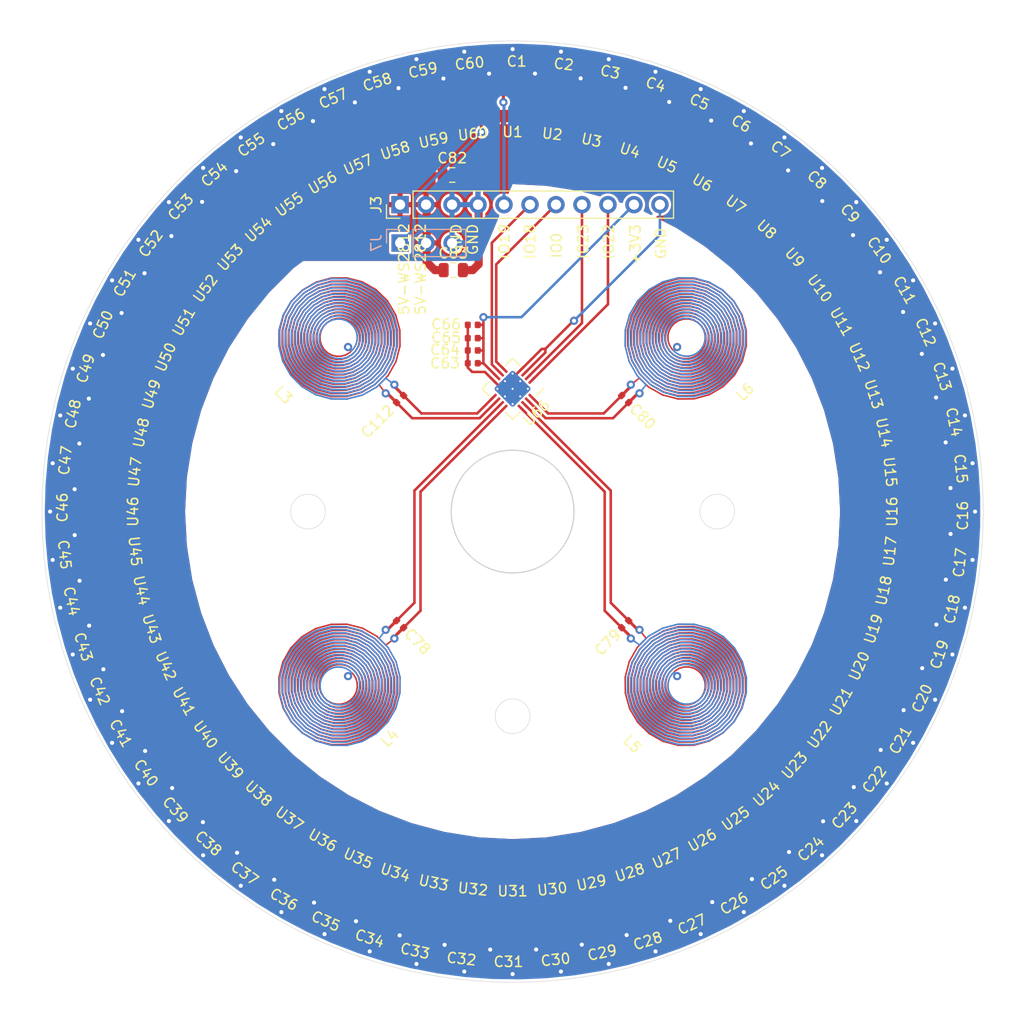
<source format=kicad_pcb>
(kicad_pcb (version 20171130) (host pcbnew 5.1.10-88a1d61d58~88~ubuntu21.04.1)
  (layers (0 F.Cu signal) (1 In1.Cu signal) (2 In2.Cu signal) (31 B.Cu signal) (34 B.Paste user) (35 F.Paste user) (36 B.SilkS user) (37 F.SilkS user) (38 B.Mask user) (39 F.Mask user) (44 Edge.Cuts user))
  (net 0 "")
  (net 1 /next-board00/5V)
  (net 2 "Net-(C112-Pad2)")
  (net 3 "Net-(C112-Pad1)")
  (net 4 /next-board00/WS2812)
  (net 5 /next-board00/SHUTDOWN)
  (net 6 /next-board00/INT)
  (net 7 /next-board00/SDA)
  (net 8 /next-board00/SCL)
  (net 9 /next-board00/3V3)
  (net 10 "Net-(U1-Pad2)")
  (net 11 "Net-(U2-Pad2)")
  (net 12 "Net-(U3-Pad2)")
  (net 13 "Net-(U4-Pad2)")
  (net 14 "Net-(U5-Pad2)")
  (net 15 "Net-(U6-Pad2)")
  (net 16 "Net-(U7-Pad2)")
  (net 17 /next-board00/WS281200/0-8)
  (net 18 "Net-(U10-Pad4)")
  (net 19 "Net-(U10-Pad2)")
  (net 20 "Net-(U11-Pad2)")
  (net 21 "Net-(U12-Pad2)")
  (net 22 "Net-(U13-Pad2)")
  (net 23 "Net-(U14-Pad2)")
  (net 24 "Net-(U15-Pad2)")
  (net 25 /next-board00/WS281200/1-8)
  (net 26 "Net-(U17-Pad2)")
  (net 27 "Net-(U18-Pad2)")
  (net 28 "Net-(U19-Pad2)")
  (net 29 "Net-(U20-Pad2)")
  (net 30 "Net-(U21-Pad2)")
  (net 31 "Net-(U22-Pad2)")
  (net 32 "Net-(U23-Pad2)")
  (net 33 /next-board00/WS281200/2-8)
  (net 34 "Net-(U25-Pad2)")
  (net 35 "Net-(U26-Pad2)")
  (net 36 "Net-(U27-Pad2)")
  (net 37 "Net-(U28-Pad2)")
  (net 38 "Net-(U29-Pad2)")
  (net 39 "Net-(U30-Pad2)")
  (net 40 "Net-(U31-Pad2)")
  (net 41 /next-board00/WS281200/3-8)
  (net 42 "Net-(U33-Pad2)")
  (net 43 "Net-(U34-Pad2)")
  (net 44 "Net-(U35-Pad2)")
  (net 45 "Net-(U36-Pad2)")
  (net 46 "Net-(U37-Pad2)")
  (net 47 "Net-(U38-Pad2)")
  (net 48 "Net-(U39-Pad2)")
  (net 49 /next-board00/WS281200/4-8)
  (net 50 "Net-(U41-Pad2)")
  (net 51 "Net-(U42-Pad2)")
  (net 52 "Net-(U43-Pad2)")
  (net 53 "Net-(U44-Pad2)")
  (net 54 "Net-(U45-Pad2)")
  (net 55 "Net-(U46-Pad2)")
  (net 56 "Net-(U47-Pad2)")
  (net 57 /next-board00/WS281200/5-8)
  (net 58 "Net-(U49-Pad2)")
  (net 59 "Net-(U50-Pad2)")
  (net 60 "Net-(U51-Pad2)")
  (net 61 "Net-(U52-Pad2)")
  (net 62 "Net-(U53-Pad2)")
  (net 63 "Net-(U54-Pad2)")
  (net 64 "Net-(U55-Pad2)")
  (net 65 /next-board00/WS281200/6-8)
  (net 66 "Net-(U57-Pad2)")
  (net 67 "Net-(U58-Pad2)")
  (net 68 "Net-(U59-Pad2)")
  (net 69 /next-board00/LDC-GND)
  (net 70 "Net-(C78-Pad2)")
  (net 71 "Net-(C78-Pad1)")
  (net 72 "Net-(C79-Pad2)")
  (net 73 "Net-(C79-Pad1)")
  (net 74 "Net-(C80-Pad2)")
  (net 75 "Net-(C80-Pad1)")
  (net 76 /next-board00/GND)
  (net 77 /next-board00/WS281200/DOUT)
  (module Capacitor_SMD:C_0805_2012Metric (layer F.Cu) (at 94.2 76.4)
    (fp_text reference C83 (at 0 -1.65) (layer F.SilkS))
    (fp_text value 10uf)
    (pad 2 smd roundrect (at 0.9375 0) (size 0.975 1.4) (layers F.Cu F.Paste F.Mask) (net 76 /next-board00/GND))
    (pad 1 smd roundrect (at -0.9375 0) (size 0.975 1.4) (layers F.Cu F.Paste F.Mask) (net 1 /next-board00/5V))
  )
  (module Connector_PinHeader_2.54mm:PinHeader_1x03_P2.54mm_Vertical (layer B.Cu) (at 89.01 73.75 270)
    (fp_text reference J7 (at 0 2.33 270) (layer B.SilkS) (effects (justify mirror)))
    (fp_text value Conn_01x03)
    (pad 3 thru_hole oval (at 0 -5.08 270) (size 1.7 1.7) (drill 1) (layers *.Cu *.Mask) (net 76 /next-board00/GND))
    (pad 2 thru_hole oval (at 0 -2.54 270) (size 1.7 1.7) (drill 1) (layers *.Cu *.Mask) (net 1 /next-board00/5V))
    (pad 1 thru_hole rect (at 0 0 270) (size 1.7 1.7) (drill 1) (layers *.Cu *.Mask) (net 77 /next-board00/WS281200/DOUT))
  )
  (module Capacitor_SMD:C_0402_1005Metric (layer F.Cu) (at 104.871627 57.476274 174)
    (fp_text reference C2 (at 0 1.2 174) (layer F.SilkS))
    (fp_text value 220nf)
    (pad 1 smd roundrect (at -0.485 0 174) (size 0.59 0.64) (layers F.Cu F.Paste F.Mask) (net 76 /next-board00/GND))
    (pad 2 smd roundrect (at 0.485 0 174) (size 0.59 0.64) (layers F.Cu F.Paste F.Mask) (net 1 /next-board00/5V))
  )
  (module Capacitor_SMD:C_0402_1005Metric (layer F.Cu) (at 109.289879 58.218447 168)
    (fp_text reference C3 (at 0 1.2 168) (layer F.SilkS))
    (fp_text value 220nf)
    (pad 1 smd roundrect (at -0.485 0 168) (size 0.59 0.64) (layers F.Cu F.Paste F.Mask) (net 76 /next-board00/GND))
    (pad 2 smd roundrect (at 0.485 0 168) (size 0.59 0.64) (layers F.Cu F.Paste F.Mask) (net 1 /next-board00/5V))
  )
  (module Capacitor_SMD:C_0402_1005Metric (layer F.Cu) (at 113.60635 59.418388 162)
    (fp_text reference C4 (at 0 1.2 162) (layer F.SilkS))
    (fp_text value 220nf)
    (pad 1 smd roundrect (at -0.485 0 162) (size 0.59 0.64) (layers F.Cu F.Paste F.Mask) (net 76 /next-board00/GND))
    (pad 2 smd roundrect (at 0.485 0 162) (size 0.59 0.64) (layers F.Cu F.Paste F.Mask) (net 1 /next-board00/5V))
  )
  (module Capacitor_SMD:C_0402_1005Metric (layer F.Cu) (at 117.773747 61.062949 156)
    (fp_text reference C5 (at 0 1.2 156) (layer F.SilkS))
    (fp_text value 220nf)
    (pad 1 smd roundrect (at -0.485 0 156) (size 0.59 0.64) (layers F.Cu F.Paste F.Mask) (net 76 /next-board00/GND))
    (pad 2 smd roundrect (at 0.485 0 156) (size 0.59 0.64) (layers F.Cu F.Paste F.Mask) (net 1 /next-board00/5V))
  )
  (module Capacitor_SMD:C_0402_1005Metric (layer F.Cu) (at 121.74641 63.134113 150)
    (fp_text reference C6 (at 0 1.2 150) (layer F.SilkS))
    (fp_text value 220nf)
    (pad 1 smd roundrect (at -0.485 0 150) (size 0.59 0.64) (layers F.Cu F.Paste F.Mask) (net 76 /next-board00/GND))
    (pad 2 smd roundrect (at 0.485 0 150) (size 0.59 0.64) (layers F.Cu F.Paste F.Mask) (net 1 /next-board00/5V))
  )
  (module Capacitor_SMD:C_0402_1005Metric (layer F.Cu) (at 125.480816 65.609187 144)
    (fp_text reference C7 (at 0 1.2 144) (layer F.SilkS))
    (fp_text value 220nf)
    (pad 1 smd roundrect (at -0.485 0 144) (size 0.59 0.64) (layers F.Cu F.Paste F.Mask) (net 76 /next-board00/GND))
    (pad 2 smd roundrect (at 0.485 0 144) (size 0.59 0.64) (layers F.Cu F.Paste F.Mask) (net 1 /next-board00/5V))
  )
  (module Capacitor_SMD:C_0402_1005Metric (layer F.Cu) (at 128.936048 68.461054 138)
    (fp_text reference C8 (at 0 1.2 138) (layer F.SilkS))
    (fp_text value 220nf)
    (pad 1 smd roundrect (at -0.485 0 138) (size 0.59 0.64) (layers F.Cu F.Paste F.Mask) (net 76 /next-board00/GND))
    (pad 2 smd roundrect (at 0.485 0 138) (size 0.59 0.64) (layers F.Cu F.Paste F.Mask) (net 1 /next-board00/5V))
  )
  (module Capacitor_SMD:C_0402_1005Metric (layer F.Cu) (at 132.074251 71.658468 132)
    (fp_text reference C9 (at 0 1.2 132) (layer F.SilkS))
    (fp_text value 220nf)
    (pad 1 smd roundrect (at -0.485 0 132) (size 0.59 0.64) (layers F.Cu F.Paste F.Mask) (net 76 /next-board00/GND))
    (pad 2 smd roundrect (at 0.485 0 132) (size 0.59 0.64) (layers F.Cu F.Paste F.Mask) (net 1 /next-board00/5V))
  )
  (module Capacitor_SMD:C_0402_1005Metric (layer F.Cu) (at 134.861041 75.166398 126)
    (fp_text reference C10 (at 0 1.2 126) (layer F.SilkS))
    (fp_text value 220nf)
    (pad 1 smd roundrect (at -0.485 0 126) (size 0.59 0.64) (layers F.Cu F.Paste F.Mask) (net 76 /next-board00/GND))
    (pad 2 smd roundrect (at 0.485 0 126) (size 0.59 0.64) (layers F.Cu F.Paste F.Mask) (net 1 /next-board00/5V))
  )
  (module Capacitor_SMD:C_0402_1005Metric (layer F.Cu) (at 137.265887 78.94641 120)
    (fp_text reference C11 (at 0 1.2 120) (layer F.SilkS))
    (fp_text value 220nf)
    (pad 1 smd roundrect (at -0.485 0 120) (size 0.59 0.64) (layers F.Cu F.Paste F.Mask) (net 76 /next-board00/GND))
    (pad 2 smd roundrect (at 0.485 0 120) (size 0.59 0.64) (layers F.Cu F.Paste F.Mask) (net 1 /next-board00/5V))
  )
  (module Capacitor_SMD:C_0402_1005Metric (layer F.Cu) (at 139.26244 82.95709 114)
    (fp_text reference C12 (at 0 1.2 114) (layer F.SilkS))
    (fp_text value 220nf)
    (pad 1 smd roundrect (at -0.485 0 114) (size 0.59 0.64) (layers F.Cu F.Paste F.Mask) (net 76 /next-board00/GND))
    (pad 2 smd roundrect (at 0.485 0 114) (size 0.59 0.64) (layers F.Cu F.Paste F.Mask) (net 1 /next-board00/5V))
  )
  (module Capacitor_SMD:C_0402_1005Metric (layer F.Cu) (at 140.828826 87.154495 108)
    (fp_text reference C13 (at 0 1.2 108) (layer F.SilkS))
    (fp_text value 220nf)
    (pad 1 smd roundrect (at -0.485 0 108) (size 0.59 0.64) (layers F.Cu F.Paste F.Mask) (net 76 /next-board00/GND))
    (pad 2 smd roundrect (at 0.485 0 108) (size 0.59 0.64) (layers F.Cu F.Paste F.Mask) (net 1 /next-board00/5V))
  )
  (module Capacitor_SMD:C_0402_1005Metric (layer F.Cu) (at 141.947882 91.492639 102)
    (fp_text reference C14 (at 0 1.2 102) (layer F.SilkS))
    (fp_text value 220nf)
    (pad 1 smd roundrect (at -0.485 0 102) (size 0.59 0.64) (layers F.Cu F.Paste F.Mask) (net 76 /next-board00/GND))
    (pad 2 smd roundrect (at 0.485 0 102) (size 0.59 0.64) (layers F.Cu F.Paste F.Mask) (net 1 /next-board00/5V))
  )
  (module Capacitor_SMD:C_0402_1005Metric (layer F.Cu) (at 142.607349 95.923991 96)
    (fp_text reference C15 (at 0 1.2 96) (layer F.SilkS))
    (fp_text value 220nf)
    (pad 1 smd roundrect (at -0.485 0 96) (size 0.59 0.64) (layers F.Cu F.Paste F.Mask) (net 76 /next-board00/GND))
    (pad 2 smd roundrect (at 0.485 0 96) (size 0.59 0.64) (layers F.Cu F.Paste F.Mask) (net 1 /next-board00/5V))
  )
  (module Capacitor_SMD:C_0402_1005Metric (layer F.Cu) (at 142.8 100.4 90)
    (fp_text reference C16 (at 0 1.2 90) (layer F.SilkS))
    (fp_text value 220nf)
    (pad 1 smd roundrect (at -0.485 0 90) (size 0.59 0.64) (layers F.Cu F.Paste F.Mask) (net 76 /next-board00/GND))
    (pad 2 smd roundrect (at 0.485 0 90) (size 0.59 0.64) (layers F.Cu F.Paste F.Mask) (net 1 /next-board00/5V))
  )
  (module Capacitor_SMD:C_0402_1005Metric (layer F.Cu) (at 142.523726 104.871627 84)
    (fp_text reference C17 (at 0 1.2 84) (layer F.SilkS))
    (fp_text value 220nf)
    (pad 1 smd roundrect (at -0.485 0 84) (size 0.59 0.64) (layers F.Cu F.Paste F.Mask) (net 76 /next-board00/GND))
    (pad 2 smd roundrect (at 0.485 0 84) (size 0.59 0.64) (layers F.Cu F.Paste F.Mask) (net 1 /next-board00/5V))
  )
  (module Capacitor_SMD:C_0402_1005Metric (layer F.Cu) (at 141.781553 109.289879 78)
    (fp_text reference C18 (at 0 1.2 78) (layer F.SilkS))
    (fp_text value 220nf)
    (pad 1 smd roundrect (at -0.485 0 78) (size 0.59 0.64) (layers F.Cu F.Paste F.Mask) (net 76 /next-board00/GND))
    (pad 2 smd roundrect (at 0.485 0 78) (size 0.59 0.64) (layers F.Cu F.Paste F.Mask) (net 1 /next-board00/5V))
  )
  (module Capacitor_SMD:C_0402_1005Metric (layer F.Cu) (at 140.581612 113.60635 72)
    (fp_text reference C19 (at 0 1.2 72) (layer F.SilkS))
    (fp_text value 220nf)
    (pad 1 smd roundrect (at -0.485 0 72) (size 0.59 0.64) (layers F.Cu F.Paste F.Mask) (net 76 /next-board00/GND))
    (pad 2 smd roundrect (at 0.485 0 72) (size 0.59 0.64) (layers F.Cu F.Paste F.Mask) (net 1 /next-board00/5V))
  )
  (module Capacitor_SMD:C_0402_1005Metric (layer F.Cu) (at 138.937051 117.773747 66)
    (fp_text reference C20 (at 0 1.2 66) (layer F.SilkS))
    (fp_text value 220nf)
    (pad 1 smd roundrect (at -0.485 0 66) (size 0.59 0.64) (layers F.Cu F.Paste F.Mask) (net 76 /next-board00/GND))
    (pad 2 smd roundrect (at 0.485 0 66) (size 0.59 0.64) (layers F.Cu F.Paste F.Mask) (net 1 /next-board00/5V))
  )
  (module Capacitor_SMD:C_0402_1005Metric (layer F.Cu) (at 136.865887 121.74641 60)
    (fp_text reference C21 (at 0 1.2 60) (layer F.SilkS))
    (fp_text value 220nf)
    (pad 1 smd roundrect (at -0.485 0 60) (size 0.59 0.64) (layers F.Cu F.Paste F.Mask) (net 76 /next-board00/GND))
    (pad 2 smd roundrect (at 0.485 0 60) (size 0.59 0.64) (layers F.Cu F.Paste F.Mask) (net 1 /next-board00/5V))
  )
  (module Capacitor_SMD:C_0402_1005Metric (layer F.Cu) (at 134.390813 125.480816 54)
    (fp_text reference C22 (at 0 1.2 54) (layer F.SilkS))
    (fp_text value 220nf)
    (pad 1 smd roundrect (at -0.485 0 54) (size 0.59 0.64) (layers F.Cu F.Paste F.Mask) (net 76 /next-board00/GND))
    (pad 2 smd roundrect (at 0.485 0 54) (size 0.59 0.64) (layers F.Cu F.Paste F.Mask) (net 1 /next-board00/5V))
  )
  (module Capacitor_SMD:C_0402_1005Metric (layer F.Cu) (at 131.538946 128.936048 48)
    (fp_text reference C23 (at 0 1.2 48) (layer F.SilkS))
    (fp_text value 220nf)
    (pad 1 smd roundrect (at -0.485 0 48) (size 0.59 0.64) (layers F.Cu F.Paste F.Mask) (net 76 /next-board00/GND))
    (pad 2 smd roundrect (at 0.485 0 48) (size 0.59 0.64) (layers F.Cu F.Paste F.Mask) (net 1 /next-board00/5V))
  )
  (module Capacitor_SMD:C_0402_1005Metric (layer F.Cu) (at 128.341532 132.074251 42)
    (fp_text reference C24 (at 0 1.2 42) (layer F.SilkS))
    (fp_text value 220nf)
    (pad 1 smd roundrect (at -0.485 0 42) (size 0.59 0.64) (layers F.Cu F.Paste F.Mask) (net 76 /next-board00/GND))
    (pad 2 smd roundrect (at 0.485 0 42) (size 0.59 0.64) (layers F.Cu F.Paste F.Mask) (net 1 /next-board00/5V))
  )
  (module Capacitor_SMD:C_0402_1005Metric (layer F.Cu) (at 124.833602 134.861041 36)
    (fp_text reference C25 (at 0 1.2 36) (layer F.SilkS))
    (fp_text value 220nf)
    (pad 1 smd roundrect (at -0.485 0 36) (size 0.59 0.64) (layers F.Cu F.Paste F.Mask) (net 76 /next-board00/GND))
    (pad 2 smd roundrect (at 0.485 0 36) (size 0.59 0.64) (layers F.Cu F.Paste F.Mask) (net 1 /next-board00/5V))
  )
  (module Capacitor_SMD:C_0402_1005Metric (layer F.Cu) (at 121.05359 137.265887 30)
    (fp_text reference C26 (at 0 1.2 30) (layer F.SilkS))
    (fp_text value 220nf)
    (pad 1 smd roundrect (at -0.485 0 30) (size 0.59 0.64) (layers F.Cu F.Paste F.Mask) (net 76 /next-board00/GND))
    (pad 2 smd roundrect (at 0.485 0 30) (size 0.59 0.64) (layers F.Cu F.Paste F.Mask) (net 1 /next-board00/5V))
  )
  (module Capacitor_SMD:C_0402_1005Metric (layer F.Cu) (at 117.04291 139.26244 24)
    (fp_text reference C27 (at 0 1.2 24) (layer F.SilkS))
    (fp_text value 220nf)
    (pad 1 smd roundrect (at -0.485 0 24) (size 0.59 0.64) (layers F.Cu F.Paste F.Mask) (net 76 /next-board00/GND))
    (pad 2 smd roundrect (at 0.485 0 24) (size 0.59 0.64) (layers F.Cu F.Paste F.Mask) (net 1 /next-board00/5V))
  )
  (module Capacitor_SMD:C_0402_1005Metric (layer F.Cu) (at 112.845505 140.828826 18)
    (fp_text reference C28 (at 0 1.2 18) (layer F.SilkS))
    (fp_text value 220nf)
    (pad 1 smd roundrect (at -0.485 0 18) (size 0.59 0.64) (layers F.Cu F.Paste F.Mask) (net 76 /next-board00/GND))
    (pad 2 smd roundrect (at 0.485 0 18) (size 0.59 0.64) (layers F.Cu F.Paste F.Mask) (net 1 /next-board00/5V))
  )
  (module Capacitor_SMD:C_0402_1005Metric (layer F.Cu) (at 108.507361 141.947882 12)
    (fp_text reference C29 (at 0 1.2 12) (layer F.SilkS))
    (fp_text value 220nf)
    (pad 1 smd roundrect (at -0.485 0 12) (size 0.59 0.64) (layers F.Cu F.Paste F.Mask) (net 76 /next-board00/GND))
    (pad 2 smd roundrect (at 0.485 0 12) (size 0.59 0.64) (layers F.Cu F.Paste F.Mask) (net 1 /next-board00/5V))
  )
  (module Capacitor_SMD:C_0402_1005Metric (layer F.Cu) (at 104.076009 142.607349 6)
    (fp_text reference C30 (at 0 1.2 6) (layer F.SilkS))
    (fp_text value 220nf)
    (pad 1 smd roundrect (at -0.485 0 6) (size 0.59 0.64) (layers F.Cu F.Paste F.Mask) (net 76 /next-board00/GND))
    (pad 2 smd roundrect (at 0.485 0 6) (size 0.59 0.64) (layers F.Cu F.Paste F.Mask) (net 1 /next-board00/5V))
  )
  (module Capacitor_SMD:C_0402_1005Metric (layer F.Cu) (at 99.6 142.8)
    (fp_text reference C31 (at 0 1.2) (layer F.SilkS))
    (fp_text value 220nf)
    (pad 1 smd roundrect (at -0.485 0) (size 0.59 0.64) (layers F.Cu F.Paste F.Mask) (net 76 /next-board00/GND))
    (pad 2 smd roundrect (at 0.485 0) (size 0.59 0.64) (layers F.Cu F.Paste F.Mask) (net 1 /next-board00/5V))
  )
  (module Capacitor_SMD:C_0402_1005Metric (layer F.Cu) (at 95.128373 142.523726 354)
    (fp_text reference C32 (at 0 1.2 354) (layer F.SilkS))
    (fp_text value 220nf)
    (pad 1 smd roundrect (at -0.485 0 354) (size 0.59 0.64) (layers F.Cu F.Paste F.Mask) (net 76 /next-board00/GND))
    (pad 2 smd roundrect (at 0.485 0 354) (size 0.59 0.64) (layers F.Cu F.Paste F.Mask) (net 1 /next-board00/5V))
  )
  (module Capacitor_SMD:C_0402_1005Metric (layer F.Cu) (at 90.710121 141.781553 348)
    (fp_text reference C33 (at 0 1.2 348) (layer F.SilkS))
    (fp_text value 220nf)
    (pad 1 smd roundrect (at -0.485 0 348) (size 0.59 0.64) (layers F.Cu F.Paste F.Mask) (net 76 /next-board00/GND))
    (pad 2 smd roundrect (at 0.485 0 348) (size 0.59 0.64) (layers F.Cu F.Paste F.Mask) (net 1 /next-board00/5V))
  )
  (module Capacitor_SMD:C_0402_1005Metric (layer F.Cu) (at 86.39365 140.581612 342)
    (fp_text reference C34 (at 0 1.2 342) (layer F.SilkS))
    (fp_text value 220nf)
    (pad 1 smd roundrect (at -0.485 0 342) (size 0.59 0.64) (layers F.Cu F.Paste F.Mask) (net 76 /next-board00/GND))
    (pad 2 smd roundrect (at 0.485 0 342) (size 0.59 0.64) (layers F.Cu F.Paste F.Mask) (net 1 /next-board00/5V))
  )
  (module Capacitor_SMD:C_0402_1005Metric (layer F.Cu) (at 82.226253 138.937051 336)
    (fp_text reference C35 (at 0 1.2 336) (layer F.SilkS))
    (fp_text value 220nf)
    (pad 1 smd roundrect (at -0.485 0 336) (size 0.59 0.64) (layers F.Cu F.Paste F.Mask) (net 76 /next-board00/GND))
    (pad 2 smd roundrect (at 0.485 0 336) (size 0.59 0.64) (layers F.Cu F.Paste F.Mask) (net 1 /next-board00/5V))
  )
  (module Capacitor_SMD:C_0402_1005Metric (layer F.Cu) (at 78.25359 136.865887 330)
    (fp_text reference C36 (at 0 1.2 330) (layer F.SilkS))
    (fp_text value 220nf)
    (pad 1 smd roundrect (at -0.485 0 330) (size 0.59 0.64) (layers F.Cu F.Paste F.Mask) (net 76 /next-board00/GND))
    (pad 2 smd roundrect (at 0.485 0 330) (size 0.59 0.64) (layers F.Cu F.Paste F.Mask) (net 1 /next-board00/5V))
  )
  (module Capacitor_SMD:C_0402_1005Metric (layer F.Cu) (at 74.519184 134.390813 324)
    (fp_text reference C37 (at 0 1.2 324) (layer F.SilkS))
    (fp_text value 220nf)
    (pad 1 smd roundrect (at -0.485 0 324) (size 0.59 0.64) (layers F.Cu F.Paste F.Mask) (net 76 /next-board00/GND))
    (pad 2 smd roundrect (at 0.485 0 324) (size 0.59 0.64) (layers F.Cu F.Paste F.Mask) (net 1 /next-board00/5V))
  )
  (module Capacitor_SMD:C_0402_1005Metric (layer F.Cu) (at 71.063952 131.538946 318)
    (fp_text reference C38 (at 0 1.2 318) (layer F.SilkS))
    (fp_text value 220nf)
    (pad 1 smd roundrect (at -0.485 0 318) (size 0.59 0.64) (layers F.Cu F.Paste F.Mask) (net 76 /next-board00/GND))
    (pad 2 smd roundrect (at 0.485 0 318) (size 0.59 0.64) (layers F.Cu F.Paste F.Mask) (net 1 /next-board00/5V))
  )
  (module Capacitor_SMD:C_0402_1005Metric (layer F.Cu) (at 67.925749 128.341532 312)
    (fp_text reference C39 (at 0 1.2 312) (layer F.SilkS))
    (fp_text value 220nf)
    (pad 1 smd roundrect (at -0.485 0 312) (size 0.59 0.64) (layers F.Cu F.Paste F.Mask) (net 76 /next-board00/GND))
    (pad 2 smd roundrect (at 0.485 0 312) (size 0.59 0.64) (layers F.Cu F.Paste F.Mask) (net 1 /next-board00/5V))
  )
  (module Capacitor_SMD:C_0402_1005Metric (layer F.Cu) (at 65.138959 124.833602 306)
    (fp_text reference C40 (at 0 1.2 306) (layer F.SilkS))
    (fp_text value 220nf)
    (pad 1 smd roundrect (at -0.485 0 306) (size 0.59 0.64) (layers F.Cu F.Paste F.Mask) (net 76 /next-board00/GND))
    (pad 2 smd roundrect (at 0.485 0 306) (size 0.59 0.64) (layers F.Cu F.Paste F.Mask) (net 1 /next-board00/5V))
  )
  (module Capacitor_SMD:C_0402_1005Metric (layer F.Cu) (at 62.734113 121.05359 300)
    (fp_text reference C41 (at 0 1.2 300) (layer F.SilkS))
    (fp_text value 220nf)
    (pad 1 smd roundrect (at -0.485 0 300) (size 0.59 0.64) (layers F.Cu F.Paste F.Mask) (net 76 /next-board00/GND))
    (pad 2 smd roundrect (at 0.485 0 300) (size 0.59 0.64) (layers F.Cu F.Paste F.Mask) (net 1 /next-board00/5V))
  )
  (module Capacitor_SMD:C_0402_1005Metric (layer F.Cu) (at 60.73756 117.04291 294)
    (fp_text reference C42 (at 0 1.2 294) (layer F.SilkS))
    (fp_text value 220nf)
    (pad 1 smd roundrect (at -0.485 0 294) (size 0.59 0.64) (layers F.Cu F.Paste F.Mask) (net 76 /next-board00/GND))
    (pad 2 smd roundrect (at 0.485 0 294) (size 0.59 0.64) (layers F.Cu F.Paste F.Mask) (net 1 /next-board00/5V))
  )
  (module Capacitor_SMD:C_0402_1005Metric (layer F.Cu) (at 59.171174 112.845505 288)
    (fp_text reference C43 (at 0 1.2 288) (layer F.SilkS))
    (fp_text value 220nf)
    (pad 1 smd roundrect (at -0.485 0 288) (size 0.59 0.64) (layers F.Cu F.Paste F.Mask) (net 76 /next-board00/GND))
    (pad 2 smd roundrect (at 0.485 0 288) (size 0.59 0.64) (layers F.Cu F.Paste F.Mask) (net 1 /next-board00/5V))
  )
  (module Capacitor_SMD:C_0402_1005Metric (layer F.Cu) (at 58.052118 108.507361 282)
    (fp_text reference C44 (at 0 1.2 282) (layer F.SilkS))
    (fp_text value 220nf)
    (pad 1 smd roundrect (at -0.485 0 282) (size 0.59 0.64) (layers F.Cu F.Paste F.Mask) (net 76 /next-board00/GND))
    (pad 2 smd roundrect (at 0.485 0 282) (size 0.59 0.64) (layers F.Cu F.Paste F.Mask) (net 1 /next-board00/5V))
  )
  (module Capacitor_SMD:C_0402_1005Metric (layer F.Cu) (at 57.392651 104.076009 276)
    (fp_text reference C45 (at 0 1.2 276) (layer F.SilkS))
    (fp_text value 220nf)
    (pad 1 smd roundrect (at -0.485 0 276) (size 0.59 0.64) (layers F.Cu F.Paste F.Mask) (net 76 /next-board00/GND))
    (pad 2 smd roundrect (at 0.485 0 276) (size 0.59 0.64) (layers F.Cu F.Paste F.Mask) (net 1 /next-board00/5V))
  )
  (module Capacitor_SMD:C_0402_1005Metric (layer F.Cu) (at 57.2 99.6 270)
    (fp_text reference C46 (at 0 1.2 270) (layer F.SilkS))
    (fp_text value 220nf)
    (pad 1 smd roundrect (at -0.485 0 270) (size 0.59 0.64) (layers F.Cu F.Paste F.Mask) (net 76 /next-board00/GND))
    (pad 2 smd roundrect (at 0.485 0 270) (size 0.59 0.64) (layers F.Cu F.Paste F.Mask) (net 1 /next-board00/5V))
  )
  (module Capacitor_SMD:C_0402_1005Metric (layer F.Cu) (at 57.476274 95.128373 264)
    (fp_text reference C47 (at 0 1.2 264) (layer F.SilkS))
    (fp_text value 220nf)
    (pad 1 smd roundrect (at -0.485 0 264) (size 0.59 0.64) (layers F.Cu F.Paste F.Mask) (net 76 /next-board00/GND))
    (pad 2 smd roundrect (at 0.485 0 264) (size 0.59 0.64) (layers F.Cu F.Paste F.Mask) (net 1 /next-board00/5V))
  )
  (module Capacitor_SMD:C_0402_1005Metric (layer F.Cu) (at 58.218447 90.710121 258)
    (fp_text reference C48 (at 0 1.2 258) (layer F.SilkS))
    (fp_text value 220nf)
    (pad 1 smd roundrect (at -0.485 0 258) (size 0.59 0.64) (layers F.Cu F.Paste F.Mask) (net 76 /next-board00/GND))
    (pad 2 smd roundrect (at 0.485 0 258) (size 0.59 0.64) (layers F.Cu F.Paste F.Mask) (net 1 /next-board00/5V))
  )
  (module Capacitor_SMD:C_0402_1005Metric (layer F.Cu) (at 59.418388 86.39365 252)
    (fp_text reference C49 (at 0 1.2 252) (layer F.SilkS))
    (fp_text value 220nf)
    (pad 1 smd roundrect (at -0.485 0 252) (size 0.59 0.64) (layers F.Cu F.Paste F.Mask) (net 76 /next-board00/GND))
    (pad 2 smd roundrect (at 0.485 0 252) (size 0.59 0.64) (layers F.Cu F.Paste F.Mask) (net 1 /next-board00/5V))
  )
  (module Capacitor_SMD:C_0402_1005Metric (layer F.Cu) (at 61.062949 82.226253 246)
    (fp_text reference C50 (at 0 1.2 246) (layer F.SilkS))
    (fp_text value 220nf)
    (pad 1 smd roundrect (at -0.485 0 246) (size 0.59 0.64) (layers F.Cu F.Paste F.Mask) (net 76 /next-board00/GND))
    (pad 2 smd roundrect (at 0.485 0 246) (size 0.59 0.64) (layers F.Cu F.Paste F.Mask) (net 1 /next-board00/5V))
  )
  (module Capacitor_SMD:C_0402_1005Metric (layer F.Cu) (at 63.134113 78.25359 240)
    (fp_text reference C51 (at 0 1.2 240) (layer F.SilkS))
    (fp_text value 220nf)
    (pad 1 smd roundrect (at -0.485 0 240) (size 0.59 0.64) (layers F.Cu F.Paste F.Mask) (net 76 /next-board00/GND))
    (pad 2 smd roundrect (at 0.485 0 240) (size 0.59 0.64) (layers F.Cu F.Paste F.Mask) (net 1 /next-board00/5V))
  )
  (module Capacitor_SMD:C_0402_1005Metric (layer F.Cu) (at 65.609187 74.519184 234)
    (fp_text reference C52 (at 0 1.2 234) (layer F.SilkS))
    (fp_text value 220nf)
    (pad 1 smd roundrect (at -0.485 0 234) (size 0.59 0.64) (layers F.Cu F.Paste F.Mask) (net 76 /next-board00/GND))
    (pad 2 smd roundrect (at 0.485 0 234) (size 0.59 0.64) (layers F.Cu F.Paste F.Mask) (net 1 /next-board00/5V))
  )
  (module Capacitor_SMD:C_0402_1005Metric (layer F.Cu) (at 68.461054 71.063952 228)
    (fp_text reference C53 (at 0 1.2 228) (layer F.SilkS))
    (fp_text value 220nf)
    (pad 1 smd roundrect (at -0.485 0 228) (size 0.59 0.64) (layers F.Cu F.Paste F.Mask) (net 76 /next-board00/GND))
    (pad 2 smd roundrect (at 0.485 0 228) (size 0.59 0.64) (layers F.Cu F.Paste F.Mask) (net 1 /next-board00/5V))
  )
  (module Capacitor_SMD:C_0402_1005Metric (layer F.Cu) (at 71.658468 67.925749 222)
    (fp_text reference C54 (at 0 1.2 222) (layer F.SilkS))
    (fp_text value 220nf)
    (pad 1 smd roundrect (at -0.485 0 222) (size 0.59 0.64) (layers F.Cu F.Paste F.Mask) (net 76 /next-board00/GND))
    (pad 2 smd roundrect (at 0.485 0 222) (size 0.59 0.64) (layers F.Cu F.Paste F.Mask) (net 1 /next-board00/5V))
  )
  (module Capacitor_SMD:C_0402_1005Metric (layer F.Cu) (at 75.166398 65.138959 216)
    (fp_text reference C55 (at 0 1.2 216) (layer F.SilkS))
    (fp_text value 220nf)
    (pad 1 smd roundrect (at -0.485 0 216) (size 0.59 0.64) (layers F.Cu F.Paste F.Mask) (net 76 /next-board00/GND))
    (pad 2 smd roundrect (at 0.485 0 216) (size 0.59 0.64) (layers F.Cu F.Paste F.Mask) (net 1 /next-board00/5V))
  )
  (module Capacitor_SMD:C_0402_1005Metric (layer F.Cu) (at 78.94641 62.734113 210)
    (fp_text reference C56 (at 0 1.2 210) (layer F.SilkS))
    (fp_text value 220nf)
    (pad 1 smd roundrect (at -0.485 0 210) (size 0.59 0.64) (layers F.Cu F.Paste F.Mask) (net 76 /next-board00/GND))
    (pad 2 smd roundrect (at 0.485 0 210) (size 0.59 0.64) (layers F.Cu F.Paste F.Mask) (net 1 /next-board00/5V))
  )
  (module Capacitor_SMD:C_0402_1005Metric (layer F.Cu) (at 82.95709 60.73756 204)
    (fp_text reference C57 (at 0 1.2 204) (layer F.SilkS))
    (fp_text value 220nf)
    (pad 1 smd roundrect (at -0.485 0 204) (size 0.59 0.64) (layers F.Cu F.Paste F.Mask) (net 76 /next-board00/GND))
    (pad 2 smd roundrect (at 0.485 0 204) (size 0.59 0.64) (layers F.Cu F.Paste F.Mask) (net 1 /next-board00/5V))
  )
  (module Capacitor_SMD:C_0402_1005Metric (layer F.Cu) (at 87.154495 59.171174 198)
    (fp_text reference C58 (at 0 1.2 198) (layer F.SilkS))
    (fp_text value 220nf)
    (pad 1 smd roundrect (at -0.485 0 198) (size 0.59 0.64) (layers F.Cu F.Paste F.Mask) (net 76 /next-board00/GND))
    (pad 2 smd roundrect (at 0.485 0 198) (size 0.59 0.64) (layers F.Cu F.Paste F.Mask) (net 1 /next-board00/5V))
  )
  (module Capacitor_SMD:C_0402_1005Metric (layer F.Cu) (at 91.492639 58.052118 192)
    (fp_text reference C59 (at 0 1.2 192) (layer F.SilkS))
    (fp_text value 220nf)
    (pad 1 smd roundrect (at -0.485 0 192) (size 0.59 0.64) (layers F.Cu F.Paste F.Mask) (net 76 /next-board00/GND))
    (pad 2 smd roundrect (at 0.485 0 192) (size 0.59 0.64) (layers F.Cu F.Paste F.Mask) (net 1 /next-board00/5V))
  )
  (module Capacitor_SMD:C_0402_1005Metric (layer F.Cu) (at 95.923991 57.392651 186)
    (fp_text reference C60 (at 0 1.2 186) (layer F.SilkS))
    (fp_text value 220nf)
    (pad 1 smd roundrect (at -0.485 0 186) (size 0.59 0.64) (layers F.Cu F.Paste F.Mask) (net 76 /next-board00/GND))
    (pad 2 smd roundrect (at 0.485 0 186) (size 0.59 0.64) (layers F.Cu F.Paste F.Mask) (net 1 /next-board00/5V))
  )
  (module BB:WS2812 (layer F.Cu) (at 104.181139 60.219124 84)
    (fp_text reference U2 (at -2.9 0 -186) (layer F.SilkS))
    (fp_text value WS2812)
    (pad 4 smd rect (at 1.34 -0.89 84) (size 1.2 1) (layers F.Cu F.Paste F.Mask) (net 10 "Net-(U1-Pad2)"))
    (pad 3 smd rect (at 1.34 0.89 84) (size 1.2 1) (layers F.Cu F.Paste F.Mask) (net 76 /next-board00/GND))
    (pad 2 smd rect (at -1.34 0.89 84) (size 1.2 1) (layers F.Cu F.Paste F.Mask) (net 11 "Net-(U2-Pad2)"))
    (pad 1 smd rect (at -1.34 -0.89 84) (size 1.2 1) (layers F.Cu F.Paste F.Mask) (net 1 /next-board00/5V))
  )
  (module BB:WS2812 (layer F.Cu) (at 108.316468 60.874096 78)
    (fp_text reference U3 (at -2.9 0 -192) (layer F.SilkS))
    (fp_text value WS2812)
    (pad 4 smd rect (at 1.34 -0.89 78) (size 1.2 1) (layers F.Cu F.Paste F.Mask) (net 11 "Net-(U2-Pad2)"))
    (pad 3 smd rect (at 1.34 0.89 78) (size 1.2 1) (layers F.Cu F.Paste F.Mask) (net 76 /next-board00/GND))
    (pad 2 smd rect (at -1.34 0.89 78) (size 1.2 1) (layers F.Cu F.Paste F.Mask) (net 12 "Net-(U3-Pad2)"))
    (pad 1 smd rect (at -1.34 -0.89 78) (size 1.2 1) (layers F.Cu F.Paste F.Mask) (net 1 /next-board00/5V))
  )
  (module BB:WS2812 (layer F.Cu) (at 112.36068 61.957739 72)
    (fp_text reference U4 (at -2.9 0 -198) (layer F.SilkS))
    (fp_text value WS2812)
    (pad 4 smd rect (at 1.34 -0.89 72) (size 1.2 1) (layers F.Cu F.Paste F.Mask) (net 12 "Net-(U3-Pad2)"))
    (pad 3 smd rect (at 1.34 0.89 72) (size 1.2 1) (layers F.Cu F.Paste F.Mask) (net 76 /next-board00/GND))
    (pad 2 smd rect (at -1.34 0.89 72) (size 1.2 1) (layers F.Cu F.Paste F.Mask) (net 13 "Net-(U4-Pad2)"))
    (pad 1 smd rect (at -1.34 -0.89 72) (size 1.2 1) (layers F.Cu F.Paste F.Mask) (net 1 /next-board00/5V))
  )
  (module BB:WS2812 (layer F.Cu) (at 116.269466 63.458182 66)
    (fp_text reference U5 (at -2.9 0 -204) (layer F.SilkS))
    (fp_text value WS2812)
    (pad 4 smd rect (at 1.34 -0.89 66) (size 1.2 1) (layers F.Cu F.Paste F.Mask) (net 13 "Net-(U4-Pad2)"))
    (pad 3 smd rect (at 1.34 0.89 66) (size 1.2 1) (layers F.Cu F.Paste F.Mask) (net 76 /next-board00/GND))
    (pad 2 smd rect (at -1.34 0.89 66) (size 1.2 1) (layers F.Cu F.Paste F.Mask) (net 14 "Net-(U5-Pad2)"))
    (pad 1 smd rect (at -1.34 -0.89 66) (size 1.2 1) (layers F.Cu F.Paste F.Mask) (net 1 /next-board00/5V))
  )
  (module BB:WS2812 (layer F.Cu) (at 120 65.358984 60)
    (fp_text reference U6 (at -2.9 0 -210) (layer F.SilkS))
    (fp_text value WS2812)
    (pad 4 smd rect (at 1.34 -0.89 60) (size 1.2 1) (layers F.Cu F.Paste F.Mask) (net 14 "Net-(U5-Pad2)"))
    (pad 3 smd rect (at 1.34 0.89 60) (size 1.2 1) (layers F.Cu F.Paste F.Mask) (net 76 /next-board00/GND))
    (pad 2 smd rect (at -1.34 0.89 60) (size 1.2 1) (layers F.Cu F.Paste F.Mask) (net 15 "Net-(U6-Pad2)"))
    (pad 1 smd rect (at -1.34 -0.89 60) (size 1.2 1) (layers F.Cu F.Paste F.Mask) (net 1 /next-board00/5V))
  )
  (module BB:WS2812 (layer F.Cu) (at 123.51141 67.63932 54)
    (fp_text reference U7 (at -2.9 0 -216) (layer F.SilkS))
    (fp_text value WS2812)
    (pad 4 smd rect (at 1.34 -0.89 54) (size 1.2 1) (layers F.Cu F.Paste F.Mask) (net 15 "Net-(U6-Pad2)"))
    (pad 3 smd rect (at 1.34 0.89 54) (size 1.2 1) (layers F.Cu F.Paste F.Mask) (net 76 /next-board00/GND))
    (pad 2 smd rect (at -1.34 0.89 54) (size 1.2 1) (layers F.Cu F.Paste F.Mask) (net 16 "Net-(U7-Pad2)"))
    (pad 1 smd rect (at -1.34 -0.89 54) (size 1.2 1) (layers F.Cu F.Paste F.Mask) (net 1 /next-board00/5V))
  )
  (module BB:WS2812 (layer F.Cu) (at 126.765224 70.274207 48)
    (fp_text reference U8 (at -2.9 0 -222) (layer F.SilkS))
    (fp_text value WS2812)
    (pad 4 smd rect (at 1.34 -0.89 48) (size 1.2 1) (layers F.Cu F.Paste F.Mask) (net 16 "Net-(U7-Pad2)"))
    (pad 3 smd rect (at 1.34 0.89 48) (size 1.2 1) (layers F.Cu F.Paste F.Mask) (net 76 /next-board00/GND))
    (pad 2 smd rect (at -1.34 0.89 48) (size 1.2 1) (layers F.Cu F.Paste F.Mask) (net 17 /next-board00/WS281200/0-8))
    (pad 1 smd rect (at -1.34 -0.89 48) (size 1.2 1) (layers F.Cu F.Paste F.Mask) (net 1 /next-board00/5V))
  )
  (module BB:WS2812 (layer F.Cu) (at 129.725793 73.234776 42)
    (fp_text reference U9 (at -2.9 0 -228) (layer F.SilkS))
    (fp_text value WS2812)
    (pad 4 smd rect (at 1.34 -0.89 42) (size 1.2 1) (layers F.Cu F.Paste F.Mask) (net 17 /next-board00/WS281200/0-8))
    (pad 3 smd rect (at 1.34 0.89 42) (size 1.2 1) (layers F.Cu F.Paste F.Mask) (net 76 /next-board00/GND))
    (pad 2 smd rect (at -1.34 0.89 42) (size 1.2 1) (layers F.Cu F.Paste F.Mask) (net 18 "Net-(U10-Pad4)"))
    (pad 1 smd rect (at -1.34 -0.89 42) (size 1.2 1) (layers F.Cu F.Paste F.Mask) (net 1 /next-board00/5V))
  )
  (module BB:WS2812 (layer F.Cu) (at 132.36068 76.48859 36)
    (fp_text reference U10 (at -2.9 0 -234) (layer F.SilkS))
    (fp_text value WS2812)
    (pad 4 smd rect (at 1.34 -0.89 36) (size 1.2 1) (layers F.Cu F.Paste F.Mask) (net 18 "Net-(U10-Pad4)"))
    (pad 3 smd rect (at 1.34 0.89 36) (size 1.2 1) (layers F.Cu F.Paste F.Mask) (net 76 /next-board00/GND))
    (pad 2 smd rect (at -1.34 0.89 36) (size 1.2 1) (layers F.Cu F.Paste F.Mask) (net 19 "Net-(U10-Pad2)"))
    (pad 1 smd rect (at -1.34 -0.89 36) (size 1.2 1) (layers F.Cu F.Paste F.Mask) (net 1 /next-board00/5V))
  )
  (module BB:WS2812 (layer F.Cu) (at 134.641016 80 30)
    (fp_text reference U11 (at -2.9 0 -240) (layer F.SilkS))
    (fp_text value WS2812)
    (pad 4 smd rect (at 1.34 -0.89 30) (size 1.2 1) (layers F.Cu F.Paste F.Mask) (net 19 "Net-(U10-Pad2)"))
    (pad 3 smd rect (at 1.34 0.89 30) (size 1.2 1) (layers F.Cu F.Paste F.Mask) (net 76 /next-board00/GND))
    (pad 2 smd rect (at -1.34 0.89 30) (size 1.2 1) (layers F.Cu F.Paste F.Mask) (net 20 "Net-(U11-Pad2)"))
    (pad 1 smd rect (at -1.34 -0.89 30) (size 1.2 1) (layers F.Cu F.Paste F.Mask) (net 1 /next-board00/5V))
  )
  (module BB:WS2812 (layer F.Cu) (at 136.541818 83.730534 24)
    (fp_text reference U12 (at -2.9 0 -246) (layer F.SilkS))
    (fp_text value WS2812)
    (pad 4 smd rect (at 1.34 -0.89 24) (size 1.2 1) (layers F.Cu F.Paste F.Mask) (net 20 "Net-(U11-Pad2)"))
    (pad 3 smd rect (at 1.34 0.89 24) (size 1.2 1) (layers F.Cu F.Paste F.Mask) (net 76 /next-board00/GND))
    (pad 2 smd rect (at -1.34 0.89 24) (size 1.2 1) (layers F.Cu F.Paste F.Mask) (net 21 "Net-(U12-Pad2)"))
    (pad 1 smd rect (at -1.34 -0.89 24) (size 1.2 1) (layers F.Cu F.Paste F.Mask) (net 1 /next-board00/5V))
  )
  (module BB:WS2812 (layer F.Cu) (at 138.042261 87.63932 18)
    (fp_text reference U13 (at -2.9 0 -252) (layer F.SilkS))
    (fp_text value WS2812)
    (pad 4 smd rect (at 1.34 -0.89 18) (size 1.2 1) (layers F.Cu F.Paste F.Mask) (net 21 "Net-(U12-Pad2)"))
    (pad 3 smd rect (at 1.34 0.89 18) (size 1.2 1) (layers F.Cu F.Paste F.Mask) (net 76 /next-board00/GND))
    (pad 2 smd rect (at -1.34 0.89 18) (size 1.2 1) (layers F.Cu F.Paste F.Mask) (net 22 "Net-(U13-Pad2)"))
    (pad 1 smd rect (at -1.34 -0.89 18) (size 1.2 1) (layers F.Cu F.Paste F.Mask) (net 1 /next-board00/5V))
  )
  (module BB:WS2812 (layer F.Cu) (at 139.125904 91.683532 12)
    (fp_text reference U14 (at -2.9 0 -258) (layer F.SilkS))
    (fp_text value WS2812)
    (pad 4 smd rect (at 1.34 -0.89 12) (size 1.2 1) (layers F.Cu F.Paste F.Mask) (net 22 "Net-(U13-Pad2)"))
    (pad 3 smd rect (at 1.34 0.89 12) (size 1.2 1) (layers F.Cu F.Paste F.Mask) (net 76 /next-board00/GND))
    (pad 2 smd rect (at -1.34 0.89 12) (size 1.2 1) (layers F.Cu F.Paste F.Mask) (net 23 "Net-(U14-Pad2)"))
    (pad 1 smd rect (at -1.34 -0.89 12) (size 1.2 1) (layers F.Cu F.Paste F.Mask) (net 1 /next-board00/5V))
  )
  (module BB:WS2812 (layer F.Cu) (at 139.780876 95.818861 6)
    (fp_text reference U15 (at -2.9 0 -264) (layer F.SilkS))
    (fp_text value WS2812)
    (pad 4 smd rect (at 1.34 -0.89 6) (size 1.2 1) (layers F.Cu F.Paste F.Mask) (net 23 "Net-(U14-Pad2)"))
    (pad 3 smd rect (at 1.34 0.89 6) (size 1.2 1) (layers F.Cu F.Paste F.Mask) (net 76 /next-board00/GND))
    (pad 2 smd rect (at -1.34 0.89 6) (size 1.2 1) (layers F.Cu F.Paste F.Mask) (net 24 "Net-(U15-Pad2)"))
    (pad 1 smd rect (at -1.34 -0.89 6) (size 1.2 1) (layers F.Cu F.Paste F.Mask) (net 1 /next-board00/5V))
  )
  (module BB:WS2812 (layer F.Cu) (at 140 100)
    (fp_text reference U16 (at -2.9 0 -270) (layer F.SilkS))
    (fp_text value WS2812)
    (pad 4 smd rect (at 1.34 -0.89) (size 1.2 1) (layers F.Cu F.Paste F.Mask) (net 24 "Net-(U15-Pad2)"))
    (pad 3 smd rect (at 1.34 0.89) (size 1.2 1) (layers F.Cu F.Paste F.Mask) (net 76 /next-board00/GND))
    (pad 2 smd rect (at -1.34 0.89) (size 1.2 1) (layers F.Cu F.Paste F.Mask) (net 25 /next-board00/WS281200/1-8))
    (pad 1 smd rect (at -1.34 -0.89) (size 1.2 1) (layers F.Cu F.Paste F.Mask) (net 1 /next-board00/5V))
  )
  (module BB:WS2812 (layer F.Cu) (at 139.780876 104.181139 354)
    (fp_text reference U17 (at -2.9 0 84) (layer F.SilkS))
    (fp_text value WS2812)
    (pad 4 smd rect (at 1.34 -0.89 354) (size 1.2 1) (layers F.Cu F.Paste F.Mask) (net 25 /next-board00/WS281200/1-8))
    (pad 3 smd rect (at 1.34 0.89 354) (size 1.2 1) (layers F.Cu F.Paste F.Mask) (net 76 /next-board00/GND))
    (pad 2 smd rect (at -1.34 0.89 354) (size 1.2 1) (layers F.Cu F.Paste F.Mask) (net 26 "Net-(U17-Pad2)"))
    (pad 1 smd rect (at -1.34 -0.89 354) (size 1.2 1) (layers F.Cu F.Paste F.Mask) (net 1 /next-board00/5V))
  )
  (module BB:WS2812 (layer F.Cu) (at 139.125904 108.316468 348)
    (fp_text reference U18 (at -2.9 0 78) (layer F.SilkS))
    (fp_text value WS2812)
    (pad 4 smd rect (at 1.34 -0.89 348) (size 1.2 1) (layers F.Cu F.Paste F.Mask) (net 26 "Net-(U17-Pad2)"))
    (pad 3 smd rect (at 1.34 0.89 348) (size 1.2 1) (layers F.Cu F.Paste F.Mask) (net 76 /next-board00/GND))
    (pad 2 smd rect (at -1.34 0.89 348) (size 1.2 1) (layers F.Cu F.Paste F.Mask) (net 27 "Net-(U18-Pad2)"))
    (pad 1 smd rect (at -1.34 -0.89 348) (size 1.2 1) (layers F.Cu F.Paste F.Mask) (net 1 /next-board00/5V))
  )
  (module BB:WS2812 (layer F.Cu) (at 138.042261 112.36068 342)
    (fp_text reference U19 (at -2.9 0 72) (layer F.SilkS))
    (fp_text value WS2812)
    (pad 4 smd rect (at 1.34 -0.89 342) (size 1.2 1) (layers F.Cu F.Paste F.Mask) (net 27 "Net-(U18-Pad2)"))
    (pad 3 smd rect (at 1.34 0.89 342) (size 1.2 1) (layers F.Cu F.Paste F.Mask) (net 76 /next-board00/GND))
    (pad 2 smd rect (at -1.34 0.89 342) (size 1.2 1) (layers F.Cu F.Paste F.Mask) (net 28 "Net-(U19-Pad2)"))
    (pad 1 smd rect (at -1.34 -0.89 342) (size 1.2 1) (layers F.Cu F.Paste F.Mask) (net 1 /next-board00/5V))
  )
  (module BB:WS2812 (layer F.Cu) (at 136.541818 116.269466 336)
    (fp_text reference U20 (at -2.9 0 66) (layer F.SilkS))
    (fp_text value WS2812)
    (pad 4 smd rect (at 1.34 -0.89 336) (size 1.2 1) (layers F.Cu F.Paste F.Mask) (net 28 "Net-(U19-Pad2)"))
    (pad 3 smd rect (at 1.34 0.89 336) (size 1.2 1) (layers F.Cu F.Paste F.Mask) (net 76 /next-board00/GND))
    (pad 2 smd rect (at -1.34 0.89 336) (size 1.2 1) (layers F.Cu F.Paste F.Mask) (net 29 "Net-(U20-Pad2)"))
    (pad 1 smd rect (at -1.34 -0.89 336) (size 1.2 1) (layers F.Cu F.Paste F.Mask) (net 1 /next-board00/5V))
  )
  (module BB:WS2812 (layer F.Cu) (at 134.641016 120 330)
    (fp_text reference U21 (at -2.9 0 60) (layer F.SilkS))
    (fp_text value WS2812)
    (pad 4 smd rect (at 1.34 -0.89 330) (size 1.2 1) (layers F.Cu F.Paste F.Mask) (net 29 "Net-(U20-Pad2)"))
    (pad 3 smd rect (at 1.34 0.89 330) (size 1.2 1) (layers F.Cu F.Paste F.Mask) (net 76 /next-board00/GND))
    (pad 2 smd rect (at -1.34 0.89 330) (size 1.2 1) (layers F.Cu F.Paste F.Mask) (net 30 "Net-(U21-Pad2)"))
    (pad 1 smd rect (at -1.34 -0.89 330) (size 1.2 1) (layers F.Cu F.Paste F.Mask) (net 1 /next-board00/5V))
  )
  (module BB:WS2812 (layer F.Cu) (at 132.36068 123.51141 324)
    (fp_text reference U22 (at -2.9 0 54) (layer F.SilkS))
    (fp_text value WS2812)
    (pad 4 smd rect (at 1.34 -0.89 324) (size 1.2 1) (layers F.Cu F.Paste F.Mask) (net 30 "Net-(U21-Pad2)"))
    (pad 3 smd rect (at 1.34 0.89 324) (size 1.2 1) (layers F.Cu F.Paste F.Mask) (net 76 /next-board00/GND))
    (pad 2 smd rect (at -1.34 0.89 324) (size 1.2 1) (layers F.Cu F.Paste F.Mask) (net 31 "Net-(U22-Pad2)"))
    (pad 1 smd rect (at -1.34 -0.89 324) (size 1.2 1) (layers F.Cu F.Paste F.Mask) (net 1 /next-board00/5V))
  )
  (module BB:WS2812 (layer F.Cu) (at 129.725793 126.765224 318)
    (fp_text reference U23 (at -2.9 0 48) (layer F.SilkS))
    (fp_text value WS2812)
    (pad 4 smd rect (at 1.34 -0.89 318) (size 1.2 1) (layers F.Cu F.Paste F.Mask) (net 31 "Net-(U22-Pad2)"))
    (pad 3 smd rect (at 1.34 0.89 318) (size 1.2 1) (layers F.Cu F.Paste F.Mask) (net 76 /next-board00/GND))
    (pad 2 smd rect (at -1.34 0.89 318) (size 1.2 1) (layers F.Cu F.Paste F.Mask) (net 32 "Net-(U23-Pad2)"))
    (pad 1 smd rect (at -1.34 -0.89 318) (size 1.2 1) (layers F.Cu F.Paste F.Mask) (net 1 /next-board00/5V))
  )
  (module BB:WS2812 (layer F.Cu) (at 126.765224 129.725793 312)
    (fp_text reference U24 (at -2.9 0 42) (layer F.SilkS))
    (fp_text value WS2812)
    (pad 4 smd rect (at 1.34 -0.89 312) (size 1.2 1) (layers F.Cu F.Paste F.Mask) (net 32 "Net-(U23-Pad2)"))
    (pad 3 smd rect (at 1.34 0.89 312) (size 1.2 1) (layers F.Cu F.Paste F.Mask) (net 76 /next-board00/GND))
    (pad 2 smd rect (at -1.34 0.89 312) (size 1.2 1) (layers F.Cu F.Paste F.Mask) (net 33 /next-board00/WS281200/2-8))
    (pad 1 smd rect (at -1.34 -0.89 312) (size 1.2 1) (layers F.Cu F.Paste F.Mask) (net 1 /next-board00/5V))
  )
  (module BB:WS2812 (layer F.Cu) (at 123.51141 132.36068 306)
    (fp_text reference U25 (at -2.9 0 36) (layer F.SilkS))
    (fp_text value WS2812)
    (pad 4 smd rect (at 1.34 -0.89 306) (size 1.2 1) (layers F.Cu F.Paste F.Mask) (net 33 /next-board00/WS281200/2-8))
    (pad 3 smd rect (at 1.34 0.89 306) (size 1.2 1) (layers F.Cu F.Paste F.Mask) (net 76 /next-board00/GND))
    (pad 2 smd rect (at -1.34 0.89 306) (size 1.2 1) (layers F.Cu F.Paste F.Mask) (net 34 "Net-(U25-Pad2)"))
    (pad 1 smd rect (at -1.34 -0.89 306) (size 1.2 1) (layers F.Cu F.Paste F.Mask) (net 1 /next-board00/5V))
  )
  (module BB:WS2812 (layer F.Cu) (at 120 134.641016 300)
    (fp_text reference U26 (at -2.9 0 30) (layer F.SilkS))
    (fp_text value WS2812)
    (pad 4 smd rect (at 1.34 -0.89 300) (size 1.2 1) (layers F.Cu F.Paste F.Mask) (net 34 "Net-(U25-Pad2)"))
    (pad 3 smd rect (at 1.34 0.89 300) (size 1.2 1) (layers F.Cu F.Paste F.Mask) (net 76 /next-board00/GND))
    (pad 2 smd rect (at -1.34 0.89 300) (size 1.2 1) (layers F.Cu F.Paste F.Mask) (net 35 "Net-(U26-Pad2)"))
    (pad 1 smd rect (at -1.34 -0.89 300) (size 1.2 1) (layers F.Cu F.Paste F.Mask) (net 1 /next-board00/5V))
  )
  (module BB:WS2812 (layer F.Cu) (at 116.269466 136.541818 294)
    (fp_text reference U27 (at -2.9 0 24) (layer F.SilkS))
    (fp_text value WS2812)
    (pad 4 smd rect (at 1.34 -0.89 294) (size 1.2 1) (layers F.Cu F.Paste F.Mask) (net 35 "Net-(U26-Pad2)"))
    (pad 3 smd rect (at 1.34 0.89 294) (size 1.2 1) (layers F.Cu F.Paste F.Mask) (net 76 /next-board00/GND))
    (pad 2 smd rect (at -1.34 0.89 294) (size 1.2 1) (layers F.Cu F.Paste F.Mask) (net 36 "Net-(U27-Pad2)"))
    (pad 1 smd rect (at -1.34 -0.89 294) (size 1.2 1) (layers F.Cu F.Paste F.Mask) (net 1 /next-board00/5V))
  )
  (module BB:WS2812 (layer F.Cu) (at 112.36068 138.042261 288)
    (fp_text reference U28 (at -2.9 0 18) (layer F.SilkS))
    (fp_text value WS2812)
    (pad 4 smd rect (at 1.34 -0.89 288) (size 1.2 1) (layers F.Cu F.Paste F.Mask) (net 36 "Net-(U27-Pad2)"))
    (pad 3 smd rect (at 1.34 0.89 288) (size 1.2 1) (layers F.Cu F.Paste F.Mask) (net 76 /next-board00/GND))
    (pad 2 smd rect (at -1.34 0.89 288) (size 1.2 1) (layers F.Cu F.Paste F.Mask) (net 37 "Net-(U28-Pad2)"))
    (pad 1 smd rect (at -1.34 -0.89 288) (size 1.2 1) (layers F.Cu F.Paste F.Mask) (net 1 /next-board00/5V))
  )
  (module BB:WS2812 (layer F.Cu) (at 108.316468 139.125904 282)
    (fp_text reference U29 (at -2.9 0 12) (layer F.SilkS))
    (fp_text value WS2812)
    (pad 4 smd rect (at 1.34 -0.89 282) (size 1.2 1) (layers F.Cu F.Paste F.Mask) (net 37 "Net-(U28-Pad2)"))
    (pad 3 smd rect (at 1.34 0.89 282) (size 1.2 1) (layers F.Cu F.Paste F.Mask) (net 76 /next-board00/GND))
    (pad 2 smd rect (at -1.34 0.89 282) (size 1.2 1) (layers F.Cu F.Paste F.Mask) (net 38 "Net-(U29-Pad2)"))
    (pad 1 smd rect (at -1.34 -0.89 282) (size 1.2 1) (layers F.Cu F.Paste F.Mask) (net 1 /next-board00/5V))
  )
  (module BB:WS2812 (layer F.Cu) (at 104.181139 139.780876 276)
    (fp_text reference U30 (at -2.9 0 6) (layer F.SilkS))
    (fp_text value WS2812)
    (pad 4 smd rect (at 1.34 -0.89 276) (size 1.2 1) (layers F.Cu F.Paste F.Mask) (net 38 "Net-(U29-Pad2)"))
    (pad 3 smd rect (at 1.34 0.89 276) (size 1.2 1) (layers F.Cu F.Paste F.Mask) (net 76 /next-board00/GND))
    (pad 2 smd rect (at -1.34 0.89 276) (size 1.2 1) (layers F.Cu F.Paste F.Mask) (net 39 "Net-(U30-Pad2)"))
    (pad 1 smd rect (at -1.34 -0.89 276) (size 1.2 1) (layers F.Cu F.Paste F.Mask) (net 1 /next-board00/5V))
  )
  (module BB:WS2812 (layer F.Cu) (at 100 140 270)
    (fp_text reference U31 (at -2.9 0) (layer F.SilkS))
    (fp_text value WS2812)
    (pad 4 smd rect (at 1.34 -0.89 270) (size 1.2 1) (layers F.Cu F.Paste F.Mask) (net 39 "Net-(U30-Pad2)"))
    (pad 3 smd rect (at 1.34 0.89 270) (size 1.2 1) (layers F.Cu F.Paste F.Mask) (net 76 /next-board00/GND))
    (pad 2 smd rect (at -1.34 0.89 270) (size 1.2 1) (layers F.Cu F.Paste F.Mask) (net 40 "Net-(U31-Pad2)"))
    (pad 1 smd rect (at -1.34 -0.89 270) (size 1.2 1) (layers F.Cu F.Paste F.Mask) (net 1 /next-board00/5V))
  )
  (module BB:WS2812 (layer F.Cu) (at 95.818861 139.780876 264)
    (fp_text reference U32 (at -2.9 0 -6) (layer F.SilkS))
    (fp_text value WS2812)
    (pad 4 smd rect (at 1.34 -0.89 264) (size 1.2 1) (layers F.Cu F.Paste F.Mask) (net 40 "Net-(U31-Pad2)"))
    (pad 3 smd rect (at 1.34 0.89 264) (size 1.2 1) (layers F.Cu F.Paste F.Mask) (net 76 /next-board00/GND))
    (pad 2 smd rect (at -1.34 0.89 264) (size 1.2 1) (layers F.Cu F.Paste F.Mask) (net 41 /next-board00/WS281200/3-8))
    (pad 1 smd rect (at -1.34 -0.89 264) (size 1.2 1) (layers F.Cu F.Paste F.Mask) (net 1 /next-board00/5V))
  )
  (module BB:WS2812 (layer F.Cu) (at 91.683532 139.125904 258)
    (fp_text reference U33 (at -2.9 0 -12) (layer F.SilkS))
    (fp_text value WS2812)
    (pad 4 smd rect (at 1.34 -0.89 258) (size 1.2 1) (layers F.Cu F.Paste F.Mask) (net 41 /next-board00/WS281200/3-8))
    (pad 3 smd rect (at 1.34 0.89 258) (size 1.2 1) (layers F.Cu F.Paste F.Mask) (net 76 /next-board00/GND))
    (pad 2 smd rect (at -1.34 0.89 258) (size 1.2 1) (layers F.Cu F.Paste F.Mask) (net 42 "Net-(U33-Pad2)"))
    (pad 1 smd rect (at -1.34 -0.89 258) (size 1.2 1) (layers F.Cu F.Paste F.Mask) (net 1 /next-board00/5V))
  )
  (module BB:WS2812 (layer F.Cu) (at 87.63932 138.042261 252)
    (fp_text reference U34 (at -2.9 0 -18) (layer F.SilkS))
    (fp_text value WS2812)
    (pad 4 smd rect (at 1.34 -0.89 252) (size 1.2 1) (layers F.Cu F.Paste F.Mask) (net 42 "Net-(U33-Pad2)"))
    (pad 3 smd rect (at 1.34 0.89 252) (size 1.2 1) (layers F.Cu F.Paste F.Mask) (net 76 /next-board00/GND))
    (pad 2 smd rect (at -1.34 0.89 252) (size 1.2 1) (layers F.Cu F.Paste F.Mask) (net 43 "Net-(U34-Pad2)"))
    (pad 1 smd rect (at -1.34 -0.89 252) (size 1.2 1) (layers F.Cu F.Paste F.Mask) (net 1 /next-board00/5V))
  )
  (module BB:WS2812 (layer F.Cu) (at 83.730534 136.541818 246)
    (fp_text reference U35 (at -2.9 0 -24) (layer F.SilkS))
    (fp_text value WS2812)
    (pad 4 smd rect (at 1.34 -0.89 246) (size 1.2 1) (layers F.Cu F.Paste F.Mask) (net 43 "Net-(U34-Pad2)"))
    (pad 3 smd rect (at 1.34 0.89 246) (size 1.2 1) (layers F.Cu F.Paste F.Mask) (net 76 /next-board00/GND))
    (pad 2 smd rect (at -1.34 0.89 246) (size 1.2 1) (layers F.Cu F.Paste F.Mask) (net 44 "Net-(U35-Pad2)"))
    (pad 1 smd rect (at -1.34 -0.89 246) (size 1.2 1) (layers F.Cu F.Paste F.Mask) (net 1 /next-board00/5V))
  )
  (module BB:WS2812 (layer F.Cu) (at 80 134.641016 240)
    (fp_text reference U36 (at -2.9 0 -30) (layer F.SilkS))
    (fp_text value WS2812)
    (pad 4 smd rect (at 1.34 -0.89 240) (size 1.2 1) (layers F.Cu F.Paste F.Mask) (net 44 "Net-(U35-Pad2)"))
    (pad 3 smd rect (at 1.34 0.89 240) (size 1.2 1) (layers F.Cu F.Paste F.Mask) (net 76 /next-board00/GND))
    (pad 2 smd rect (at -1.34 0.89 240) (size 1.2 1) (layers F.Cu F.Paste F.Mask) (net 45 "Net-(U36-Pad2)"))
    (pad 1 smd rect (at -1.34 -0.89 240) (size 1.2 1) (layers F.Cu F.Paste F.Mask) (net 1 /next-board00/5V))
  )
  (module BB:WS2812 (layer F.Cu) (at 76.48859 132.36068 234)
    (fp_text reference U37 (at -2.9 0 -36) (layer F.SilkS))
    (fp_text value WS2812)
    (pad 4 smd rect (at 1.34 -0.89 234) (size 1.2 1) (layers F.Cu F.Paste F.Mask) (net 45 "Net-(U36-Pad2)"))
    (pad 3 smd rect (at 1.34 0.89 234) (size 1.2 1) (layers F.Cu F.Paste F.Mask) (net 76 /next-board00/GND))
    (pad 2 smd rect (at -1.34 0.89 234) (size 1.2 1) (layers F.Cu F.Paste F.Mask) (net 46 "Net-(U37-Pad2)"))
    (pad 1 smd rect (at -1.34 -0.89 234) (size 1.2 1) (layers F.Cu F.Paste F.Mask) (net 1 /next-board00/5V))
  )
  (module BB:WS2812 (layer F.Cu) (at 73.234776 129.725793 228)
    (fp_text reference U38 (at -2.9 0 -42) (layer F.SilkS))
    (fp_text value WS2812)
    (pad 4 smd rect (at 1.34 -0.89 228) (size 1.2 1) (layers F.Cu F.Paste F.Mask) (net 46 "Net-(U37-Pad2)"))
    (pad 3 smd rect (at 1.34 0.89 228) (size 1.2 1) (layers F.Cu F.Paste F.Mask) (net 76 /next-board00/GND))
    (pad 2 smd rect (at -1.34 0.89 228) (size 1.2 1) (layers F.Cu F.Paste F.Mask) (net 47 "Net-(U38-Pad2)"))
    (pad 1 smd rect (at -1.34 -0.89 228) (size 1.2 1) (layers F.Cu F.Paste F.Mask) (net 1 /next-board00/5V))
  )
  (module BB:WS2812 (layer F.Cu) (at 70.274207 126.765224 222)
    (fp_text reference U39 (at -2.9 0 -48) (layer F.SilkS))
    (fp_text value WS2812)
    (pad 4 smd rect (at 1.34 -0.89 222) (size 1.2 1) (layers F.Cu F.Paste F.Mask) (net 47 "Net-(U38-Pad2)"))
    (pad 3 smd rect (at 1.34 0.89 222) (size 1.2 1) (layers F.Cu F.Paste F.Mask) (net 76 /next-board00/GND))
    (pad 2 smd rect (at -1.34 0.89 222) (size 1.2 1) (layers F.Cu F.Paste F.Mask) (net 48 "Net-(U39-Pad2)"))
    (pad 1 smd rect (at -1.34 -0.89 222) (size 1.2 1) (layers F.Cu F.Paste F.Mask) (net 1 /next-board00/5V))
  )
  (module BB:WS2812 (layer F.Cu) (at 67.63932 123.51141 216)
    (fp_text reference U40 (at -2.9 0 -54) (layer F.SilkS))
    (fp_text value WS2812)
    (pad 4 smd rect (at 1.34 -0.89 216) (size 1.2 1) (layers F.Cu F.Paste F.Mask) (net 48 "Net-(U39-Pad2)"))
    (pad 3 smd rect (at 1.34 0.89 216) (size 1.2 1) (layers F.Cu F.Paste F.Mask) (net 76 /next-board00/GND))
    (pad 2 smd rect (at -1.34 0.89 216) (size 1.2 1) (layers F.Cu F.Paste F.Mask) (net 49 /next-board00/WS281200/4-8))
    (pad 1 smd rect (at -1.34 -0.89 216) (size 1.2 1) (layers F.Cu F.Paste F.Mask) (net 1 /next-board00/5V))
  )
  (module BB:WS2812 (layer F.Cu) (at 65.358984 120 210)
    (fp_text reference U41 (at -2.9 0 -60) (layer F.SilkS))
    (fp_text value WS2812)
    (pad 4 smd rect (at 1.34 -0.89 210) (size 1.2 1) (layers F.Cu F.Paste F.Mask) (net 49 /next-board00/WS281200/4-8))
    (pad 3 smd rect (at 1.34 0.89 210) (size 1.2 1) (layers F.Cu F.Paste F.Mask) (net 76 /next-board00/GND))
    (pad 2 smd rect (at -1.34 0.89 210) (size 1.2 1) (layers F.Cu F.Paste F.Mask) (net 50 "Net-(U41-Pad2)"))
    (pad 1 smd rect (at -1.34 -0.89 210) (size 1.2 1) (layers F.Cu F.Paste F.Mask) (net 1 /next-board00/5V))
  )
  (module BB:WS2812 (layer F.Cu) (at 63.458182 116.269466 204)
    (fp_text reference U42 (at -2.9 0 -66) (layer F.SilkS))
    (fp_text value WS2812)
    (pad 4 smd rect (at 1.34 -0.89 204) (size 1.2 1) (layers F.Cu F.Paste F.Mask) (net 50 "Net-(U41-Pad2)"))
    (pad 3 smd rect (at 1.34 0.89 204) (size 1.2 1) (layers F.Cu F.Paste F.Mask) (net 76 /next-board00/GND))
    (pad 2 smd rect (at -1.34 0.89 204) (size 1.2 1) (layers F.Cu F.Paste F.Mask) (net 51 "Net-(U42-Pad2)"))
    (pad 1 smd rect (at -1.34 -0.89 204) (size 1.2 1) (layers F.Cu F.Paste F.Mask) (net 1 /next-board00/5V))
  )
  (module BB:WS2812 (layer F.Cu) (at 61.957739 112.36068 198)
    (fp_text reference U43 (at -2.9 0 -72) (layer F.SilkS))
    (fp_text value WS2812)
    (pad 4 smd rect (at 1.34 -0.89 198) (size 1.2 1) (layers F.Cu F.Paste F.Mask) (net 51 "Net-(U42-Pad2)"))
    (pad 3 smd rect (at 1.34 0.89 198) (size 1.2 1) (layers F.Cu F.Paste F.Mask) (net 76 /next-board00/GND))
    (pad 2 smd rect (at -1.34 0.89 198) (size 1.2 1) (layers F.Cu F.Paste F.Mask) (net 52 "Net-(U43-Pad2)"))
    (pad 1 smd rect (at -1.34 -0.89 198) (size 1.2 1) (layers F.Cu F.Paste F.Mask) (net 1 /next-board00/5V))
  )
  (module BB:WS2812 (layer F.Cu) (at 60.874096 108.316468 192)
    (fp_text reference U44 (at -2.9 0 -78) (layer F.SilkS))
    (fp_text value WS2812)
    (pad 4 smd rect (at 1.34 -0.89 192) (size 1.2 1) (layers F.Cu F.Paste F.Mask) (net 52 "Net-(U43-Pad2)"))
    (pad 3 smd rect (at 1.34 0.89 192) (size 1.2 1) (layers F.Cu F.Paste F.Mask) (net 76 /next-board00/GND))
    (pad 2 smd rect (at -1.34 0.89 192) (size 1.2 1) (layers F.Cu F.Paste F.Mask) (net 53 "Net-(U44-Pad2)"))
    (pad 1 smd rect (at -1.34 -0.89 192) (size 1.2 1) (layers F.Cu F.Paste F.Mask) (net 1 /next-board00/5V))
  )
  (module BB:WS2812 (layer F.Cu) (at 60.219124 104.181139 186)
    (fp_text reference U45 (at -2.9 0 -84) (layer F.SilkS))
    (fp_text value WS2812)
    (pad 4 smd rect (at 1.34 -0.89 186) (size 1.2 1) (layers F.Cu F.Paste F.Mask) (net 53 "Net-(U44-Pad2)"))
    (pad 3 smd rect (at 1.34 0.89 186) (size 1.2 1) (layers F.Cu F.Paste F.Mask) (net 76 /next-board00/GND))
    (pad 2 smd rect (at -1.34 0.89 186) (size 1.2 1) (layers F.Cu F.Paste F.Mask) (net 54 "Net-(U45-Pad2)"))
    (pad 1 smd rect (at -1.34 -0.89 186) (size 1.2 1) (layers F.Cu F.Paste F.Mask) (net 1 /next-board00/5V))
  )
  (module BB:WS2812 (layer F.Cu) (at 60 100 180)
    (fp_text reference U46 (at -2.9 0 -90) (layer F.SilkS))
    (fp_text value WS2812)
    (pad 4 smd rect (at 1.34 -0.89 180) (size 1.2 1) (layers F.Cu F.Paste F.Mask) (net 54 "Net-(U45-Pad2)"))
    (pad 3 smd rect (at 1.34 0.89 180) (size 1.2 1) (layers F.Cu F.Paste F.Mask) (net 76 /next-board00/GND))
    (pad 2 smd rect (at -1.34 0.89 180) (size 1.2 1) (layers F.Cu F.Paste F.Mask) (net 55 "Net-(U46-Pad2)"))
    (pad 1 smd rect (at -1.34 -0.89 180) (size 1.2 1) (layers F.Cu F.Paste F.Mask) (net 1 /next-board00/5V))
  )
  (module BB:WS2812 (layer F.Cu) (at 60.219124 95.818861 174)
    (fp_text reference U47 (at -2.9 0 -96) (layer F.SilkS))
    (fp_text value WS2812)
    (pad 4 smd rect (at 1.34 -0.89 174) (size 1.2 1) (layers F.Cu F.Paste F.Mask) (net 55 "Net-(U46-Pad2)"))
    (pad 3 smd rect (at 1.34 0.89 174) (size 1.2 1) (layers F.Cu F.Paste F.Mask) (net 76 /next-board00/GND))
    (pad 2 smd rect (at -1.34 0.89 174) (size 1.2 1) (layers F.Cu F.Paste F.Mask) (net 56 "Net-(U47-Pad2)"))
    (pad 1 smd rect (at -1.34 -0.89 174) (size 1.2 1) (layers F.Cu F.Paste F.Mask) (net 1 /next-board00/5V))
  )
  (module BB:WS2812 (layer F.Cu) (at 60.874096 91.683532 168)
    (fp_text reference U48 (at -2.9 0 -102) (layer F.SilkS))
    (fp_text value WS2812)
    (pad 4 smd rect (at 1.34 -0.89 168) (size 1.2 1) (layers F.Cu F.Paste F.Mask) (net 56 "Net-(U47-Pad2)"))
    (pad 3 smd rect (at 1.34 0.89 168) (size 1.2 1) (layers F.Cu F.Paste F.Mask) (net 76 /next-board00/GND))
    (pad 2 smd rect (at -1.34 0.89 168) (size 1.2 1) (layers F.Cu F.Paste F.Mask) (net 57 /next-board00/WS281200/5-8))
    (pad 1 smd rect (at -1.34 -0.89 168) (size 1.2 1) (layers F.Cu F.Paste F.Mask) (net 1 /next-board00/5V))
  )
  (module BB:WS2812 (layer F.Cu) (at 61.957739 87.63932 162)
    (fp_text reference U49 (at -2.9 0 -108) (layer F.SilkS))
    (fp_text value WS2812)
    (pad 4 smd rect (at 1.34 -0.89 162) (size 1.2 1) (layers F.Cu F.Paste F.Mask) (net 57 /next-board00/WS281200/5-8))
    (pad 3 smd rect (at 1.34 0.89 162) (size 1.2 1) (layers F.Cu F.Paste F.Mask) (net 76 /next-board00/GND))
    (pad 2 smd rect (at -1.34 0.89 162) (size 1.2 1) (layers F.Cu F.Paste F.Mask) (net 58 "Net-(U49-Pad2)"))
    (pad 1 smd rect (at -1.34 -0.89 162) (size 1.2 1) (layers F.Cu F.Paste F.Mask) (net 1 /next-board00/5V))
  )
  (module BB:WS2812 (layer F.Cu) (at 63.458182 83.730534 156)
    (fp_text reference U50 (at -2.9 0 -114) (layer F.SilkS))
    (fp_text value WS2812)
    (pad 4 smd rect (at 1.34 -0.89 156) (size 1.2 1) (layers F.Cu F.Paste F.Mask) (net 58 "Net-(U49-Pad2)"))
    (pad 3 smd rect (at 1.34 0.89 156) (size 1.2 1) (layers F.Cu F.Paste F.Mask) (net 76 /next-board00/GND))
    (pad 2 smd rect (at -1.34 0.89 156) (size 1.2 1) (layers F.Cu F.Paste F.Mask) (net 59 "Net-(U50-Pad2)"))
    (pad 1 smd rect (at -1.34 -0.89 156) (size 1.2 1) (layers F.Cu F.Paste F.Mask) (net 1 /next-board00/5V))
  )
  (module BB:WS2812 (layer F.Cu) (at 65.358984 80 150)
    (fp_text reference U51 (at -2.9 0 -120) (layer F.SilkS))
    (fp_text value WS2812)
    (pad 4 smd rect (at 1.34 -0.89 150) (size 1.2 1) (layers F.Cu F.Paste F.Mask) (net 59 "Net-(U50-Pad2)"))
    (pad 3 smd rect (at 1.34 0.89 150) (size 1.2 1) (layers F.Cu F.Paste F.Mask) (net 76 /next-board00/GND))
    (pad 2 smd rect (at -1.34 0.89 150) (size 1.2 1) (layers F.Cu F.Paste F.Mask) (net 60 "Net-(U51-Pad2)"))
    (pad 1 smd rect (at -1.34 -0.89 150) (size 1.2 1) (layers F.Cu F.Paste F.Mask) (net 1 /next-board00/5V))
  )
  (module BB:WS2812 (layer F.Cu) (at 67.63932 76.48859 144)
    (fp_text reference U52 (at -2.9 0 -126) (layer F.SilkS))
    (fp_text value WS2812)
    (pad 4 smd rect (at 1.34 -0.89 144) (size 1.2 1) (layers F.Cu F.Paste F.Mask) (net 60 "Net-(U51-Pad2)"))
    (pad 3 smd rect (at 1.34 0.89 144) (size 1.2 1) (layers F.Cu F.Paste F.Mask) (net 76 /next-board00/GND))
    (pad 2 smd rect (at -1.34 0.89 144) (size 1.2 1) (layers F.Cu F.Paste F.Mask) (net 61 "Net-(U52-Pad2)"))
    (pad 1 smd rect (at -1.34 -0.89 144) (size 1.2 1) (layers F.Cu F.Paste F.Mask) (net 1 /next-board00/5V))
  )
  (module BB:WS2812 (layer F.Cu) (at 70.274207 73.234776 138)
    (fp_text reference U53 (at -2.9 0 -132) (layer F.SilkS))
    (fp_text value WS2812)
    (pad 4 smd rect (at 1.34 -0.89 138) (size 1.2 1) (layers F.Cu F.Paste F.Mask) (net 61 "Net-(U52-Pad2)"))
    (pad 3 smd rect (at 1.34 0.89 138) (size 1.2 1) (layers F.Cu F.Paste F.Mask) (net 76 /next-board00/GND))
    (pad 2 smd rect (at -1.34 0.89 138) (size 1.2 1) (layers F.Cu F.Paste F.Mask) (net 62 "Net-(U53-Pad2)"))
    (pad 1 smd rect (at -1.34 -0.89 138) (size 1.2 1) (layers F.Cu F.Paste F.Mask) (net 1 /next-board00/5V))
  )
  (module BB:WS2812 (layer F.Cu) (at 73.234776 70.274207 132)
    (fp_text reference U54 (at -2.9 0 -138) (layer F.SilkS))
    (fp_text value WS2812)
    (pad 4 smd rect (at 1.34 -0.89 132) (size 1.2 1) (layers F.Cu F.Paste F.Mask) (net 62 "Net-(U53-Pad2)"))
    (pad 3 smd rect (at 1.34 0.89 132) (size 1.2 1) (layers F.Cu F.Paste F.Mask) (net 76 /next-board00/GND))
    (pad 2 smd rect (at -1.34 0.89 132) (size 1.2 1) (layers F.Cu F.Paste F.Mask) (net 63 "Net-(U54-Pad2)"))
    (pad 1 smd rect (at -1.34 -0.89 132) (size 1.2 1) (layers F.Cu F.Paste F.Mask) (net 1 /next-board00/5V))
  )
  (module BB:WS2812 (layer F.Cu) (at 76.48859 67.63932 126)
    (fp_text reference U55 (at -2.9 0 -144) (layer F.SilkS))
    (fp_text value WS2812)
    (pad 4 smd rect (at 1.34 -0.89 126) (size 1.2 1) (layers F.Cu F.Paste F.Mask) (net 63 "Net-(U54-Pad2)"))
    (pad 3 smd rect (at 1.34 0.89 126) (size 1.2 1) (layers F.Cu F.Paste F.Mask) (net 76 /next-board00/GND))
    (pad 2 smd rect (at -1.34 0.89 126) (size 1.2 1) (layers F.Cu F.Paste F.Mask) (net 64 "Net-(U55-Pad2)"))
    (pad 1 smd rect (at -1.34 -0.89 126) (size 1.2 1) (layers F.Cu F.Paste F.Mask) (net 1 /next-board00/5V))
  )
  (module BB:WS2812 (layer F.Cu) (at 80 65.358984 120)
    (fp_text reference U56 (at -2.9 0 -150) (layer F.SilkS))
    (fp_text value WS2812)
    (pad 4 smd rect (at 1.34 -0.89 120) (size 1.2 1) (layers F.Cu F.Paste F.Mask) (net 64 "Net-(U55-Pad2)"))
    (pad 3 smd rect (at 1.34 0.89 120) (size 1.2 1) (layers F.Cu F.Paste F.Mask) (net 76 /next-board00/GND))
    (pad 2 smd rect (at -1.34 0.89 120) (size 1.2 1) (layers F.Cu F.Paste F.Mask) (net 65 /next-board00/WS281200/6-8))
    (pad 1 smd rect (at -1.34 -0.89 120) (size 1.2 1) (layers F.Cu F.Paste F.Mask) (net 1 /next-board00/5V))
  )
  (module BB:WS2812 (layer F.Cu) (at 83.730534 63.458182 114)
    (fp_text reference U57 (at -2.9 0 -156) (layer F.SilkS))
    (fp_text value WS2812)
    (pad 4 smd rect (at 1.34 -0.89 114) (size 1.2 1) (layers F.Cu F.Paste F.Mask) (net 65 /next-board00/WS281200/6-8))
    (pad 3 smd rect (at 1.34 0.89 114) (size 1.2 1) (layers F.Cu F.Paste F.Mask) (net 76 /next-board00/GND))
    (pad 2 smd rect (at -1.34 0.89 114) (size 1.2 1) (layers F.Cu F.Paste F.Mask) (net 66 "Net-(U57-Pad2)"))
    (pad 1 smd rect (at -1.34 -0.89 114) (size 1.2 1) (layers F.Cu F.Paste F.Mask) (net 1 /next-board00/5V))
  )
  (module BB:WS2812 (layer F.Cu) (at 87.63932 61.957739 108)
    (fp_text reference U58 (at -2.9 0 -162) (layer F.SilkS))
    (fp_text value WS2812)
    (pad 4 smd rect (at 1.34 -0.89 108) (size 1.2 1) (layers F.Cu F.Paste F.Mask) (net 66 "Net-(U57-Pad2)"))
    (pad 3 smd rect (at 1.34 0.89 108) (size 1.2 1) (layers F.Cu F.Paste F.Mask) (net 76 /next-board00/GND))
    (pad 2 smd rect (at -1.34 0.89 108) (size 1.2 1) (layers F.Cu F.Paste F.Mask) (net 67 "Net-(U58-Pad2)"))
    (pad 1 smd rect (at -1.34 -0.89 108) (size 1.2 1) (layers F.Cu F.Paste F.Mask) (net 1 /next-board00/5V))
  )
  (module BB:WS2812 (layer F.Cu) (at 91.683532 60.874096 102)
    (fp_text reference U59 (at -2.9 0 -168) (layer F.SilkS))
    (fp_text value WS2812)
    (pad 4 smd rect (at 1.34 -0.89 102) (size 1.2 1) (layers F.Cu F.Paste F.Mask) (net 67 "Net-(U58-Pad2)"))
    (pad 3 smd rect (at 1.34 0.89 102) (size 1.2 1) (layers F.Cu F.Paste F.Mask) (net 76 /next-board00/GND))
    (pad 2 smd rect (at -1.34 0.89 102) (size 1.2 1) (layers F.Cu F.Paste F.Mask) (net 68 "Net-(U59-Pad2)"))
    (pad 1 smd rect (at -1.34 -0.89 102) (size 1.2 1) (layers F.Cu F.Paste F.Mask) (net 1 /next-board00/5V))
  )
  (module BB:WS2812 (layer F.Cu) (at 95.818861 60.219124 96)
    (fp_text reference U60 (at -2.9 0 -174) (layer F.SilkS))
    (fp_text value WS2812)
    (pad 4 smd rect (at 1.34 -0.89 96) (size 1.2 1) (layers F.Cu F.Paste F.Mask) (net 68 "Net-(U59-Pad2)"))
    (pad 3 smd rect (at 1.34 0.89 96) (size 1.2 1) (layers F.Cu F.Paste F.Mask) (net 76 /next-board00/GND))
    (pad 2 smd rect (at -1.34 0.89 96) (size 1.2 1) (layers F.Cu F.Paste F.Mask) (net 77 /next-board00/WS281200/DOUT))
    (pad 1 smd rect (at -1.34 -0.89 96) (size 1.2 1) (layers F.Cu F.Paste F.Mask) (net 1 /next-board00/5V))
  )
  (module Capacitor_SMD:C_0805_2012Metric (layer F.Cu) (at 94.1 67.1)
    (fp_text reference C82 (at 0 -1.65) (layer F.SilkS))
    (fp_text value 10uf)
    (pad 2 smd roundrect (at 0.9375 0) (size 0.975 1.4) (layers F.Cu F.Paste F.Mask) (net 76 /next-board00/GND))
    (pad 1 smd roundrect (at -0.9375 0) (size 0.975 1.4) (layers F.Cu F.Paste F.Mask) (net 1 /next-board00/5V))
  )
  (module BB:WS2812 (layer F.Cu) (at 100 60 90)
    (fp_text reference U1 (at -2.9 0 -180) (layer F.SilkS))
    (fp_text value WS2812)
    (pad 1 smd rect (at -1.34 -0.89 90) (size 1.2 1) (layers F.Cu F.Paste F.Mask) (net 1 /next-board00/5V))
    (pad 2 smd rect (at -1.34 0.89 90) (size 1.2 1) (layers F.Cu F.Paste F.Mask) (net 10 "Net-(U1-Pad2)"))
    (pad 3 smd rect (at 1.34 0.89 90) (size 1.2 1) (layers F.Cu F.Paste F.Mask) (net 76 /next-board00/GND))
    (pad 4 smd rect (at 1.34 -0.89 90) (size 1.2 1) (layers F.Cu F.Paste F.Mask) (net 4 /next-board00/WS2812))
  )
  (module Package_DFN_QFN:WQFN-16-1EP_4x4mm_P0.5mm_EP2.6x2.6mm_ThermalVias (layer F.Cu) (at 100 88 225)
    (fp_text reference U66 (at 0 -3.320001 45) (layer F.SilkS))
    (fp_text value LDC1314)
    (pad 17 smd roundrect (at 0 0 225) (size 2.6 2.6) (layers F.Cu F.Mask) (roundrect_rratio 0.096154) (net 69 /next-board00/LDC-GND))
    (pad 17 thru_hole circle (at -1.05 -1.05 225) (size 0.5 0.5) (drill 0.2) (layers *.Cu) (net 69 /next-board00/LDC-GND))
    (pad 17 thru_hole circle (at 0 -1.05 225) (size 0.5 0.5) (drill 0.2) (layers *.Cu) (net 69 /next-board00/LDC-GND))
    (pad 17 thru_hole circle (at 1.05 -1.05 225) (size 0.5 0.5) (drill 0.2) (layers *.Cu) (net 69 /next-board00/LDC-GND))
    (pad 17 thru_hole circle (at -1.05 0 225) (size 0.5 0.5) (drill 0.2) (layers *.Cu) (net 69 /next-board00/LDC-GND))
    (pad 17 thru_hole circle (at 0 0 225) (size 0.5 0.5) (drill 0.2) (layers *.Cu) (net 69 /next-board00/LDC-GND))
    (pad 17 thru_hole circle (at 1.05 0 225) (size 0.5 0.5) (drill 0.2) (layers *.Cu) (net 69 /next-board00/LDC-GND))
    (pad 17 thru_hole circle (at -1.05 1.05 225) (size 0.5 0.5) (drill 0.2) (layers *.Cu) (net 69 /next-board00/LDC-GND))
    (pad 17 thru_hole circle (at 0 1.05 225) (size 0.5 0.5) (drill 0.2) (layers *.Cu) (net 69 /next-board00/LDC-GND))
    (pad 17 thru_hole circle (at 1.05 1.05 225) (size 0.5 0.5) (drill 0.2) (layers *.Cu) (net 69 /next-board00/LDC-GND))
    (pad 17 smd roundrect (at 0 0 225) (size 2.6 2.6) (layers B.Cu) (roundrect_rratio 0.096154) (net 69 /next-board00/LDC-GND))
    (pad 1 smd roundrect (at -1.9375 -0.75 225) (size 0.875 0.25) (layers F.Cu F.Paste F.Mask) (net 8 /next-board00/SCL))
    (pad 2 smd roundrect (at -1.9375 -0.25 225) (size 0.875 0.25) (layers F.Cu F.Paste F.Mask) (net 7 /next-board00/SDA))
    (pad 3 smd roundrect (at -1.9375 0.25 225) (size 0.875 0.25) (layers F.Cu F.Paste F.Mask) (net 69 /next-board00/LDC-GND))
    (pad 4 smd roundrect (at -1.9375 0.75 225) (size 0.875 0.25) (layers F.Cu F.Paste F.Mask) (net 69 /next-board00/LDC-GND))
    (pad 5 smd roundrect (at -0.75 1.9375 225) (size 0.25 0.875) (layers F.Cu F.Paste F.Mask) (net 6 /next-board00/INT))
    (pad 6 smd roundrect (at -0.25 1.9375 225) (size 0.25 0.875) (layers F.Cu F.Paste F.Mask) (net 5 /next-board00/SHUTDOWN))
    (pad 7 smd roundrect (at 0.25 1.9375 225) (size 0.25 0.875) (layers F.Cu F.Paste F.Mask) (net 9 /next-board00/3V3))
    (pad 8 smd roundrect (at 0.75 1.9375 225) (size 0.25 0.875) (layers F.Cu F.Paste F.Mask) (net 69 /next-board00/LDC-GND))
    (pad 9 smd roundrect (at 1.9375 0.75 225) (size 0.875 0.25) (layers F.Cu F.Paste F.Mask) (net 2 "Net-(C112-Pad2)"))
    (pad 10 smd roundrect (at 1.9375 0.25 225) (size 0.875 0.25) (layers F.Cu F.Paste F.Mask) (net 3 "Net-(C112-Pad1)"))
    (pad 11 smd roundrect (at 1.9375 -0.25 225) (size 0.875 0.25) (layers F.Cu F.Paste F.Mask) (net 70 "Net-(C78-Pad2)"))
    (pad 12 smd roundrect (at 1.9375 -0.75 225) (size 0.875 0.25) (layers F.Cu F.Paste F.Mask) (net 71 "Net-(C78-Pad1)"))
    (pad 13 smd roundrect (at 0.75 -1.9375 225) (size 0.25 0.875) (layers F.Cu F.Paste F.Mask) (net 72 "Net-(C79-Pad2)"))
    (pad 14 smd roundrect (at 0.25 -1.9375 225) (size 0.25 0.875) (layers F.Cu F.Paste F.Mask) (net 73 "Net-(C79-Pad1)"))
    (pad 15 smd roundrect (at -0.25 -1.9375 225) (size 0.25 0.875) (layers F.Cu F.Paste F.Mask) (net 74 "Net-(C80-Pad2)"))
    (pad 16 smd roundrect (at -0.75 -1.9375 225) (size 0.25 0.875) (layers F.Cu F.Paste F.Mask) (net 75 "Net-(C80-Pad1)"))
  )
  (module BB:coil (layer F.Cu) (at 83 117 225)
    (fp_text reference L4 (at 0.106066 -7.177134 225) (layer F.SilkS))
    (fp_text value L)
    (fp_line (start -7.1 0.6) (end -6.0494 0.4508) (layer B.Cu) (width 0.152))
    (fp_line (start -1.3 0.0048) (end -1.7838 0) (layer F.Cu) (width 0.152))
    (fp_line (start -6.0494 -0.0048) (end -6.0494 0.4508) (layer B.Cu) (width 0.152))
    (fp_line (start -1.7838 0) (end -1.3 0) (layer B.Cu) (width 0.152))
    (fp_line (start -1.7964 0.2247) (end -1.7838 0) (layer B.Cu) (width 0.152))
    (fp_line (start -1.6894 0.673) (end -1.7964 0.2247) (layer B.Cu) (width 0.152))
    (fp_line (start -1.4684 1.0811) (end -1.6894 0.673) (layer B.Cu) (width 0.152))
    (fp_line (start -1.1469 1.4206) (end -1.4684 1.0811) (layer B.Cu) (width 0.152))
    (fp_line (start -0.7456 1.6669) (end -1.1469 1.4206) (layer B.Cu) (width 0.152))
    (fp_line (start -0.291 1.8018) (end -0.7456 1.6669) (layer B.Cu) (width 0.152))
    (fp_line (start 0.1864 1.8144) (end -0.291 1.8018) (layer B.Cu) (width 0.152))
    (fp_line (start 0.654 1.7022) (end 0.1864 1.8144) (layer B.Cu) (width 0.152))
    (fp_line (start 1.0795 1.4712) (end 0.654 1.7022) (layer B.Cu) (width 0.152))
    (fp_line (start 1.433 1.1355) (end 1.0795 1.4712) (layer B.Cu) (width 0.152))
    (fp_line (start 1.6893 0.7169) (end 1.433 1.1355) (layer B.Cu) (width 0.152))
    (fp_line (start 1.8294 0.243) (end 1.6893 0.7169) (layer B.Cu) (width 0.152))
    (fp_line (start 1.8421 -0.2543) (end 1.8294 0.243) (layer B.Cu) (width 0.152))
    (fp_line (start 1.7247 -0.7412) (end 1.8421 -0.2543) (layer B.Cu) (width 0.152))
    (fp_line (start 1.4837 -1.1841) (end 1.7247 -0.7412) (layer B.Cu) (width 0.152))
    (fp_line (start 1.1339 -1.5518) (end 1.4837 -1.1841) (layer B.Cu) (width 0.152))
    (fp_line (start 0.6979 -1.8181) (end 1.1339 -1.5518) (layer B.Cu) (width 0.152))
    (fp_line (start 0.2047 -1.9633) (end 0.6979 -1.8181) (layer B.Cu) (width 0.152))
    (fp_line (start -0.3126 -1.976) (end 0.2047 -1.9633) (layer B.Cu) (width 0.152))
    (fp_line (start -0.8189 -1.8534) (end -0.3126 -1.976) (layer B.Cu) (width 0.152))
    (fp_line (start -1.279 -1.6024) (end -0.8189 -1.8534) (layer B.Cu) (width 0.152))
    (fp_line (start -1.6608 -1.2385) (end -1.279 -1.6024) (layer B.Cu) (width 0.152))
    (fp_line (start -1.9371 -0.7852) (end -1.6608 -1.2385) (layer B.Cu) (width 0.152))
    (fp_line (start -2.0876 -0.2727) (end -1.9371 -0.7852) (layer B.Cu) (width 0.152))
    (fp_line (start -2.1002 0.2647) (end -2.0876 -0.2727) (layer B.Cu) (width 0.152))
    (fp_line (start -1.9725 0.7902) (end -2.1002 0.2647) (layer B.Cu) (width 0.152))
    (fp_line (start -1.7115 1.2677) (end -1.9725 0.7902) (layer B.Cu) (width 0.152))
    (fp_line (start -1.3334 1.6636) (end -1.7115 1.2677) (layer B.Cu) (width 0.152))
    (fp_line (start -0.8628 1.9499) (end -1.3334 1.6636) (layer B.Cu) (width 0.152))
    (fp_line (start -0.331 2.1056) (end -0.8628 1.9499) (layer B.Cu) (width 0.152))
    (fp_line (start 0.2264 2.1182) (end -0.331 2.1056) (layer B.Cu) (width 0.152))
    (fp_line (start 0.7712 1.9853) (end 0.2264 2.1182) (layer B.Cu) (width 0.152))
    (fp_line (start 1.266 1.7143) (end 0.7712 1.9853) (layer B.Cu) (width 0.152))
    (fp_line (start 1.6761 1.3221) (end 1.266 1.7143) (layer B.Cu) (width 0.152))
    (fp_line (start 1.9724 0.8342) (end 1.6761 1.3221) (layer B.Cu) (width 0.152))
    (fp_line (start 2.1332 0.283) (end 1.9724 0.8342) (layer B.Cu) (width 0.152))
    (fp_line (start 2.1458 -0.2943) (end 2.1332 0.283) (layer B.Cu) (width 0.152))
    (fp_line (start 2.0078 -0.8585) (end 2.1458 -0.2943) (layer B.Cu) (width 0.152))
    (fp_line (start 1.7267 -1.3706) (end 2.0078 -0.8585) (layer B.Cu) (width 0.152))
    (fp_line (start 1.3204 -1.7948) (end 1.7267 -1.3706) (layer B.Cu) (width 0.152))
    (fp_line (start 0.8152 -2.1011) (end 1.3204 -1.7948) (layer B.Cu) (width 0.152))
    (fp_line (start 0.2447 -2.2671) (end 0.8152 -2.1011) (layer B.Cu) (width 0.152))
    (fp_line (start -0.3526 -2.2798) (end 0.2447 -2.2671) (layer B.Cu) (width 0.152))
    (fp_line (start -0.9361 -2.1365) (end -0.3526 -2.2798) (layer B.Cu) (width 0.152))
    (fp_line (start -1.4655 -1.8455) (end -0.9361 -2.1365) (layer B.Cu) (width 0.152))
    (fp_line (start -1.9039 -1.425) (end -1.4655 -1.8455) (layer B.Cu) (width 0.152))
    (fp_line (start -2.2202 -0.9025) (end -1.9039 -1.425) (layer B.Cu) (width 0.152))
    (fp_line (start -2.3914 -0.3127) (end -2.2202 -0.9025) (layer B.Cu) (width 0.152))
    (fp_line (start -2.404 0.3047) (end -2.3914 -0.3127) (layer B.Cu) (width 0.152))
    (fp_line (start -2.2556 0.9075) (end -2.404 0.3047) (layer B.Cu) (width 0.152))
    (fp_line (start -1.9546 1.4542) (end -2.2556 0.9075) (layer B.Cu) (width 0.152))
    (fp_line (start -1.5199 1.9067) (end -1.9546 1.4542) (layer B.Cu) (width 0.152))
    (fp_line (start -0.9801 2.233) (end -1.5199 1.9067) (layer B.Cu) (width 0.152))
    (fp_line (start -0.371 2.4093) (end -0.9801 2.233) (layer B.Cu) (width 0.152))
    (fp_line (start 0.2664 2.422) (end -0.371 2.4093) (layer B.Cu) (width 0.152))
    (fp_line (start 0.8885 2.2684) (end 0.2664 2.422) (layer B.Cu) (width 0.152))
    (fp_line (start 1.4525 1.9574) (end 0.8885 2.2684) (layer B.Cu) (width 0.152))
    (fp_line (start 1.9192 1.5086) (end 1.4525 1.9574) (layer B.Cu) (width 0.152))
    (fp_line (start 2.2555 0.9514) (end 1.9192 1.5086) (layer B.Cu) (width 0.152))
    (fp_line (start 2.437 0.323) (end 2.2555 0.9514) (layer B.Cu) (width 0.152))
    (fp_line (start 2.4496 -0.3343) (end 2.437 0.323) (layer B.Cu) (width 0.152))
    (fp_line (start 2.2909 -0.9757) (end 2.4496 -0.3343) (layer B.Cu) (width 0.152))
    (fp_line (start 1.9698 -1.5571) (end 2.2909 -0.9757) (layer B.Cu) (width 0.152))
    (fp_line (start 1.5069 -2.0379) (end 1.9698 -1.5571) (layer B.Cu) (width 0.152))
    (fp_line (start 0.9324 -2.3842) (end 1.5069 -2.0379) (layer B.Cu) (width 0.152))
    (fp_line (start 0.2847 -2.5709) (end 0.9324 -2.3842) (layer B.Cu) (width 0.152))
    (fp_line (start -0.3926 -2.5835) (end 0.2847 -2.5709) (layer B.Cu) (width 0.152))
    (fp_line (start -1.0534 -2.4196) (end -0.3926 -2.5835) (layer B.Cu) (width 0.152))
    (fp_line (start -1.6521 -2.0886) (end -1.0534 -2.4196) (layer B.Cu) (width 0.152))
    (fp_line (start -2.147 -1.6115) (end -1.6521 -2.0886) (layer B.Cu) (width 0.152))
    (fp_line (start -2.5033 -1.0197) (end -2.147 -1.6115) (layer B.Cu) (width 0.152))
    (fp_line (start -2.6951 -0.3527) (end -2.5033 -1.0197) (layer B.Cu) (width 0.152))
    (fp_line (start -2.7078 0.3447) (end -2.6951 -0.3527) (layer B.Cu) (width 0.152))
    (fp_line (start -2.5387 1.0247) (end -2.7078 0.3447) (layer B.Cu) (width 0.152))
    (fp_line (start -2.1977 1.6407) (end -2.5387 1.0247) (layer B.Cu) (width 0.152))
    (fp_line (start -1.7065 2.1498) (end -2.1977 1.6407) (layer B.Cu) (width 0.152))
    (fp_line (start -1.0973 2.5161) (end -1.7065 2.1498) (layer B.Cu) (width 0.152))
    (fp_line (start -0.411 2.7131) (end -1.0973 2.5161) (layer B.Cu) (width 0.152))
    (fp_line (start 0.3064 2.7258) (end -0.411 2.7131) (layer B.Cu) (width 0.152))
    (fp_line (start 1.0057 2.5515) (end 0.3064 2.7258) (layer B.Cu) (width 0.152))
    (fp_line (start 1.639 2.2005) (end 1.0057 2.5515) (layer B.Cu) (width 0.152))
    (fp_line (start 2.1623 1.6951) (end 1.639 2.2005) (layer B.Cu) (width 0.152))
    (fp_line (start 2.5386 1.0687) (end 2.1623 1.6951) (layer B.Cu) (width 0.152))
    (fp_line (start 2.7408 0.363) (end 2.5386 1.0687) (layer B.Cu) (width 0.152))
    (fp_line (start 2.7534 -0.3743) (end 2.7408 0.363) (layer B.Cu) (width 0.152))
    (fp_line (start 2.5739 -1.093) (end 2.7534 -0.3743) (layer B.Cu) (width 0.152))
    (fp_line (start 2.2129 -1.7436) (end 2.5739 -1.093) (layer B.Cu) (width 0.152))
    (fp_line (start 1.6934 -2.281) (end 2.2129 -1.7436) (layer B.Cu) (width 0.152))
    (fp_line (start 1.0497 -2.6673) (end 1.6934 -2.281) (layer B.Cu) (width 0.152))
    (fp_line (start 0.3247 -2.8747) (end 1.0497 -2.6673) (layer B.Cu) (width 0.152))
    (fp_line (start -0.4326 -2.8873) (end 0.3247 -2.8747) (layer B.Cu) (width 0.152))
    (fp_line (start -1.1706 -2.7027) (end -0.4326 -2.8873) (layer B.Cu) (width 0.152))
    (fp_line (start -1.8386 -2.3317) (end -1.1706 -2.7027) (layer B.Cu) (width 0.152))
    (fp_line (start -2.3901 -1.798) (end -1.8386 -2.3317) (layer B.Cu) (width 0.152))
    (fp_line (start -2.7864 -1.137) (end -2.3901 -1.798) (layer B.Cu) (width 0.152))
    (fp_line (start -2.9989 -0.3926) (end -2.7864 -1.137) (layer B.Cu) (width 0.152))
    (fp_line (start -3.0116 0.3847) (end -2.9989 -0.3926) (layer B.Cu) (width 0.152))
    (fp_line (start -2.8218 1.142) (end -3.0116 0.3847) (layer B.Cu) (width 0.152))
    (fp_line (start -2.4407 1.8272) (end -2.8218 1.142) (layer B.Cu) (width 0.152))
    (fp_line (start -1.893 2.3929) (end -2.4407 1.8272) (layer B.Cu) (width 0.152))
    (fp_line (start -1.2146 2.7992) (end -1.893 2.3929) (layer B.Cu) (width 0.152))
    (fp_line (start -0.451 3.0169) (end -1.2146 2.7992) (layer B.Cu) (width 0.152))
    (fp_line (start 0.3463 3.0296) (end -0.451 3.0169) (layer B.Cu) (width 0.152))
    (fp_line (start 1.123 2.8346) (end 0.3463 3.0296) (layer B.Cu) (width 0.152))
    (fp_line (start 1.8256 2.4435) (end 1.123 2.8346) (layer B.Cu) (width 0.152))
    (fp_line (start 2.4054 1.8816) (end 1.8256 2.4435) (layer B.Cu) (width 0.152))
    (fp_line (start 2.8216 1.1859) (end 2.4054 1.8816) (layer B.Cu) (width 0.152))
    (fp_line (start 3.0445 0.403) (end 2.8216 1.1859) (layer B.Cu) (width 0.152))
    (fp_line (start 3.0572 -0.4143) (end 3.0445 0.403) (layer B.Cu) (width 0.152))
    (fp_line (start 2.857 -1.2103) (end 3.0572 -0.4143) (layer B.Cu) (width 0.152))
    (fp_line (start 2.456 -1.9302) (end 2.857 -1.2103) (layer B.Cu) (width 0.152))
    (fp_line (start 1.88 -2.5241) (end 2.456 -1.9302) (layer B.Cu) (width 0.152))
    (fp_line (start 1.1669 -2.9504) (end 1.88 -2.5241) (layer B.Cu) (width 0.152))
    (fp_line (start 0.3647 -3.1785) (end 1.1669 -2.9504) (layer B.Cu) (width 0.152))
    (fp_line (start -0.4726 -3.1911) (end 0.3647 -3.1785) (layer B.Cu) (width 0.152))
    (fp_line (start -1.2879 -2.9858) (end -0.4726 -3.1911) (layer B.Cu) (width 0.152))
    (fp_line (start -2.0251 -2.5747) (end -1.2879 -2.9858) (layer B.Cu) (width 0.152))
    (fp_line (start -2.6332 -1.9846) (end -2.0251 -2.5747) (layer B.Cu) (width 0.152))
    (fp_line (start -3.0695 -1.2542) (end -2.6332 -1.9846) (layer B.Cu) (width 0.152))
    (fp_line (start -3.3027 -0.4326) (end -3.0695 -1.2542) (layer B.Cu) (width 0.152))
    (fp_line (start -3.3154 0.4247) (end -3.3027 -0.4326) (layer B.Cu) (width 0.152))
    (fp_line (start -3.1048 1.2592) (end -3.3154 0.4247) (layer B.Cu) (width 0.152))
    (fp_line (start -2.6838 2.0138) (end -3.1048 1.2592) (layer B.Cu) (width 0.152))
    (fp_line (start -2.0795 2.636) (end -2.6838 2.0138) (layer B.Cu) (width 0.152))
    (fp_line (start -1.3319 3.0823) (end -2.0795 2.636) (layer B.Cu) (width 0.152))
    (fp_line (start -0.491 3.3207) (end -1.3319 3.0823) (layer B.Cu) (width 0.152))
    (fp_line (start 0.3863 3.3333) (end -0.491 3.3207) (layer B.Cu) (width 0.152))
    (fp_line (start 1.2402 3.1177) (end 0.3863 3.3333) (layer B.Cu) (width 0.152))
    (fp_line (start 2.0121 2.6866) (end 1.2402 3.1177) (layer B.Cu) (width 0.152))
    (fp_line (start 2.6485 2.0682) (end 2.0121 2.6866) (layer B.Cu) (width 0.152))
    (fp_line (start 3.1047 1.3032) (end 2.6485 2.0682) (layer B.Cu) (width 0.152))
    (fp_line (start 3.3483 0.443) (end 3.1047 1.3032) (layer B.Cu) (width 0.152))
    (fp_line (start 3.361 -0.4543) (end 3.3483 0.443) (layer B.Cu) (width 0.152))
    (fp_line (start 3.1401 -1.3275) (end 3.361 -0.4543) (layer B.Cu) (width 0.152))
    (fp_line (start 2.6991 -2.1167) (end 3.1401 -1.3275) (layer B.Cu) (width 0.152))
    (fp_line (start 2.0665 -2.7672) (end 2.6991 -2.1167) (layer B.Cu) (width 0.152))
    (fp_line (start 1.2842 -3.2335) (end 2.0665 -2.7672) (layer B.Cu) (width 0.152))
    (fp_line (start 0.4047 -3.4822) (end 1.2842 -3.2335) (layer B.Cu) (width 0.152))
    (fp_line (start -0.5126 -3.4949) (end 0.4047 -3.4822) (layer B.Cu) (width 0.152))
    (fp_line (start -1.4051 -3.2688) (end -0.5126 -3.4949) (layer B.Cu) (width 0.152))
    (fp_line (start -2.2116 -2.8178) (end -1.4051 -3.2688) (layer B.Cu) (width 0.152))
    (fp_line (start -2.8763 -2.1711) (end -2.2116 -2.8178) (layer B.Cu) (width 0.152))
    (fp_line (start -3.3525 -1.3715) (end -2.8763 -2.1711) (layer B.Cu) (width 0.152))
    (fp_line (start -3.6065 -0.4726) (end -3.3525 -1.3715) (layer B.Cu) (width 0.152))
    (fp_line (start -3.6192 0.4646) (end -3.6065 -0.4726) (layer B.Cu) (width 0.152))
    (fp_line (start -3.3879 1.3765) (end -3.6192 0.4646) (layer B.Cu) (width 0.152))
    (fp_line (start -2.9269 2.2003) (end -3.3879 1.3765) (layer B.Cu) (width 0.152))
    (fp_line (start -2.266 2.8791) (end -2.9269 2.2003) (layer B.Cu) (width 0.152))
    (fp_line (start -1.4491 3.3653) (end -2.266 2.8791) (layer B.Cu) (width 0.152))
    (fp_line (start -0.5309 3.6245) (end -1.4491 3.3653) (layer B.Cu) (width 0.152))
    (fp_line (start 0.4263 3.6371) (end -0.5309 3.6245) (layer B.Cu) (width 0.152))
    (fp_line (start 1.3575 3.4007) (end 0.4263 3.6371) (layer B.Cu) (width 0.152))
    (fp_line (start 2.1986 2.9297) (end 1.3575 3.4007) (layer B.Cu) (width 0.152))
    (fp_line (start 2.8915 2.2547) (end 2.1986 2.9297) (layer B.Cu) (width 0.152))
    (fp_line (start 3.3878 1.4205) (end 2.8915 2.2547) (layer B.Cu) (width 0.152))
    (fp_line (start 3.6521 0.483) (end 3.3878 1.4205) (layer B.Cu) (width 0.152))
    (fp_line (start 3.6648 -0.4943) (end 3.6521 0.483) (layer B.Cu) (width 0.152))
    (fp_line (start 3.4232 -1.4448) (end 3.6648 -0.4943) (layer B.Cu) (width 0.152))
    (fp_line (start 2.9422 -2.3032) (end 3.4232 -1.4448) (layer B.Cu) (width 0.152))
    (fp_line (start 2.253 -3.0103) (end 2.9422 -2.3032) (layer B.Cu) (width 0.152))
    (fp_line (start 1.4015 -3.5165) (end 2.253 -3.0103) (layer B.Cu) (width 0.152))
    (fp_line (start 0.4447 -3.786) (end 1.4015 -3.5165) (layer B.Cu) (width 0.152))
    (fp_line (start -0.5526 -3.7987) (end 0.4447 -3.786) (layer B.Cu) (width 0.152))
    (fp_line (start -1.5224 -3.5519) (end -0.5526 -3.7987) (layer B.Cu) (width 0.152))
    (fp_line (start -2.3982 -3.0609) (end -1.5224 -3.5519) (layer B.Cu) (width 0.152))
    (fp_line (start -3.1194 -2.3576) (end -2.3982 -3.0609) (layer B.Cu) (width 0.152))
    (fp_line (start -3.6356 -1.4887) (end -3.1194 -2.3576) (layer B.Cu) (width 0.152))
    (fp_line (start -3.9103 -0.5126) (end -3.6356 -1.4887) (layer B.Cu) (width 0.152))
    (fp_line (start -3.9229 0.5046) (end -3.9103 -0.5126) (layer B.Cu) (width 0.152))
    (fp_line (start -3.671 1.4937) (end -3.9229 0.5046) (layer B.Cu) (width 0.152))
    (fp_line (start -3.17 2.3868) (end -3.671 1.4937) (layer B.Cu) (width 0.152))
    (fp_line (start -2.4526 3.1222) (end -3.17 2.3868) (layer B.Cu) (width 0.152))
    (fp_line (start -1.5664 3.6484) (end -2.4526 3.1222) (layer B.Cu) (width 0.152))
    (fp_line (start -0.5709 3.9283) (end -1.5664 3.6484) (layer B.Cu) (width 0.152))
    (fp_line (start 0.4663 3.9409) (end -0.5709 3.9283) (layer B.Cu) (width 0.152))
    (fp_line (start 1.4747 3.6838) (end 0.4663 3.9409) (layer B.Cu) (width 0.152))
    (fp_line (start 2.3851 3.1728) (end 1.4747 3.6838) (layer B.Cu) (width 0.152))
    (fp_line (start 3.1346 2.4412) (end 2.3851 3.1728) (layer B.Cu) (width 0.152))
    (fp_line (start 3.6709 1.5377) (end 3.1346 2.4412) (layer B.Cu) (width 0.152))
    (fp_line (start 3.9559 0.523) (end 3.6709 1.5377) (layer B.Cu) (width 0.152))
    (fp_line (start 3.9685 -0.5343) (end 3.9559 0.523) (layer B.Cu) (width 0.152))
    (fp_line (start 3.7063 -1.562) (end 3.9685 -0.5343) (layer B.Cu) (width 0.152))
    (fp_line (start 3.1853 -2.4897) (end 3.7063 -1.562) (layer B.Cu) (width 0.152))
    (fp_line (start 2.4396 -3.2534) (end 3.1853 -2.4897) (layer B.Cu) (width 0.152))
    (fp_line (start 1.5187 -3.7996) (end 2.4396 -3.2534) (layer B.Cu) (width 0.152))
    (fp_line (start 0.4847 -4.0898) (end 1.5187 -3.7996) (layer B.Cu) (width 0.152))
    (fp_line (start -0.5926 -4.1025) (end 0.4847 -4.0898) (layer B.Cu) (width 0.152))
    (fp_line (start -1.6397 -3.835) (end -0.5926 -4.1025) (layer B.Cu) (width 0.152))
    (fp_line (start -2.5847 -3.304) (end -1.6397 -3.835) (layer B.Cu) (width 0.152))
    (fp_line (start -3.3625 -2.5441) (end -2.5847 -3.304) (layer B.Cu) (width 0.152))
    (fp_line (start -3.9187 -1.606) (end -3.3625 -2.5441) (layer B.Cu) (width 0.152))
    (fp_line (start -4.2141 -0.5526) (end -3.9187 -1.606) (layer B.Cu) (width 0.152))
    (fp_line (start -4.2267 0.5446) (end -4.2141 -0.5526) (layer B.Cu) (width 0.152))
    (fp_line (start -3.9541 1.611) (end -4.2267 0.5446) (layer B.Cu) (width 0.152))
    (fp_line (start -3.4131 2.5734) (end -3.9541 1.611) (layer B.Cu) (width 0.152))
    (fp_line (start -2.6391 3.3653) (end -3.4131 2.5734) (layer B.Cu) (width 0.152))
    (fp_line (start -1.6836 3.9315) (end -2.6391 3.3653) (layer B.Cu) (width 0.152))
    (fp_line (start -0.6109 4.232) (end -1.6836 3.9315) (layer B.Cu) (width 0.152))
    (fp_line (start 0.5063 4.2447) (end -0.6109 4.232) (layer B.Cu) (width 0.152))
    (fp_line (start 1.592 3.9669) (end 0.5063 4.2447) (layer B.Cu) (width 0.152))
    (fp_line (start 2.5717 3.4159) (end 1.592 3.9669) (layer B.Cu) (width 0.152))
    (fp_line (start 3.3777 2.6278) (end 2.5717 3.4159) (layer B.Cu) (width 0.152))
    (fp_line (start 3.954 1.655) (end 3.3777 2.6278) (layer B.Cu) (width 0.152))
    (fp_line (start 4.2597 0.563) (end 3.954 1.655) (layer B.Cu) (width 0.152))
    (fp_line (start 4.2723 -0.5743) (end 4.2597 0.563) (layer B.Cu) (width 0.152))
    (fp_line (start 3.9894 -1.6793) (end 4.2723 -0.5743) (layer B.Cu) (width 0.152))
    (fp_line (start 3.4284 -2.6763) (end 3.9894 -1.6793) (layer B.Cu) (width 0.152))
    (fp_line (start 2.6261 -3.4965) (end 3.4284 -2.6763) (layer B.Cu) (width 0.152))
    (fp_line (start 1.636 -4.0827) (end 2.6261 -3.4965) (layer B.Cu) (width 0.152))
    (fp_line (start 0.5247 -4.3936) (end 1.636 -4.0827) (layer B.Cu) (width 0.152))
    (fp_line (start -0.6326 -4.4062) (end 0.5247 -4.3936) (layer B.Cu) (width 0.152))
    (fp_line (start -1.7569 -4.1181) (end -0.6326 -4.4062) (layer B.Cu) (width 0.152))
    (fp_line (start -2.7712 -3.5471) (end -1.7569 -4.1181) (layer B.Cu) (width 0.152))
    (fp_line (start -3.6055 -2.7307) (end -2.7712 -3.5471) (layer B.Cu) (width 0.152))
    (fp_line (start -4.2018 -1.7233) (end -3.6055 -2.7307) (layer B.Cu) (width 0.152))
    (fp_line (start -4.5178 -0.5926) (end -4.2018 -1.7233) (layer B.Cu) (width 0.152))
    (fp_line (start -4.5305 0.5846) (end -4.5178 -0.5926) (layer B.Cu) (width 0.152))
    (fp_line (start -4.2372 1.7283) (end -4.5305 0.5846) (layer B.Cu) (width 0.152))
    (fp_line (start -3.6562 2.7599) (end -4.2372 1.7283) (layer B.Cu) (width 0.152))
    (fp_line (start -2.8256 3.6083) (end -3.6562 2.7599) (layer B.Cu) (width 0.152))
    (fp_line (start -1.8009 4.2146) (end -2.8256 3.6083) (layer B.Cu) (width 0.152))
    (fp_line (start -0.6509 4.5358) (end -1.8009 4.2146) (layer B.Cu) (width 0.152))
    (fp_line (start 0.5463 4.5485) (end -0.6509 4.5358) (layer B.Cu) (width 0.152))
    (fp_line (start 1.7093 4.25) (end 0.5463 4.5485) (layer B.Cu) (width 0.152))
    (fp_line (start 2.7582 3.659) (end 1.7093 4.25) (layer B.Cu) (width 0.152))
    (fp_line (start 3.6208 2.8143) (end 2.7582 3.659) (layer B.Cu) (width 0.152))
    (fp_line (start 4.237 1.7722) (end 3.6208 2.8143) (layer B.Cu) (width 0.152))
    (fp_line (start 4.5635 0.603) (end 4.237 1.7722) (layer B.Cu) (width 0.152))
    (fp_line (start 4.5761 -0.6143) (end 4.5635 0.603) (layer B.Cu) (width 0.152))
    (fp_line (start 4.2724 -1.7965) (end 4.5761 -0.6143) (layer B.Cu) (width 0.152))
    (fp_line (start 3.6714 -2.8628) (end 4.2724 -1.7965) (layer B.Cu) (width 0.152))
    (fp_line (start 2.8126 -3.7395) (end 3.6714 -2.8628) (layer B.Cu) (width 0.152))
    (fp_line (start 1.7532 -4.3658) (end 2.8126 -3.7395) (layer B.Cu) (width 0.152))
    (fp_line (start 0.5646 -4.6974) (end 1.7532 -4.3658) (layer B.Cu) (width 0.152))
    (fp_line (start -0.6726 -4.71) (end 0.5646 -4.6974) (layer B.Cu) (width 0.152))
    (fp_line (start -1.8742 -4.4012) (end -0.6726 -4.71) (layer B.Cu) (width 0.152))
    (fp_line (start -2.9577 -3.7902) (end -1.8742 -4.4012) (layer B.Cu) (width 0.152))
    (fp_line (start -3.8486 -2.9172) (end -2.9577 -3.7902) (layer B.Cu) (width 0.152))
    (fp_line (start -4.4849 -1.8405) (end -3.8486 -2.9172) (layer B.Cu) (width 0.152))
    (fp_line (start -4.8216 -0.6326) (end -4.4849 -1.8405) (layer B.Cu) (width 0.152))
    (fp_line (start -4.8343 0.6246) (end -4.8216 -0.6326) (layer B.Cu) (width 0.152))
    (fp_line (start -4.5203 1.8455) (end -4.8343 0.6246) (layer B.Cu) (width 0.152))
    (fp_line (start -3.8993 2.9464) (end -4.5203 1.8455) (layer B.Cu) (width 0.152))
    (fp_line (start -3.0122 3.8514) (end -3.8993 2.9464) (layer B.Cu) (width 0.152))
    (fp_line (start -1.9181 4.4977) (end -3.0122 3.8514) (layer B.Cu) (width 0.152))
    (fp_line (start -0.6909 4.8396) (end -1.9181 4.4977) (layer B.Cu) (width 0.152))
    (fp_line (start 0.5863 4.8523) (end -0.6909 4.8396) (layer B.Cu) (width 0.152))
    (fp_line (start 1.8265 4.5331) (end 0.5863 4.8523) (layer B.Cu) (width 0.152))
    (fp_line (start 2.9447 3.9021) (end 1.8265 4.5331) (layer B.Cu) (width 0.152))
    (fp_line (start 3.8639 3.0008) (end 2.9447 3.9021) (layer B.Cu) (width 0.152))
    (fp_line (start 4.5201 1.8895) (end 3.8639 3.0008) (layer B.Cu) (width 0.152))
    (fp_line (start 4.8672 0.643) (end 4.5201 1.8895) (layer B.Cu) (width 0.152))
    (fp_line (start 4.8799 -0.6543) (end 4.8672 0.643) (layer B.Cu) (width 0.152))
    (fp_line (start 4.5555 -1.9138) (end 4.8799 -0.6543) (layer B.Cu) (width 0.152))
    (fp_line (start 3.9145 -3.0493) (end 4.5555 -1.9138) (layer B.Cu) (width 0.152))
    (fp_line (start 2.9991 -3.9826) (end 3.9145 -3.0493) (layer B.Cu) (width 0.152))
    (fp_line (start 1.8705 -4.6489) (end 2.9991 -3.9826) (layer B.Cu) (width 0.152))
    (fp_line (start 0.6046 -5.0012) (end 1.8705 -4.6489) (layer B.Cu) (width 0.152))
    (fp_line (start -0.7126 -5.0138) (end 0.6046 -5.0012) (layer B.Cu) (width 0.152))
    (fp_line (start -1.9914 -4.6843) (end -0.7126 -5.0138) (layer B.Cu) (width 0.152))
    (fp_line (start -3.1443 -4.0333) (end -1.9914 -4.6843) (layer B.Cu) (width 0.152))
    (fp_line (start -4.0917 -3.1037) (end -3.1443 -4.0333) (layer B.Cu) (width 0.152))
    (fp_line (start -4.768 -1.9578) (end -4.0917 -3.1037) (layer B.Cu) (width 0.152))
    (fp_line (start -5.1254 -0.6726) (end -4.768 -1.9578) (layer B.Cu) (width 0.152))
    (fp_line (start -5.1381 0.6646) (end -5.1254 -0.6726) (layer B.Cu) (width 0.152))
    (fp_line (start -4.8033 1.9628) (end -5.1381 0.6646) (layer B.Cu) (width 0.152))
    (fp_line (start -4.1424 3.1329) (end -4.8033 1.9628) (layer B.Cu) (width 0.152))
    (fp_line (start -3.1987 4.0945) (end -4.1424 3.1329) (layer B.Cu) (width 0.152))
    (fp_line (start -2.0354 4.7808) (end -3.1987 4.0945) (layer B.Cu) (width 0.152))
    (fp_line (start -0.7309 5.1434) (end -2.0354 4.7808) (layer B.Cu) (width 0.152))
    (fp_line (start 0.6263 5.1561) (end -0.7309 5.1434) (layer B.Cu) (width 0.152))
    (fp_line (start 1.9438 4.8161) (end 0.6263 5.1561) (layer B.Cu) (width 0.152))
    (fp_line (start 3.1313 4.1452) (end 1.9438 4.8161) (layer B.Cu) (width 0.152))
    (fp_line (start 4.107 3.1873) (end 3.1313 4.1452) (layer B.Cu) (width 0.152))
    (fp_line (start 4.8032 2.0067) (end 4.107 3.1873) (layer B.Cu) (width 0.152))
    (fp_line (start 5.171 0.6829) (end 4.8032 2.0067) (layer B.Cu) (width 0.152))
    (fp_line (start 5.1837 -0.6943) (end 5.171 0.6829) (layer B.Cu) (width 0.152))
    (fp_line (start 4.8386 -2.0311) (end 5.1837 -0.6943) (layer B.Cu) (width 0.152))
    (fp_line (start 4.1576 -3.2359) (end 4.8386 -2.0311) (layer B.Cu) (width 0.152))
    (fp_line (start 3.1857 -4.2257) (end 4.1576 -3.2359) (layer B.Cu) (width 0.152))
    (fp_line (start 1.9877 -4.932) (end 3.1857 -4.2257) (layer B.Cu) (width 0.152))
    (fp_line (start 0.6446 -5.3049) (end 1.9877 -4.932) (layer B.Cu) (width 0.152))
    (fp_line (start -0.7526 -5.3176) (end 0.6446 -5.3049) (layer B.Cu) (width 0.152))
    (fp_line (start -2.1087 -4.9673) (end -0.7526 -5.3176) (layer B.Cu) (width 0.152))
    (fp_line (start -3.3308 -4.2764) (end -2.1087 -4.9673) (layer B.Cu) (width 0.152))
    (fp_line (start -4.3348 -3.2903) (end -3.3308 -4.2764) (layer B.Cu) (width 0.152))
    (fp_line (start -5.051 -2.075) (end -4.3348 -3.2903) (layer B.Cu) (width 0.152))
    (fp_line (start -5.4292 -0.7126) (end -5.051 -2.075) (layer B.Cu) (width 0.152))
    (fp_line (start -5.4419 0.7046) (end -5.4292 -0.7126) (layer B.Cu) (width 0.152))
    (fp_line (start -5.0864 2.08) (end -5.4419 0.7046) (layer B.Cu) (width 0.152))
    (fp_line (start -4.3854 3.3195) (end -5.0864 2.08) (layer B.Cu) (width 0.152))
    (fp_line (start -3.3852 4.3376) (end -4.3854 3.3195) (layer B.Cu) (width 0.152))
    (fp_line (start -2.1527 5.0638) (end -3.3852 4.3376) (layer B.Cu) (width 0.152))
    (fp_line (start -0.7709 5.4472) (end -2.1527 5.0638) (layer B.Cu) (width 0.152))
    (fp_line (start 0.6663 5.4598) (end -0.7709 5.4472) (layer B.Cu) (width 0.152))
    (fp_line (start 2.061 5.0992) (end 0.6663 5.4598) (layer B.Cu) (width 0.152))
    (fp_line (start 3.3178 4.3882) (end 2.061 5.0992) (layer B.Cu) (width 0.152))
    (fp_line (start 4.3501 3.3739) (end 3.3178 4.3882) (layer B.Cu) (width 0.152))
    (fp_line (start 5.0863 2.124) (end 4.3501 3.3739) (layer B.Cu) (width 0.152))
    (fp_line (start 5.4748 0.7229) (end 5.0863 2.124) (layer B.Cu) (width 0.152))
    (fp_line (start 5.4875 -0.7343) (end 5.4748 0.7229) (layer B.Cu) (width 0.152))
    (fp_line (start 5.1217 -2.1483) (end 5.4875 -0.7343) (layer B.Cu) (width 0.152))
    (fp_line (start 4.4007 -3.4224) (end 5.1217 -2.1483) (layer B.Cu) (width 0.152))
    (fp_line (start 3.3722 -4.4688) (end 4.4007 -3.4224) (layer B.Cu) (width 0.152))
    (fp_line (start 2.105 -5.215) (end 3.3722 -4.4688) (layer B.Cu) (width 0.152))
    (fp_line (start 0.6846 -5.6087) (end 2.105 -5.215) (layer B.Cu) (width 0.152))
    (fp_line (start -0.7926 -5.6214) (end 0.6846 -5.6087) (layer B.Cu) (width 0.152))
    (fp_line (start -2.2259 -5.2504) (end -0.7926 -5.6214) (layer B.Cu) (width 0.152))
    (fp_line (start -3.5173 -4.5194) (end -2.2259 -5.2504) (layer B.Cu) (width 0.152))
    (fp_line (start -4.5779 -3.4768) (end -3.5173 -4.5194) (layer B.Cu) (width 0.152))
    (fp_line (start -5.3341 -2.1923) (end -4.5779 -3.4768) (layer B.Cu) (width 0.152))
    (fp_line (start -5.733 -0.7526) (end -5.3341 -2.1923) (layer B.Cu) (width 0.152))
    (fp_line (start -5.7456 0.7446) (end -5.733 -0.7526) (layer B.Cu) (width 0.152))
    (fp_line (start -5.3695 2.1973) (end -5.7456 0.7446) (layer B.Cu) (width 0.152))
    (fp_line (start -4.6285 3.506) (end -5.3695 2.1973) (layer B.Cu) (width 0.152))
    (fp_line (start -3.5717 4.5807) (end -4.6285 3.506) (layer B.Cu) (width 0.152))
    (fp_line (start -2.2699 5.3469) (end -3.5717 4.5807) (layer B.Cu) (width 0.152))
    (fp_line (start -0.8109 5.751) (end -2.2699 5.3469) (layer B.Cu) (width 0.152))
    (fp_line (start 0.7063 5.7636) (end -0.8109 5.751) (layer B.Cu) (width 0.152))
    (fp_line (start 2.1783 5.3823) (end 0.7063 5.7636) (layer B.Cu) (width 0.152))
    (fp_line (start 3.5043 4.6313) (end 2.1783 5.3823) (layer B.Cu) (width 0.152))
    (fp_line (start 4.5932 3.5604) (end 3.5043 4.6313) (layer B.Cu) (width 0.152))
    (fp_line (start 5.3694 2.2413) (end 4.5932 3.5604) (layer B.Cu) (width 0.152))
    (fp_line (start 5.7786 0.7629) (end 5.3694 2.2413) (layer B.Cu) (width 0.152))
    (fp_line (start 5.7913 -0.7743) (end 5.7786 0.7629) (layer B.Cu) (width 0.152))
    (fp_line (start 5.4048 -2.2656) (end 5.7913 -0.7743) (layer B.Cu) (width 0.152))
    (fp_line (start 4.6438 -3.6089) (end 5.4048 -2.2656) (layer B.Cu) (width 0.152))
    (fp_line (start 3.5587 -4.7119) (end 4.6438 -3.6089) (layer B.Cu) (width 0.152))
    (fp_line (start 2.2223 -5.4981) (end 3.5587 -4.7119) (layer B.Cu) (width 0.152))
    (fp_line (start 0.7246 -5.9125) (end 2.2223 -5.4981) (layer B.Cu) (width 0.152))
    (fp_line (start -0.8326 -5.9252) (end 0.7246 -5.9125) (layer B.Cu) (width 0.152))
    (fp_line (start -2.3432 -5.5335) (end -0.8326 -5.9252) (layer B.Cu) (width 0.152))
    (fp_line (start -3.7039 -4.7625) (end -2.3432 -5.5335) (layer B.Cu) (width 0.152))
    (fp_line (start -4.821 -3.6633) (end -3.7039 -4.7625) (layer B.Cu) (width 0.152))
    (fp_line (start -5.6172 -2.3095) (end -4.821 -3.6633) (layer B.Cu) (width 0.152))
    (fp_line (start -6.0368 -0.7926) (end -5.6172 -2.3095) (layer B.Cu) (width 0.152))
    (fp_line (start -6.0494 -0.0048) (end -6.0368 -0.7926) (layer B.Cu) (width 0.152))
    (fp_line (start -6.0494 -0.0048) (end -6.0494 -0.4605) (layer F.Cu) (width 0.152))
    (fp_line (start -1.7964 -0.2343) (end -1.7838 0) (layer F.Cu) (width 0.152))
    (fp_line (start -1.6894 -0.6826) (end -1.7964 -0.2343) (layer F.Cu) (width 0.152))
    (fp_line (start -1.4684 -1.0908) (end -1.6894 -0.6826) (layer F.Cu) (width 0.152))
    (fp_line (start -1.1469 -1.4302) (end -1.4684 -1.0908) (layer F.Cu) (width 0.152))
    (fp_line (start -0.7456 -1.6765) (end -1.1469 -1.4302) (layer F.Cu) (width 0.152))
    (fp_line (start -0.291 -1.8114) (end -0.7456 -1.6765) (layer F.Cu) (width 0.152))
    (fp_line (start 0.1864 -1.8241) (end -0.291 -1.8114) (layer F.Cu) (width 0.152))
    (fp_line (start 0.654 -1.7119) (end 0.1864 -1.8241) (layer F.Cu) (width 0.152))
    (fp_line (start 1.0795 -1.4809) (end 0.654 -1.7119) (layer F.Cu) (width 0.152))
    (fp_line (start 1.433 -1.1452) (end 1.0795 -1.4809) (layer F.Cu) (width 0.152))
    (fp_line (start 1.6893 -0.7266) (end 1.433 -1.1452) (layer F.Cu) (width 0.152))
    (fp_line (start 1.8294 -0.2527) (end 1.6893 -0.7266) (layer F.Cu) (width 0.152))
    (fp_line (start 1.8421 0.2447) (end 1.8294 -0.2527) (layer F.Cu) (width 0.152))
    (fp_line (start 1.7247 0.7316) (end 1.8421 0.2447) (layer F.Cu) (width 0.152))
    (fp_line (start 1.4837 1.1744) (end 1.7247 0.7316) (layer F.Cu) (width 0.152))
    (fp_line (start 1.1339 1.5421) (end 1.4837 1.1744) (layer F.Cu) (width 0.152))
    (fp_line (start 0.6979 1.8084) (end 1.1339 1.5421) (layer F.Cu) (width 0.152))
    (fp_line (start 0.2047 1.9537) (end 0.6979 1.8084) (layer F.Cu) (width 0.152))
    (fp_line (start -0.3126 1.9663) (end 0.2047 1.9537) (layer F.Cu) (width 0.152))
    (fp_line (start -0.8189 1.8438) (end -0.3126 1.9663) (layer F.Cu) (width 0.152))
    (fp_line (start -1.279 1.5927) (end -0.8189 1.8438) (layer F.Cu) (width 0.152))
    (fp_line (start -1.6608 1.2288) (end -1.279 1.5927) (layer F.Cu) (width 0.152))
    (fp_line (start -1.9371 0.7756) (end -1.6608 1.2288) (layer F.Cu) (width 0.152))
    (fp_line (start -2.0876 0.263) (end -1.9371 0.7756) (layer F.Cu) (width 0.152))
    (fp_line (start -2.1002 -0.2743) (end -2.0876 0.263) (layer F.Cu) (width 0.152))
    (fp_line (start -1.9725 -0.7999) (end -2.1002 -0.2743) (layer F.Cu) (width 0.152))
    (fp_line (start -1.7115 -1.2773) (end -1.9725 -0.7999) (layer F.Cu) (width 0.152))
    (fp_line (start -1.3334 -1.6733) (end -1.7115 -1.2773) (layer F.Cu) (width 0.152))
    (fp_line (start -0.8628 -1.9596) (end -1.3334 -1.6733) (layer F.Cu) (width 0.152))
    (fp_line (start -0.331 -2.1152) (end -0.8628 -1.9596) (layer F.Cu) (width 0.152))
    (fp_line (start 0.2264 -2.1279) (end -0.331 -2.1152) (layer F.Cu) (width 0.152))
    (fp_line (start 0.7712 -1.995) (end 0.2264 -2.1279) (layer F.Cu) (width 0.152))
    (fp_line (start 1.266 -1.7239) (end 0.7712 -1.995) (layer F.Cu) (width 0.152))
    (fp_line (start 1.6761 -1.3317) (end 1.266 -1.7239) (layer F.Cu) (width 0.152))
    (fp_line (start 1.9724 -0.8438) (end 1.6761 -1.3317) (layer F.Cu) (width 0.152))
    (fp_line (start 2.1332 -0.2927) (end 1.9724 -0.8438) (layer F.Cu) (width 0.152))
    (fp_line (start 2.1458 0.2847) (end 2.1332 -0.2927) (layer F.Cu) (width 0.152))
    (fp_line (start 2.0078 0.8488) (end 2.1458 0.2847) (layer F.Cu) (width 0.152))
    (fp_line (start 1.7267 1.3609) (end 2.0078 0.8488) (layer F.Cu) (width 0.152))
    (fp_line (start 1.3204 1.7852) (end 1.7267 1.3609) (layer F.Cu) (width 0.152))
    (fp_line (start 0.8152 2.0915) (end 1.3204 1.7852) (layer F.Cu) (width 0.152))
    (fp_line (start 0.2447 2.2574) (end 0.8152 2.0915) (layer F.Cu) (width 0.152))
    (fp_line (start -0.3526 2.2701) (end 0.2447 2.2574) (layer F.Cu) (width 0.152))
    (fp_line (start -0.9361 2.1269) (end -0.3526 2.2701) (layer F.Cu) (width 0.152))
    (fp_line (start -1.4655 1.8358) (end -0.9361 2.1269) (layer F.Cu) (width 0.152))
    (fp_line (start -1.9039 1.4153) (end -1.4655 1.8358) (layer F.Cu) (width 0.152))
    (fp_line (start -2.2202 0.8928) (end -1.9039 1.4153) (layer F.Cu) (width 0.152))
    (fp_line (start -2.3914 0.303) (end -2.2202 0.8928) (layer F.Cu) (width 0.152))
    (fp_line (start -2.404 -0.3143) (end -2.3914 0.303) (layer F.Cu) (width 0.152))
    (fp_line (start -2.2556 -0.9171) (end -2.404 -0.3143) (layer F.Cu) (width 0.152))
    (fp_line (start -1.9546 -1.4638) (end -2.2556 -0.9171) (layer F.Cu) (width 0.152))
    (fp_line (start -1.5199 -1.9164) (end -1.9546 -1.4638) (layer F.Cu) (width 0.152))
    (fp_line (start -0.9801 -2.2427) (end -1.5199 -1.9164) (layer F.Cu) (width 0.152))
    (fp_line (start -0.371 -2.419) (end -0.9801 -2.2427) (layer F.Cu) (width 0.152))
    (fp_line (start 0.2664 -2.4316) (end -0.371 -2.419) (layer F.Cu) (width 0.152))
    (fp_line (start 0.8885 -2.2781) (end 0.2664 -2.4316) (layer F.Cu) (width 0.152))
    (fp_line (start 1.4525 -1.967) (end 0.8885 -2.2781) (layer F.Cu) (width 0.152))
    (fp_line (start 1.9192 -1.5182) (end 1.4525 -1.967) (layer F.Cu) (width 0.152))
    (fp_line (start 2.2555 -0.9611) (end 1.9192 -1.5182) (layer F.Cu) (width 0.152))
    (fp_line (start 2.437 -0.3327) (end 2.2555 -0.9611) (layer F.Cu) (width 0.152))
    (fp_line (start 2.4496 0.3247) (end 2.437 -0.3327) (layer F.Cu) (width 0.152))
    (fp_line (start 2.2909 0.9661) (end 2.4496 0.3247) (layer F.Cu) (width 0.152))
    (fp_line (start 1.9698 1.5475) (end 2.2909 0.9661) (layer F.Cu) (width 0.152))
    (fp_line (start 1.5069 2.0283) (end 1.9698 1.5475) (layer F.Cu) (width 0.152))
    (fp_line (start 0.9324 2.3746) (end 1.5069 2.0283) (layer F.Cu) (width 0.152))
    (fp_line (start 0.2847 2.5612) (end 0.9324 2.3746) (layer F.Cu) (width 0.152))
    (fp_line (start -0.3926 2.5739) (end 0.2847 2.5612) (layer F.Cu) (width 0.152))
    (fp_line (start -1.0534 2.4099) (end -0.3926 2.5739) (layer F.Cu) (width 0.152))
    (fp_line (start -1.6521 2.0789) (end -1.0534 2.4099) (layer F.Cu) (width 0.152))
    (fp_line (start -2.147 1.6019) (end -1.6521 2.0789) (layer F.Cu) (width 0.152))
    (fp_line (start -2.5033 1.0101) (end -2.147 1.6019) (layer F.Cu) (width 0.152))
    (fp_line (start -2.6951 0.343) (end -2.5033 1.0101) (layer F.Cu) (width 0.152))
    (fp_line (start -2.7078 -0.3543) (end -2.6951 0.343) (layer F.Cu) (width 0.152))
    (fp_line (start -2.5387 -1.0344) (end -2.7078 -0.3543) (layer F.Cu) (width 0.152))
    (fp_line (start -2.1977 -1.6504) (end -2.5387 -1.0344) (layer F.Cu) (width 0.152))
    (fp_line (start -1.7065 -2.1595) (end -2.1977 -1.6504) (layer F.Cu) (width 0.152))
    (fp_line (start -1.0973 -2.5258) (end -1.7065 -2.1595) (layer F.Cu) (width 0.152))
    (fp_line (start -0.411 -2.7228) (end -1.0973 -2.5258) (layer F.Cu) (width 0.152))
    (fp_line (start 0.3064 -2.7354) (end -0.411 -2.7228) (layer F.Cu) (width 0.152))
    (fp_line (start 1.0057 -2.5611) (end 0.3064 -2.7354) (layer F.Cu) (width 0.152))
    (fp_line (start 1.639 -2.2101) (end 1.0057 -2.5611) (layer F.Cu) (width 0.152))
    (fp_line (start 2.1623 -1.7048) (end 1.639 -2.2101) (layer F.Cu) (width 0.152))
    (fp_line (start 2.5386 -1.0783) (end 2.1623 -1.7048) (layer F.Cu) (width 0.152))
    (fp_line (start 2.7408 -0.3726) (end 2.5386 -1.0783) (layer F.Cu) (width 0.152))
    (fp_line (start 2.7534 0.3647) (end 2.7408 -0.3726) (layer F.Cu) (width 0.152))
    (fp_line (start 2.5739 1.0833) (end 2.7534 0.3647) (layer F.Cu) (width 0.152))
    (fp_line (start 2.2129 1.734) (end 2.5739 1.0833) (layer F.Cu) (width 0.152))
    (fp_line (start 1.6934 2.2714) (end 2.2129 1.734) (layer F.Cu) (width 0.152))
    (fp_line (start 1.0497 2.6576) (end 1.6934 2.2714) (layer F.Cu) (width 0.152))
    (fp_line (start 0.3247 2.865) (end 1.0497 2.6576) (layer F.Cu) (width 0.152))
    (fp_line (start -0.4326 2.8777) (end 0.3247 2.865) (layer F.Cu) (width 0.152))
    (fp_line (start -1.1706 2.693) (end -0.4326 2.8777) (layer F.Cu) (width 0.152))
    (fp_line (start -1.8386 2.322) (end -1.1706 2.693) (layer F.Cu) (width 0.152))
    (fp_line (start -2.3901 1.7884) (end -1.8386 2.322) (layer F.Cu) (width 0.152))
    (fp_line (start -2.7864 1.1273) (end -2.3901 1.7884) (layer F.Cu) (width 0.152))
    (fp_line (start -2.9989 0.383) (end -2.7864 1.1273) (layer F.Cu) (width 0.152))
    (fp_line (start -3.0116 -0.3943) (end -2.9989 0.383) (layer F.Cu) (width 0.152))
    (fp_line (start -2.8218 -1.1516) (end -3.0116 -0.3943) (layer F.Cu) (width 0.152))
    (fp_line (start -2.4407 -1.8369) (end -2.8218 -1.1516) (layer F.Cu) (width 0.152))
    (fp_line (start -1.893 -2.4026) (end -2.4407 -1.8369) (layer F.Cu) (width 0.152))
    (fp_line (start -1.2146 -2.8088) (end -1.893 -2.4026) (layer F.Cu) (width 0.152))
    (fp_line (start -0.451 -3.0266) (end -1.2146 -2.8088) (layer F.Cu) (width 0.152))
    (fp_line (start 0.3463 -3.0392) (end -0.451 -3.0266) (layer F.Cu) (width 0.152))
    (fp_line (start 1.123 -2.8442) (end 0.3463 -3.0392) (layer F.Cu) (width 0.152))
    (fp_line (start 1.8256 -2.4532) (end 1.123 -2.8442) (layer F.Cu) (width 0.152))
    (fp_line (start 2.4054 -1.8913) (end 1.8256 -2.4532) (layer F.Cu) (width 0.152))
    (fp_line (start 2.8216 -1.1956) (end 2.4054 -1.8913) (layer F.Cu) (width 0.152))
    (fp_line (start 3.0445 -0.4126) (end 2.8216 -1.1956) (layer F.Cu) (width 0.152))
    (fp_line (start 3.0572 0.4047) (end 3.0445 -0.4126) (layer F.Cu) (width 0.152))
    (fp_line (start 2.857 1.2006) (end 3.0572 0.4047) (layer F.Cu) (width 0.152))
    (fp_line (start 2.456 1.9205) (end 2.857 1.2006) (layer F.Cu) (width 0.152))
    (fp_line (start 1.88 2.5144) (end 2.456 1.9205) (layer F.Cu) (width 0.152))
    (fp_line (start 1.1669 2.9407) (end 1.88 2.5144) (layer F.Cu) (width 0.152))
    (fp_line (start 0.3647 3.1688) (end 1.1669 2.9407) (layer F.Cu) (width 0.152))
    (fp_line (start -0.4726 3.1815) (end 0.3647 3.1688) (layer F.Cu) (width 0.152))
    (fp_line (start -1.2879 2.9761) (end -0.4726 3.1815) (layer F.Cu) (width 0.152))
    (fp_line (start -2.0251 2.5651) (end -1.2879 2.9761) (layer F.Cu) (width 0.152))
    (fp_line (start -2.6332 1.9749) (end -2.0251 2.5651) (layer F.Cu) (width 0.152))
    (fp_line (start -3.0695 1.2446) (end -2.6332 1.9749) (layer F.Cu) (width 0.152))
    (fp_line (start -3.3027 0.423) (end -3.0695 1.2446) (layer F.Cu) (width 0.152))
    (fp_line (start -3.3154 -0.4343) (end -3.3027 0.423) (layer F.Cu) (width 0.152))
    (fp_line (start -3.1048 -1.2689) (end -3.3154 -0.4343) (layer F.Cu) (width 0.152))
    (fp_line (start -2.6838 -2.0234) (end -3.1048 -1.2689) (layer F.Cu) (width 0.152))
    (fp_line (start -2.0795 -2.6456) (end -2.6838 -2.0234) (layer F.Cu) (width 0.152))
    (fp_line (start -1.3319 -3.0919) (end -2.0795 -2.6456) (layer F.Cu) (width 0.152))
    (fp_line (start -0.491 -3.3303) (end -1.3319 -3.0919) (layer F.Cu) (width 0.152))
    (fp_line (start 0.3863 -3.343) (end -0.491 -3.3303) (layer F.Cu) (width 0.152))
    (fp_line (start 1.2402 -3.1273) (end 0.3863 -3.343) (layer F.Cu) (width 0.152))
    (fp_line (start 2.0121 -2.6963) (end 1.2402 -3.1273) (layer F.Cu) (width 0.152))
    (fp_line (start 2.6485 -2.0778) (end 2.0121 -2.6963) (layer F.Cu) (width 0.152))
    (fp_line (start 3.1047 -1.3129) (end 2.6485 -2.0778) (layer F.Cu) (width 0.152))
    (fp_line (start 3.3483 -0.4526) (end 3.1047 -1.3129) (layer F.Cu) (width 0.152))
    (fp_line (start 3.361 0.4447) (end 3.3483 -0.4526) (layer F.Cu) (width 0.152))
    (fp_line (start 3.1401 1.3179) (end 3.361 0.4447) (layer F.Cu) (width 0.152))
    (fp_line (start 2.6991 2.107) (end 3.1401 1.3179) (layer F.Cu) (width 0.152))
    (fp_line (start 2.0665 2.7575) (end 2.6991 2.107) (layer F.Cu) (width 0.152))
    (fp_line (start 1.2842 3.2238) (end 2.0665 2.7575) (layer F.Cu) (width 0.152))
    (fp_line (start 0.4047 3.4726) (end 1.2842 3.2238) (layer F.Cu) (width 0.152))
    (fp_line (start -0.5126 3.4852) (end 0.4047 3.4726) (layer F.Cu) (width 0.152))
    (fp_line (start -1.4051 3.2592) (end -0.5126 3.4852) (layer F.Cu) (width 0.152))
    (fp_line (start -2.2116 2.8082) (end -1.4051 3.2592) (layer F.Cu) (width 0.152))
    (fp_line (start -2.8763 2.1614) (end -2.2116 2.8082) (layer F.Cu) (width 0.152))
    (fp_line (start -3.3525 1.3618) (end -2.8763 2.1614) (layer F.Cu) (width 0.152))
    (fp_line (start -3.6065 0.463) (end -3.3525 1.3618) (layer F.Cu) (width 0.152))
    (fp_line (start -3.6192 -0.4743) (end -3.6065 0.463) (layer F.Cu) (width 0.152))
    (fp_line (start -3.3879 -1.3861) (end -3.6192 -0.4743) (layer F.Cu) (width 0.152))
    (fp_line (start -2.9269 -2.21) (end -3.3879 -1.3861) (layer F.Cu) (width 0.152))
    (fp_line (start -2.266 -2.8887) (end -2.9269 -2.21) (layer F.Cu) (width 0.152))
    (fp_line (start -1.4491 -3.375) (end -2.266 -2.8887) (layer F.Cu) (width 0.152))
    (fp_line (start -0.5309 -3.6341) (end -1.4491 -3.375) (layer F.Cu) (width 0.152))
    (fp_line (start 0.4263 -3.6468) (end -0.5309 -3.6341) (layer F.Cu) (width 0.152))
    (fp_line (start 1.3575 -3.4104) (end 0.4263 -3.6468) (layer F.Cu) (width 0.152))
    (fp_line (start 2.1986 -2.9394) (end 1.3575 -3.4104) (layer F.Cu) (width 0.152))
    (fp_line (start 2.8915 -2.2644) (end 2.1986 -2.9394) (layer F.Cu) (width 0.152))
    (fp_line (start 3.3878 -1.4301) (end 2.8915 -2.2644) (layer F.Cu) (width 0.152))
    (fp_line (start 3.6521 -0.4926) (end 3.3878 -1.4301) (layer F.Cu) (width 0.152))
    (fp_line (start 3.6648 0.4846) (end 3.6521 -0.4926) (layer F.Cu) (width 0.152))
    (fp_line (start 3.4232 1.4351) (end 3.6648 0.4846) (layer F.Cu) (width 0.152))
    (fp_line (start 2.9422 2.2936) (end 3.4232 1.4351) (layer F.Cu) (width 0.152))
    (fp_line (start 2.253 3.0006) (end 2.9422 2.2936) (layer F.Cu) (width 0.152))
    (fp_line (start 1.4015 3.5069) (end 2.253 3.0006) (layer F.Cu) (width 0.152))
    (fp_line (start 0.4447 3.7764) (end 1.4015 3.5069) (layer F.Cu) (width 0.152))
    (fp_line (start -0.5526 3.789) (end 0.4447 3.7764) (layer F.Cu) (width 0.152))
    (fp_line (start -1.5224 3.5423) (end -0.5526 3.789) (layer F.Cu) (width 0.152))
    (fp_line (start -2.3982 3.0513) (end -1.5224 3.5423) (layer F.Cu) (width 0.152))
    (fp_line (start -3.1194 2.348) (end -2.3982 3.0513) (layer F.Cu) (width 0.152))
    (fp_line (start -3.6356 1.4791) (end -3.1194 2.348) (layer F.Cu) (width 0.152))
    (fp_line (start -3.9103 0.503) (end -3.6356 1.4791) (layer F.Cu) (width 0.152))
    (fp_line (start -3.9229 -0.5143) (end -3.9103 0.503) (layer F.Cu) (width 0.152))
    (fp_line (start -3.671 -1.5034) (end -3.9229 -0.5143) (layer F.Cu) (width 0.152))
    (fp_line (start -3.17 -2.3965) (end -3.671 -1.5034) (layer F.Cu) (width 0.152))
    (fp_line (start -2.4526 -3.1318) (end -3.17 -2.3965) (layer F.Cu) (width 0.152))
    (fp_line (start -1.5664 -3.6581) (end -2.4526 -3.1318) (layer F.Cu) (width 0.152))
    (fp_line (start -0.5709 -3.9379) (end -1.5664 -3.6581) (layer F.Cu) (width 0.152))
    (fp_line (start 0.4663 -3.9506) (end -0.5709 -3.9379) (layer F.Cu) (width 0.152))
    (fp_line (start 1.4747 -3.6935) (end 0.4663 -3.9506) (layer F.Cu) (width 0.152))
    (fp_line (start 2.3851 -3.1825) (end 1.4747 -3.6935) (layer F.Cu) (width 0.152))
    (fp_line (start 3.1346 -2.4509) (end 2.3851 -3.1825) (layer F.Cu) (width 0.152))
    (fp_line (start 3.6709 -1.5474) (end 3.1346 -2.4509) (layer F.Cu) (width 0.152))
    (fp_line (start 3.9559 -0.5326) (end 3.6709 -1.5474) (layer F.Cu) (width 0.152))
    (fp_line (start 3.9685 0.5246) (end 3.9559 -0.5326) (layer F.Cu) (width 0.152))
    (fp_line (start 3.7063 1.5524) (end 3.9685 0.5246) (layer F.Cu) (width 0.152))
    (fp_line (start 3.1853 2.4801) (end 3.7063 1.5524) (layer F.Cu) (width 0.152))
    (fp_line (start 2.4396 3.2437) (end 3.1853 2.4801) (layer F.Cu) (width 0.152))
    (fp_line (start 1.5187 3.79) (end 2.4396 3.2437) (layer F.Cu) (width 0.152))
    (fp_line (start 0.4847 4.0802) (end 1.5187 3.79) (layer F.Cu) (width 0.152))
    (fp_line (start -0.5926 4.0928) (end 0.4847 4.0802) (layer F.Cu) (width 0.152))
    (fp_line (start -1.6397 3.8254) (end -0.5926 4.0928) (layer F.Cu) (width 0.152))
    (fp_line (start -2.5847 3.2944) (end -1.6397 3.8254) (layer F.Cu) (width 0.152))
    (fp_line (start -3.3625 2.5345) (end -2.5847 3.2944) (layer F.Cu) (width 0.152))
    (fp_line (start -3.9187 1.5963) (end -3.3625 2.5345) (layer F.Cu) (width 0.152))
    (fp_line (start -4.2141 0.543) (end -3.9187 1.5963) (layer F.Cu) (width 0.152))
    (fp_line (start -4.2267 -0.5543) (end -4.2141 0.543) (layer F.Cu) (width 0.152))
    (fp_line (start -3.9541 -1.6207) (end -4.2267 -0.5543) (layer F.Cu) (width 0.152))
    (fp_line (start -3.4131 -2.583) (end -3.9541 -1.6207) (layer F.Cu) (width 0.152))
    (fp_line (start -2.6391 -3.3749) (end -3.4131 -2.583) (layer F.Cu) (width 0.152))
    (fp_line (start -1.6836 -3.9412) (end -2.6391 -3.3749) (layer F.Cu) (width 0.152))
    (fp_line (start -0.6109 -4.2417) (end -1.6836 -3.9412) (layer F.Cu) (width 0.152))
    (fp_line (start 0.5063 -4.2544) (end -0.6109 -4.2417) (layer F.Cu) (width 0.152))
    (fp_line (start 1.592 -3.9766) (end 0.5063 -4.2544) (layer F.Cu) (width 0.152))
    (fp_line (start 2.5717 -3.4256) (end 1.592 -3.9766) (layer F.Cu) (width 0.152))
    (fp_line (start 3.3777 -2.6374) (end 2.5717 -3.4256) (layer F.Cu) (width 0.152))
    (fp_line (start 3.954 -1.6646) (end 3.3777 -2.6374) (layer F.Cu) (width 0.152))
    (fp_line (start 4.2597 -0.5726) (end 3.954 -1.6646) (layer F.Cu) (width 0.152))
    (fp_line (start 4.2723 0.5646) (end 4.2597 -0.5726) (layer F.Cu) (width 0.152))
    (fp_line (start 3.9894 1.6696) (end 4.2723 0.5646) (layer F.Cu) (width 0.152))
    (fp_line (start 3.4284 2.6666) (end 3.9894 1.6696) (layer F.Cu) (width 0.152))
    (fp_line (start 2.6261 3.4868) (end 3.4284 2.6666) (layer F.Cu) (width 0.152))
    (fp_line (start 1.636 4.0731) (end 2.6261 3.4868) (layer F.Cu) (width 0.152))
    (fp_line (start 0.5247 4.3839) (end 1.636 4.0731) (layer F.Cu) (width 0.152))
    (fp_line (start -0.6326 4.3966) (end 0.5247 4.3839) (layer F.Cu) (width 0.152))
    (fp_line (start -1.7569 4.1084) (end -0.6326 4.3966) (layer F.Cu) (width 0.152))
    (fp_line (start -2.7712 3.5374) (end -1.7569 4.1084) (layer F.Cu) (width 0.152))
    (fp_line (start -3.6055 2.721) (end -2.7712 3.5374) (layer F.Cu) (width 0.152))
    (fp_line (start -4.2018 1.7136) (end -3.6055 2.721) (layer F.Cu) (width 0.152))
    (fp_line (start -4.5178 0.583) (end -4.2018 1.7136) (layer F.Cu) (width 0.152))
    (fp_line (start -4.5305 -0.5943) (end -4.5178 0.583) (layer F.Cu) (width 0.152))
    (fp_line (start -4.2372 -1.7379) (end -4.5305 -0.5943) (layer F.Cu) (width 0.152))
    (fp_line (start -3.6562 -2.7695) (end -4.2372 -1.7379) (layer F.Cu) (width 0.152))
    (fp_line (start -2.8256 -3.618) (end -3.6562 -2.7695) (layer F.Cu) (width 0.152))
    (fp_line (start -1.8009 -4.2242) (end -2.8256 -3.618) (layer F.Cu) (width 0.152))
    (fp_line (start -0.6509 -4.5455) (end -1.8009 -4.2242) (layer F.Cu) (width 0.152))
    (fp_line (start 0.5463 -4.5581) (end -0.6509 -4.5455) (layer F.Cu) (width 0.152))
    (fp_line (start 1.7093 -4.2596) (end 0.5463 -4.5581) (layer F.Cu) (width 0.152))
    (fp_line (start 2.7582 -3.6686) (end 1.7093 -4.2596) (layer F.Cu) (width 0.152))
    (fp_line (start 3.6208 -2.8239) (end 2.7582 -3.6686) (layer F.Cu) (width 0.152))
    (fp_line (start 4.237 -1.7819) (end 3.6208 -2.8239) (layer F.Cu) (width 0.152))
    (fp_line (start 4.5635 -0.6126) (end 4.237 -1.7819) (layer F.Cu) (width 0.152))
    (fp_line (start 4.5761 0.6046) (end 4.5635 -0.6126) (layer F.Cu) (width 0.152))
    (fp_line (start 4.2724 1.7869) (end 4.5761 0.6046) (layer F.Cu) (width 0.152))
    (fp_line (start 3.6714 2.8531) (end 4.2724 1.7869) (layer F.Cu) (width 0.152))
    (fp_line (start 2.8126 3.7299) (end 3.6714 2.8531) (layer F.Cu) (width 0.152))
    (fp_line (start 1.7532 4.3561) (end 2.8126 3.7299) (layer F.Cu) (width 0.152))
    (fp_line (start 0.5646 4.6877) (end 1.7532 4.3561) (layer F.Cu) (width 0.152))
    (fp_line (start -0.6726 4.7004) (end 0.5646 4.6877) (layer F.Cu) (width 0.152))
    (fp_line (start -1.8742 4.3915) (end -0.6726 4.7004) (layer F.Cu) (width 0.152))
    (fp_line (start -2.9577 3.7805) (end -1.8742 4.3915) (layer F.Cu) (width 0.152))
    (fp_line (start -3.8486 2.9076) (end -2.9577 3.7805) (layer F.Cu) (width 0.152))
    (fp_line (start -4.4849 1.8309) (end -3.8486 2.9076) (layer F.Cu) (width 0.152))
    (fp_line (start -4.8216 0.623) (end -4.4849 1.8309) (layer F.Cu) (width 0.152))
    (fp_line (start -4.8343 -0.6343) (end -4.8216 0.623) (layer F.Cu) (width 0.152))
    (fp_line (start -4.5203 -1.8552) (end -4.8343 -0.6343) (layer F.Cu) (width 0.152))
    (fp_line (start -3.8993 -2.9561) (end -4.5203 -1.8552) (layer F.Cu) (width 0.152))
    (fp_line (start -3.0122 -3.8611) (end -3.8993 -2.9561) (layer F.Cu) (width 0.152))
    (fp_line (start -1.9181 -4.5073) (end -3.0122 -3.8611) (layer F.Cu) (width 0.152))
    (fp_line (start -0.6909 -4.8493) (end -1.9181 -4.5073) (layer F.Cu) (width 0.152))
    (fp_line (start 0.5863 -4.8619) (end -0.6909 -4.8493) (layer F.Cu) (width 0.152))
    (fp_line (start 1.8265 -4.5427) (end 0.5863 -4.8619) (layer F.Cu) (width 0.152))
    (fp_line (start 2.9447 -3.9117) (end 1.8265 -4.5427) (layer F.Cu) (width 0.152))
    (fp_line (start 3.8639 -3.0105) (end 2.9447 -3.9117) (layer F.Cu) (width 0.152))
    (fp_line (start 4.5201 -1.8991) (end 3.8639 -3.0105) (layer F.Cu) (width 0.152))
    (fp_line (start 4.8672 -0.6526) (end 4.5201 -1.8991) (layer F.Cu) (width 0.152))
    (fp_line (start 4.8799 0.6446) (end 4.8672 -0.6526) (layer F.Cu) (width 0.152))
    (fp_line (start 4.5555 1.9041) (end 4.8799 0.6446) (layer F.Cu) (width 0.152))
    (fp_line (start 3.9145 3.0397) (end 4.5555 1.9041) (layer F.Cu) (width 0.152))
    (fp_line (start 2.9991 3.973) (end 3.9145 3.0397) (layer F.Cu) (width 0.152))
    (fp_line (start 1.8705 4.6392) (end 2.9991 3.973) (layer F.Cu) (width 0.152))
    (fp_line (start 0.6046 4.9915) (end 1.8705 4.6392) (layer F.Cu) (width 0.152))
    (fp_line (start -0.7126 5.0042) (end 0.6046 4.9915) (layer F.Cu) (width 0.152))
    (fp_line (start -1.9914 4.6746) (end -0.7126 5.0042) (layer F.Cu) (width 0.152))
    (fp_line (start -3.1443 4.0236) (end -1.9914 4.6746) (layer F.Cu) (width 0.152))
    (fp_line (start -4.0917 3.0941) (end -3.1443 4.0236) (layer F.Cu) (width 0.152))
    (fp_line (start -4.768 1.9481) (end -4.0917 3.0941) (layer F.Cu) (width 0.152))
    (fp_line (start -5.1254 0.663) (end -4.768 1.9481) (layer F.Cu) (width 0.152))
    (fp_line (start -5.1381 -0.6743) (end -5.1254 0.663) (layer F.Cu) (width 0.152))
    (fp_line (start -4.8033 -1.9724) (end -5.1381 -0.6743) (layer F.Cu) (width 0.152))
    (fp_line (start -4.1424 -3.1426) (end -4.8033 -1.9724) (layer F.Cu) (width 0.152))
    (fp_line (start -3.1987 -4.1042) (end -4.1424 -3.1426) (layer F.Cu) (width 0.152))
    (fp_line (start -2.0354 -4.7904) (end -3.1987 -4.1042) (layer F.Cu) (width 0.152))
    (fp_line (start -0.7309 -5.153) (end -2.0354 -4.7904) (layer F.Cu) (width 0.152))
    (fp_line (start 0.6263 -5.1657) (end -0.7309 -5.153) (layer F.Cu) (width 0.152))
    (fp_line (start 1.9438 -4.8258) (end 0.6263 -5.1657) (layer F.Cu) (width 0.152))
    (fp_line (start 3.1313 -4.1548) (end 1.9438 -4.8258) (layer F.Cu) (width 0.152))
    (fp_line (start 4.107 -3.197) (end 3.1313 -4.1548) (layer F.Cu) (width 0.152))
    (fp_line (start 4.8032 -2.0164) (end 4.107 -3.197) (layer F.Cu) (width 0.152))
    (fp_line (start 5.171 -0.6926) (end 4.8032 -2.0164) (layer F.Cu) (width 0.152))
    (fp_line (start 5.1837 0.6846) (end 5.171 -0.6926) (layer F.Cu) (width 0.152))
    (fp_line (start 4.8386 2.0214) (end 5.1837 0.6846) (layer F.Cu) (width 0.152))
    (fp_line (start 4.1576 3.2262) (end 4.8386 2.0214) (layer F.Cu) (width 0.152))
    (fp_line (start 3.1857 4.2161) (end 4.1576 3.2262) (layer F.Cu) (width 0.152))
    (fp_line (start 1.9877 4.9223) (end 3.1857 4.2161) (layer F.Cu) (width 0.152))
    (fp_line (start 0.6446 5.2953) (end 1.9877 4.9223) (layer F.Cu) (width 0.152))
    (fp_line (start -0.7526 5.3079) (end 0.6446 5.2953) (layer F.Cu) (width 0.152))
    (fp_line (start -2.1087 4.9577) (end -0.7526 5.3079) (layer F.Cu) (width 0.152))
    (fp_line (start -3.3308 4.2667) (end -2.1087 4.9577) (layer F.Cu) (width 0.152))
    (fp_line (start -4.3348 3.2806) (end -3.3308 4.2667) (layer F.Cu) (width 0.152))
    (fp_line (start -5.051 2.0654) (end -4.3348 3.2806) (layer F.Cu) (width 0.152))
    (fp_line (start -5.4292 0.7029) (end -5.051 2.0654) (layer F.Cu) (width 0.152))
    (fp_line (start -5.4419 -0.7143) (end -5.4292 0.7029) (layer F.Cu) (width 0.152))
    (fp_line (start -5.0864 -2.0897) (end -5.4419 -0.7143) (layer F.Cu) (width 0.152))
    (fp_line (start -4.3854 -3.3291) (end -5.0864 -2.0897) (layer F.Cu) (width 0.152))
    (fp_line (start -3.3852 -4.3473) (end -4.3854 -3.3291) (layer F.Cu) (width 0.152))
    (fp_line (start -2.1527 -5.0735) (end -3.3852 -4.3473) (layer F.Cu) (width 0.152))
    (fp_line (start -0.7709 -5.4568) (end -2.1527 -5.0735) (layer F.Cu) (width 0.152))
    (fp_line (start 0.6663 -5.4695) (end -0.7709 -5.4568) (layer F.Cu) (width 0.152))
    (fp_line (start 2.061 -5.1089) (end 0.6663 -5.4695) (layer F.Cu) (width 0.152))
    (fp_line (start 3.3178 -4.3979) (end 2.061 -5.1089) (layer F.Cu) (width 0.152))
    (fp_line (start 4.3501 -3.3835) (end 3.3178 -4.3979) (layer F.Cu) (width 0.152))
    (fp_line (start 5.0863 -2.1337) (end 4.3501 -3.3835) (layer F.Cu) (width 0.152))
    (fp_line (start 5.4748 -0.7326) (end 5.0863 -2.1337) (layer F.Cu) (width 0.152))
    (fp_line (start 5.4875 0.7246) (end 5.4748 -0.7326) (layer F.Cu) (width 0.152))
    (fp_line (start 5.1217 2.1387) (end 5.4875 0.7246) (layer F.Cu) (width 0.152))
    (fp_line (start 4.4007 3.4127) (end 5.1217 2.1387) (layer F.Cu) (width 0.152))
    (fp_line (start 3.3722 4.4591) (end 4.4007 3.4127) (layer F.Cu) (width 0.152))
    (fp_line (start 2.105 5.2054) (end 3.3722 4.4591) (layer F.Cu) (width 0.152))
    (fp_line (start 0.6846 5.5991) (end 2.105 5.2054) (layer F.Cu) (width 0.152))
    (fp_line (start -0.7926 5.6117) (end 0.6846 5.5991) (layer F.Cu) (width 0.152))
    (fp_line (start -2.2259 5.2408) (end -0.7926 5.6117) (layer F.Cu) (width 0.152))
    (fp_line (start -3.5173 4.5098) (end -2.2259 5.2408) (layer F.Cu) (width 0.152))
    (fp_line (start -4.5779 3.4671) (end -3.5173 4.5098) (layer F.Cu) (width 0.152))
    (fp_line (start -5.3341 2.1826) (end -4.5779 3.4671) (layer F.Cu) (width 0.152))
    (fp_line (start -5.733 0.7429) (end -5.3341 2.1826) (layer F.Cu) (width 0.152))
    (fp_line (start -5.7456 -0.7543) (end -5.733 0.7429) (layer F.Cu) (width 0.152))
    (fp_line (start -5.3695 -2.2069) (end -5.7456 -0.7543) (layer F.Cu) (width 0.152))
    (fp_line (start -4.6285 -3.5156) (end -5.3695 -2.2069) (layer F.Cu) (width 0.152))
    (fp_line (start -3.5717 -4.5903) (end -4.6285 -3.5156) (layer F.Cu) (width 0.152))
    (fp_line (start -2.2699 -5.3566) (end -3.5717 -4.5903) (layer F.Cu) (width 0.152))
    (fp_line (start -0.8109 -5.7606) (end -2.2699 -5.3566) (layer F.Cu) (width 0.152))
    (fp_line (start 0.7063 -5.7733) (end -0.8109 -5.7606) (layer F.Cu) (width 0.152))
    (fp_line (start 2.1783 -5.392) (end 0.7063 -5.7733) (layer F.Cu) (width 0.152))
    (fp_line (start 3.5043 -4.641) (end 2.1783 -5.392) (layer F.Cu) (width 0.152))
    (fp_line (start 4.5932 -3.5701) (end 3.5043 -4.641) (layer F.Cu) (width 0.152))
    (fp_line (start 5.3694 -2.2509) (end 4.5932 -3.5701) (layer F.Cu) (width 0.152))
    (fp_line (start 5.7786 -0.7726) (end 5.3694 -2.2509) (layer F.Cu) (width 0.152))
    (fp_line (start 5.7913 0.7646) (end 5.7786 -0.7726) (layer F.Cu) (width 0.152))
    (fp_line (start 5.4048 2.2559) (end 5.7913 0.7646) (layer F.Cu) (width 0.152))
    (fp_line (start 4.6438 3.5993) (end 5.4048 2.2559) (layer F.Cu) (width 0.152))
    (fp_line (start 3.5587 4.7022) (end 4.6438 3.5993) (layer F.Cu) (width 0.152))
    (fp_line (start 2.2223 5.4885) (end 3.5587 4.7022) (layer F.Cu) (width 0.152))
    (fp_line (start 0.7246 5.9029) (end 2.2223 5.4885) (layer F.Cu) (width 0.152))
    (fp_line (start -0.8326 5.9155) (end 0.7246 5.9029) (layer F.Cu) (width 0.152))
    (fp_line (start -2.3432 5.5238) (end -0.8326 5.9155) (layer F.Cu) (width 0.152))
    (fp_line (start -3.7039 4.7529) (end -2.3432 5.5238) (layer F.Cu) (width 0.152))
    (fp_line (start -4.821 3.6537) (end -3.7039 4.7529) (layer F.Cu) (width 0.152))
    (fp_line (start -5.6172 2.2999) (end -4.821 3.6537) (layer F.Cu) (width 0.152))
    (fp_line (start -6.0368 0.7829) (end -5.6172 2.2999) (layer F.Cu) (width 0.152))
    (fp_line (start -6.0494 -0.0048) (end -6.0368 0.7829) (layer F.Cu) (width 0.152))
    (fp_line (start -6.84 -0.57) (end -6.0494 -0.4605) (layer F.Cu) (width 0.152))
    (pad 2 thru_hole circle (at -7.1 0.6 225) (size 0.8 0.8) (drill 0.4) (layers *.Cu *.Mask) (net 70 "Net-(C78-Pad2)"))
    (pad -1 thru_hole circle (at -1.3 0 225) (size 0.8 0.8) (drill 0.4) (layers *.Cu *.Mask))
    (pad 1 thru_hole circle (at -7.1 -0.6 225) (size 0.8 0.8) (drill 0.4) (layers *.Cu *.Mask) (net 71 "Net-(C78-Pad1)"))
  )
  (module Capacitor_SMD:C_0402_1005Metric (layer F.Cu) (at 100.4 57.2 180)
    (fp_text reference C1 (at 0 1.2 180) (layer F.SilkS))
    (fp_text value 220nf)
    (pad 2 smd roundrect (at 0.485 0 180) (size 0.59 0.64) (layers F.Cu F.Paste F.Mask) (net 1 /next-board00/5V))
    (pad 1 smd roundrect (at -0.485 0 180) (size 0.59 0.64) (layers F.Cu F.Paste F.Mask) (net 76 /next-board00/GND))
  )
  (module BB:coil (layer F.Cu) (at 83 83 135)
    (fp_text reference L3 (at -0.141421 -7.778175 135) (layer F.SilkS))
    (fp_text value L)
    (fp_line (start -7.1 0.6) (end -6.0494 0.4508) (layer B.Cu) (width 0.152))
    (fp_line (start -1.3 0.0048) (end -1.7838 0) (layer F.Cu) (width 0.152))
    (fp_line (start -6.0494 -0.0048) (end -6.0494 0.4508) (layer B.Cu) (width 0.152))
    (fp_line (start -1.7838 0) (end -1.3 0) (layer B.Cu) (width 0.152))
    (fp_line (start -1.7964 0.2247) (end -1.7838 0) (layer B.Cu) (width 0.152))
    (fp_line (start -1.6894 0.673) (end -1.7964 0.2247) (layer B.Cu) (width 0.152))
    (fp_line (start -1.4684 1.0811) (end -1.6894 0.673) (layer B.Cu) (width 0.152))
    (fp_line (start -1.1469 1.4206) (end -1.4684 1.0811) (layer B.Cu) (width 0.152))
    (fp_line (start -0.7456 1.6669) (end -1.1469 1.4206) (layer B.Cu) (width 0.152))
    (fp_line (start -0.291 1.8018) (end -0.7456 1.6669) (layer B.Cu) (width 0.152))
    (fp_line (start 0.1864 1.8144) (end -0.291 1.8018) (layer B.Cu) (width 0.152))
    (fp_line (start 0.654 1.7022) (end 0.1864 1.8144) (layer B.Cu) (width 0.152))
    (fp_line (start 1.0795 1.4712) (end 0.654 1.7022) (layer B.Cu) (width 0.152))
    (fp_line (start 1.433 1.1355) (end 1.0795 1.4712) (layer B.Cu) (width 0.152))
    (fp_line (start 1.6893 0.7169) (end 1.433 1.1355) (layer B.Cu) (width 0.152))
    (fp_line (start 1.8294 0.243) (end 1.6893 0.7169) (layer B.Cu) (width 0.152))
    (fp_line (start 1.8421 -0.2543) (end 1.8294 0.243) (layer B.Cu) (width 0.152))
    (fp_line (start 1.7247 -0.7412) (end 1.8421 -0.2543) (layer B.Cu) (width 0.152))
    (fp_line (start 1.4837 -1.1841) (end 1.7247 -0.7412) (layer B.Cu) (width 0.152))
    (fp_line (start 1.1339 -1.5518) (end 1.4837 -1.1841) (layer B.Cu) (width 0.152))
    (fp_line (start 0.6979 -1.8181) (end 1.1339 -1.5518) (layer B.Cu) (width 0.152))
    (fp_line (start 0.2047 -1.9633) (end 0.6979 -1.8181) (layer B.Cu) (width 0.152))
    (fp_line (start -0.3126 -1.976) (end 0.2047 -1.9633) (layer B.Cu) (width 0.152))
    (fp_line (start -0.8189 -1.8534) (end -0.3126 -1.976) (layer B.Cu) (width 0.152))
    (fp_line (start -1.279 -1.6024) (end -0.8189 -1.8534) (layer B.Cu) (width 0.152))
    (fp_line (start -1.6608 -1.2385) (end -1.279 -1.6024) (layer B.Cu) (width 0.152))
    (fp_line (start -1.9371 -0.7852) (end -1.6608 -1.2385) (layer B.Cu) (width 0.152))
    (fp_line (start -2.0876 -0.2727) (end -1.9371 -0.7852) (layer B.Cu) (width 0.152))
    (fp_line (start -2.1002 0.2647) (end -2.0876 -0.2727) (layer B.Cu) (width 0.152))
    (fp_line (start -1.9725 0.7902) (end -2.1002 0.2647) (layer B.Cu) (width 0.152))
    (fp_line (start -1.7115 1.2677) (end -1.9725 0.7902) (layer B.Cu) (width 0.152))
    (fp_line (start -1.3334 1.6636) (end -1.7115 1.2677) (layer B.Cu) (width 0.152))
    (fp_line (start -0.8628 1.9499) (end -1.3334 1.6636) (layer B.Cu) (width 0.152))
    (fp_line (start -0.331 2.1056) (end -0.8628 1.9499) (layer B.Cu) (width 0.152))
    (fp_line (start 0.2264 2.1182) (end -0.331 2.1056) (layer B.Cu) (width 0.152))
    (fp_line (start 0.7712 1.9853) (end 0.2264 2.1182) (layer B.Cu) (width 0.152))
    (fp_line (start 1.266 1.7143) (end 0.7712 1.9853) (layer B.Cu) (width 0.152))
    (fp_line (start 1.6761 1.3221) (end 1.266 1.7143) (layer B.Cu) (width 0.152))
    (fp_line (start 1.9724 0.8342) (end 1.6761 1.3221) (layer B.Cu) (width 0.152))
    (fp_line (start 2.1332 0.283) (end 1.9724 0.8342) (layer B.Cu) (width 0.152))
    (fp_line (start 2.1458 -0.2943) (end 2.1332 0.283) (layer B.Cu) (width 0.152))
    (fp_line (start 2.0078 -0.8585) (end 2.1458 -0.2943) (layer B.Cu) (width 0.152))
    (fp_line (start 1.7267 -1.3706) (end 2.0078 -0.8585) (layer B.Cu) (width 0.152))
    (fp_line (start 1.3204 -1.7948) (end 1.7267 -1.3706) (layer B.Cu) (width 0.152))
    (fp_line (start 0.8152 -2.1011) (end 1.3204 -1.7948) (layer B.Cu) (width 0.152))
    (fp_line (start 0.2447 -2.2671) (end 0.8152 -2.1011) (layer B.Cu) (width 0.152))
    (fp_line (start -0.3526 -2.2798) (end 0.2447 -2.2671) (layer B.Cu) (width 0.152))
    (fp_line (start -0.9361 -2.1365) (end -0.3526 -2.2798) (layer B.Cu) (width 0.152))
    (fp_line (start -1.4655 -1.8455) (end -0.9361 -2.1365) (layer B.Cu) (width 0.152))
    (fp_line (start -1.9039 -1.425) (end -1.4655 -1.8455) (layer B.Cu) (width 0.152))
    (fp_line (start -2.2202 -0.9025) (end -1.9039 -1.425) (layer B.Cu) (width 0.152))
    (fp_line (start -2.3914 -0.3127) (end -2.2202 -0.9025) (layer B.Cu) (width 0.152))
    (fp_line (start -2.404 0.3047) (end -2.3914 -0.3127) (layer B.Cu) (width 0.152))
    (fp_line (start -2.2556 0.9075) (end -2.404 0.3047) (layer B.Cu) (width 0.152))
    (fp_line (start -1.9546 1.4542) (end -2.2556 0.9075) (layer B.Cu) (width 0.152))
    (fp_line (start -1.5199 1.9067) (end -1.9546 1.4542) (layer B.Cu) (width 0.152))
    (fp_line (start -0.9801 2.233) (end -1.5199 1.9067) (layer B.Cu) (width 0.152))
    (fp_line (start -0.371 2.4093) (end -0.9801 2.233) (layer B.Cu) (width 0.152))
    (fp_line (start 0.2664 2.422) (end -0.371 2.4093) (layer B.Cu) (width 0.152))
    (fp_line (start 0.8885 2.2684) (end 0.2664 2.422) (layer B.Cu) (width 0.152))
    (fp_line (start 1.4525 1.9574) (end 0.8885 2.2684) (layer B.Cu) (width 0.152))
    (fp_line (start 1.9192 1.5086) (end 1.4525 1.9574) (layer B.Cu) (width 0.152))
    (fp_line (start 2.2555 0.9514) (end 1.9192 1.5086) (layer B.Cu) (width 0.152))
    (fp_line (start 2.437 0.323) (end 2.2555 0.9514) (layer B.Cu) (width 0.152))
    (fp_line (start 2.4496 -0.3343) (end 2.437 0.323) (layer B.Cu) (width 0.152))
    (fp_line (start 2.2909 -0.9757) (end 2.4496 -0.3343) (layer B.Cu) (width 0.152))
    (fp_line (start 1.9698 -1.5571) (end 2.2909 -0.9757) (layer B.Cu) (width 0.152))
    (fp_line (start 1.5069 -2.0379) (end 1.9698 -1.5571) (layer B.Cu) (width 0.152))
    (fp_line (start 0.9324 -2.3842) (end 1.5069 -2.0379) (layer B.Cu) (width 0.152))
    (fp_line (start 0.2847 -2.5709) (end 0.9324 -2.3842) (layer B.Cu) (width 0.152))
    (fp_line (start -0.3926 -2.5835) (end 0.2847 -2.5709) (layer B.Cu) (width 0.152))
    (fp_line (start -1.0534 -2.4196) (end -0.3926 -2.5835) (layer B.Cu) (width 0.152))
    (fp_line (start -1.6521 -2.0886) (end -1.0534 -2.4196) (layer B.Cu) (width 0.152))
    (fp_line (start -2.147 -1.6115) (end -1.6521 -2.0886) (layer B.Cu) (width 0.152))
    (fp_line (start -2.5033 -1.0197) (end -2.147 -1.6115) (layer B.Cu) (width 0.152))
    (fp_line (start -2.6951 -0.3527) (end -2.5033 -1.0197) (layer B.Cu) (width 0.152))
    (fp_line (start -2.7078 0.3447) (end -2.6951 -0.3527) (layer B.Cu) (width 0.152))
    (fp_line (start -2.5387 1.0247) (end -2.7078 0.3447) (layer B.Cu) (width 0.152))
    (fp_line (start -2.1977 1.6407) (end -2.5387 1.0247) (layer B.Cu) (width 0.152))
    (fp_line (start -1.7065 2.1498) (end -2.1977 1.6407) (layer B.Cu) (width 0.152))
    (fp_line (start -1.0973 2.5161) (end -1.7065 2.1498) (layer B.Cu) (width 0.152))
    (fp_line (start -0.411 2.7131) (end -1.0973 2.5161) (layer B.Cu) (width 0.152))
    (fp_line (start 0.3064 2.7258) (end -0.411 2.7131) (layer B.Cu) (width 0.152))
    (fp_line (start 1.0057 2.5515) (end 0.3064 2.7258) (layer B.Cu) (width 0.152))
    (fp_line (start 1.639 2.2005) (end 1.0057 2.5515) (layer B.Cu) (width 0.152))
    (fp_line (start 2.1623 1.6951) (end 1.639 2.2005) (layer B.Cu) (width 0.152))
    (fp_line (start 2.5386 1.0687) (end 2.1623 1.6951) (layer B.Cu) (width 0.152))
    (fp_line (start 2.7408 0.363) (end 2.5386 1.0687) (layer B.Cu) (width 0.152))
    (fp_line (start 2.7534 -0.3743) (end 2.7408 0.363) (layer B.Cu) (width 0.152))
    (fp_line (start 2.5739 -1.093) (end 2.7534 -0.3743) (layer B.Cu) (width 0.152))
    (fp_line (start 2.2129 -1.7436) (end 2.5739 -1.093) (layer B.Cu) (width 0.152))
    (fp_line (start 1.6934 -2.281) (end 2.2129 -1.7436) (layer B.Cu) (width 0.152))
    (fp_line (start 1.0497 -2.6673) (end 1.6934 -2.281) (layer B.Cu) (width 0.152))
    (fp_line (start 0.3247 -2.8747) (end 1.0497 -2.6673) (layer B.Cu) (width 0.152))
    (fp_line (start -0.4326 -2.8873) (end 0.3247 -2.8747) (layer B.Cu) (width 0.152))
    (fp_line (start -1.1706 -2.7027) (end -0.4326 -2.8873) (layer B.Cu) (width 0.152))
    (fp_line (start -1.8386 -2.3317) (end -1.1706 -2.7027) (layer B.Cu) (width 0.152))
    (fp_line (start -2.3901 -1.798) (end -1.8386 -2.3317) (layer B.Cu) (width 0.152))
    (fp_line (start -2.7864 -1.137) (end -2.3901 -1.798) (layer B.Cu) (width 0.152))
    (fp_line (start -2.9989 -0.3926) (end -2.7864 -1.137) (layer B.Cu) (width 0.152))
    (fp_line (start -3.0116 0.3847) (end -2.9989 -0.3926) (layer B.Cu) (width 0.152))
    (fp_line (start -2.8218 1.142) (end -3.0116 0.3847) (layer B.Cu) (width 0.152))
    (fp_line (start -2.4407 1.8272) (end -2.8218 1.142) (layer B.Cu) (width 0.152))
    (fp_line (start -1.893 2.3929) (end -2.4407 1.8272) (layer B.Cu) (width 0.152))
    (fp_line (start -1.2146 2.7992) (end -1.893 2.3929) (layer B.Cu) (width 0.152))
    (fp_line (start -0.451 3.0169) (end -1.2146 2.7992) (layer B.Cu) (width 0.152))
    (fp_line (start 0.3463 3.0296) (end -0.451 3.0169) (layer B.Cu) (width 0.152))
    (fp_line (start 1.123 2.8346) (end 0.3463 3.0296) (layer B.Cu) (width 0.152))
    (fp_line (start 1.8256 2.4435) (end 1.123 2.8346) (layer B.Cu) (width 0.152))
    (fp_line (start 2.4054 1.8816) (end 1.8256 2.4435) (layer B.Cu) (width 0.152))
    (fp_line (start 2.8216 1.1859) (end 2.4054 1.8816) (layer B.Cu) (width 0.152))
    (fp_line (start 3.0445 0.403) (end 2.8216 1.1859) (layer B.Cu) (width 0.152))
    (fp_line (start 3.0572 -0.4143) (end 3.0445 0.403) (layer B.Cu) (width 0.152))
    (fp_line (start 2.857 -1.2103) (end 3.0572 -0.4143) (layer B.Cu) (width 0.152))
    (fp_line (start 2.456 -1.9302) (end 2.857 -1.2103) (layer B.Cu) (width 0.152))
    (fp_line (start 1.88 -2.5241) (end 2.456 -1.9302) (layer B.Cu) (width 0.152))
    (fp_line (start 1.1669 -2.9504) (end 1.88 -2.5241) (layer B.Cu) (width 0.152))
    (fp_line (start 0.3647 -3.1785) (end 1.1669 -2.9504) (layer B.Cu) (width 0.152))
    (fp_line (start -0.4726 -3.1911) (end 0.3647 -3.1785) (layer B.Cu) (width 0.152))
    (fp_line (start -1.2879 -2.9858) (end -0.4726 -3.1911) (layer B.Cu) (width 0.152))
    (fp_line (start -2.0251 -2.5747) (end -1.2879 -2.9858) (layer B.Cu) (width 0.152))
    (fp_line (start -2.6332 -1.9846) (end -2.0251 -2.5747) (layer B.Cu) (width 0.152))
    (fp_line (start -3.0695 -1.2542) (end -2.6332 -1.9846) (layer B.Cu) (width 0.152))
    (fp_line (start -3.3027 -0.4326) (end -3.0695 -1.2542) (layer B.Cu) (width 0.152))
    (fp_line (start -3.3154 0.4247) (end -3.3027 -0.4326) (layer B.Cu) (width 0.152))
    (fp_line (start -3.1048 1.2592) (end -3.3154 0.4247) (layer B.Cu) (width 0.152))
    (fp_line (start -2.6838 2.0138) (end -3.1048 1.2592) (layer B.Cu) (width 0.152))
    (fp_line (start -2.0795 2.636) (end -2.6838 2.0138) (layer B.Cu) (width 0.152))
    (fp_line (start -1.3319 3.0823) (end -2.0795 2.636) (layer B.Cu) (width 0.152))
    (fp_line (start -0.491 3.3207) (end -1.3319 3.0823) (layer B.Cu) (width 0.152))
    (fp_line (start 0.3863 3.3333) (end -0.491 3.3207) (layer B.Cu) (width 0.152))
    (fp_line (start 1.2402 3.1177) (end 0.3863 3.3333) (layer B.Cu) (width 0.152))
    (fp_line (start 2.0121 2.6866) (end 1.2402 3.1177) (layer B.Cu) (width 0.152))
    (fp_line (start 2.6485 2.0682) (end 2.0121 2.6866) (layer B.Cu) (width 0.152))
    (fp_line (start 3.1047 1.3032) (end 2.6485 2.0682) (layer B.Cu) (width 0.152))
    (fp_line (start 3.3483 0.443) (end 3.1047 1.3032) (layer B.Cu) (width 0.152))
    (fp_line (start 3.361 -0.4543) (end 3.3483 0.443) (layer B.Cu) (width 0.152))
    (fp_line (start 3.1401 -1.3275) (end 3.361 -0.4543) (layer B.Cu) (width 0.152))
    (fp_line (start 2.6991 -2.1167) (end 3.1401 -1.3275) (layer B.Cu) (width 0.152))
    (fp_line (start 2.0665 -2.7672) (end 2.6991 -2.1167) (layer B.Cu) (width 0.152))
    (fp_line (start 1.2842 -3.2335) (end 2.0665 -2.7672) (layer B.Cu) (width 0.152))
    (fp_line (start 0.4047 -3.4822) (end 1.2842 -3.2335) (layer B.Cu) (width 0.152))
    (fp_line (start -0.5126 -3.4949) (end 0.4047 -3.4822) (layer B.Cu) (width 0.152))
    (fp_line (start -1.4051 -3.2688) (end -0.5126 -3.4949) (layer B.Cu) (width 0.152))
    (fp_line (start -2.2116 -2.8178) (end -1.4051 -3.2688) (layer B.Cu) (width 0.152))
    (fp_line (start -2.8763 -2.1711) (end -2.2116 -2.8178) (layer B.Cu) (width 0.152))
    (fp_line (start -3.3525 -1.3715) (end -2.8763 -2.1711) (layer B.Cu) (width 0.152))
    (fp_line (start -3.6065 -0.4726) (end -3.3525 -1.3715) (layer B.Cu) (width 0.152))
    (fp_line (start -3.6192 0.4646) (end -3.6065 -0.4726) (layer B.Cu) (width 0.152))
    (fp_line (start -3.3879 1.3765) (end -3.6192 0.4646) (layer B.Cu) (width 0.152))
    (fp_line (start -2.9269 2.2003) (end -3.3879 1.3765) (layer B.Cu) (width 0.152))
    (fp_line (start -2.266 2.8791) (end -2.9269 2.2003) (layer B.Cu) (width 0.152))
    (fp_line (start -1.4491 3.3653) (end -2.266 2.8791) (layer B.Cu) (width 0.152))
    (fp_line (start -0.5309 3.6245) (end -1.4491 3.3653) (layer B.Cu) (width 0.152))
    (fp_line (start 0.4263 3.6371) (end -0.5309 3.6245) (layer B.Cu) (width 0.152))
    (fp_line (start 1.3575 3.4007) (end 0.4263 3.6371) (layer B.Cu) (width 0.152))
    (fp_line (start 2.1986 2.9297) (end 1.3575 3.4007) (layer B.Cu) (width 0.152))
    (fp_line (start 2.8915 2.2547) (end 2.1986 2.9297) (layer B.Cu) (width 0.152))
    (fp_line (start 3.3878 1.4205) (end 2.8915 2.2547) (layer B.Cu) (width 0.152))
    (fp_line (start 3.6521 0.483) (end 3.3878 1.4205) (layer B.Cu) (width 0.152))
    (fp_line (start 3.6648 -0.4943) (end 3.6521 0.483) (layer B.Cu) (width 0.152))
    (fp_line (start 3.4232 -1.4448) (end 3.6648 -0.4943) (layer B.Cu) (width 0.152))
    (fp_line (start 2.9422 -2.3032) (end 3.4232 -1.4448) (layer B.Cu) (width 0.152))
    (fp_line (start 2.253 -3.0103) (end 2.9422 -2.3032) (layer B.Cu) (width 0.152))
    (fp_line (start 1.4015 -3.5165) (end 2.253 -3.0103) (layer B.Cu) (width 0.152))
    (fp_line (start 0.4447 -3.786) (end 1.4015 -3.5165) (layer B.Cu) (width 0.152))
    (fp_line (start -0.5526 -3.7987) (end 0.4447 -3.786) (layer B.Cu) (width 0.152))
    (fp_line (start -1.5224 -3.5519) (end -0.5526 -3.7987) (layer B.Cu) (width 0.152))
    (fp_line (start -2.3982 -3.0609) (end -1.5224 -3.5519) (layer B.Cu) (width 0.152))
    (fp_line (start -3.1194 -2.3576) (end -2.3982 -3.0609) (layer B.Cu) (width 0.152))
    (fp_line (start -3.6356 -1.4887) (end -3.1194 -2.3576) (layer B.Cu) (width 0.152))
    (fp_line (start -3.9103 -0.5126) (end -3.6356 -1.4887) (layer B.Cu) (width 0.152))
    (fp_line (start -3.9229 0.5046) (end -3.9103 -0.5126) (layer B.Cu) (width 0.152))
    (fp_line (start -3.671 1.4937) (end -3.9229 0.5046) (layer B.Cu) (width 0.152))
    (fp_line (start -3.17 2.3868) (end -3.671 1.4937) (layer B.Cu) (width 0.152))
    (fp_line (start -2.4526 3.1222) (end -3.17 2.3868) (layer B.Cu) (width 0.152))
    (fp_line (start -1.5664 3.6484) (end -2.4526 3.1222) (layer B.Cu) (width 0.152))
    (fp_line (start -0.5709 3.9283) (end -1.5664 3.6484) (layer B.Cu) (width 0.152))
    (fp_line (start 0.4663 3.9409) (end -0.5709 3.9283) (layer B.Cu) (width 0.152))
    (fp_line (start 1.4747 3.6838) (end 0.4663 3.9409) (layer B.Cu) (width 0.152))
    (fp_line (start 2.3851 3.1728) (end 1.4747 3.6838) (layer B.Cu) (width 0.152))
    (fp_line (start 3.1346 2.4412) (end 2.3851 3.1728) (layer B.Cu) (width 0.152))
    (fp_line (start 3.6709 1.5377) (end 3.1346 2.4412) (layer B.Cu) (width 0.152))
    (fp_line (start 3.9559 0.523) (end 3.6709 1.5377) (layer B.Cu) (width 0.152))
    (fp_line (start 3.9685 -0.5343) (end 3.9559 0.523) (layer B.Cu) (width 0.152))
    (fp_line (start 3.7063 -1.562) (end 3.9685 -0.5343) (layer B.Cu) (width 0.152))
    (fp_line (start 3.1853 -2.4897) (end 3.7063 -1.562) (layer B.Cu) (width 0.152))
    (fp_line (start 2.4396 -3.2534) (end 3.1853 -2.4897) (layer B.Cu) (width 0.152))
    (fp_line (start 1.5187 -3.7996) (end 2.4396 -3.2534) (layer B.Cu) (width 0.152))
    (fp_line (start 0.4847 -4.0898) (end 1.5187 -3.7996) (layer B.Cu) (width 0.152))
    (fp_line (start -0.5926 -4.1025) (end 0.4847 -4.0898) (layer B.Cu) (width 0.152))
    (fp_line (start -1.6397 -3.835) (end -0.5926 -4.1025) (layer B.Cu) (width 0.152))
    (fp_line (start -2.5847 -3.304) (end -1.6397 -3.835) (layer B.Cu) (width 0.152))
    (fp_line (start -3.3625 -2.5441) (end -2.5847 -3.304) (layer B.Cu) (width 0.152))
    (fp_line (start -3.9187 -1.606) (end -3.3625 -2.5441) (layer B.Cu) (width 0.152))
    (fp_line (start -4.2141 -0.5526) (end -3.9187 -1.606) (layer B.Cu) (width 0.152))
    (fp_line (start -4.2267 0.5446) (end -4.2141 -0.5526) (layer B.Cu) (width 0.152))
    (fp_line (start -3.9541 1.611) (end -4.2267 0.5446) (layer B.Cu) (width 0.152))
    (fp_line (start -3.4131 2.5734) (end -3.9541 1.611) (layer B.Cu) (width 0.152))
    (fp_line (start -2.6391 3.3653) (end -3.4131 2.5734) (layer B.Cu) (width 0.152))
    (fp_line (start -1.6836 3.9315) (end -2.6391 3.3653) (layer B.Cu) (width 0.152))
    (fp_line (start -0.6109 4.232) (end -1.6836 3.9315) (layer B.Cu) (width 0.152))
    (fp_line (start 0.5063 4.2447) (end -0.6109 4.232) (layer B.Cu) (width 0.152))
    (fp_line (start 1.592 3.9669) (end 0.5063 4.2447) (layer B.Cu) (width 0.152))
    (fp_line (start 2.5717 3.4159) (end 1.592 3.9669) (layer B.Cu) (width 0.152))
    (fp_line (start 3.3777 2.6278) (end 2.5717 3.4159) (layer B.Cu) (width 0.152))
    (fp_line (start 3.954 1.655) (end 3.3777 2.6278) (layer B.Cu) (width 0.152))
    (fp_line (start 4.2597 0.563) (end 3.954 1.655) (layer B.Cu) (width 0.152))
    (fp_line (start 4.2723 -0.5743) (end 4.2597 0.563) (layer B.Cu) (width 0.152))
    (fp_line (start 3.9894 -1.6793) (end 4.2723 -0.5743) (layer B.Cu) (width 0.152))
    (fp_line (start 3.4284 -2.6763) (end 3.9894 -1.6793) (layer B.Cu) (width 0.152))
    (fp_line (start 2.6261 -3.4965) (end 3.4284 -2.6763) (layer B.Cu) (width 0.152))
    (fp_line (start 1.636 -4.0827) (end 2.6261 -3.4965) (layer B.Cu) (width 0.152))
    (fp_line (start 0.5247 -4.3936) (end 1.636 -4.0827) (layer B.Cu) (width 0.152))
    (fp_line (start -0.6326 -4.4062) (end 0.5247 -4.3936) (layer B.Cu) (width 0.152))
    (fp_line (start -1.7569 -4.1181) (end -0.6326 -4.4062) (layer B.Cu) (width 0.152))
    (fp_line (start -2.7712 -3.5471) (end -1.7569 -4.1181) (layer B.Cu) (width 0.152))
    (fp_line (start -3.6055 -2.7307) (end -2.7712 -3.5471) (layer B.Cu) (width 0.152))
    (fp_line (start -4.2018 -1.7233) (end -3.6055 -2.7307) (layer B.Cu) (width 0.152))
    (fp_line (start -4.5178 -0.5926) (end -4.2018 -1.7233) (layer B.Cu) (width 0.152))
    (fp_line (start -4.5305 0.5846) (end -4.5178 -0.5926) (layer B.Cu) (width 0.152))
    (fp_line (start -4.2372 1.7283) (end -4.5305 0.5846) (layer B.Cu) (width 0.152))
    (fp_line (start -3.6562 2.7599) (end -4.2372 1.7283) (layer B.Cu) (width 0.152))
    (fp_line (start -2.8256 3.6083) (end -3.6562 2.7599) (layer B.Cu) (width 0.152))
    (fp_line (start -1.8009 4.2146) (end -2.8256 3.6083) (layer B.Cu) (width 0.152))
    (fp_line (start -0.6509 4.5358) (end -1.8009 4.2146) (layer B.Cu) (width 0.152))
    (fp_line (start 0.5463 4.5485) (end -0.6509 4.5358) (layer B.Cu) (width 0.152))
    (fp_line (start 1.7093 4.25) (end 0.5463 4.5485) (layer B.Cu) (width 0.152))
    (fp_line (start 2.7582 3.659) (end 1.7093 4.25) (layer B.Cu) (width 0.152))
    (fp_line (start 3.6208 2.8143) (end 2.7582 3.659) (layer B.Cu) (width 0.152))
    (fp_line (start 4.237 1.7722) (end 3.6208 2.8143) (layer B.Cu) (width 0.152))
    (fp_line (start 4.5635 0.603) (end 4.237 1.7722) (layer B.Cu) (width 0.152))
    (fp_line (start 4.5761 -0.6143) (end 4.5635 0.603) (layer B.Cu) (width 0.152))
    (fp_line (start 4.2724 -1.7965) (end 4.5761 -0.6143) (layer B.Cu) (width 0.152))
    (fp_line (start 3.6714 -2.8628) (end 4.2724 -1.7965) (layer B.Cu) (width 0.152))
    (fp_line (start 2.8126 -3.7395) (end 3.6714 -2.8628) (layer B.Cu) (width 0.152))
    (fp_line (start 1.7532 -4.3658) (end 2.8126 -3.7395) (layer B.Cu) (width 0.152))
    (fp_line (start 0.5646 -4.6974) (end 1.7532 -4.3658) (layer B.Cu) (width 0.152))
    (fp_line (start -0.6726 -4.71) (end 0.5646 -4.6974) (layer B.Cu) (width 0.152))
    (fp_line (start -1.8742 -4.4012) (end -0.6726 -4.71) (layer B.Cu) (width 0.152))
    (fp_line (start -2.9577 -3.7902) (end -1.8742 -4.4012) (layer B.Cu) (width 0.152))
    (fp_line (start -3.8486 -2.9172) (end -2.9577 -3.7902) (layer B.Cu) (width 0.152))
    (fp_line (start -4.4849 -1.8405) (end -3.8486 -2.9172) (layer B.Cu) (width 0.152))
    (fp_line (start -4.8216 -0.6326) (end -4.4849 -1.8405) (layer B.Cu) (width 0.152))
    (fp_line (start -4.8343 0.6246) (end -4.8216 -0.6326) (layer B.Cu) (width 0.152))
    (fp_line (start -4.5203 1.8455) (end -4.8343 0.6246) (layer B.Cu) (width 0.152))
    (fp_line (start -3.8993 2.9464) (end -4.5203 1.8455) (layer B.Cu) (width 0.152))
    (fp_line (start -3.0122 3.8514) (end -3.8993 2.9464) (layer B.Cu) (width 0.152))
    (fp_line (start -1.9181 4.4977) (end -3.0122 3.8514) (layer B.Cu) (width 0.152))
    (fp_line (start -0.6909 4.8396) (end -1.9181 4.4977) (layer B.Cu) (width 0.152))
    (fp_line (start 0.5863 4.8523) (end -0.6909 4.8396) (layer B.Cu) (width 0.152))
    (fp_line (start 1.8265 4.5331) (end 0.5863 4.8523) (layer B.Cu) (width 0.152))
    (fp_line (start 2.9447 3.9021) (end 1.8265 4.5331) (layer B.Cu) (width 0.152))
    (fp_line (start 3.8639 3.0008) (end 2.9447 3.9021) (layer B.Cu) (width 0.152))
    (fp_line (start 4.5201 1.8895) (end 3.8639 3.0008) (layer B.Cu) (width 0.152))
    (fp_line (start 4.8672 0.643) (end 4.5201 1.8895) (layer B.Cu) (width 0.152))
    (fp_line (start 4.8799 -0.6543) (end 4.8672 0.643) (layer B.Cu) (width 0.152))
    (fp_line (start 4.5555 -1.9138) (end 4.8799 -0.6543) (layer B.Cu) (width 0.152))
    (fp_line (start 3.9145 -3.0493) (end 4.5555 -1.9138) (layer B.Cu) (width 0.152))
    (fp_line (start 2.9991 -3.9826) (end 3.9145 -3.0493) (layer B.Cu) (width 0.152))
    (fp_line (start 1.8705 -4.6489) (end 2.9991 -3.9826) (layer B.Cu) (width 0.152))
    (fp_line (start 0.6046 -5.0012) (end 1.8705 -4.6489) (layer B.Cu) (width 0.152))
    (fp_line (start -0.7126 -5.0138) (end 0.6046 -5.0012) (layer B.Cu) (width 0.152))
    (fp_line (start -1.9914 -4.6843) (end -0.7126 -5.0138) (layer B.Cu) (width 0.152))
    (fp_line (start -3.1443 -4.0333) (end -1.9914 -4.6843) (layer B.Cu) (width 0.152))
    (fp_line (start -4.0917 -3.1037) (end -3.1443 -4.0333) (layer B.Cu) (width 0.152))
    (fp_line (start -4.768 -1.9578) (end -4.0917 -3.1037) (layer B.Cu) (width 0.152))
    (fp_line (start -5.1254 -0.6726) (end -4.768 -1.9578) (layer B.Cu) (width 0.152))
    (fp_line (start -5.1381 0.6646) (end -5.1254 -0.6726) (layer B.Cu) (width 0.152))
    (fp_line (start -4.8033 1.9628) (end -5.1381 0.6646) (layer B.Cu) (width 0.152))
    (fp_line (start -4.1424 3.1329) (end -4.8033 1.9628) (layer B.Cu) (width 0.152))
    (fp_line (start -3.1987 4.0945) (end -4.1424 3.1329) (layer B.Cu) (width 0.152))
    (fp_line (start -2.0354 4.7808) (end -3.1987 4.0945) (layer B.Cu) (width 0.152))
    (fp_line (start -0.7309 5.1434) (end -2.0354 4.7808) (layer B.Cu) (width 0.152))
    (fp_line (start 0.6263 5.1561) (end -0.7309 5.1434) (layer B.Cu) (width 0.152))
    (fp_line (start 1.9438 4.8161) (end 0.6263 5.1561) (layer B.Cu) (width 0.152))
    (fp_line (start 3.1313 4.1452) (end 1.9438 4.8161) (layer B.Cu) (width 0.152))
    (fp_line (start 4.107 3.1873) (end 3.1313 4.1452) (layer B.Cu) (width 0.152))
    (fp_line (start 4.8032 2.0067) (end 4.107 3.1873) (layer B.Cu) (width 0.152))
    (fp_line (start 5.171 0.6829) (end 4.8032 2.0067) (layer B.Cu) (width 0.152))
    (fp_line (start 5.1837 -0.6943) (end 5.171 0.6829) (layer B.Cu) (width 0.152))
    (fp_line (start 4.8386 -2.0311) (end 5.1837 -0.6943) (layer B.Cu) (width 0.152))
    (fp_line (start 4.1576 -3.2359) (end 4.8386 -2.0311) (layer B.Cu) (width 0.152))
    (fp_line (start 3.1857 -4.2257) (end 4.1576 -3.2359) (layer B.Cu) (width 0.152))
    (fp_line (start 1.9877 -4.932) (end 3.1857 -4.2257) (layer B.Cu) (width 0.152))
    (fp_line (start 0.6446 -5.3049) (end 1.9877 -4.932) (layer B.Cu) (width 0.152))
    (fp_line (start -0.7526 -5.3176) (end 0.6446 -5.3049) (layer B.Cu) (width 0.152))
    (fp_line (start -2.1087 -4.9673) (end -0.7526 -5.3176) (layer B.Cu) (width 0.152))
    (fp_line (start -3.3308 -4.2764) (end -2.1087 -4.9673) (layer B.Cu) (width 0.152))
    (fp_line (start -4.3348 -3.2903) (end -3.3308 -4.2764) (layer B.Cu) (width 0.152))
    (fp_line (start -5.051 -2.075) (end -4.3348 -3.2903) (layer B.Cu) (width 0.152))
    (fp_line (start -5.4292 -0.7126) (end -5.051 -2.075) (layer B.Cu) (width 0.152))
    (fp_line (start -5.4419 0.7046) (end -5.4292 -0.7126) (layer B.Cu) (width 0.152))
    (fp_line (start -5.0864 2.08) (end -5.4419 0.7046) (layer B.Cu) (width 0.152))
    (fp_line (start -4.3854 3.3195) (end -5.0864 2.08) (layer B.Cu) (width 0.152))
    (fp_line (start -3.3852 4.3376) (end -4.3854 3.3195) (layer B.Cu) (width 0.152))
    (fp_line (start -2.1527 5.0638) (end -3.3852 4.3376) (layer B.Cu) (width 0.152))
    (fp_line (start -0.7709 5.4472) (end -2.1527 5.0638) (layer B.Cu) (width 0.152))
    (fp_line (start 0.6663 5.4598) (end -0.7709 5.4472) (layer B.Cu) (width 0.152))
    (fp_line (start 2.061 5.0992) (end 0.6663 5.4598) (layer B.Cu) (width 0.152))
    (fp_line (start 3.3178 4.3882) (end 2.061 5.0992) (layer B.Cu) (width 0.152))
    (fp_line (start 4.3501 3.3739) (end 3.3178 4.3882) (layer B.Cu) (width 0.152))
    (fp_line (start 5.0863 2.124) (end 4.3501 3.3739) (layer B.Cu) (width 0.152))
    (fp_line (start 5.4748 0.7229) (end 5.0863 2.124) (layer B.Cu) (width 0.152))
    (fp_line (start 5.4875 -0.7343) (end 5.4748 0.7229) (layer B.Cu) (width 0.152))
    (fp_line (start 5.1217 -2.1483) (end 5.4875 -0.7343) (layer B.Cu) (width 0.152))
    (fp_line (start 4.4007 -3.4224) (end 5.1217 -2.1483) (layer B.Cu) (width 0.152))
    (fp_line (start 3.3722 -4.4688) (end 4.4007 -3.4224) (layer B.Cu) (width 0.152))
    (fp_line (start 2.105 -5.215) (end 3.3722 -4.4688) (layer B.Cu) (width 0.152))
    (fp_line (start 0.6846 -5.6087) (end 2.105 -5.215) (layer B.Cu) (width 0.152))
    (fp_line (start -0.7926 -5.6214) (end 0.6846 -5.6087) (layer B.Cu) (width 0.152))
    (fp_line (start -2.2259 -5.2504) (end -0.7926 -5.6214) (layer B.Cu) (width 0.152))
    (fp_line (start -3.5173 -4.5194) (end -2.2259 -5.2504) (layer B.Cu) (width 0.152))
    (fp_line (start -4.5779 -3.4768) (end -3.5173 -4.5194) (layer B.Cu) (width 0.152))
    (fp_line (start -5.3341 -2.1923) (end -4.5779 -3.4768) (layer B.Cu) (width 0.152))
    (fp_line (start -5.733 -0.7526) (end -5.3341 -2.1923) (layer B.Cu) (width 0.152))
    (fp_line (start -5.7456 0.7446) (end -5.733 -0.7526) (layer B.Cu) (width 0.152))
    (fp_line (start -5.3695 2.1973) (end -5.7456 0.7446) (layer B.Cu) (width 0.152))
    (fp_line (start -4.6285 3.506) (end -5.3695 2.1973) (layer B.Cu) (width 0.152))
    (fp_line (start -3.5717 4.5807) (end -4.6285 3.506) (layer B.Cu) (width 0.152))
    (fp_line (start -2.2699 5.3469) (end -3.5717 4.5807) (layer B.Cu) (width 0.152))
    (fp_line (start -0.8109 5.751) (end -2.2699 5.3469) (layer B.Cu) (width 0.152))
    (fp_line (start 0.7063 5.7636) (end -0.8109 5.751) (layer B.Cu) (width 0.152))
    (fp_line (start 2.1783 5.3823) (end 0.7063 5.7636) (layer B.Cu) (width 0.152))
    (fp_line (start 3.5043 4.6313) (end 2.1783 5.3823) (layer B.Cu) (width 0.152))
    (fp_line (start 4.5932 3.5604) (end 3.5043 4.6313) (layer B.Cu) (width 0.152))
    (fp_line (start 5.3694 2.2413) (end 4.5932 3.5604) (layer B.Cu) (width 0.152))
    (fp_line (start 5.7786 0.7629) (end 5.3694 2.2413) (layer B.Cu) (width 0.152))
    (fp_line (start 5.7913 -0.7743) (end 5.7786 0.7629) (layer B.Cu) (width 0.152))
    (fp_line (start 5.4048 -2.2656) (end 5.7913 -0.7743) (layer B.Cu) (width 0.152))
    (fp_line (start 4.6438 -3.6089) (end 5.4048 -2.2656) (layer B.Cu) (width 0.152))
    (fp_line (start 3.5587 -4.7119) (end 4.6438 -3.6089) (layer B.Cu) (width 0.152))
    (fp_line (start 2.2223 -5.4981) (end 3.5587 -4.7119) (layer B.Cu) (width 0.152))
    (fp_line (start 0.7246 -5.9125) (end 2.2223 -5.4981) (layer B.Cu) (width 0.152))
    (fp_line (start -0.8326 -5.9252) (end 0.7246 -5.9125) (layer B.Cu) (width 0.152))
    (fp_line (start -2.3432 -5.5335) (end -0.8326 -5.9252) (layer B.Cu) (width 0.152))
    (fp_line (start -3.7039 -4.7625) (end -2.3432 -5.5335) (layer B.Cu) (width 0.152))
    (fp_line (start -4.821 -3.6633) (end -3.7039 -4.7625) (layer B.Cu) (width 0.152))
    (fp_line (start -5.6172 -2.3095) (end -4.821 -3.6633) (layer B.Cu) (width 0.152))
    (fp_line (start -6.0368 -0.7926) (end -5.6172 -2.3095) (layer B.Cu) (width 0.152))
    (fp_line (start -6.0494 -0.0048) (end -6.0368 -0.7926) (layer B.Cu) (width 0.152))
    (fp_line (start -6.0494 -0.0048) (end -6.0494 -0.4605) (layer F.Cu) (width 0.152))
    (fp_line (start -1.7964 -0.2343) (end -1.7838 0) (layer F.Cu) (width 0.152))
    (fp_line (start -1.6894 -0.6826) (end -1.7964 -0.2343) (layer F.Cu) (width 0.152))
    (fp_line (start -1.4684 -1.0908) (end -1.6894 -0.6826) (layer F.Cu) (width 0.152))
    (fp_line (start -1.1469 -1.4302) (end -1.4684 -1.0908) (layer F.Cu) (width 0.152))
    (fp_line (start -0.7456 -1.6765) (end -1.1469 -1.4302) (layer F.Cu) (width 0.152))
    (fp_line (start -0.291 -1.8114) (end -0.7456 -1.6765) (layer F.Cu) (width 0.152))
    (fp_line (start 0.1864 -1.8241) (end -0.291 -1.8114) (layer F.Cu) (width 0.152))
    (fp_line (start 0.654 -1.7119) (end 0.1864 -1.8241) (layer F.Cu) (width 0.152))
    (fp_line (start 1.0795 -1.4809) (end 0.654 -1.7119) (layer F.Cu) (width 0.152))
    (fp_line (start 1.433 -1.1452) (end 1.0795 -1.4809) (layer F.Cu) (width 0.152))
    (fp_line (start 1.6893 -0.7266) (end 1.433 -1.1452) (layer F.Cu) (width 0.152))
    (fp_line (start 1.8294 -0.2527) (end 1.6893 -0.7266) (layer F.Cu) (width 0.152))
    (fp_line (start 1.8421 0.2447) (end 1.8294 -0.2527) (layer F.Cu) (width 0.152))
    (fp_line (start 1.7247 0.7316) (end 1.8421 0.2447) (layer F.Cu) (width 0.152))
    (fp_line (start 1.4837 1.1744) (end 1.7247 0.7316) (layer F.Cu) (width 0.152))
    (fp_line (start 1.1339 1.5421) (end 1.4837 1.1744) (layer F.Cu) (width 0.152))
    (fp_line (start 0.6979 1.8084) (end 1.1339 1.5421) (layer F.Cu) (width 0.152))
    (fp_line (start 0.2047 1.9537) (end 0.6979 1.8084) (layer F.Cu) (width 0.152))
    (fp_line (start -0.3126 1.9663) (end 0.2047 1.9537) (layer F.Cu) (width 0.152))
    (fp_line (start -0.8189 1.8438) (end -0.3126 1.9663) (layer F.Cu) (width 0.152))
    (fp_line (start -1.279 1.5927) (end -0.8189 1.8438) (layer F.Cu) (width 0.152))
    (fp_line (start -1.6608 1.2288) (end -1.279 1.5927) (layer F.Cu) (width 0.152))
    (fp_line (start -1.9371 0.7756) (end -1.6608 1.2288) (layer F.Cu) (width 0.152))
    (fp_line (start -2.0876 0.263) (end -1.9371 0.7756) (layer F.Cu) (width 0.152))
    (fp_line (start -2.1002 -0.2743) (end -2.0876 0.263) (layer F.Cu) (width 0.152))
    (fp_line (start -1.9725 -0.7999) (end -2.1002 -0.2743) (layer F.Cu) (width 0.152))
    (fp_line (start -1.7115 -1.2773) (end -1.9725 -0.7999) (layer F.Cu) (width 0.152))
    (fp_line (start -1.3334 -1.6733) (end -1.7115 -1.2773) (layer F.Cu) (width 0.152))
    (fp_line (start -0.8628 -1.9596) (end -1.3334 -1.6733) (layer F.Cu) (width 0.152))
    (fp_line (start -0.331 -2.1152) (end -0.8628 -1.9596) (layer F.Cu) (width 0.152))
    (fp_line (start 0.2264 -2.1279) (end -0.331 -2.1152) (layer F.Cu) (width 0.152))
    (fp_line (start 0.7712 -1.995) (end 0.2264 -2.1279) (layer F.Cu) (width 0.152))
    (fp_line (start 1.266 -1.7239) (end 0.7712 -1.995) (layer F.Cu) (width 0.152))
    (fp_line (start 1.6761 -1.3317) (end 1.266 -1.7239) (layer F.Cu) (width 0.152))
    (fp_line (start 1.9724 -0.8438) (end 1.6761 -1.3317) (layer F.Cu) (width 0.152))
    (fp_line (start 2.1332 -0.2927) (end 1.9724 -0.8438) (layer F.Cu) (width 0.152))
    (fp_line (start 2.1458 0.2847) (end 2.1332 -0.2927) (layer F.Cu) (width 0.152))
    (fp_line (start 2.0078 0.8488) (end 2.1458 0.2847) (layer F.Cu) (width 0.152))
    (fp_line (start 1.7267 1.3609) (end 2.0078 0.8488) (layer F.Cu) (width 0.152))
    (fp_line (start 1.3204 1.7852) (end 1.7267 1.3609) (layer F.Cu) (width 0.152))
    (fp_line (start 0.8152 2.0915) (end 1.3204 1.7852) (layer F.Cu) (width 0.152))
    (fp_line (start 0.2447 2.2574) (end 0.8152 2.0915) (layer F.Cu) (width 0.152))
    (fp_line (start -0.3526 2.2701) (end 0.2447 2.2574) (layer F.Cu) (width 0.152))
    (fp_line (start -0.9361 2.1269) (end -0.3526 2.2701) (layer F.Cu) (width 0.152))
    (fp_line (start -1.4655 1.8358) (end -0.9361 2.1269) (layer F.Cu) (width 0.152))
    (fp_line (start -1.9039 1.4153) (end -1.4655 1.8358) (layer F.Cu) (width 0.152))
    (fp_line (start -2.2202 0.8928) (end -1.9039 1.4153) (layer F.Cu) (width 0.152))
    (fp_line (start -2.3914 0.303) (end -2.2202 0.8928) (layer F.Cu) (width 0.152))
    (fp_line (start -2.404 -0.3143) (end -2.3914 0.303) (layer F.Cu) (width 0.152))
    (fp_line (start -2.2556 -0.9171) (end -2.404 -0.3143) (layer F.Cu) (width 0.152))
    (fp_line (start -1.9546 -1.4638) (end -2.2556 -0.9171) (layer F.Cu) (width 0.152))
    (fp_line (start -1.5199 -1.9164) (end -1.9546 -1.4638) (layer F.Cu) (width 0.152))
    (fp_line (start -0.9801 -2.2427) (end -1.5199 -1.9164) (layer F.Cu) (width 0.152))
    (fp_line (start -0.371 -2.419) (end -0.9801 -2.2427) (layer F.Cu) (width 0.152))
    (fp_line (start 0.2664 -2.4316) (end -0.371 -2.419) (layer F.Cu) (width 0.152))
    (fp_line (start 0.8885 -2.2781) (end 0.2664 -2.4316) (layer F.Cu) (width 0.152))
    (fp_line (start 1.4525 -1.967) (end 0.8885 -2.2781) (layer F.Cu) (width 0.152))
    (fp_line (start 1.9192 -1.5182) (end 1.4525 -1.967) (layer F.Cu) (width 0.152))
    (fp_line (start 2.2555 -0.9611) (end 1.9192 -1.5182) (layer F.Cu) (width 0.152))
    (fp_line (start 2.437 -0.3327) (end 2.2555 -0.9611) (layer F.Cu) (width 0.152))
    (fp_line (start 2.4496 0.3247) (end 2.437 -0.3327) (layer F.Cu) (width 0.152))
    (fp_line (start 2.2909 0.9661) (end 2.4496 0.3247) (layer F.Cu) (width 0.152))
    (fp_line (start 1.9698 1.5475) (end 2.2909 0.9661) (layer F.Cu) (width 0.152))
    (fp_line (start 1.5069 2.0283) (end 1.9698 1.5475) (layer F.Cu) (width 0.152))
    (fp_line (start 0.9324 2.3746) (end 1.5069 2.0283) (layer F.Cu) (width 0.152))
    (fp_line (start 0.2847 2.5612) (end 0.9324 2.3746) (layer F.Cu) (width 0.152))
    (fp_line (start -0.3926 2.5739) (end 0.2847 2.5612) (layer F.Cu) (width 0.152))
    (fp_line (start -1.0534 2.4099) (end -0.3926 2.5739) (layer F.Cu) (width 0.152))
    (fp_line (start -1.6521 2.0789) (end -1.0534 2.4099) (layer F.Cu) (width 0.152))
    (fp_line (start -2.147 1.6019) (end -1.6521 2.0789) (layer F.Cu) (width 0.152))
    (fp_line (start -2.5033 1.0101) (end -2.147 1.6019) (layer F.Cu) (width 0.152))
    (fp_line (start -2.6951 0.343) (end -2.5033 1.0101) (layer F.Cu) (width 0.152))
    (fp_line (start -2.7078 -0.3543) (end -2.6951 0.343) (layer F.Cu) (width 0.152))
    (fp_line (start -2.5387 -1.0344) (end -2.7078 -0.3543) (layer F.Cu) (width 0.152))
    (fp_line (start -2.1977 -1.6504) (end -2.5387 -1.0344) (layer F.Cu) (width 0.152))
    (fp_line (start -1.7065 -2.1595) (end -2.1977 -1.6504) (layer F.Cu) (width 0.152))
    (fp_line (start -1.0973 -2.5258) (end -1.7065 -2.1595) (layer F.Cu) (width 0.152))
    (fp_line (start -0.411 -2.7228) (end -1.0973 -2.5258) (layer F.Cu) (width 0.152))
    (fp_line (start 0.3064 -2.7354) (end -0.411 -2.7228) (layer F.Cu) (width 0.152))
    (fp_line (start 1.0057 -2.5611) (end 0.3064 -2.7354) (layer F.Cu) (width 0.152))
    (fp_line (start 1.639 -2.2101) (end 1.0057 -2.5611) (layer F.Cu) (width 0.152))
    (fp_line (start 2.1623 -1.7048) (end 1.639 -2.2101) (layer F.Cu) (width 0.152))
    (fp_line (start 2.5386 -1.0783) (end 2.1623 -1.7048) (layer F.Cu) (width 0.152))
    (fp_line (start 2.7408 -0.3726) (end 2.5386 -1.0783) (layer F.Cu) (width 0.152))
    (fp_line (start 2.7534 0.3647) (end 2.7408 -0.3726) (layer F.Cu) (width 0.152))
    (fp_line (start 2.5739 1.0833) (end 2.7534 0.3647) (layer F.Cu) (width 0.152))
    (fp_line (start 2.2129 1.734) (end 2.5739 1.0833) (layer F.Cu) (width 0.152))
    (fp_line (start 1.6934 2.2714) (end 2.2129 1.734) (layer F.Cu) (width 0.152))
    (fp_line (start 1.0497 2.6576) (end 1.6934 2.2714) (layer F.Cu) (width 0.152))
    (fp_line (start 0.3247 2.865) (end 1.0497 2.6576) (layer F.Cu) (width 0.152))
    (fp_line (start -0.4326 2.8777) (end 0.3247 2.865) (layer F.Cu) (width 0.152))
    (fp_line (start -1.1706 2.693) (end -0.4326 2.8777) (layer F.Cu) (width 0.152))
    (fp_line (start -1.8386 2.322) (end -1.1706 2.693) (layer F.Cu) (width 0.152))
    (fp_line (start -2.3901 1.7884) (end -1.8386 2.322) (layer F.Cu) (width 0.152))
    (fp_line (start -2.7864 1.1273) (end -2.3901 1.7884) (layer F.Cu) (width 0.152))
    (fp_line (start -2.9989 0.383) (end -2.7864 1.1273) (layer F.Cu) (width 0.152))
    (fp_line (start -3.0116 -0.3943) (end -2.9989 0.383) (layer F.Cu) (width 0.152))
    (fp_line (start -2.8218 -1.1516) (end -3.0116 -0.3943) (layer F.Cu) (width 0.152))
    (fp_line (start -2.4407 -1.8369) (end -2.8218 -1.1516) (layer F.Cu) (width 0.152))
    (fp_line (start -1.893 -2.4026) (end -2.4407 -1.8369) (layer F.Cu) (width 0.152))
    (fp_line (start -1.2146 -2.8088) (end -1.893 -2.4026) (layer F.Cu) (width 0.152))
    (fp_line (start -0.451 -3.0266) (end -1.2146 -2.8088) (layer F.Cu) (width 0.152))
    (fp_line (start 0.3463 -3.0392) (end -0.451 -3.0266) (layer F.Cu) (width 0.152))
    (fp_line (start 1.123 -2.8442) (end 0.3463 -3.0392) (layer F.Cu) (width 0.152))
    (fp_line (start 1.8256 -2.4532) (end 1.123 -2.8442) (layer F.Cu) (width 0.152))
    (fp_line (start 2.4054 -1.8913) (end 1.8256 -2.4532) (layer F.Cu) (width 0.152))
    (fp_line (start 2.8216 -1.1956) (end 2.4054 -1.8913) (layer F.Cu) (width 0.152))
    (fp_line (start 3.0445 -0.4126) (end 2.8216 -1.1956) (layer F.Cu) (width 0.152))
    (fp_line (start 3.0572 0.4047) (end 3.0445 -0.4126) (layer F.Cu) (width 0.152))
    (fp_line (start 2.857 1.2006) (end 3.0572 0.4047) (layer F.Cu) (width 0.152))
    (fp_line (start 2.456 1.9205) (end 2.857 1.2006) (layer F.Cu) (width 0.152))
    (fp_line (start 1.88 2.5144) (end 2.456 1.9205) (layer F.Cu) (width 0.152))
    (fp_line (start 1.1669 2.9407) (end 1.88 2.5144) (layer F.Cu) (width 0.152))
    (fp_line (start 0.3647 3.1688) (end 1.1669 2.9407) (layer F.Cu) (width 0.152))
    (fp_line (start -0.4726 3.1815) (end 0.3647 3.1688) (layer F.Cu) (width 0.152))
    (fp_line (start -1.2879 2.9761) (end -0.4726 3.1815) (layer F.Cu) (width 0.152))
    (fp_line (start -2.0251 2.5651) (end -1.2879 2.9761) (layer F.Cu) (width 0.152))
    (fp_line (start -2.6332 1.9749) (end -2.0251 2.5651) (layer F.Cu) (width 0.152))
    (fp_line (start -3.0695 1.2446) (end -2.6332 1.9749) (layer F.Cu) (width 0.152))
    (fp_line (start -3.3027 0.423) (end -3.0695 1.2446) (layer F.Cu) (width 0.152))
    (fp_line (start -3.3154 -0.4343) (end -3.3027 0.423) (layer F.Cu) (width 0.152))
    (fp_line (start -3.1048 -1.2689) (end -3.3154 -0.4343) (layer F.Cu) (width 0.152))
    (fp_line (start -2.6838 -2.0234) (end -3.1048 -1.2689) (layer F.Cu) (width 0.152))
    (fp_line (start -2.0795 -2.6456) (end -2.6838 -2.0234) (layer F.Cu) (width 0.152))
    (fp_line (start -1.3319 -3.0919) (end -2.0795 -2.6456) (layer F.Cu) (width 0.152))
    (fp_line (start -0.491 -3.3303) (end -1.3319 -3.0919) (layer F.Cu) (width 0.152))
    (fp_line (start 0.3863 -3.343) (end -0.491 -3.3303) (layer F.Cu) (width 0.152))
    (fp_line (start 1.2402 -3.1273) (end 0.3863 -3.343) (layer F.Cu) (width 0.152))
    (fp_line (start 2.0121 -2.6963) (end 1.2402 -3.1273) (layer F.Cu) (width 0.152))
    (fp_line (start 2.6485 -2.0778) (end 2.0121 -2.6963) (layer F.Cu) (width 0.152))
    (fp_line (start 3.1047 -1.3129) (end 2.6485 -2.0778) (layer F.Cu) (width 0.152))
    (fp_line (start 3.3483 -0.4526) (end 3.1047 -1.3129) (layer F.Cu) (width 0.152))
    (fp_line (start 3.361 0.4447) (end 3.3483 -0.4526) (layer F.Cu) (width 0.152))
    (fp_line (start 3.1401 1.3179) (end 3.361 0.4447) (layer F.Cu) (width 0.152))
    (fp_line (start 2.6991 2.107) (end 3.1401 1.3179) (layer F.Cu) (width 0.152))
    (fp_line (start 2.0665 2.7575) (end 2.6991 2.107) (layer F.Cu) (width 0.152))
    (fp_line (start 1.2842 3.2238) (end 2.0665 2.7575) (layer F.Cu) (width 0.152))
    (fp_line (start 0.4047 3.4726) (end 1.2842 3.2238) (layer F.Cu) (width 0.152))
    (fp_line (start -0.5126 3.4852) (end 0.4047 3.4726) (layer F.Cu) (width 0.152))
    (fp_line (start -1.4051 3.2592) (end -0.5126 3.4852) (layer F.Cu) (width 0.152))
    (fp_line (start -2.2116 2.8082) (end -1.4051 3.2592) (layer F.Cu) (width 0.152))
    (fp_line (start -2.8763 2.1614) (end -2.2116 2.8082) (layer F.Cu) (width 0.152))
    (fp_line (start -3.3525 1.3618) (end -2.8763 2.1614) (layer F.Cu) (width 0.152))
    (fp_line (start -3.6065 0.463) (end -3.3525 1.3618) (layer F.Cu) (width 0.152))
    (fp_line (start -3.6192 -0.4743) (end -3.6065 0.463) (layer F.Cu) (width 0.152))
    (fp_line (start -3.3879 -1.3861) (end -3.6192 -0.4743) (layer F.Cu) (width 0.152))
    (fp_line (start -2.9269 -2.21) (end -3.3879 -1.3861) (layer F.Cu) (width 0.152))
    (fp_line (start -2.266 -2.8887) (end -2.9269 -2.21) (layer F.Cu) (width 0.152))
    (fp_line (start -1.4491 -3.375) (end -2.266 -2.8887) (layer F.Cu) (width 0.152))
    (fp_line (start -0.5309 -3.6341) (end -1.4491 -3.375) (layer F.Cu) (width 0.152))
    (fp_line (start 0.4263 -3.6468) (end -0.5309 -3.6341) (layer F.Cu) (width 0.152))
    (fp_line (start 1.3575 -3.4104) (end 0.4263 -3.6468) (layer F.Cu) (width 0.152))
    (fp_line (start 2.1986 -2.9394) (end 1.3575 -3.4104) (layer F.Cu) (width 0.152))
    (fp_line (start 2.8915 -2.2644) (end 2.1986 -2.9394) (layer F.Cu) (width 0.152))
    (fp_line (start 3.3878 -1.4301) (end 2.8915 -2.2644) (layer F.Cu) (width 0.152))
    (fp_line (start 3.6521 -0.4926) (end 3.3878 -1.4301) (layer F.Cu) (width 0.152))
    (fp_line (start 3.6648 0.4846) (end 3.6521 -0.4926) (layer F.Cu) (width 0.152))
    (fp_line (start 3.4232 1.4351) (end 3.6648 0.4846) (layer F.Cu) (width 0.152))
    (fp_line (start 2.9422 2.2936) (end 3.4232 1.4351) (layer F.Cu) (width 0.152))
    (fp_line (start 2.253 3.0006) (end 2.9422 2.2936) (layer F.Cu) (width 0.152))
    (fp_line (start 1.4015 3.5069) (end 2.253 3.0006) (layer F.Cu) (width 0.152))
    (fp_line (start 0.4447 3.7764) (end 1.4015 3.5069) (layer F.Cu) (width 0.152))
    (fp_line (start -0.5526 3.789) (end 0.4447 3.7764) (layer F.Cu) (width 0.152))
    (fp_line (start -1.5224 3.5423) (end -0.5526 3.789) (layer F.Cu) (width 0.152))
    (fp_line (start -2.3982 3.0513) (end -1.5224 3.5423) (layer F.Cu) (width 0.152))
    (fp_line (start -3.1194 2.348) (end -2.3982 3.0513) (layer F.Cu) (width 0.152))
    (fp_line (start -3.6356 1.4791) (end -3.1194 2.348) (layer F.Cu) (width 0.152))
    (fp_line (start -3.9103 0.503) (end -3.6356 1.4791) (layer F.Cu) (width 0.152))
    (fp_line (start -3.9229 -0.5143) (end -3.9103 0.503) (layer F.Cu) (width 0.152))
    (fp_line (start -3.671 -1.5034) (end -3.9229 -0.5143) (layer F.Cu) (width 0.152))
    (fp_line (start -3.17 -2.3965) (end -3.671 -1.5034) (layer F.Cu) (width 0.152))
    (fp_line (start -2.4526 -3.1318) (end -3.17 -2.3965) (layer F.Cu) (width 0.152))
    (fp_line (start -1.5664 -3.6581) (end -2.4526 -3.1318) (layer F.Cu) (width 0.152))
    (fp_line (start -0.5709 -3.9379) (end -1.5664 -3.6581) (layer F.Cu) (width 0.152))
    (fp_line (start 0.4663 -3.9506) (end -0.5709 -3.9379) (layer F.Cu) (width 0.152))
    (fp_line (start 1.4747 -3.6935) (end 0.4663 -3.9506) (layer F.Cu) (width 0.152))
    (fp_line (start 2.3851 -3.1825) (end 1.4747 -3.6935) (layer F.Cu) (width 0.152))
    (fp_line (start 3.1346 -2.4509) (end 2.3851 -3.1825) (layer F.Cu) (width 0.152))
    (fp_line (start 3.6709 -1.5474) (end 3.1346 -2.4509) (layer F.Cu) (width 0.152))
    (fp_line (start 3.9559 -0.5326) (end 3.6709 -1.5474) (layer F.Cu) (width 0.152))
    (fp_line (start 3.9685 0.5246) (end 3.9559 -0.5326) (layer F.Cu) (width 0.152))
    (fp_line (start 3.7063 1.5524) (end 3.9685 0.5246) (layer F.Cu) (width 0.152))
    (fp_line (start 3.1853 2.4801) (end 3.7063 1.5524) (layer F.Cu) (width 0.152))
    (fp_line (start 2.4396 3.2437) (end 3.1853 2.4801) (layer F.Cu) (width 0.152))
    (fp_line (start 1.5187 3.79) (end 2.4396 3.2437) (layer F.Cu) (width 0.152))
    (fp_line (start 0.4847 4.0802) (end 1.5187 3.79) (layer F.Cu) (width 0.152))
    (fp_line (start -0.5926 4.0928) (end 0.4847 4.0802) (layer F.Cu) (width 0.152))
    (fp_line (start -1.6397 3.8254) (end -0.5926 4.0928) (layer F.Cu) (width 0.152))
    (fp_line (start -2.5847 3.2944) (end -1.6397 3.8254) (layer F.Cu) (width 0.152))
    (fp_line (start -3.3625 2.5345) (end -2.5847 3.2944) (layer F.Cu) (width 0.152))
    (fp_line (start -3.9187 1.5963) (end -3.3625 2.5345) (layer F.Cu) (width 0.152))
    (fp_line (start -4.2141 0.543) (end -3.9187 1.5963) (layer F.Cu) (width 0.152))
    (fp_line (start -4.2267 -0.5543) (end -4.2141 0.543) (layer F.Cu) (width 0.152))
    (fp_line (start -3.9541 -1.6207) (end -4.2267 -0.5543) (layer F.Cu) (width 0.152))
    (fp_line (start -3.4131 -2.583) (end -3.9541 -1.6207) (layer F.Cu) (width 0.152))
    (fp_line (start -2.6391 -3.3749) (end -3.4131 -2.583) (layer F.Cu) (width 0.152))
    (fp_line (start -1.6836 -3.9412) (end -2.6391 -3.3749) (layer F.Cu) (width 0.152))
    (fp_line (start -0.6109 -4.2417) (end -1.6836 -3.9412) (layer F.Cu) (width 0.152))
    (fp_line (start 0.5063 -4.2544) (end -0.6109 -4.2417) (layer F.Cu) (width 0.152))
    (fp_line (start 1.592 -3.9766) (end 0.5063 -4.2544) (layer F.Cu) (width 0.152))
    (fp_line (start 2.5717 -3.4256) (end 1.592 -3.9766) (layer F.Cu) (width 0.152))
    (fp_line (start 3.3777 -2.6374) (end 2.5717 -3.4256) (layer F.Cu) (width 0.152))
    (fp_line (start 3.954 -1.6646) (end 3.3777 -2.6374) (layer F.Cu) (width 0.152))
    (fp_line (start 4.2597 -0.5726) (end 3.954 -1.6646) (layer F.Cu) (width 0.152))
    (fp_line (start 4.2723 0.5646) (end 4.2597 -0.5726) (layer F.Cu) (width 0.152))
    (fp_line (start 3.9894 1.6696) (end 4.2723 0.5646) (layer F.Cu) (width 0.152))
    (fp_line (start 3.4284 2.6666) (end 3.9894 1.6696) (layer F.Cu) (width 0.152))
    (fp_line (start 2.6261 3.4868) (end 3.4284 2.6666) (layer F.Cu) (width 0.152))
    (fp_line (start 1.636 4.0731) (end 2.6261 3.4868) (layer F.Cu) (width 0.152))
    (fp_line (start 0.5247 4.3839) (end 1.636 4.0731) (layer F.Cu) (width 0.152))
    (fp_line (start -0.6326 4.3966) (end 0.5247 4.3839) (layer F.Cu) (width 0.152))
    (fp_line (start -1.7569 4.1084) (end -0.6326 4.3966) (layer F.Cu) (width 0.152))
    (fp_line (start -2.7712 3.5374) (end -1.7569 4.1084) (layer F.Cu) (width 0.152))
    (fp_line (start -3.6055 2.721) (end -2.7712 3.5374) (layer F.Cu) (width 0.152))
    (fp_line (start -4.2018 1.7136) (end -3.6055 2.721) (layer F.Cu) (width 0.152))
    (fp_line (start -4.5178 0.583) (end -4.2018 1.7136) (layer F.Cu) (width 0.152))
    (fp_line (start -4.5305 -0.5943) (end -4.5178 0.583) (layer F.Cu) (width 0.152))
    (fp_line (start -4.2372 -1.7379) (end -4.5305 -0.5943) (layer F.Cu) (width 0.152))
    (fp_line (start -3.6562 -2.7695) (end -4.2372 -1.7379) (layer F.Cu) (width 0.152))
    (fp_line (start -2.8256 -3.618) (end -3.6562 -2.7695) (layer F.Cu) (width 0.152))
    (fp_line (start -1.8009 -4.2242) (end -2.8256 -3.618) (layer F.Cu) (width 0.152))
    (fp_line (start -0.6509 -4.5455) (end -1.8009 -4.2242) (layer F.Cu) (width 0.152))
    (fp_line (start 0.5463 -4.5581) (end -0.6509 -4.5455) (layer F.Cu) (width 0.152))
    (fp_line (start 1.7093 -4.2596) (end 0.5463 -4.5581) (layer F.Cu) (width 0.152))
    (fp_line (start 2.7582 -3.6686) (end 1.7093 -4.2596) (layer F.Cu) (width 0.152))
    (fp_line (start 3.6208 -2.8239) (end 2.7582 -3.6686) (layer F.Cu) (width 0.152))
    (fp_line (start 4.237 -1.7819) (end 3.6208 -2.8239) (layer F.Cu) (width 0.152))
    (fp_line (start 4.5635 -0.6126) (end 4.237 -1.7819) (layer F.Cu) (width 0.152))
    (fp_line (start 4.5761 0.6046) (end 4.5635 -0.6126) (layer F.Cu) (width 0.152))
    (fp_line (start 4.2724 1.7869) (end 4.5761 0.6046) (layer F.Cu) (width 0.152))
    (fp_line (start 3.6714 2.8531) (end 4.2724 1.7869) (layer F.Cu) (width 0.152))
    (fp_line (start 2.8126 3.7299) (end 3.6714 2.8531) (layer F.Cu) (width 0.152))
    (fp_line (start 1.7532 4.3561) (end 2.8126 3.7299) (layer F.Cu) (width 0.152))
    (fp_line (start 0.5646 4.6877) (end 1.7532 4.3561) (layer F.Cu) (width 0.152))
    (fp_line (start -0.6726 4.7004) (end 0.5646 4.6877) (layer F.Cu) (width 0.152))
    (fp_line (start -1.8742 4.3915) (end -0.6726 4.7004) (layer F.Cu) (width 0.152))
    (fp_line (start -2.9577 3.7805) (end -1.8742 4.3915) (layer F.Cu) (width 0.152))
    (fp_line (start -3.8486 2.9076) (end -2.9577 3.7805) (layer F.Cu) (width 0.152))
    (fp_line (start -4.4849 1.8309) (end -3.8486 2.9076) (layer F.Cu) (width 0.152))
    (fp_line (start -4.8216 0.623) (end -4.4849 1.8309) (layer F.Cu) (width 0.152))
    (fp_line (start -4.8343 -0.6343) (end -4.8216 0.623) (layer F.Cu) (width 0.152))
    (fp_line (start -4.5203 -1.8552) (end -4.8343 -0.6343) (layer F.Cu) (width 0.152))
    (fp_line (start -3.8993 -2.9561) (end -4.5203 -1.8552) (layer F.Cu) (width 0.152))
    (fp_line (start -3.0122 -3.8611) (end -3.8993 -2.9561) (layer F.Cu) (width 0.152))
    (fp_line (start -1.9181 -4.5073) (end -3.0122 -3.8611) (layer F.Cu) (width 0.152))
    (fp_line (start -0.6909 -4.8493) (end -1.9181 -4.5073) (layer F.Cu) (width 0.152))
    (fp_line (start 0.5863 -4.8619) (end -0.6909 -4.8493) (layer F.Cu) (width 0.152))
    (fp_line (start 1.8265 -4.5427) (end 0.5863 -4.8619) (layer F.Cu) (width 0.152))
    (fp_line (start 2.9447 -3.9117) (end 1.8265 -4.5427) (layer F.Cu) (width 0.152))
    (fp_line (start 3.8639 -3.0105) (end 2.9447 -3.9117) (layer F.Cu) (width 0.152))
    (fp_line (start 4.5201 -1.8991) (end 3.8639 -3.0105) (layer F.Cu) (width 0.152))
    (fp_line (start 4.8672 -0.6526) (end 4.5201 -1.8991) (layer F.Cu) (width 0.152))
    (fp_line (start 4.8799 0.6446) (end 4.8672 -0.6526) (layer F.Cu) (width 0.152))
    (fp_line (start 4.5555 1.9041) (end 4.8799 0.6446) (layer F.Cu) (width 0.152))
    (fp_line (start 3.9145 3.0397) (end 4.5555 1.9041) (layer F.Cu) (width 0.152))
    (fp_line (start 2.9991 3.973) (end 3.9145 3.0397) (layer F.Cu) (width 0.152))
    (fp_line (start 1.8705 4.6392) (end 2.9991 3.973) (layer F.Cu) (width 0.152))
    (fp_line (start 0.6046 4.9915) (end 1.8705 4.6392) (layer F.Cu) (width 0.152))
    (fp_line (start -0.7126 5.0042) (end 0.6046 4.9915) (layer F.Cu) (width 0.152))
    (fp_line (start -1.9914 4.6746) (end -0.7126 5.0042) (layer F.Cu) (width 0.152))
    (fp_line (start -3.1443 4.0236) (end -1.9914 4.6746) (layer F.Cu) (width 0.152))
    (fp_line (start -4.0917 3.0941) (end -3.1443 4.0236) (layer F.Cu) (width 0.152))
    (fp_line (start -4.768 1.9481) (end -4.0917 3.0941) (layer F.Cu) (width 0.152))
    (fp_line (start -5.1254 0.663) (end -4.768 1.9481) (layer F.Cu) (width 0.152))
    (fp_line (start -5.1381 -0.6743) (end -5.1254 0.663) (layer F.Cu) (width 0.152))
    (fp_line (start -4.8033 -1.9724) (end -5.1381 -0.6743) (layer F.Cu) (width 0.152))
    (fp_line (start -4.1424 -3.1426) (end -4.8033 -1.9724) (layer F.Cu) (width 0.152))
    (fp_line (start -3.1987 -4.1042) (end -4.1424 -3.1426) (layer F.Cu) (width 0.152))
    (fp_line (start -2.0354 -4.7904) (end -3.1987 -4.1042) (layer F.Cu) (width 0.152))
    (fp_line (start -0.7309 -5.153) (end -2.0354 -4.7904) (layer F.Cu) (width 0.152))
    (fp_line (start 0.6263 -5.1657) (end -0.7309 -5.153) (layer F.Cu) (width 0.152))
    (fp_line (start 1.9438 -4.8258) (end 0.6263 -5.1657) (layer F.Cu) (width 0.152))
    (fp_line (start 3.1313 -4.1548) (end 1.9438 -4.8258) (layer F.Cu) (width 0.152))
    (fp_line (start 4.107 -3.197) (end 3.1313 -4.1548) (layer F.Cu) (width 0.152))
    (fp_line (start 4.8032 -2.0164) (end 4.107 -3.197) (layer F.Cu) (width 0.152))
    (fp_line (start 5.171 -0.6926) (end 4.8032 -2.0164) (layer F.Cu) (width 0.152))
    (fp_line (start 5.1837 0.6846) (end 5.171 -0.6926) (layer F.Cu) (width 0.152))
    (fp_line (start 4.8386 2.0214) (end 5.1837 0.6846) (layer F.Cu) (width 0.152))
    (fp_line (start 4.1576 3.2262) (end 4.8386 2.0214) (layer F.Cu) (width 0.152))
    (fp_line (start 3.1857 4.2161) (end 4.1576 3.2262) (layer F.Cu) (width 0.152))
    (fp_line (start 1.9877 4.9223) (end 3.1857 4.2161) (layer F.Cu) (width 0.152))
    (fp_line (start 0.6446 5.2953) (end 1.9877 4.9223) (layer F.Cu) (width 0.152))
    (fp_line (start -0.7526 5.3079) (end 0.6446 5.2953) (layer F.Cu) (width 0.152))
    (fp_line (start -2.1087 4.9577) (end -0.7526 5.3079) (layer F.Cu) (width 0.152))
    (fp_line (start -3.3308 4.2667) (end -2.1087 4.9577) (layer F.Cu) (width 0.152))
    (fp_line (start -4.3348 3.2806) (end -3.3308 4.2667) (layer F.Cu) (width 0.152))
    (fp_line (start -5.051 2.0654) (end -4.3348 3.2806) (layer F.Cu) (width 0.152))
    (fp_line (start -5.4292 0.7029) (end -5.051 2.0654) (layer F.Cu) (width 0.152))
    (fp_line (start -5.4419 -0.7143) (end -5.4292 0.7029) (layer F.Cu) (width 0.152))
    (fp_line (start -5.0864 -2.0897) (end -5.4419 -0.7143) (layer F.Cu) (width 0.152))
    (fp_line (start -4.3854 -3.3291) (end -5.0864 -2.0897) (layer F.Cu) (width 0.152))
    (fp_line (start -3.3852 -4.3473) (end -4.3854 -3.3291) (layer F.Cu) (width 0.152))
    (fp_line (start -2.1527 -5.0735) (end -3.3852 -4.3473) (layer F.Cu) (width 0.152))
    (fp_line (start -0.7709 -5.4568) (end -2.1527 -5.0735) (layer F.Cu) (width 0.152))
    (fp_line (start 0.6663 -5.4695) (end -0.7709 -5.4568) (layer F.Cu) (width 0.152))
    (fp_line (start 2.061 -5.1089) (end 0.6663 -5.4695) (layer F.Cu) (width 0.152))
    (fp_line (start 3.3178 -4.3979) (end 2.061 -5.1089) (layer F.Cu) (width 0.152))
    (fp_line (start 4.3501 -3.3835) (end 3.3178 -4.3979) (layer F.Cu) (width 0.152))
    (fp_line (start 5.0863 -2.1337) (end 4.3501 -3.3835) (layer F.Cu) (width 0.152))
    (fp_line (start 5.4748 -0.7326) (end 5.0863 -2.1337) (layer F.Cu) (width 0.152))
    (fp_line (start 5.4875 0.7246) (end 5.4748 -0.7326) (layer F.Cu) (width 0.152))
    (fp_line (start 5.1217 2.1387) (end 5.4875 0.7246) (layer F.Cu) (width 0.152))
    (fp_line (start 4.4007 3.4127) (end 5.1217 2.1387) (layer F.Cu) (width 0.152))
    (fp_line (start 3.3722 4.4591) (end 4.4007 3.4127) (layer F.Cu) (width 0.152))
    (fp_line (start 2.105 5.2054) (end 3.3722 4.4591) (layer F.Cu) (width 0.152))
    (fp_line (start 0.6846 5.5991) (end 2.105 5.2054) (layer F.Cu) (width 0.152))
    (fp_line (start -0.7926 5.6117) (end 0.6846 5.5991) (layer F.Cu) (width 0.152))
    (fp_line (start -2.2259 5.2408) (end -0.7926 5.6117) (layer F.Cu) (width 0.152))
    (fp_line (start -3.5173 4.5098) (end -2.2259 5.2408) (layer F.Cu) (width 0.152))
    (fp_line (start -4.5779 3.4671) (end -3.5173 4.5098) (layer F.Cu) (width 0.152))
    (fp_line (start -5.3341 2.1826) (end -4.5779 3.4671) (layer F.Cu) (width 0.152))
    (fp_line (start -5.733 0.7429) (end -5.3341 2.1826) (layer F.Cu) (width 0.152))
    (fp_line (start -5.7456 -0.7543) (end -5.733 0.7429) (layer F.Cu) (width 0.152))
    (fp_line (start -5.3695 -2.2069) (end -5.7456 -0.7543) (layer F.Cu) (width 0.152))
    (fp_line (start -4.6285 -3.5156) (end -5.3695 -2.2069) (layer F.Cu) (width 0.152))
    (fp_line (start -3.5717 -4.5903) (end -4.6285 -3.5156) (layer F.Cu) (width 0.152))
    (fp_line (start -2.2699 -5.3566) (end -3.5717 -4.5903) (layer F.Cu) (width 0.152))
    (fp_line (start -0.8109 -5.7606) (end -2.2699 -5.3566) (layer F.Cu) (width 0.152))
    (fp_line (start 0.7063 -5.7733) (end -0.8109 -5.7606) (layer F.Cu) (width 0.152))
    (fp_line (start 2.1783 -5.392) (end 0.7063 -5.7733) (layer F.Cu) (width 0.152))
    (fp_line (start 3.5043 -4.641) (end 2.1783 -5.392) (layer F.Cu) (width 0.152))
    (fp_line (start 4.5932 -3.5701) (end 3.5043 -4.641) (layer F.Cu) (width 0.152))
    (fp_line (start 5.3694 -2.2509) (end 4.5932 -3.5701) (layer F.Cu) (width 0.152))
    (fp_line (start 5.7786 -0.7726) (end 5.3694 -2.2509) (layer F.Cu) (width 0.152))
    (fp_line (start 5.7913 0.7646) (end 5.7786 -0.7726) (layer F.Cu) (width 0.152))
    (fp_line (start 5.4048 2.2559) (end 5.7913 0.7646) (layer F.Cu) (width 0.152))
    (fp_line (start 4.6438 3.5993) (end 5.4048 2.2559) (layer F.Cu) (width 0.152))
    (fp_line (start 3.5587 4.7022) (end 4.6438 3.5993) (layer F.Cu) (width 0.152))
    (fp_line (start 2.2223 5.4885) (end 3.5587 4.7022) (layer F.Cu) (width 0.152))
    (fp_line (start 0.7246 5.9029) (end 2.2223 5.4885) (layer F.Cu) (width 0.152))
    (fp_line (start -0.8326 5.9155) (end 0.7246 5.9029) (layer F.Cu) (width 0.152))
    (fp_line (start -2.3432 5.5238) (end -0.8326 5.9155) (layer F.Cu) (width 0.152))
    (fp_line (start -3.7039 4.7529) (end -2.3432 5.5238) (layer F.Cu) (width 0.152))
    (fp_line (start -4.821 3.6537) (end -3.7039 4.7529) (layer F.Cu) (width 0.152))
    (fp_line (start -5.6172 2.2999) (end -4.821 3.6537) (layer F.Cu) (width 0.152))
    (fp_line (start -6.0368 0.7829) (end -5.6172 2.2999) (layer F.Cu) (width 0.152))
    (fp_line (start -6.0494 -0.0048) (end -6.0368 0.7829) (layer F.Cu) (width 0.152))
    (fp_line (start -6.84 -0.57) (end -6.0494 -0.4605) (layer F.Cu) (width 0.152))
    (pad 2 thru_hole circle (at -7.1 0.6 135) (size 0.8 0.8) (drill 0.4) (layers *.Cu *.Mask) (net 2 "Net-(C112-Pad2)"))
    (pad -1 thru_hole circle (at -1.3 0 135) (size 0.8 0.8) (drill 0.4) (layers *.Cu *.Mask))
    (pad 1 thru_hole circle (at -7.1 -0.6 135) (size 0.8 0.8) (drill 0.4) (layers *.Cu *.Mask) (net 3 "Net-(C112-Pad1)"))
  )
  (module BB:coil (layer F.Cu) (at 117 83 45)
    (fp_text reference L6 (at 0.3 7.8 45) (layer F.SilkS))
    (fp_text value L)
    (fp_line (start -7.1 0.6) (end -6.0494 0.4508) (layer B.Cu) (width 0.152))
    (fp_line (start -1.3 0.0048) (end -1.7838 0) (layer F.Cu) (width 0.152))
    (fp_line (start -6.0494 -0.0048) (end -6.0494 0.4508) (layer B.Cu) (width 0.152))
    (fp_line (start -1.7838 0) (end -1.3 0) (layer B.Cu) (width 0.152))
    (fp_line (start -1.7964 0.2247) (end -1.7838 0) (layer B.Cu) (width 0.152))
    (fp_line (start -1.6894 0.673) (end -1.7964 0.2247) (layer B.Cu) (width 0.152))
    (fp_line (start -1.4684 1.0811) (end -1.6894 0.673) (layer B.Cu) (width 0.152))
    (fp_line (start -1.1469 1.4206) (end -1.4684 1.0811) (layer B.Cu) (width 0.152))
    (fp_line (start -0.7456 1.6669) (end -1.1469 1.4206) (layer B.Cu) (width 0.152))
    (fp_line (start -0.291 1.8018) (end -0.7456 1.6669) (layer B.Cu) (width 0.152))
    (fp_line (start 0.1864 1.8144) (end -0.291 1.8018) (layer B.Cu) (width 0.152))
    (fp_line (start 0.654 1.7022) (end 0.1864 1.8144) (layer B.Cu) (width 0.152))
    (fp_line (start 1.0795 1.4712) (end 0.654 1.7022) (layer B.Cu) (width 0.152))
    (fp_line (start 1.433 1.1355) (end 1.0795 1.4712) (layer B.Cu) (width 0.152))
    (fp_line (start 1.6893 0.7169) (end 1.433 1.1355) (layer B.Cu) (width 0.152))
    (fp_line (start 1.8294 0.243) (end 1.6893 0.7169) (layer B.Cu) (width 0.152))
    (fp_line (start 1.8421 -0.2543) (end 1.8294 0.243) (layer B.Cu) (width 0.152))
    (fp_line (start 1.7247 -0.7412) (end 1.8421 -0.2543) (layer B.Cu) (width 0.152))
    (fp_line (start 1.4837 -1.1841) (end 1.7247 -0.7412) (layer B.Cu) (width 0.152))
    (fp_line (start 1.1339 -1.5518) (end 1.4837 -1.1841) (layer B.Cu) (width 0.152))
    (fp_line (start 0.6979 -1.8181) (end 1.1339 -1.5518) (layer B.Cu) (width 0.152))
    (fp_line (start 0.2047 -1.9633) (end 0.6979 -1.8181) (layer B.Cu) (width 0.152))
    (fp_line (start -0.3126 -1.976) (end 0.2047 -1.9633) (layer B.Cu) (width 0.152))
    (fp_line (start -0.8189 -1.8534) (end -0.3126 -1.976) (layer B.Cu) (width 0.152))
    (fp_line (start -1.279 -1.6024) (end -0.8189 -1.8534) (layer B.Cu) (width 0.152))
    (fp_line (start -1.6608 -1.2385) (end -1.279 -1.6024) (layer B.Cu) (width 0.152))
    (fp_line (start -1.9371 -0.7852) (end -1.6608 -1.2385) (layer B.Cu) (width 0.152))
    (fp_line (start -2.0876 -0.2727) (end -1.9371 -0.7852) (layer B.Cu) (width 0.152))
    (fp_line (start -2.1002 0.2647) (end -2.0876 -0.2727) (layer B.Cu) (width 0.152))
    (fp_line (start -1.9725 0.7902) (end -2.1002 0.2647) (layer B.Cu) (width 0.152))
    (fp_line (start -1.7115 1.2677) (end -1.9725 0.7902) (layer B.Cu) (width 0.152))
    (fp_line (start -1.3334 1.6636) (end -1.7115 1.2677) (layer B.Cu) (width 0.152))
    (fp_line (start -0.8628 1.9499) (end -1.3334 1.6636) (layer B.Cu) (width 0.152))
    (fp_line (start -0.331 2.1056) (end -0.8628 1.9499) (layer B.Cu) (width 0.152))
    (fp_line (start 0.2264 2.1182) (end -0.331 2.1056) (layer B.Cu) (width 0.152))
    (fp_line (start 0.7712 1.9853) (end 0.2264 2.1182) (layer B.Cu) (width 0.152))
    (fp_line (start 1.266 1.7143) (end 0.7712 1.9853) (layer B.Cu) (width 0.152))
    (fp_line (start 1.6761 1.3221) (end 1.266 1.7143) (layer B.Cu) (width 0.152))
    (fp_line (start 1.9724 0.8342) (end 1.6761 1.3221) (layer B.Cu) (width 0.152))
    (fp_line (start 2.1332 0.283) (end 1.9724 0.8342) (layer B.Cu) (width 0.152))
    (fp_line (start 2.1458 -0.2943) (end 2.1332 0.283) (layer B.Cu) (width 0.152))
    (fp_line (start 2.0078 -0.8585) (end 2.1458 -0.2943) (layer B.Cu) (width 0.152))
    (fp_line (start 1.7267 -1.3706) (end 2.0078 -0.8585) (layer B.Cu) (width 0.152))
    (fp_line (start 1.3204 -1.7948) (end 1.7267 -1.3706) (layer B.Cu) (width 0.152))
    (fp_line (start 0.8152 -2.1011) (end 1.3204 -1.7948) (layer B.Cu) (width 0.152))
    (fp_line (start 0.2447 -2.2671) (end 0.8152 -2.1011) (layer B.Cu) (width 0.152))
    (fp_line (start -0.3526 -2.2798) (end 0.2447 -2.2671) (layer B.Cu) (width 0.152))
    (fp_line (start -0.9361 -2.1365) (end -0.3526 -2.2798) (layer B.Cu) (width 0.152))
    (fp_line (start -1.4655 -1.8455) (end -0.9361 -2.1365) (layer B.Cu) (width 0.152))
    (fp_line (start -1.9039 -1.425) (end -1.4655 -1.8455) (layer B.Cu) (width 0.152))
    (fp_line (start -2.2202 -0.9025) (end -1.9039 -1.425) (layer B.Cu) (width 0.152))
    (fp_line (start -2.3914 -0.3127) (end -2.2202 -0.9025) (layer B.Cu) (width 0.152))
    (fp_line (start -2.404 0.3047) (end -2.3914 -0.3127) (layer B.Cu) (width 0.152))
    (fp_line (start -2.2556 0.9075) (end -2.404 0.3047) (layer B.Cu) (width 0.152))
    (fp_line (start -1.9546 1.4542) (end -2.2556 0.9075) (layer B.Cu) (width 0.152))
    (fp_line (start -1.5199 1.9067) (end -1.9546 1.4542) (layer B.Cu) (width 0.152))
    (fp_line (start -0.9801 2.233) (end -1.5199 1.9067) (layer B.Cu) (width 0.152))
    (fp_line (start -0.371 2.4093) (end -0.9801 2.233) (layer B.Cu) (width 0.152))
    (fp_line (start 0.2664 2.422) (end -0.371 2.4093) (layer B.Cu) (width 0.152))
    (fp_line (start 0.8885 2.2684) (end 0.2664 2.422) (layer B.Cu) (width 0.152))
    (fp_line (start 1.4525 1.9574) (end 0.8885 2.2684) (layer B.Cu) (width 0.152))
    (fp_line (start 1.9192 1.5086) (end 1.4525 1.9574) (layer B.Cu) (width 0.152))
    (fp_line (start 2.2555 0.9514) (end 1.9192 1.5086) (layer B.Cu) (width 0.152))
    (fp_line (start 2.437 0.323) (end 2.2555 0.9514) (layer B.Cu) (width 0.152))
    (fp_line (start 2.4496 -0.3343) (end 2.437 0.323) (layer B.Cu) (width 0.152))
    (fp_line (start 2.2909 -0.9757) (end 2.4496 -0.3343) (layer B.Cu) (width 0.152))
    (fp_line (start 1.9698 -1.5571) (end 2.2909 -0.9757) (layer B.Cu) (width 0.152))
    (fp_line (start 1.5069 -2.0379) (end 1.9698 -1.5571) (layer B.Cu) (width 0.152))
    (fp_line (start 0.9324 -2.3842) (end 1.5069 -2.0379) (layer B.Cu) (width 0.152))
    (fp_line (start 0.2847 -2.5709) (end 0.9324 -2.3842) (layer B.Cu) (width 0.152))
    (fp_line (start -0.3926 -2.5835) (end 0.2847 -2.5709) (layer B.Cu) (width 0.152))
    (fp_line (start -1.0534 -2.4196) (end -0.3926 -2.5835) (layer B.Cu) (width 0.152))
    (fp_line (start -1.6521 -2.0886) (end -1.0534 -2.4196) (layer B.Cu) (width 0.152))
    (fp_line (start -2.147 -1.6115) (end -1.6521 -2.0886) (layer B.Cu) (width 0.152))
    (fp_line (start -2.5033 -1.0197) (end -2.147 -1.6115) (layer B.Cu) (width 0.152))
    (fp_line (start -2.6951 -0.3527) (end -2.5033 -1.0197) (layer B.Cu) (width 0.152))
    (fp_line (start -2.7078 0.3447) (end -2.6951 -0.3527) (layer B.Cu) (width 0.152))
    (fp_line (start -2.5387 1.0247) (end -2.7078 0.3447) (layer B.Cu) (width 0.152))
    (fp_line (start -2.1977 1.6407) (end -2.5387 1.0247) (layer B.Cu) (width 0.152))
    (fp_line (start -1.7065 2.1498) (end -2.1977 1.6407) (layer B.Cu) (width 0.152))
    (fp_line (start -1.0973 2.5161) (end -1.7065 2.1498) (layer B.Cu) (width 0.152))
    (fp_line (start -0.411 2.7131) (end -1.0973 2.5161) (layer B.Cu) (width 0.152))
    (fp_line (start 0.3064 2.7258) (end -0.411 2.7131) (layer B.Cu) (width 0.152))
    (fp_line (start 1.0057 2.5515) (end 0.3064 2.7258) (layer B.Cu) (width 0.152))
    (fp_line (start 1.639 2.2005) (end 1.0057 2.5515) (layer B.Cu) (width 0.152))
    (fp_line (start 2.1623 1.6951) (end 1.639 2.2005) (layer B.Cu) (width 0.152))
    (fp_line (start 2.5386 1.0687) (end 2.1623 1.6951) (layer B.Cu) (width 0.152))
    (fp_line (start 2.7408 0.363) (end 2.5386 1.0687) (layer B.Cu) (width 0.152))
    (fp_line (start 2.7534 -0.3743) (end 2.7408 0.363) (layer B.Cu) (width 0.152))
    (fp_line (start 2.5739 -1.093) (end 2.7534 -0.3743) (layer B.Cu) (width 0.152))
    (fp_line (start 2.2129 -1.7436) (end 2.5739 -1.093) (layer B.Cu) (width 0.152))
    (fp_line (start 1.6934 -2.281) (end 2.2129 -1.7436) (layer B.Cu) (width 0.152))
    (fp_line (start 1.0497 -2.6673) (end 1.6934 -2.281) (layer B.Cu) (width 0.152))
    (fp_line (start 0.3247 -2.8747) (end 1.0497 -2.6673) (layer B.Cu) (width 0.152))
    (fp_line (start -0.4326 -2.8873) (end 0.3247 -2.8747) (layer B.Cu) (width 0.152))
    (fp_line (start -1.1706 -2.7027) (end -0.4326 -2.8873) (layer B.Cu) (width 0.152))
    (fp_line (start -1.8386 -2.3317) (end -1.1706 -2.7027) (layer B.Cu) (width 0.152))
    (fp_line (start -2.3901 -1.798) (end -1.8386 -2.3317) (layer B.Cu) (width 0.152))
    (fp_line (start -2.7864 -1.137) (end -2.3901 -1.798) (layer B.Cu) (width 0.152))
    (fp_line (start -2.9989 -0.3926) (end -2.7864 -1.137) (layer B.Cu) (width 0.152))
    (fp_line (start -3.0116 0.3847) (end -2.9989 -0.3926) (layer B.Cu) (width 0.152))
    (fp_line (start -2.8218 1.142) (end -3.0116 0.3847) (layer B.Cu) (width 0.152))
    (fp_line (start -2.4407 1.8272) (end -2.8218 1.142) (layer B.Cu) (width 0.152))
    (fp_line (start -1.893 2.3929) (end -2.4407 1.8272) (layer B.Cu) (width 0.152))
    (fp_line (start -1.2146 2.7992) (end -1.893 2.3929) (layer B.Cu) (width 0.152))
    (fp_line (start -0.451 3.0169) (end -1.2146 2.7992) (layer B.Cu) (width 0.152))
    (fp_line (start 0.3463 3.0296) (end -0.451 3.0169) (layer B.Cu) (width 0.152))
    (fp_line (start 1.123 2.8346) (end 0.3463 3.0296) (layer B.Cu) (width 0.152))
    (fp_line (start 1.8256 2.4435) (end 1.123 2.8346) (layer B.Cu) (width 0.152))
    (fp_line (start 2.4054 1.8816) (end 1.8256 2.4435) (layer B.Cu) (width 0.152))
    (fp_line (start 2.8216 1.1859) (end 2.4054 1.8816) (layer B.Cu) (width 0.152))
    (fp_line (start 3.0445 0.403) (end 2.8216 1.1859) (layer B.Cu) (width 0.152))
    (fp_line (start 3.0572 -0.4143) (end 3.0445 0.403) (layer B.Cu) (width 0.152))
    (fp_line (start 2.857 -1.2103) (end 3.0572 -0.4143) (layer B.Cu) (width 0.152))
    (fp_line (start 2.456 -1.9302) (end 2.857 -1.2103) (layer B.Cu) (width 0.152))
    (fp_line (start 1.88 -2.5241) (end 2.456 -1.9302) (layer B.Cu) (width 0.152))
    (fp_line (start 1.1669 -2.9504) (end 1.88 -2.5241) (layer B.Cu) (width 0.152))
    (fp_line (start 0.3647 -3.1785) (end 1.1669 -2.9504) (layer B.Cu) (width 0.152))
    (fp_line (start -0.4726 -3.1911) (end 0.3647 -3.1785) (layer B.Cu) (width 0.152))
    (fp_line (start -1.2879 -2.9858) (end -0.4726 -3.1911) (layer B.Cu) (width 0.152))
    (fp_line (start -2.0251 -2.5747) (end -1.2879 -2.9858) (layer B.Cu) (width 0.152))
    (fp_line (start -2.6332 -1.9846) (end -2.0251 -2.5747) (layer B.Cu) (width 0.152))
    (fp_line (start -3.0695 -1.2542) (end -2.6332 -1.9846) (layer B.Cu) (width 0.152))
    (fp_line (start -3.3027 -0.4326) (end -3.0695 -1.2542) (layer B.Cu) (width 0.152))
    (fp_line (start -3.3154 0.4247) (end -3.3027 -0.4326) (layer B.Cu) (width 0.152))
    (fp_line (start -3.1048 1.2592) (end -3.3154 0.4247) (layer B.Cu) (width 0.152))
    (fp_line (start -2.6838 2.0138) (end -3.1048 1.2592) (layer B.Cu) (width 0.152))
    (fp_line (start -2.0795 2.636) (end -2.6838 2.0138) (layer B.Cu) (width 0.152))
    (fp_line (start -1.3319 3.0823) (end -2.0795 2.636) (layer B.Cu) (width 0.152))
    (fp_line (start -0.491 3.3207) (end -1.3319 3.0823) (layer B.Cu) (width 0.152))
    (fp_line (start 0.3863 3.3333) (end -0.491 3.3207) (layer B.Cu) (width 0.152))
    (fp_line (start 1.2402 3.1177) (end 0.3863 3.3333) (layer B.Cu) (width 0.152))
    (fp_line (start 2.0121 2.6866) (end 1.2402 3.1177) (layer B.Cu) (width 0.152))
    (fp_line (start 2.6485 2.0682) (end 2.0121 2.6866) (layer B.Cu) (width 0.152))
    (fp_line (start 3.1047 1.3032) (end 2.6485 2.0682) (layer B.Cu) (width 0.152))
    (fp_line (start 3.3483 0.443) (end 3.1047 1.3032) (layer B.Cu) (width 0.152))
    (fp_line (start 3.361 -0.4543) (end 3.3483 0.443) (layer B.Cu) (width 0.152))
    (fp_line (start 3.1401 -1.3275) (end 3.361 -0.4543) (layer B.Cu) (width 0.152))
    (fp_line (start 2.6991 -2.1167) (end 3.1401 -1.3275) (layer B.Cu) (width 0.152))
    (fp_line (start 2.0665 -2.7672) (end 2.6991 -2.1167) (layer B.Cu) (width 0.152))
    (fp_line (start 1.2842 -3.2335) (end 2.0665 -2.7672) (layer B.Cu) (width 0.152))
    (fp_line (start 0.4047 -3.4822) (end 1.2842 -3.2335) (layer B.Cu) (width 0.152))
    (fp_line (start -0.5126 -3.4949) (end 0.4047 -3.4822) (layer B.Cu) (width 0.152))
    (fp_line (start -1.4051 -3.2688) (end -0.5126 -3.4949) (layer B.Cu) (width 0.152))
    (fp_line (start -2.2116 -2.8178) (end -1.4051 -3.2688) (layer B.Cu) (width 0.152))
    (fp_line (start -2.8763 -2.1711) (end -2.2116 -2.8178) (layer B.Cu) (width 0.152))
    (fp_line (start -3.3525 -1.3715) (end -2.8763 -2.1711) (layer B.Cu) (width 0.152))
    (fp_line (start -3.6065 -0.4726) (end -3.3525 -1.3715) (layer B.Cu) (width 0.152))
    (fp_line (start -3.6192 0.4646) (end -3.6065 -0.4726) (layer B.Cu) (width 0.152))
    (fp_line (start -3.3879 1.3765) (end -3.6192 0.4646) (layer B.Cu) (width 0.152))
    (fp_line (start -2.9269 2.2003) (end -3.3879 1.3765) (layer B.Cu) (width 0.152))
    (fp_line (start -2.266 2.8791) (end -2.9269 2.2003) (layer B.Cu) (width 0.152))
    (fp_line (start -1.4491 3.3653) (end -2.266 2.8791) (layer B.Cu) (width 0.152))
    (fp_line (start -0.5309 3.6245) (end -1.4491 3.3653) (layer B.Cu) (width 0.152))
    (fp_line (start 0.4263 3.6371) (end -0.5309 3.6245) (layer B.Cu) (width 0.152))
    (fp_line (start 1.3575 3.4007) (end 0.4263 3.6371) (layer B.Cu) (width 0.152))
    (fp_line (start 2.1986 2.9297) (end 1.3575 3.4007) (layer B.Cu) (width 0.152))
    (fp_line (start 2.8915 2.2547) (end 2.1986 2.9297) (layer B.Cu) (width 0.152))
    (fp_line (start 3.3878 1.4205) (end 2.8915 2.2547) (layer B.Cu) (width 0.152))
    (fp_line (start 3.6521 0.483) (end 3.3878 1.4205) (layer B.Cu) (width 0.152))
    (fp_line (start 3.6648 -0.4943) (end 3.6521 0.483) (layer B.Cu) (width 0.152))
    (fp_line (start 3.4232 -1.4448) (end 3.6648 -0.4943) (layer B.Cu) (width 0.152))
    (fp_line (start 2.9422 -2.3032) (end 3.4232 -1.4448) (layer B.Cu) (width 0.152))
    (fp_line (start 2.253 -3.0103) (end 2.9422 -2.3032) (layer B.Cu) (width 0.152))
    (fp_line (start 1.4015 -3.5165) (end 2.253 -3.0103) (layer B.Cu) (width 0.152))
    (fp_line (start 0.4447 -3.786) (end 1.4015 -3.5165) (layer B.Cu) (width 0.152))
    (fp_line (start -0.5526 -3.7987) (end 0.4447 -3.786) (layer B.Cu) (width 0.152))
    (fp_line (start -1.5224 -3.5519) (end -0.5526 -3.7987) (layer B.Cu) (width 0.152))
    (fp_line (start -2.3982 -3.0609) (end -1.5224 -3.5519) (layer B.Cu) (width 0.152))
    (fp_line (start -3.1194 -2.3576) (end -2.3982 -3.0609) (layer B.Cu) (width 0.152))
    (fp_line (start -3.6356 -1.4887) (end -3.1194 -2.3576) (layer B.Cu) (width 0.152))
    (fp_line (start -3.9103 -0.5126) (end -3.6356 -1.4887) (layer B.Cu) (width 0.152))
    (fp_line (start -3.9229 0.5046) (end -3.9103 -0.5126) (layer B.Cu) (width 0.152))
    (fp_line (start -3.671 1.4937) (end -3.9229 0.5046) (layer B.Cu) (width 0.152))
    (fp_line (start -3.17 2.3868) (end -3.671 1.4937) (layer B.Cu) (width 0.152))
    (fp_line (start -2.4526 3.1222) (end -3.17 2.3868) (layer B.Cu) (width 0.152))
    (fp_line (start -1.5664 3.6484) (end -2.4526 3.1222) (layer B.Cu) (width 0.152))
    (fp_line (start -0.5709 3.9283) (end -1.5664 3.6484) (layer B.Cu) (width 0.152))
    (fp_line (start 0.4663 3.9409) (end -0.5709 3.9283) (layer B.Cu) (width 0.152))
    (fp_line (start 1.4747 3.6838) (end 0.4663 3.9409) (layer B.Cu) (width 0.152))
    (fp_line (start 2.3851 3.1728) (end 1.4747 3.6838) (layer B.Cu) (width 0.152))
    (fp_line (start 3.1346 2.4412) (end 2.3851 3.1728) (layer B.Cu) (width 0.152))
    (fp_line (start 3.6709 1.5377) (end 3.1346 2.4412) (layer B.Cu) (width 0.152))
    (fp_line (start 3.9559 0.523) (end 3.6709 1.5377) (layer B.Cu) (width 0.152))
    (fp_line (start 3.9685 -0.5343) (end 3.9559 0.523) (layer B.Cu) (width 0.152))
    (fp_line (start 3.7063 -1.562) (end 3.9685 -0.5343) (layer B.Cu) (width 0.152))
    (fp_line (start 3.1853 -2.4897) (end 3.7063 -1.562) (layer B.Cu) (width 0.152))
    (fp_line (start 2.4396 -3.2534) (end 3.1853 -2.4897) (layer B.Cu) (width 0.152))
    (fp_line (start 1.5187 -3.7996) (end 2.4396 -3.2534) (layer B.Cu) (width 0.152))
    (fp_line (start 0.4847 -4.0898) (end 1.5187 -3.7996) (layer B.Cu) (width 0.152))
    (fp_line (start -0.5926 -4.1025) (end 0.4847 -4.0898) (layer B.Cu) (width 0.152))
    (fp_line (start -1.6397 -3.835) (end -0.5926 -4.1025) (layer B.Cu) (width 0.152))
    (fp_line (start -2.5847 -3.304) (end -1.6397 -3.835) (layer B.Cu) (width 0.152))
    (fp_line (start -3.3625 -2.5441) (end -2.5847 -3.304) (layer B.Cu) (width 0.152))
    (fp_line (start -3.9187 -1.606) (end -3.3625 -2.5441) (layer B.Cu) (width 0.152))
    (fp_line (start -4.2141 -0.5526) (end -3.9187 -1.606) (layer B.Cu) (width 0.152))
    (fp_line (start -4.2267 0.5446) (end -4.2141 -0.5526) (layer B.Cu) (width 0.152))
    (fp_line (start -3.9541 1.611) (end -4.2267 0.5446) (layer B.Cu) (width 0.152))
    (fp_line (start -3.4131 2.5734) (end -3.9541 1.611) (layer B.Cu) (width 0.152))
    (fp_line (start -2.6391 3.3653) (end -3.4131 2.5734) (layer B.Cu) (width 0.152))
    (fp_line (start -1.6836 3.9315) (end -2.6391 3.3653) (layer B.Cu) (width 0.152))
    (fp_line (start -0.6109 4.232) (end -1.6836 3.9315) (layer B.Cu) (width 0.152))
    (fp_line (start 0.5063 4.2447) (end -0.6109 4.232) (layer B.Cu) (width 0.152))
    (fp_line (start 1.592 3.9669) (end 0.5063 4.2447) (layer B.Cu) (width 0.152))
    (fp_line (start 2.5717 3.4159) (end 1.592 3.9669) (layer B.Cu) (width 0.152))
    (fp_line (start 3.3777 2.6278) (end 2.5717 3.4159) (layer B.Cu) (width 0.152))
    (fp_line (start 3.954 1.655) (end 3.3777 2.6278) (layer B.Cu) (width 0.152))
    (fp_line (start 4.2597 0.563) (end 3.954 1.655) (layer B.Cu) (width 0.152))
    (fp_line (start 4.2723 -0.5743) (end 4.2597 0.563) (layer B.Cu) (width 0.152))
    (fp_line (start 3.9894 -1.6793) (end 4.2723 -0.5743) (layer B.Cu) (width 0.152))
    (fp_line (start 3.4284 -2.6763) (end 3.9894 -1.6793) (layer B.Cu) (width 0.152))
    (fp_line (start 2.6261 -3.4965) (end 3.4284 -2.6763) (layer B.Cu) (width 0.152))
    (fp_line (start 1.636 -4.0827) (end 2.6261 -3.4965) (layer B.Cu) (width 0.152))
    (fp_line (start 0.5247 -4.3936) (end 1.636 -4.0827) (layer B.Cu) (width 0.152))
    (fp_line (start -0.6326 -4.4062) (end 0.5247 -4.3936) (layer B.Cu) (width 0.152))
    (fp_line (start -1.7569 -4.1181) (end -0.6326 -4.4062) (layer B.Cu) (width 0.152))
    (fp_line (start -2.7712 -3.5471) (end -1.7569 -4.1181) (layer B.Cu) (width 0.152))
    (fp_line (start -3.6055 -2.7307) (end -2.7712 -3.5471) (layer B.Cu) (width 0.152))
    (fp_line (start -4.2018 -1.7233) (end -3.6055 -2.7307) (layer B.Cu) (width 0.152))
    (fp_line (start -4.5178 -0.5926) (end -4.2018 -1.7233) (layer B.Cu) (width 0.152))
    (fp_line (start -4.5305 0.5846) (end -4.5178 -0.5926) (layer B.Cu) (width 0.152))
    (fp_line (start -4.2372 1.7283) (end -4.5305 0.5846) (layer B.Cu) (width 0.152))
    (fp_line (start -3.6562 2.7599) (end -4.2372 1.7283) (layer B.Cu) (width 0.152))
    (fp_line (start -2.8256 3.6083) (end -3.6562 2.7599) (layer B.Cu) (width 0.152))
    (fp_line (start -1.8009 4.2146) (end -2.8256 3.6083) (layer B.Cu) (width 0.152))
    (fp_line (start -0.6509 4.5358) (end -1.8009 4.2146) (layer B.Cu) (width 0.152))
    (fp_line (start 0.5463 4.5485) (end -0.6509 4.5358) (layer B.Cu) (width 0.152))
    (fp_line (start 1.7093 4.25) (end 0.5463 4.5485) (layer B.Cu) (width 0.152))
    (fp_line (start 2.7582 3.659) (end 1.7093 4.25) (layer B.Cu) (width 0.152))
    (fp_line (start 3.6208 2.8143) (end 2.7582 3.659) (layer B.Cu) (width 0.152))
    (fp_line (start 4.237 1.7722) (end 3.6208 2.8143) (layer B.Cu) (width 0.152))
    (fp_line (start 4.5635 0.603) (end 4.237 1.7722) (layer B.Cu) (width 0.152))
    (fp_line (start 4.5761 -0.6143) (end 4.5635 0.603) (layer B.Cu) (width 0.152))
    (fp_line (start 4.2724 -1.7965) (end 4.5761 -0.6143) (layer B.Cu) (width 0.152))
    (fp_line (start 3.6714 -2.8628) (end 4.2724 -1.7965) (layer B.Cu) (width 0.152))
    (fp_line (start 2.8126 -3.7395) (end 3.6714 -2.8628) (layer B.Cu) (width 0.152))
    (fp_line (start 1.7532 -4.3658) (end 2.8126 -3.7395) (layer B.Cu) (width 0.152))
    (fp_line (start 0.5646 -4.6974) (end 1.7532 -4.3658) (layer B.Cu) (width 0.152))
    (fp_line (start -0.6726 -4.71) (end 0.5646 -4.6974) (layer B.Cu) (width 0.152))
    (fp_line (start -1.8742 -4.4012) (end -0.6726 -4.71) (layer B.Cu) (width 0.152))
    (fp_line (start -2.9577 -3.7902) (end -1.8742 -4.4012) (layer B.Cu) (width 0.152))
    (fp_line (start -3.8486 -2.9172) (end -2.9577 -3.7902) (layer B.Cu) (width 0.152))
    (fp_line (start -4.4849 -1.8405) (end -3.8486 -2.9172) (layer B.Cu) (width 0.152))
    (fp_line (start -4.8216 -0.6326) (end -4.4849 -1.8405) (layer B.Cu) (width 0.152))
    (fp_line (start -4.8343 0.6246) (end -4.8216 -0.6326) (layer B.Cu) (width 0.152))
    (fp_line (start -4.5203 1.8455) (end -4.8343 0.6246) (layer B.Cu) (width 0.152))
    (fp_line (start -3.8993 2.9464) (end -4.5203 1.8455) (layer B.Cu) (width 0.152))
    (fp_line (start -3.0122 3.8514) (end -3.8993 2.9464) (layer B.Cu) (width 0.152))
    (fp_line (start -1.9181 4.4977) (end -3.0122 3.8514) (layer B.Cu) (width 0.152))
    (fp_line (start -0.6909 4.8396) (end -1.9181 4.4977) (layer B.Cu) (width 0.152))
    (fp_line (start 0.5863 4.8523) (end -0.6909 4.8396) (layer B.Cu) (width 0.152))
    (fp_line (start 1.8265 4.5331) (end 0.5863 4.8523) (layer B.Cu) (width 0.152))
    (fp_line (start 2.9447 3.9021) (end 1.8265 4.5331) (layer B.Cu) (width 0.152))
    (fp_line (start 3.8639 3.0008) (end 2.9447 3.9021) (layer B.Cu) (width 0.152))
    (fp_line (start 4.5201 1.8895) (end 3.8639 3.0008) (layer B.Cu) (width 0.152))
    (fp_line (start 4.8672 0.643) (end 4.5201 1.8895) (layer B.Cu) (width 0.152))
    (fp_line (start 4.8799 -0.6543) (end 4.8672 0.643) (layer B.Cu) (width 0.152))
    (fp_line (start 4.5555 -1.9138) (end 4.8799 -0.6543) (layer B.Cu) (width 0.152))
    (fp_line (start 3.9145 -3.0493) (end 4.5555 -1.9138) (layer B.Cu) (width 0.152))
    (fp_line (start 2.9991 -3.9826) (end 3.9145 -3.0493) (layer B.Cu) (width 0.152))
    (fp_line (start 1.8705 -4.6489) (end 2.9991 -3.9826) (layer B.Cu) (width 0.152))
    (fp_line (start 0.6046 -5.0012) (end 1.8705 -4.6489) (layer B.Cu) (width 0.152))
    (fp_line (start -0.7126 -5.0138) (end 0.6046 -5.0012) (layer B.Cu) (width 0.152))
    (fp_line (start -1.9914 -4.6843) (end -0.7126 -5.0138) (layer B.Cu) (width 0.152))
    (fp_line (start -3.1443 -4.0333) (end -1.9914 -4.6843) (layer B.Cu) (width 0.152))
    (fp_line (start -4.0917 -3.1037) (end -3.1443 -4.0333) (layer B.Cu) (width 0.152))
    (fp_line (start -4.768 -1.9578) (end -4.0917 -3.1037) (layer B.Cu) (width 0.152))
    (fp_line (start -5.1254 -0.6726) (end -4.768 -1.9578) (layer B.Cu) (width 0.152))
    (fp_line (start -5.1381 0.6646) (end -5.1254 -0.6726) (layer B.Cu) (width 0.152))
    (fp_line (start -4.8033 1.9628) (end -5.1381 0.6646) (layer B.Cu) (width 0.152))
    (fp_line (start -4.1424 3.1329) (end -4.8033 1.9628) (layer B.Cu) (width 0.152))
    (fp_line (start -3.1987 4.0945) (end -4.1424 3.1329) (layer B.Cu) (width 0.152))
    (fp_line (start -2.0354 4.7808) (end -3.1987 4.0945) (layer B.Cu) (width 0.152))
    (fp_line (start -0.7309 5.1434) (end -2.0354 4.7808) (layer B.Cu) (width 0.152))
    (fp_line (start 0.6263 5.1561) (end -0.7309 5.1434) (layer B.Cu) (width 0.152))
    (fp_line (start 1.9438 4.8161) (end 0.6263 5.1561) (layer B.Cu) (width 0.152))
    (fp_line (start 3.1313 4.1452) (end 1.9438 4.8161) (layer B.Cu) (width 0.152))
    (fp_line (start 4.107 3.1873) (end 3.1313 4.1452) (layer B.Cu) (width 0.152))
    (fp_line (start 4.8032 2.0067) (end 4.107 3.1873) (layer B.Cu) (width 0.152))
    (fp_line (start 5.171 0.6829) (end 4.8032 2.0067) (layer B.Cu) (width 0.152))
    (fp_line (start 5.1837 -0.6943) (end 5.171 0.6829) (layer B.Cu) (width 0.152))
    (fp_line (start 4.8386 -2.0311) (end 5.1837 -0.6943) (layer B.Cu) (width 0.152))
    (fp_line (start 4.1576 -3.2359) (end 4.8386 -2.0311) (layer B.Cu) (width 0.152))
    (fp_line (start 3.1857 -4.2257) (end 4.1576 -3.2359) (layer B.Cu) (width 0.152))
    (fp_line (start 1.9877 -4.932) (end 3.1857 -4.2257) (layer B.Cu) (width 0.152))
    (fp_line (start 0.6446 -5.3049) (end 1.9877 -4.932) (layer B.Cu) (width 0.152))
    (fp_line (start -0.7526 -5.3176) (end 0.6446 -5.3049) (layer B.Cu) (width 0.152))
    (fp_line (start -2.1087 -4.9673) (end -0.7526 -5.3176) (layer B.Cu) (width 0.152))
    (fp_line (start -3.3308 -4.2764) (end -2.1087 -4.9673) (layer B.Cu) (width 0.152))
    (fp_line (start -4.3348 -3.2903) (end -3.3308 -4.2764) (layer B.Cu) (width 0.152))
    (fp_line (start -5.051 -2.075) (end -4.3348 -3.2903) (layer B.Cu) (width 0.152))
    (fp_line (start -5.4292 -0.7126) (end -5.051 -2.075) (layer B.Cu) (width 0.152))
    (fp_line (start -5.4419 0.7046) (end -5.4292 -0.7126) (layer B.Cu) (width 0.152))
    (fp_line (start -5.0864 2.08) (end -5.4419 0.7046) (layer B.Cu) (width 0.152))
    (fp_line (start -4.3854 3.3195) (end -5.0864 2.08) (layer B.Cu) (width 0.152))
    (fp_line (start -3.3852 4.3376) (end -4.3854 3.3195) (layer B.Cu) (width 0.152))
    (fp_line (start -2.1527 5.0638) (end -3.3852 4.3376) (layer B.Cu) (width 0.152))
    (fp_line (start -0.7709 5.4472) (end -2.1527 5.0638) (layer B.Cu) (width 0.152))
    (fp_line (start 0.6663 5.4598) (end -0.7709 5.4472) (layer B.Cu) (width 0.152))
    (fp_line (start 2.061 5.0992) (end 0.6663 5.4598) (layer B.Cu) (width 0.152))
    (fp_line (start 3.3178 4.3882) (end 2.061 5.0992) (layer B.Cu) (width 0.152))
    (fp_line (start 4.3501 3.3739) (end 3.3178 4.3882) (layer B.Cu) (width 0.152))
    (fp_line (start 5.0863 2.124) (end 4.3501 3.3739) (layer B.Cu) (width 0.152))
    (fp_line (start 5.4748 0.7229) (end 5.0863 2.124) (layer B.Cu) (width 0.152))
    (fp_line (start 5.4875 -0.7343) (end 5.4748 0.7229) (layer B.Cu) (width 0.152))
    (fp_line (start 5.1217 -2.1483) (end 5.4875 -0.7343) (layer B.Cu) (width 0.152))
    (fp_line (start 4.4007 -3.4224) (end 5.1217 -2.1483) (layer B.Cu) (width 0.152))
    (fp_line (start 3.3722 -4.4688) (end 4.4007 -3.4224) (layer B.Cu) (width 0.152))
    (fp_line (start 2.105 -5.215) (end 3.3722 -4.4688) (layer B.Cu) (width 0.152))
    (fp_line (start 0.6846 -5.6087) (end 2.105 -5.215) (layer B.Cu) (width 0.152))
    (fp_line (start -0.7926 -5.6214) (end 0.6846 -5.6087) (layer B.Cu) (width 0.152))
    (fp_line (start -2.2259 -5.2504) (end -0.7926 -5.6214) (layer B.Cu) (width 0.152))
    (fp_line (start -3.5173 -4.5194) (end -2.2259 -5.2504) (layer B.Cu) (width 0.152))
    (fp_line (start -4.5779 -3.4768) (end -3.5173 -4.5194) (layer B.Cu) (width 0.152))
    (fp_line (start -5.3341 -2.1923) (end -4.5779 -3.4768) (layer B.Cu) (width 0.152))
    (fp_line (start -5.733 -0.7526) (end -5.3341 -2.1923) (layer B.Cu) (width 0.152))
    (fp_line (start -5.7456 0.7446) (end -5.733 -0.7526) (layer B.Cu) (width 0.152))
    (fp_line (start -5.3695 2.1973) (end -5.7456 0.7446) (layer B.Cu) (width 0.152))
    (fp_line (start -4.6285 3.506) (end -5.3695 2.1973) (layer B.Cu) (width 0.152))
    (fp_line (start -3.5717 4.5807) (end -4.6285 3.506) (layer B.Cu) (width 0.152))
    (fp_line (start -2.2699 5.3469) (end -3.5717 4.5807) (layer B.Cu) (width 0.152))
    (fp_line (start -0.8109 5.751) (end -2.2699 5.3469) (layer B.Cu) (width 0.152))
    (fp_line (start 0.7063 5.7636) (end -0.8109 5.751) (layer B.Cu) (width 0.152))
    (fp_line (start 2.1783 5.3823) (end 0.7063 5.7636) (layer B.Cu) (width 0.152))
    (fp_line (start 3.5043 4.6313) (end 2.1783 5.3823) (layer B.Cu) (width 0.152))
    (fp_line (start 4.5932 3.5604) (end 3.5043 4.6313) (layer B.Cu) (width 0.152))
    (fp_line (start 5.3694 2.2413) (end 4.5932 3.5604) (layer B.Cu) (width 0.152))
    (fp_line (start 5.7786 0.7629) (end 5.3694 2.2413) (layer B.Cu) (width 0.152))
    (fp_line (start 5.7913 -0.7743) (end 5.7786 0.7629) (layer B.Cu) (width 0.152))
    (fp_line (start 5.4048 -2.2656) (end 5.7913 -0.7743) (layer B.Cu) (width 0.152))
    (fp_line (start 4.6438 -3.6089) (end 5.4048 -2.2656) (layer B.Cu) (width 0.152))
    (fp_line (start 3.5587 -4.7119) (end 4.6438 -3.6089) (layer B.Cu) (width 0.152))
    (fp_line (start 2.2223 -5.4981) (end 3.5587 -4.7119) (layer B.Cu) (width 0.152))
    (fp_line (start 0.7246 -5.9125) (end 2.2223 -5.4981) (layer B.Cu) (width 0.152))
    (fp_line (start -0.8326 -5.9252) (end 0.7246 -5.9125) (layer B.Cu) (width 0.152))
    (fp_line (start -2.3432 -5.5335) (end -0.8326 -5.9252) (layer B.Cu) (width 0.152))
    (fp_line (start -3.7039 -4.7625) (end -2.3432 -5.5335) (layer B.Cu) (width 0.152))
    (fp_line (start -4.821 -3.6633) (end -3.7039 -4.7625) (layer B.Cu) (width 0.152))
    (fp_line (start -5.6172 -2.3095) (end -4.821 -3.6633) (layer B.Cu) (width 0.152))
    (fp_line (start -6.0368 -0.7926) (end -5.6172 -2.3095) (layer B.Cu) (width 0.152))
    (fp_line (start -6.0494 -0.0048) (end -6.0368 -0.7926) (layer B.Cu) (width 0.152))
    (fp_line (start -6.0494 -0.0048) (end -6.0494 -0.4605) (layer F.Cu) (width 0.152))
    (fp_line (start -1.7964 -0.2343) (end -1.7838 0) (layer F.Cu) (width 0.152))
    (fp_line (start -1.6894 -0.6826) (end -1.7964 -0.2343) (layer F.Cu) (width 0.152))
    (fp_line (start -1.4684 -1.0908) (end -1.6894 -0.6826) (layer F.Cu) (width 0.152))
    (fp_line (start -1.1469 -1.4302) (end -1.4684 -1.0908) (layer F.Cu) (width 0.152))
    (fp_line (start -0.7456 -1.6765) (end -1.1469 -1.4302) (layer F.Cu) (width 0.152))
    (fp_line (start -0.291 -1.8114) (end -0.7456 -1.6765) (layer F.Cu) (width 0.152))
    (fp_line (start 0.1864 -1.8241) (end -0.291 -1.8114) (layer F.Cu) (width 0.152))
    (fp_line (start 0.654 -1.7119) (end 0.1864 -1.8241) (layer F.Cu) (width 0.152))
    (fp_line (start 1.0795 -1.4809) (end 0.654 -1.7119) (layer F.Cu) (width 0.152))
    (fp_line (start 1.433 -1.1452) (end 1.0795 -1.4809) (layer F.Cu) (width 0.152))
    (fp_line (start 1.6893 -0.7266) (end 1.433 -1.1452) (layer F.Cu) (width 0.152))
    (fp_line (start 1.8294 -0.2527) (end 1.6893 -0.7266) (layer F.Cu) (width 0.152))
    (fp_line (start 1.8421 0.2447) (end 1.8294 -0.2527) (layer F.Cu) (width 0.152))
    (fp_line (start 1.7247 0.7316) (end 1.8421 0.2447) (layer F.Cu) (width 0.152))
    (fp_line (start 1.4837 1.1744) (end 1.7247 0.7316) (layer F.Cu) (width 0.152))
    (fp_line (start 1.1339 1.5421) (end 1.4837 1.1744) (layer F.Cu) (width 0.152))
    (fp_line (start 0.6979 1.8084) (end 1.1339 1.5421) (layer F.Cu) (width 0.152))
    (fp_line (start 0.2047 1.9537) (end 0.6979 1.8084) (layer F.Cu) (width 0.152))
    (fp_line (start -0.3126 1.9663) (end 0.2047 1.9537) (layer F.Cu) (width 0.152))
    (fp_line (start -0.8189 1.8438) (end -0.3126 1.9663) (layer F.Cu) (width 0.152))
    (fp_line (start -1.279 1.5927) (end -0.8189 1.8438) (layer F.Cu) (width 0.152))
    (fp_line (start -1.6608 1.2288) (end -1.279 1.5927) (layer F.Cu) (width 0.152))
    (fp_line (start -1.9371 0.7756) (end -1.6608 1.2288) (layer F.Cu) (width 0.152))
    (fp_line (start -2.0876 0.263) (end -1.9371 0.7756) (layer F.Cu) (width 0.152))
    (fp_line (start -2.1002 -0.2743) (end -2.0876 0.263) (layer F.Cu) (width 0.152))
    (fp_line (start -1.9725 -0.7999) (end -2.1002 -0.2743) (layer F.Cu) (width 0.152))
    (fp_line (start -1.7115 -1.2773) (end -1.9725 -0.7999) (layer F.Cu) (width 0.152))
    (fp_line (start -1.3334 -1.6733) (end -1.7115 -1.2773) (layer F.Cu) (width 0.152))
    (fp_line (start -0.8628 -1.9596) (end -1.3334 -1.6733) (layer F.Cu) (width 0.152))
    (fp_line (start -0.331 -2.1152) (end -0.8628 -1.9596) (layer F.Cu) (width 0.152))
    (fp_line (start 0.2264 -2.1279) (end -0.331 -2.1152) (layer F.Cu) (width 0.152))
    (fp_line (start 0.7712 -1.995) (end 0.2264 -2.1279) (layer F.Cu) (width 0.152))
    (fp_line (start 1.266 -1.7239) (end 0.7712 -1.995) (layer F.Cu) (width 0.152))
    (fp_line (start 1.6761 -1.3317) (end 1.266 -1.7239) (layer F.Cu) (width 0.152))
    (fp_line (start 1.9724 -0.8438) (end 1.6761 -1.3317) (layer F.Cu) (width 0.152))
    (fp_line (start 2.1332 -0.2927) (end 1.9724 -0.8438) (layer F.Cu) (width 0.152))
    (fp_line (start 2.1458 0.2847) (end 2.1332 -0.2927) (layer F.Cu) (width 0.152))
    (fp_line (start 2.0078 0.8488) (end 2.1458 0.2847) (layer F.Cu) (width 0.152))
    (fp_line (start 1.7267 1.3609) (end 2.0078 0.8488) (layer F.Cu) (width 0.152))
    (fp_line (start 1.3204 1.7852) (end 1.7267 1.3609) (layer F.Cu) (width 0.152))
    (fp_line (start 0.8152 2.0915) (end 1.3204 1.7852) (layer F.Cu) (width 0.152))
    (fp_line (start 0.2447 2.2574) (end 0.8152 2.0915) (layer F.Cu) (width 0.152))
    (fp_line (start -0.3526 2.2701) (end 0.2447 2.2574) (layer F.Cu) (width 0.152))
    (fp_line (start -0.9361 2.1269) (end -0.3526 2.2701) (layer F.Cu) (width 0.152))
    (fp_line (start -1.4655 1.8358) (end -0.9361 2.1269) (layer F.Cu) (width 0.152))
    (fp_line (start -1.9039 1.4153) (end -1.4655 1.8358) (layer F.Cu) (width 0.152))
    (fp_line (start -2.2202 0.8928) (end -1.9039 1.4153) (layer F.Cu) (width 0.152))
    (fp_line (start -2.3914 0.303) (end -2.2202 0.8928) (layer F.Cu) (width 0.152))
    (fp_line (start -2.404 -0.3143) (end -2.3914 0.303) (layer F.Cu) (width 0.152))
    (fp_line (start -2.2556 -0.9171) (end -2.404 -0.3143) (layer F.Cu) (width 0.152))
    (fp_line (start -1.9546 -1.4638) (end -2.2556 -0.9171) (layer F.Cu) (width 0.152))
    (fp_line (start -1.5199 -1.9164) (end -1.9546 -1.4638) (layer F.Cu) (width 0.152))
    (fp_line (start -0.9801 -2.2427) (end -1.5199 -1.9164) (layer F.Cu) (width 0.152))
    (fp_line (start -0.371 -2.419) (end -0.9801 -2.2427) (layer F.Cu) (width 0.152))
    (fp_line (start 0.2664 -2.4316) (end -0.371 -2.419) (layer F.Cu) (width 0.152))
    (fp_line (start 0.8885 -2.2781) (end 0.2664 -2.4316) (layer F.Cu) (width 0.152))
    (fp_line (start 1.4525 -1.967) (end 0.8885 -2.2781) (layer F.Cu) (width 0.152))
    (fp_line (start 1.9192 -1.5182) (end 1.4525 -1.967) (layer F.Cu) (width 0.152))
    (fp_line (start 2.2555 -0.9611) (end 1.9192 -1.5182) (layer F.Cu) (width 0.152))
    (fp_line (start 2.437 -0.3327) (end 2.2555 -0.9611) (layer F.Cu) (width 0.152))
    (fp_line (start 2.4496 0.3247) (end 2.437 -0.3327) (layer F.Cu) (width 0.152))
    (fp_line (start 2.2909 0.9661) (end 2.4496 0.3247) (layer F.Cu) (width 0.152))
    (fp_line (start 1.9698 1.5475) (end 2.2909 0.9661) (layer F.Cu) (width 0.152))
    (fp_line (start 1.5069 2.0283) (end 1.9698 1.5475) (layer F.Cu) (width 0.152))
    (fp_line (start 0.9324 2.3746) (end 1.5069 2.0283) (layer F.Cu) (width 0.152))
    (fp_line (start 0.2847 2.5612) (end 0.9324 2.3746) (layer F.Cu) (width 0.152))
    (fp_line (start -0.3926 2.5739) (end 0.2847 2.5612) (layer F.Cu) (width 0.152))
    (fp_line (start -1.0534 2.4099) (end -0.3926 2.5739) (layer F.Cu) (width 0.152))
    (fp_line (start -1.6521 2.0789) (end -1.0534 2.4099) (layer F.Cu) (width 0.152))
    (fp_line (start -2.147 1.6019) (end -1.6521 2.0789) (layer F.Cu) (width 0.152))
    (fp_line (start -2.5033 1.0101) (end -2.147 1.6019) (layer F.Cu) (width 0.152))
    (fp_line (start -2.6951 0.343) (end -2.5033 1.0101) (layer F.Cu) (width 0.152))
    (fp_line (start -2.7078 -0.3543) (end -2.6951 0.343) (layer F.Cu) (width 0.152))
    (fp_line (start -2.5387 -1.0344) (end -2.7078 -0.3543) (layer F.Cu) (width 0.152))
    (fp_line (start -2.1977 -1.6504) (end -2.5387 -1.0344) (layer F.Cu) (width 0.152))
    (fp_line (start -1.7065 -2.1595) (end -2.1977 -1.6504) (layer F.Cu) (width 0.152))
    (fp_line (start -1.0973 -2.5258) (end -1.7065 -2.1595) (layer F.Cu) (width 0.152))
    (fp_line (start -0.411 -2.7228) (end -1.0973 -2.5258) (layer F.Cu) (width 0.152))
    (fp_line (start 0.3064 -2.7354) (end -0.411 -2.7228) (layer F.Cu) (width 0.152))
    (fp_line (start 1.0057 -2.5611) (end 0.3064 -2.7354) (layer F.Cu) (width 0.152))
    (fp_line (start 1.639 -2.2101) (end 1.0057 -2.5611) (layer F.Cu) (width 0.152))
    (fp_line (start 2.1623 -1.7048) (end 1.639 -2.2101) (layer F.Cu) (width 0.152))
    (fp_line (start 2.5386 -1.0783) (end 2.1623 -1.7048) (layer F.Cu) (width 0.152))
    (fp_line (start 2.7408 -0.3726) (end 2.5386 -1.0783) (layer F.Cu) (width 0.152))
    (fp_line (start 2.7534 0.3647) (end 2.7408 -0.3726) (layer F.Cu) (width 0.152))
    (fp_line (start 2.5739 1.0833) (end 2.7534 0.3647) (layer F.Cu) (width 0.152))
    (fp_line (start 2.2129 1.734) (end 2.5739 1.0833) (layer F.Cu) (width 0.152))
    (fp_line (start 1.6934 2.2714) (end 2.2129 1.734) (layer F.Cu) (width 0.152))
    (fp_line (start 1.0497 2.6576) (end 1.6934 2.2714) (layer F.Cu) (width 0.152))
    (fp_line (start 0.3247 2.865) (end 1.0497 2.6576) (layer F.Cu) (width 0.152))
    (fp_line (start -0.4326 2.8777) (end 0.3247 2.865) (layer F.Cu) (width 0.152))
    (fp_line (start -1.1706 2.693) (end -0.4326 2.8777) (layer F.Cu) (width 0.152))
    (fp_line (start -1.8386 2.322) (end -1.1706 2.693) (layer F.Cu) (width 0.152))
    (fp_line (start -2.3901 1.7884) (end -1.8386 2.322) (layer F.Cu) (width 0.152))
    (fp_line (start -2.7864 1.1273) (end -2.3901 1.7884) (layer F.Cu) (width 0.152))
    (fp_line (start -2.9989 0.383) (end -2.7864 1.1273) (layer F.Cu) (width 0.152))
    (fp_line (start -3.0116 -0.3943) (end -2.9989 0.383) (layer F.Cu) (width 0.152))
    (fp_line (start -2.8218 -1.1516) (end -3.0116 -0.3943) (layer F.Cu) (width 0.152))
    (fp_line (start -2.4407 -1.8369) (end -2.8218 -1.1516) (layer F.Cu) (width 0.152))
    (fp_line (start -1.893 -2.4026) (end -2.4407 -1.8369) (layer F.Cu) (width 0.152))
    (fp_line (start -1.2146 -2.8088) (end -1.893 -2.4026) (layer F.Cu) (width 0.152))
    (fp_line (start -0.451 -3.0266) (end -1.2146 -2.8088) (layer F.Cu) (width 0.152))
    (fp_line (start 0.3463 -3.0392) (end -0.451 -3.0266) (layer F.Cu) (width 0.152))
    (fp_line (start 1.123 -2.8442) (end 0.3463 -3.0392) (layer F.Cu) (width 0.152))
    (fp_line (start 1.8256 -2.4532) (end 1.123 -2.8442) (layer F.Cu) (width 0.152))
    (fp_line (start 2.4054 -1.8913) (end 1.8256 -2.4532) (layer F.Cu) (width 0.152))
    (fp_line (start 2.8216 -1.1956) (end 2.4054 -1.8913) (layer F.Cu) (width 0.152))
    (fp_line (start 3.0445 -0.4126) (end 2.8216 -1.1956) (layer F.Cu) (width 0.152))
    (fp_line (start 3.0572 0.4047) (end 3.0445 -0.4126) (layer F.Cu) (width 0.152))
    (fp_line (start 2.857 1.2006) (end 3.0572 0.4047) (layer F.Cu) (width 0.152))
    (fp_line (start 2.456 1.9205) (end 2.857 1.2006) (layer F.Cu) (width 0.152))
    (fp_line (start 1.88 2.5144) (end 2.456 1.9205) (layer F.Cu) (width 0.152))
    (fp_line (start 1.1669 2.9407) (end 1.88 2.5144) (layer F.Cu) (width 0.152))
    (fp_line (start 0.3647 3.1688) (end 1.1669 2.9407) (layer F.Cu) (width 0.152))
    (fp_line (start -0.4726 3.1815) (end 0.3647 3.1688) (layer F.Cu) (width 0.152))
    (fp_line (start -1.2879 2.9761) (end -0.4726 3.1815) (layer F.Cu) (width 0.152))
    (fp_line (start -2.0251 2.5651) (end -1.2879 2.9761) (layer F.Cu) (width 0.152))
    (fp_line (start -2.6332 1.9749) (end -2.0251 2.5651) (layer F.Cu) (width 0.152))
    (fp_line (start -3.0695 1.2446) (end -2.6332 1.9749) (layer F.Cu) (width 0.152))
    (fp_line (start -3.3027 0.423) (end -3.0695 1.2446) (layer F.Cu) (width 0.152))
    (fp_line (start -3.3154 -0.4343) (end -3.3027 0.423) (layer F.Cu) (width 0.152))
    (fp_line (start -3.1048 -1.2689) (end -3.3154 -0.4343) (layer F.Cu) (width 0.152))
    (fp_line (start -2.6838 -2.0234) (end -3.1048 -1.2689) (layer F.Cu) (width 0.152))
    (fp_line (start -2.0795 -2.6456) (end -2.6838 -2.0234) (layer F.Cu) (width 0.152))
    (fp_line (start -1.3319 -3.0919) (end -2.0795 -2.6456) (layer F.Cu) (width 0.152))
    (fp_line (start -0.491 -3.3303) (end -1.3319 -3.0919) (layer F.Cu) (width 0.152))
    (fp_line (start 0.3863 -3.343) (end -0.491 -3.3303) (layer F.Cu) (width 0.152))
    (fp_line (start 1.2402 -3.1273) (end 0.3863 -3.343) (layer F.Cu) (width 0.152))
    (fp_line (start 2.0121 -2.6963) (end 1.2402 -3.1273) (layer F.Cu) (width 0.152))
    (fp_line (start 2.6485 -2.0778) (end 2.0121 -2.6963) (layer F.Cu) (width 0.152))
    (fp_line (start 3.1047 -1.3129) (end 2.6485 -2.0778) (layer F.Cu) (width 0.152))
    (fp_line (start 3.3483 -0.4526) (end 3.1047 -1.3129) (layer F.Cu) (width 0.152))
    (fp_line (start 3.361 0.4447) (end 3.3483 -0.4526) (layer F.Cu) (width 0.152))
    (fp_line (start 3.1401 1.3179) (end 3.361 0.4447) (layer F.Cu) (width 0.152))
    (fp_line (start 2.6991 2.107) (end 3.1401 1.3179) (layer F.Cu) (width 0.152))
    (fp_line (start 2.0665 2.7575) (end 2.6991 2.107) (layer F.Cu) (width 0.152))
    (fp_line (start 1.2842 3.2238) (end 2.0665 2.7575) (layer F.Cu) (width 0.152))
    (fp_line (start 0.4047 3.4726) (end 1.2842 3.2238) (layer F.Cu) (width 0.152))
    (fp_line (start -0.5126 3.4852) (end 0.4047 3.4726) (layer F.Cu) (width 0.152))
    (fp_line (start -1.4051 3.2592) (end -0.5126 3.4852) (layer F.Cu) (width 0.152))
    (fp_line (start -2.2116 2.8082) (end -1.4051 3.2592) (layer F.Cu) (width 0.152))
    (fp_line (start -2.8763 2.1614) (end -2.2116 2.8082) (layer F.Cu) (width 0.152))
    (fp_line (start -3.3525 1.3618) (end -2.8763 2.1614) (layer F.Cu) (width 0.152))
    (fp_line (start -3.6065 0.463) (end -3.3525 1.3618) (layer F.Cu) (width 0.152))
    (fp_line (start -3.6192 -0.4743) (end -3.6065 0.463) (layer F.Cu) (width 0.152))
    (fp_line (start -3.3879 -1.3861) (end -3.6192 -0.4743) (layer F.Cu) (width 0.152))
    (fp_line (start -2.9269 -2.21) (end -3.3879 -1.3861) (layer F.Cu) (width 0.152))
    (fp_line (start -2.266 -2.8887) (end -2.9269 -2.21) (layer F.Cu) (width 0.152))
    (fp_line (start -1.4491 -3.375) (end -2.266 -2.8887) (layer F.Cu) (width 0.152))
    (fp_line (start -0.5309 -3.6341) (end -1.4491 -3.375) (layer F.Cu) (width 0.152))
    (fp_line (start 0.4263 -3.6468) (end -0.5309 -3.6341) (layer F.Cu) (width 0.152))
    (fp_line (start 1.3575 -3.4104) (end 0.4263 -3.6468) (layer F.Cu) (width 0.152))
    (fp_line (start 2.1986 -2.9394) (end 1.3575 -3.4104) (layer F.Cu) (width 0.152))
    (fp_line (start 2.8915 -2.2644) (end 2.1986 -2.9394) (layer F.Cu) (width 0.152))
    (fp_line (start 3.3878 -1.4301) (end 2.8915 -2.2644) (layer F.Cu) (width 0.152))
    (fp_line (start 3.6521 -0.4926) (end 3.3878 -1.4301) (layer F.Cu) (width 0.152))
    (fp_line (start 3.6648 0.4846) (end 3.6521 -0.4926) (layer F.Cu) (width 0.152))
    (fp_line (start 3.4232 1.4351) (end 3.6648 0.4846) (layer F.Cu) (width 0.152))
    (fp_line (start 2.9422 2.2936) (end 3.4232 1.4351) (layer F.Cu) (width 0.152))
    (fp_line (start 2.253 3.0006) (end 2.9422 2.2936) (layer F.Cu) (width 0.152))
    (fp_line (start 1.4015 3.5069) (end 2.253 3.0006) (layer F.Cu) (width 0.152))
    (fp_line (start 0.4447 3.7764) (end 1.4015 3.5069) (layer F.Cu) (width 0.152))
    (fp_line (start -0.5526 3.789) (end 0.4447 3.7764) (layer F.Cu) (width 0.152))
    (fp_line (start -1.5224 3.5423) (end -0.5526 3.789) (layer F.Cu) (width 0.152))
    (fp_line (start -2.3982 3.0513) (end -1.5224 3.5423) (layer F.Cu) (width 0.152))
    (fp_line (start -3.1194 2.348) (end -2.3982 3.0513) (layer F.Cu) (width 0.152))
    (fp_line (start -3.6356 1.4791) (end -3.1194 2.348) (layer F.Cu) (width 0.152))
    (fp_line (start -3.9103 0.503) (end -3.6356 1.4791) (layer F.Cu) (width 0.152))
    (fp_line (start -3.9229 -0.5143) (end -3.9103 0.503) (layer F.Cu) (width 0.152))
    (fp_line (start -3.671 -1.5034) (end -3.9229 -0.5143) (layer F.Cu) (width 0.152))
    (fp_line (start -3.17 -2.3965) (end -3.671 -1.5034) (layer F.Cu) (width 0.152))
    (fp_line (start -2.4526 -3.1318) (end -3.17 -2.3965) (layer F.Cu) (width 0.152))
    (fp_line (start -1.5664 -3.6581) (end -2.4526 -3.1318) (layer F.Cu) (width 0.152))
    (fp_line (start -0.5709 -3.9379) (end -1.5664 -3.6581) (layer F.Cu) (width 0.152))
    (fp_line (start 0.4663 -3.9506) (end -0.5709 -3.9379) (layer F.Cu) (width 0.152))
    (fp_line (start 1.4747 -3.6935) (end 0.4663 -3.9506) (layer F.Cu) (width 0.152))
    (fp_line (start 2.3851 -3.1825) (end 1.4747 -3.6935) (layer F.Cu) (width 0.152))
    (fp_line (start 3.1346 -2.4509) (end 2.3851 -3.1825) (layer F.Cu) (width 0.152))
    (fp_line (start 3.6709 -1.5474) (end 3.1346 -2.4509) (layer F.Cu) (width 0.152))
    (fp_line (start 3.9559 -0.5326) (end 3.6709 -1.5474) (layer F.Cu) (width 0.152))
    (fp_line (start 3.9685 0.5246) (end 3.9559 -0.5326) (layer F.Cu) (width 0.152))
    (fp_line (start 3.7063 1.5524) (end 3.9685 0.5246) (layer F.Cu) (width 0.152))
    (fp_line (start 3.1853 2.4801) (end 3.7063 1.5524) (layer F.Cu) (width 0.152))
    (fp_line (start 2.4396 3.2437) (end 3.1853 2.4801) (layer F.Cu) (width 0.152))
    (fp_line (start 1.5187 3.79) (end 2.4396 3.2437) (layer F.Cu) (width 0.152))
    (fp_line (start 0.4847 4.0802) (end 1.5187 3.79) (layer F.Cu) (width 0.152))
    (fp_line (start -0.5926 4.0928) (end 0.4847 4.0802) (layer F.Cu) (width 0.152))
    (fp_line (start -1.6397 3.8254) (end -0.5926 4.0928) (layer F.Cu) (width 0.152))
    (fp_line (start -2.5847 3.2944) (end -1.6397 3.8254) (layer F.Cu) (width 0.152))
    (fp_line (start -3.3625 2.5345) (end -2.5847 3.2944) (layer F.Cu) (width 0.152))
    (fp_line (start -3.9187 1.5963) (end -3.3625 2.5345) (layer F.Cu) (width 0.152))
    (fp_line (start -4.2141 0.543) (end -3.9187 1.5963) (layer F.Cu) (width 0.152))
    (fp_line (start -4.2267 -0.5543) (end -4.2141 0.543) (layer F.Cu) (width 0.152))
    (fp_line (start -3.9541 -1.6207) (end -4.2267 -0.5543) (layer F.Cu) (width 0.152))
    (fp_line (start -3.4131 -2.583) (end -3.9541 -1.6207) (layer F.Cu) (width 0.152))
    (fp_line (start -2.6391 -3.3749) (end -3.4131 -2.583) (layer F.Cu) (width 0.152))
    (fp_line (start -1.6836 -3.9412) (end -2.6391 -3.3749) (layer F.Cu) (width 0.152))
    (fp_line (start -0.6109 -4.2417) (end -1.6836 -3.9412) (layer F.Cu) (width 0.152))
    (fp_line (start 0.5063 -4.2544) (end -0.6109 -4.2417) (layer F.Cu) (width 0.152))
    (fp_line (start 1.592 -3.9766) (end 0.5063 -4.2544) (layer F.Cu) (width 0.152))
    (fp_line (start 2.5717 -3.4256) (end 1.592 -3.9766) (layer F.Cu) (width 0.152))
    (fp_line (start 3.3777 -2.6374) (end 2.5717 -3.4256) (layer F.Cu) (width 0.152))
    (fp_line (start 3.954 -1.6646) (end 3.3777 -2.6374) (layer F.Cu) (width 0.152))
    (fp_line (start 4.2597 -0.5726) (end 3.954 -1.6646) (layer F.Cu) (width 0.152))
    (fp_line (start 4.2723 0.5646) (end 4.2597 -0.5726) (layer F.Cu) (width 0.152))
    (fp_line (start 3.9894 1.6696) (end 4.2723 0.5646) (layer F.Cu) (width 0.152))
    (fp_line (start 3.4284 2.6666) (end 3.9894 1.6696) (layer F.Cu) (width 0.152))
    (fp_line (start 2.6261 3.4868) (end 3.4284 2.6666) (layer F.Cu) (width 0.152))
    (fp_line (start 1.636 4.0731) (end 2.6261 3.4868) (layer F.Cu) (width 0.152))
    (fp_line (start 0.5247 4.3839) (end 1.636 4.0731) (layer F.Cu) (width 0.152))
    (fp_line (start -0.6326 4.3966) (end 0.5247 4.3839) (layer F.Cu) (width 0.152))
    (fp_line (start -1.7569 4.1084) (end -0.6326 4.3966) (layer F.Cu) (width 0.152))
    (fp_line (start -2.7712 3.5374) (end -1.7569 4.1084) (layer F.Cu) (width 0.152))
    (fp_line (start -3.6055 2.721) (end -2.7712 3.5374) (layer F.Cu) (width 0.152))
    (fp_line (start -4.2018 1.7136) (end -3.6055 2.721) (layer F.Cu) (width 0.152))
    (fp_line (start -4.5178 0.583) (end -4.2018 1.7136) (layer F.Cu) (width 0.152))
    (fp_line (start -4.5305 -0.5943) (end -4.5178 0.583) (layer F.Cu) (width 0.152))
    (fp_line (start -4.2372 -1.7379) (end -4.5305 -0.5943) (layer F.Cu) (width 0.152))
    (fp_line (start -3.6562 -2.7695) (end -4.2372 -1.7379) (layer F.Cu) (width 0.152))
    (fp_line (start -2.8256 -3.618) (end -3.6562 -2.7695) (layer F.Cu) (width 0.152))
    (fp_line (start -1.8009 -4.2242) (end -2.8256 -3.618) (layer F.Cu) (width 0.152))
    (fp_line (start -0.6509 -4.5455) (end -1.8009 -4.2242) (layer F.Cu) (width 0.152))
    (fp_line (start 0.5463 -4.5581) (end -0.6509 -4.5455) (layer F.Cu) (width 0.152))
    (fp_line (start 1.7093 -4.2596) (end 0.5463 -4.5581) (layer F.Cu) (width 0.152))
    (fp_line (start 2.7582 -3.6686) (end 1.7093 -4.2596) (layer F.Cu) (width 0.152))
    (fp_line (start 3.6208 -2.8239) (end 2.7582 -3.6686) (layer F.Cu) (width 0.152))
    (fp_line (start 4.237 -1.7819) (end 3.6208 -2.8239) (layer F.Cu) (width 0.152))
    (fp_line (start 4.5635 -0.6126) (end 4.237 -1.7819) (layer F.Cu) (width 0.152))
    (fp_line (start 4.5761 0.6046) (end 4.5635 -0.6126) (layer F.Cu) (width 0.152))
    (fp_line (start 4.2724 1.7869) (end 4.5761 0.6046) (layer F.Cu) (width 0.152))
    (fp_line (start 3.6714 2.8531) (end 4.2724 1.7869) (layer F.Cu) (width 0.152))
    (fp_line (start 2.8126 3.7299) (end 3.6714 2.8531) (layer F.Cu) (width 0.152))
    (fp_line (start 1.7532 4.3561) (end 2.8126 3.7299) (layer F.Cu) (width 0.152))
    (fp_line (start 0.5646 4.6877) (end 1.7532 4.3561) (layer F.Cu) (width 0.152))
    (fp_line (start -0.6726 4.7004) (end 0.5646 4.6877) (layer F.Cu) (width 0.152))
    (fp_line (start -1.8742 4.3915) (end -0.6726 4.7004) (layer F.Cu) (width 0.152))
    (fp_line (start -2.9577 3.7805) (end -1.8742 4.3915) (layer F.Cu) (width 0.152))
    (fp_line (start -3.8486 2.9076) (end -2.9577 3.7805) (layer F.Cu) (width 0.152))
    (fp_line (start -4.4849 1.8309) (end -3.8486 2.9076) (layer F.Cu) (width 0.152))
    (fp_line (start -4.8216 0.623) (end -4.4849 1.8309) (layer F.Cu) (width 0.152))
    (fp_line (start -4.8343 -0.6343) (end -4.8216 0.623) (layer F.Cu) (width 0.152))
    (fp_line (start -4.5203 -1.8552) (end -4.8343 -0.6343) (layer F.Cu) (width 0.152))
    (fp_line (start -3.8993 -2.9561) (end -4.5203 -1.8552) (layer F.Cu) (width 0.152))
    (fp_line (start -3.0122 -3.8611) (end -3.8993 -2.9561) (layer F.Cu) (width 0.152))
    (fp_line (start -1.9181 -4.5073) (end -3.0122 -3.8611) (layer F.Cu) (width 0.152))
    (fp_line (start -0.6909 -4.8493) (end -1.9181 -4.5073) (layer F.Cu) (width 0.152))
    (fp_line (start 0.5863 -4.8619) (end -0.6909 -4.8493) (layer F.Cu) (width 0.152))
    (fp_line (start 1.8265 -4.5427) (end 0.5863 -4.8619) (layer F.Cu) (width 0.152))
    (fp_line (start 2.9447 -3.9117) (end 1.8265 -4.5427) (layer F.Cu) (width 0.152))
    (fp_line (start 3.8639 -3.0105) (end 2.9447 -3.9117) (layer F.Cu) (width 0.152))
    (fp_line (start 4.5201 -1.8991) (end 3.8639 -3.0105) (layer F.Cu) (width 0.152))
    (fp_line (start 4.8672 -0.6526) (end 4.5201 -1.8991) (layer F.Cu) (width 0.152))
    (fp_line (start 4.8799 0.6446) (end 4.8672 -0.6526) (layer F.Cu) (width 0.152))
    (fp_line (start 4.5555 1.9041) (end 4.8799 0.6446) (layer F.Cu) (width 0.152))
    (fp_line (start 3.9145 3.0397) (end 4.5555 1.9041) (layer F.Cu) (width 0.152))
    (fp_line (start 2.9991 3.973) (end 3.9145 3.0397) (layer F.Cu) (width 0.152))
    (fp_line (start 1.8705 4.6392) (end 2.9991 3.973) (layer F.Cu) (width 0.152))
    (fp_line (start 0.6046 4.9915) (end 1.8705 4.6392) (layer F.Cu) (width 0.152))
    (fp_line (start -0.7126 5.0042) (end 0.6046 4.9915) (layer F.Cu) (width 0.152))
    (fp_line (start -1.9914 4.6746) (end -0.7126 5.0042) (layer F.Cu) (width 0.152))
    (fp_line (start -3.1443 4.0236) (end -1.9914 4.6746) (layer F.Cu) (width 0.152))
    (fp_line (start -4.0917 3.0941) (end -3.1443 4.0236) (layer F.Cu) (width 0.152))
    (fp_line (start -4.768 1.9481) (end -4.0917 3.0941) (layer F.Cu) (width 0.152))
    (fp_line (start -5.1254 0.663) (end -4.768 1.9481) (layer F.Cu) (width 0.152))
    (fp_line (start -5.1381 -0.6743) (end -5.1254 0.663) (layer F.Cu) (width 0.152))
    (fp_line (start -4.8033 -1.9724) (end -5.1381 -0.6743) (layer F.Cu) (width 0.152))
    (fp_line (start -4.1424 -3.1426) (end -4.8033 -1.9724) (layer F.Cu) (width 0.152))
    (fp_line (start -3.1987 -4.1042) (end -4.1424 -3.1426) (layer F.Cu) (width 0.152))
    (fp_line (start -2.0354 -4.7904) (end -3.1987 -4.1042) (layer F.Cu) (width 0.152))
    (fp_line (start -0.7309 -5.153) (end -2.0354 -4.7904) (layer F.Cu) (width 0.152))
    (fp_line (start 0.6263 -5.1657) (end -0.7309 -5.153) (layer F.Cu) (width 0.152))
    (fp_line (start 1.9438 -4.8258) (end 0.6263 -5.1657) (layer F.Cu) (width 0.152))
    (fp_line (start 3.1313 -4.1548) (end 1.9438 -4.8258) (layer F.Cu) (width 0.152))
    (fp_line (start 4.107 -3.197) (end 3.1313 -4.1548) (layer F.Cu) (width 0.152))
    (fp_line (start 4.8032 -2.0164) (end 4.107 -3.197) (layer F.Cu) (width 0.152))
    (fp_line (start 5.171 -0.6926) (end 4.8032 -2.0164) (layer F.Cu) (width 0.152))
    (fp_line (start 5.1837 0.6846) (end 5.171 -0.6926) (layer F.Cu) (width 0.152))
    (fp_line (start 4.8386 2.0214) (end 5.1837 0.6846) (layer F.Cu) (width 0.152))
    (fp_line (start 4.1576 3.2262) (end 4.8386 2.0214) (layer F.Cu) (width 0.152))
    (fp_line (start 3.1857 4.2161) (end 4.1576 3.2262) (layer F.Cu) (width 0.152))
    (fp_line (start 1.9877 4.9223) (end 3.1857 4.2161) (layer F.Cu) (width 0.152))
    (fp_line (start 0.6446 5.2953) (end 1.9877 4.9223) (layer F.Cu) (width 0.152))
    (fp_line (start -0.7526 5.3079) (end 0.6446 5.2953) (layer F.Cu) (width 0.152))
    (fp_line (start -2.1087 4.9577) (end -0.7526 5.3079) (layer F.Cu) (width 0.152))
    (fp_line (start -3.3308 4.2667) (end -2.1087 4.9577) (layer F.Cu) (width 0.152))
    (fp_line (start -4.3348 3.2806) (end -3.3308 4.2667) (layer F.Cu) (width 0.152))
    (fp_line (start -5.051 2.0654) (end -4.3348 3.2806) (layer F.Cu) (width 0.152))
    (fp_line (start -5.4292 0.7029) (end -5.051 2.0654) (layer F.Cu) (width 0.152))
    (fp_line (start -5.4419 -0.7143) (end -5.4292 0.7029) (layer F.Cu) (width 0.152))
    (fp_line (start -5.0864 -2.0897) (end -5.4419 -0.7143) (layer F.Cu) (width 0.152))
    (fp_line (start -4.3854 -3.3291) (end -5.0864 -2.0897) (layer F.Cu) (width 0.152))
    (fp_line (start -3.3852 -4.3473) (end -4.3854 -3.3291) (layer F.Cu) (width 0.152))
    (fp_line (start -2.1527 -5.0735) (end -3.3852 -4.3473) (layer F.Cu) (width 0.152))
    (fp_line (start -0.7709 -5.4568) (end -2.1527 -5.0735) (layer F.Cu) (width 0.152))
    (fp_line (start 0.6663 -5.4695) (end -0.7709 -5.4568) (layer F.Cu) (width 0.152))
    (fp_line (start 2.061 -5.1089) (end 0.6663 -5.4695) (layer F.Cu) (width 0.152))
    (fp_line (start 3.3178 -4.3979) (end 2.061 -5.1089) (layer F.Cu) (width 0.152))
    (fp_line (start 4.3501 -3.3835) (end 3.3178 -4.3979) (layer F.Cu) (width 0.152))
    (fp_line (start 5.0863 -2.1337) (end 4.3501 -3.3835) (layer F.Cu) (width 0.152))
    (fp_line (start 5.4748 -0.7326) (end 5.0863 -2.1337) (layer F.Cu) (width 0.152))
    (fp_line (start 5.4875 0.7246) (end 5.4748 -0.7326) (layer F.Cu) (width 0.152))
    (fp_line (start 5.1217 2.1387) (end 5.4875 0.7246) (layer F.Cu) (width 0.152))
    (fp_line (start 4.4007 3.4127) (end 5.1217 2.1387) (layer F.Cu) (width 0.152))
    (fp_line (start 3.3722 4.4591) (end 4.4007 3.4127) (layer F.Cu) (width 0.152))
    (fp_line (start 2.105 5.2054) (end 3.3722 4.4591) (layer F.Cu) (width 0.152))
    (fp_line (start 0.6846 5.5991) (end 2.105 5.2054) (layer F.Cu) (width 0.152))
    (fp_line (start -0.7926 5.6117) (end 0.6846 5.5991) (layer F.Cu) (width 0.152))
    (fp_line (start -2.2259 5.2408) (end -0.7926 5.6117) (layer F.Cu) (width 0.152))
    (fp_line (start -3.5173 4.5098) (end -2.2259 5.2408) (layer F.Cu) (width 0.152))
    (fp_line (start -4.5779 3.4671) (end -3.5173 4.5098) (layer F.Cu) (width 0.152))
    (fp_line (start -5.3341 2.1826) (end -4.5779 3.4671) (layer F.Cu) (width 0.152))
    (fp_line (start -5.733 0.7429) (end -5.3341 2.1826) (layer F.Cu) (width 0.152))
    (fp_line (start -5.7456 -0.7543) (end -5.733 0.7429) (layer F.Cu) (width 0.152))
    (fp_line (start -5.3695 -2.2069) (end -5.7456 -0.7543) (layer F.Cu) (width 0.152))
    (fp_line (start -4.6285 -3.5156) (end -5.3695 -2.2069) (layer F.Cu) (width 0.152))
    (fp_line (start -3.5717 -4.5903) (end -4.6285 -3.5156) (layer F.Cu) (width 0.152))
    (fp_line (start -2.2699 -5.3566) (end -3.5717 -4.5903) (layer F.Cu) (width 0.152))
    (fp_line (start -0.8109 -5.7606) (end -2.2699 -5.3566) (layer F.Cu) (width 0.152))
    (fp_line (start 0.7063 -5.7733) (end -0.8109 -5.7606) (layer F.Cu) (width 0.152))
    (fp_line (start 2.1783 -5.392) (end 0.7063 -5.7733) (layer F.Cu) (width 0.152))
    (fp_line (start 3.5043 -4.641) (end 2.1783 -5.392) (layer F.Cu) (width 0.152))
    (fp_line (start 4.5932 -3.5701) (end 3.5043 -4.641) (layer F.Cu) (width 0.152))
    (fp_line (start 5.3694 -2.2509) (end 4.5932 -3.5701) (layer F.Cu) (width 0.152))
    (fp_line (start 5.7786 -0.7726) (end 5.3694 -2.2509) (layer F.Cu) (width 0.152))
    (fp_line (start 5.7913 0.7646) (end 5.7786 -0.7726) (layer F.Cu) (width 0.152))
    (fp_line (start 5.4048 2.2559) (end 5.7913 0.7646) (layer F.Cu) (width 0.152))
    (fp_line (start 4.6438 3.5993) (end 5.4048 2.2559) (layer F.Cu) (width 0.152))
    (fp_line (start 3.5587 4.7022) (end 4.6438 3.5993) (layer F.Cu) (width 0.152))
    (fp_line (start 2.2223 5.4885) (end 3.5587 4.7022) (layer F.Cu) (width 0.152))
    (fp_line (start 0.7246 5.9029) (end 2.2223 5.4885) (layer F.Cu) (width 0.152))
    (fp_line (start -0.8326 5.9155) (end 0.7246 5.9029) (layer F.Cu) (width 0.152))
    (fp_line (start -2.3432 5.5238) (end -0.8326 5.9155) (layer F.Cu) (width 0.152))
    (fp_line (start -3.7039 4.7529) (end -2.3432 5.5238) (layer F.Cu) (width 0.152))
    (fp_line (start -4.821 3.6537) (end -3.7039 4.7529) (layer F.Cu) (width 0.152))
    (fp_line (start -5.6172 2.2999) (end -4.821 3.6537) (layer F.Cu) (width 0.152))
    (fp_line (start -6.0368 0.7829) (end -5.6172 2.2999) (layer F.Cu) (width 0.152))
    (fp_line (start -6.0494 -0.0048) (end -6.0368 0.7829) (layer F.Cu) (width 0.152))
    (fp_line (start -6.84 -0.57) (end -6.0494 -0.4605) (layer F.Cu) (width 0.152))
    (pad 2 thru_hole circle (at -7.1 0.6 45) (size 0.8 0.8) (drill 0.4) (layers *.Cu *.Mask) (net 74 "Net-(C80-Pad2)"))
    (pad -1 thru_hole circle (at -1.3 0 45) (size 0.8 0.8) (drill 0.4) (layers *.Cu *.Mask))
    (pad 1 thru_hole circle (at -7.1 -0.6 45) (size 0.8 0.8) (drill 0.4) (layers *.Cu *.Mask) (net 75 "Net-(C80-Pad1)"))
  )
  (module Resistor_SMD:R_0402_1005Metric (layer F.Cu) (at 96.105 83.05 180)
    (fp_text reference C65 (at 2.605 0.05 180) (layer F.SilkS))
    (fp_text value 0.1uf)
    (pad 2 smd roundrect (at 0.485 0 180) (size 0.59 0.64) (layers F.Cu F.Paste F.Mask) (net 69 /next-board00/LDC-GND))
    (pad 1 smd roundrect (at -0.485 0 180) (size 0.59 0.64) (layers F.Cu F.Paste F.Mask) (net 9 /next-board00/3V3))
  )
  (module Capacitor_SMD:C_0402_1005Metric (layer F.Cu) (at 96.105 81.75)
    (fp_text reference C66 (at -2.605 -0.05) (layer F.SilkS))
    (fp_text value 1uf)
    (pad 2 smd roundrect (at 0.485 0) (size 0.59 0.64) (layers F.Cu F.Paste F.Mask) (net 9 /next-board00/3V3))
    (pad 1 smd roundrect (at -0.485 0) (size 0.59 0.64) (layers F.Cu F.Paste F.Mask) (net 69 /next-board00/LDC-GND))
  )
  (module BB:coil (layer F.Cu) (at 117 117 315)
    (fp_text reference L5 (at 0.3 7.8 135) (layer F.SilkS))
    (fp_text value L)
    (fp_line (start -7.1 0.6) (end -6.0494 0.4508) (layer B.Cu) (width 0.152))
    (fp_line (start -1.3 0.0048) (end -1.7838 0) (layer F.Cu) (width 0.152))
    (fp_line (start -6.0494 -0.0048) (end -6.0494 0.4508) (layer B.Cu) (width 0.152))
    (fp_line (start -1.7838 0) (end -1.3 0) (layer B.Cu) (width 0.152))
    (fp_line (start -1.7964 0.2247) (end -1.7838 0) (layer B.Cu) (width 0.152))
    (fp_line (start -1.6894 0.673) (end -1.7964 0.2247) (layer B.Cu) (width 0.152))
    (fp_line (start -1.4684 1.0811) (end -1.6894 0.673) (layer B.Cu) (width 0.152))
    (fp_line (start -1.1469 1.4206) (end -1.4684 1.0811) (layer B.Cu) (width 0.152))
    (fp_line (start -0.7456 1.6669) (end -1.1469 1.4206) (layer B.Cu) (width 0.152))
    (fp_line (start -0.291 1.8018) (end -0.7456 1.6669) (layer B.Cu) (width 0.152))
    (fp_line (start 0.1864 1.8144) (end -0.291 1.8018) (layer B.Cu) (width 0.152))
    (fp_line (start 0.654 1.7022) (end 0.1864 1.8144) (layer B.Cu) (width 0.152))
    (fp_line (start 1.0795 1.4712) (end 0.654 1.7022) (layer B.Cu) (width 0.152))
    (fp_line (start 1.433 1.1355) (end 1.0795 1.4712) (layer B.Cu) (width 0.152))
    (fp_line (start 1.6893 0.7169) (end 1.433 1.1355) (layer B.Cu) (width 0.152))
    (fp_line (start 1.8294 0.243) (end 1.6893 0.7169) (layer B.Cu) (width 0.152))
    (fp_line (start 1.8421 -0.2543) (end 1.8294 0.243) (layer B.Cu) (width 0.152))
    (fp_line (start 1.7247 -0.7412) (end 1.8421 -0.2543) (layer B.Cu) (width 0.152))
    (fp_line (start 1.4837 -1.1841) (end 1.7247 -0.7412) (layer B.Cu) (width 0.152))
    (fp_line (start 1.1339 -1.5518) (end 1.4837 -1.1841) (layer B.Cu) (width 0.152))
    (fp_line (start 0.6979 -1.8181) (end 1.1339 -1.5518) (layer B.Cu) (width 0.152))
    (fp_line (start 0.2047 -1.9633) (end 0.6979 -1.8181) (layer B.Cu) (width 0.152))
    (fp_line (start -0.3126 -1.976) (end 0.2047 -1.9633) (layer B.Cu) (width 0.152))
    (fp_line (start -0.8189 -1.8534) (end -0.3126 -1.976) (layer B.Cu) (width 0.152))
    (fp_line (start -1.279 -1.6024) (end -0.8189 -1.8534) (layer B.Cu) (width 0.152))
    (fp_line (start -1.6608 -1.2385) (end -1.279 -1.6024) (layer B.Cu) (width 0.152))
    (fp_line (start -1.9371 -0.7852) (end -1.6608 -1.2385) (layer B.Cu) (width 0.152))
    (fp_line (start -2.0876 -0.2727) (end -1.9371 -0.7852) (layer B.Cu) (width 0.152))
    (fp_line (start -2.1002 0.2647) (end -2.0876 -0.2727) (layer B.Cu) (width 0.152))
    (fp_line (start -1.9725 0.7902) (end -2.1002 0.2647) (layer B.Cu) (width 0.152))
    (fp_line (start -1.7115 1.2677) (end -1.9725 0.7902) (layer B.Cu) (width 0.152))
    (fp_line (start -1.3334 1.6636) (end -1.7115 1.2677) (layer B.Cu) (width 0.152))
    (fp_line (start -0.8628 1.9499) (end -1.3334 1.6636) (layer B.Cu) (width 0.152))
    (fp_line (start -0.331 2.1056) (end -0.8628 1.9499) (layer B.Cu) (width 0.152))
    (fp_line (start 0.2264 2.1182) (end -0.331 2.1056) (layer B.Cu) (width 0.152))
    (fp_line (start 0.7712 1.9853) (end 0.2264 2.1182) (layer B.Cu) (width 0.152))
    (fp_line (start 1.266 1.7143) (end 0.7712 1.9853) (layer B.Cu) (width 0.152))
    (fp_line (start 1.6761 1.3221) (end 1.266 1.7143) (layer B.Cu) (width 0.152))
    (fp_line (start 1.9724 0.8342) (end 1.6761 1.3221) (layer B.Cu) (width 0.152))
    (fp_line (start 2.1332 0.283) (end 1.9724 0.8342) (layer B.Cu) (width 0.152))
    (fp_line (start 2.1458 -0.2943) (end 2.1332 0.283) (layer B.Cu) (width 0.152))
    (fp_line (start 2.0078 -0.8585) (end 2.1458 -0.2943) (layer B.Cu) (width 0.152))
    (fp_line (start 1.7267 -1.3706) (end 2.0078 -0.8585) (layer B.Cu) (width 0.152))
    (fp_line (start 1.3204 -1.7948) (end 1.7267 -1.3706) (layer B.Cu) (width 0.152))
    (fp_line (start 0.8152 -2.1011) (end 1.3204 -1.7948) (layer B.Cu) (width 0.152))
    (fp_line (start 0.2447 -2.2671) (end 0.8152 -2.1011) (layer B.Cu) (width 0.152))
    (fp_line (start -0.3526 -2.2798) (end 0.2447 -2.2671) (layer B.Cu) (width 0.152))
    (fp_line (start -0.9361 -2.1365) (end -0.3526 -2.2798) (layer B.Cu) (width 0.152))
    (fp_line (start -1.4655 -1.8455) (end -0.9361 -2.1365) (layer B.Cu) (width 0.152))
    (fp_line (start -1.9039 -1.425) (end -1.4655 -1.8455) (layer B.Cu) (width 0.152))
    (fp_line (start -2.2202 -0.9025) (end -1.9039 -1.425) (layer B.Cu) (width 0.152))
    (fp_line (start -2.3914 -0.3127) (end -2.2202 -0.9025) (layer B.Cu) (width 0.152))
    (fp_line (start -2.404 0.3047) (end -2.3914 -0.3127) (layer B.Cu) (width 0.152))
    (fp_line (start -2.2556 0.9075) (end -2.404 0.3047) (layer B.Cu) (width 0.152))
    (fp_line (start -1.9546 1.4542) (end -2.2556 0.9075) (layer B.Cu) (width 0.152))
    (fp_line (start -1.5199 1.9067) (end -1.9546 1.4542) (layer B.Cu) (width 0.152))
    (fp_line (start -0.9801 2.233) (end -1.5199 1.9067) (layer B.Cu) (width 0.152))
    (fp_line (start -0.371 2.4093) (end -0.9801 2.233) (layer B.Cu) (width 0.152))
    (fp_line (start 0.2664 2.422) (end -0.371 2.4093) (layer B.Cu) (width 0.152))
    (fp_line (start 0.8885 2.2684) (end 0.2664 2.422) (layer B.Cu) (width 0.152))
    (fp_line (start 1.4525 1.9574) (end 0.8885 2.2684) (layer B.Cu) (width 0.152))
    (fp_line (start 1.9192 1.5086) (end 1.4525 1.9574) (layer B.Cu) (width 0.152))
    (fp_line (start 2.2555 0.9514) (end 1.9192 1.5086) (layer B.Cu) (width 0.152))
    (fp_line (start 2.437 0.323) (end 2.2555 0.9514) (layer B.Cu) (width 0.152))
    (fp_line (start 2.4496 -0.3343) (end 2.437 0.323) (layer B.Cu) (width 0.152))
    (fp_line (start 2.2909 -0.9757) (end 2.4496 -0.3343) (layer B.Cu) (width 0.152))
    (fp_line (start 1.9698 -1.5571) (end 2.2909 -0.9757) (layer B.Cu) (width 0.152))
    (fp_line (start 1.5069 -2.0379) (end 1.9698 -1.5571) (layer B.Cu) (width 0.152))
    (fp_line (start 0.9324 -2.3842) (end 1.5069 -2.0379) (layer B.Cu) (width 0.152))
    (fp_line (start 0.2847 -2.5709) (end 0.9324 -2.3842) (layer B.Cu) (width 0.152))
    (fp_line (start -0.3926 -2.5835) (end 0.2847 -2.5709) (layer B.Cu) (width 0.152))
    (fp_line (start -1.0534 -2.4196) (end -0.3926 -2.5835) (layer B.Cu) (width 0.152))
    (fp_line (start -1.6521 -2.0886) (end -1.0534 -2.4196) (layer B.Cu) (width 0.152))
    (fp_line (start -2.147 -1.6115) (end -1.6521 -2.0886) (layer B.Cu) (width 0.152))
    (fp_line (start -2.5033 -1.0197) (end -2.147 -1.6115) (layer B.Cu) (width 0.152))
    (fp_line (start -2.6951 -0.3527) (end -2.5033 -1.0197) (layer B.Cu) (width 0.152))
    (fp_line (start -2.7078 0.3447) (end -2.6951 -0.3527) (layer B.Cu) (width 0.152))
    (fp_line (start -2.5387 1.0247) (end -2.7078 0.3447) (layer B.Cu) (width 0.152))
    (fp_line (start -2.1977 1.6407) (end -2.5387 1.0247) (layer B.Cu) (width 0.152))
    (fp_line (start -1.7065 2.1498) (end -2.1977 1.6407) (layer B.Cu) (width 0.152))
    (fp_line (start -1.0973 2.5161) (end -1.7065 2.1498) (layer B.Cu) (width 0.152))
    (fp_line (start -0.411 2.7131) (end -1.0973 2.5161) (layer B.Cu) (width 0.152))
    (fp_line (start 0.3064 2.7258) (end -0.411 2.7131) (layer B.Cu) (width 0.152))
    (fp_line (start 1.0057 2.5515) (end 0.3064 2.7258) (layer B.Cu) (width 0.152))
    (fp_line (start 1.639 2.2005) (end 1.0057 2.5515) (layer B.Cu) (width 0.152))
    (fp_line (start 2.1623 1.6951) (end 1.639 2.2005) (layer B.Cu) (width 0.152))
    (fp_line (start 2.5386 1.0687) (end 2.1623 1.6951) (layer B.Cu) (width 0.152))
    (fp_line (start 2.7408 0.363) (end 2.5386 1.0687) (layer B.Cu) (width 0.152))
    (fp_line (start 2.7534 -0.3743) (end 2.7408 0.363) (layer B.Cu) (width 0.152))
    (fp_line (start 2.5739 -1.093) (end 2.7534 -0.3743) (layer B.Cu) (width 0.152))
    (fp_line (start 2.2129 -1.7436) (end 2.5739 -1.093) (layer B.Cu) (width 0.152))
    (fp_line (start 1.6934 -2.281) (end 2.2129 -1.7436) (layer B.Cu) (width 0.152))
    (fp_line (start 1.0497 -2.6673) (end 1.6934 -2.281) (layer B.Cu) (width 0.152))
    (fp_line (start 0.3247 -2.8747) (end 1.0497 -2.6673) (layer B.Cu) (width 0.152))
    (fp_line (start -0.4326 -2.8873) (end 0.3247 -2.8747) (layer B.Cu) (width 0.152))
    (fp_line (start -1.1706 -2.7027) (end -0.4326 -2.8873) (layer B.Cu) (width 0.152))
    (fp_line (start -1.8386 -2.3317) (end -1.1706 -2.7027) (layer B.Cu) (width 0.152))
    (fp_line (start -2.3901 -1.798) (end -1.8386 -2.3317) (layer B.Cu) (width 0.152))
    (fp_line (start -2.7864 -1.137) (end -2.3901 -1.798) (layer B.Cu) (width 0.152))
    (fp_line (start -2.9989 -0.3926) (end -2.7864 -1.137) (layer B.Cu) (width 0.152))
    (fp_line (start -3.0116 0.3847) (end -2.9989 -0.3926) (layer B.Cu) (width 0.152))
    (fp_line (start -2.8218 1.142) (end -3.0116 0.3847) (layer B.Cu) (width 0.152))
    (fp_line (start -2.4407 1.8272) (end -2.8218 1.142) (layer B.Cu) (width 0.152))
    (fp_line (start -1.893 2.3929) (end -2.4407 1.8272) (layer B.Cu) (width 0.152))
    (fp_line (start -1.2146 2.7992) (end -1.893 2.3929) (layer B.Cu) (width 0.152))
    (fp_line (start -0.451 3.0169) (end -1.2146 2.7992) (layer B.Cu) (width 0.152))
    (fp_line (start 0.3463 3.0296) (end -0.451 3.0169) (layer B.Cu) (width 0.152))
    (fp_line (start 1.123 2.8346) (end 0.3463 3.0296) (layer B.Cu) (width 0.152))
    (fp_line (start 1.8256 2.4435) (end 1.123 2.8346) (layer B.Cu) (width 0.152))
    (fp_line (start 2.4054 1.8816) (end 1.8256 2.4435) (layer B.Cu) (width 0.152))
    (fp_line (start 2.8216 1.1859) (end 2.4054 1.8816) (layer B.Cu) (width 0.152))
    (fp_line (start 3.0445 0.403) (end 2.8216 1.1859) (layer B.Cu) (width 0.152))
    (fp_line (start 3.0572 -0.4143) (end 3.0445 0.403) (layer B.Cu) (width 0.152))
    (fp_line (start 2.857 -1.2103) (end 3.0572 -0.4143) (layer B.Cu) (width 0.152))
    (fp_line (start 2.456 -1.9302) (end 2.857 -1.2103) (layer B.Cu) (width 0.152))
    (fp_line (start 1.88 -2.5241) (end 2.456 -1.9302) (layer B.Cu) (width 0.152))
    (fp_line (start 1.1669 -2.9504) (end 1.88 -2.5241) (layer B.Cu) (width 0.152))
    (fp_line (start 0.3647 -3.1785) (end 1.1669 -2.9504) (layer B.Cu) (width 0.152))
    (fp_line (start -0.4726 -3.1911) (end 0.3647 -3.1785) (layer B.Cu) (width 0.152))
    (fp_line (start -1.2879 -2.9858) (end -0.4726 -3.1911) (layer B.Cu) (width 0.152))
    (fp_line (start -2.0251 -2.5747) (end -1.2879 -2.9858) (layer B.Cu) (width 0.152))
    (fp_line (start -2.6332 -1.9846) (end -2.0251 -2.5747) (layer B.Cu) (width 0.152))
    (fp_line (start -3.0695 -1.2542) (end -2.6332 -1.9846) (layer B.Cu) (width 0.152))
    (fp_line (start -3.3027 -0.4326) (end -3.0695 -1.2542) (layer B.Cu) (width 0.152))
    (fp_line (start -3.3154 0.4247) (end -3.3027 -0.4326) (layer B.Cu) (width 0.152))
    (fp_line (start -3.1048 1.2592) (end -3.3154 0.4247) (layer B.Cu) (width 0.152))
    (fp_line (start -2.6838 2.0138) (end -3.1048 1.2592) (layer B.Cu) (width 0.152))
    (fp_line (start -2.0795 2.636) (end -2.6838 2.0138) (layer B.Cu) (width 0.152))
    (fp_line (start -1.3319 3.0823) (end -2.0795 2.636) (layer B.Cu) (width 0.152))
    (fp_line (start -0.491 3.3207) (end -1.3319 3.0823) (layer B.Cu) (width 0.152))
    (fp_line (start 0.3863 3.3333) (end -0.491 3.3207) (layer B.Cu) (width 0.152))
    (fp_line (start 1.2402 3.1177) (end 0.3863 3.3333) (layer B.Cu) (width 0.152))
    (fp_line (start 2.0121 2.6866) (end 1.2402 3.1177) (layer B.Cu) (width 0.152))
    (fp_line (start 2.6485 2.0682) (end 2.0121 2.6866) (layer B.Cu) (width 0.152))
    (fp_line (start 3.1047 1.3032) (end 2.6485 2.0682) (layer B.Cu) (width 0.152))
    (fp_line (start 3.3483 0.443) (end 3.1047 1.3032) (layer B.Cu) (width 0.152))
    (fp_line (start 3.361 -0.4543) (end 3.3483 0.443) (layer B.Cu) (width 0.152))
    (fp_line (start 3.1401 -1.3275) (end 3.361 -0.4543) (layer B.Cu) (width 0.152))
    (fp_line (start 2.6991 -2.1167) (end 3.1401 -1.3275) (layer B.Cu) (width 0.152))
    (fp_line (start 2.0665 -2.7672) (end 2.6991 -2.1167) (layer B.Cu) (width 0.152))
    (fp_line (start 1.2842 -3.2335) (end 2.0665 -2.7672) (layer B.Cu) (width 0.152))
    (fp_line (start 0.4047 -3.4822) (end 1.2842 -3.2335) (layer B.Cu) (width 0.152))
    (fp_line (start -0.5126 -3.4949) (end 0.4047 -3.4822) (layer B.Cu) (width 0.152))
    (fp_line (start -1.4051 -3.2688) (end -0.5126 -3.4949) (layer B.Cu) (width 0.152))
    (fp_line (start -2.2116 -2.8178) (end -1.4051 -3.2688) (layer B.Cu) (width 0.152))
    (fp_line (start -2.8763 -2.1711) (end -2.2116 -2.8178) (layer B.Cu) (width 0.152))
    (fp_line (start -3.3525 -1.3715) (end -2.8763 -2.1711) (layer B.Cu) (width 0.152))
    (fp_line (start -3.6065 -0.4726) (end -3.3525 -1.3715) (layer B.Cu) (width 0.152))
    (fp_line (start -3.6192 0.4646) (end -3.6065 -0.4726) (layer B.Cu) (width 0.152))
    (fp_line (start -3.3879 1.3765) (end -3.6192 0.4646) (layer B.Cu) (width 0.152))
    (fp_line (start -2.9269 2.2003) (end -3.3879 1.3765) (layer B.Cu) (width 0.152))
    (fp_line (start -2.266 2.8791) (end -2.9269 2.2003) (layer B.Cu) (width 0.152))
    (fp_line (start -1.4491 3.3653) (end -2.266 2.8791) (layer B.Cu) (width 0.152))
    (fp_line (start -0.5309 3.6245) (end -1.4491 3.3653) (layer B.Cu) (width 0.152))
    (fp_line (start 0.4263 3.6371) (end -0.5309 3.6245) (layer B.Cu) (width 0.152))
    (fp_line (start 1.3575 3.4007) (end 0.4263 3.6371) (layer B.Cu) (width 0.152))
    (fp_line (start 2.1986 2.9297) (end 1.3575 3.4007) (layer B.Cu) (width 0.152))
    (fp_line (start 2.8915 2.2547) (end 2.1986 2.9297) (layer B.Cu) (width 0.152))
    (fp_line (start 3.3878 1.4205) (end 2.8915 2.2547) (layer B.Cu) (width 0.152))
    (fp_line (start 3.6521 0.483) (end 3.3878 1.4205) (layer B.Cu) (width 0.152))
    (fp_line (start 3.6648 -0.4943) (end 3.6521 0.483) (layer B.Cu) (width 0.152))
    (fp_line (start 3.4232 -1.4448) (end 3.6648 -0.4943) (layer B.Cu) (width 0.152))
    (fp_line (start 2.9422 -2.3032) (end 3.4232 -1.4448) (layer B.Cu) (width 0.152))
    (fp_line (start 2.253 -3.0103) (end 2.9422 -2.3032) (layer B.Cu) (width 0.152))
    (fp_line (start 1.4015 -3.5165) (end 2.253 -3.0103) (layer B.Cu) (width 0.152))
    (fp_line (start 0.4447 -3.786) (end 1.4015 -3.5165) (layer B.Cu) (width 0.152))
    (fp_line (start -0.5526 -3.7987) (end 0.4447 -3.786) (layer B.Cu) (width 0.152))
    (fp_line (start -1.5224 -3.5519) (end -0.5526 -3.7987) (layer B.Cu) (width 0.152))
    (fp_line (start -2.3982 -3.0609) (end -1.5224 -3.5519) (layer B.Cu) (width 0.152))
    (fp_line (start -3.1194 -2.3576) (end -2.3982 -3.0609) (layer B.Cu) (width 0.152))
    (fp_line (start -3.6356 -1.4887) (end -3.1194 -2.3576) (layer B.Cu) (width 0.152))
    (fp_line (start -3.9103 -0.5126) (end -3.6356 -1.4887) (layer B.Cu) (width 0.152))
    (fp_line (start -3.9229 0.5046) (end -3.9103 -0.5126) (layer B.Cu) (width 0.152))
    (fp_line (start -3.671 1.4937) (end -3.9229 0.5046) (layer B.Cu) (width 0.152))
    (fp_line (start -3.17 2.3868) (end -3.671 1.4937) (layer B.Cu) (width 0.152))
    (fp_line (start -2.4526 3.1222) (end -3.17 2.3868) (layer B.Cu) (width 0.152))
    (fp_line (start -1.5664 3.6484) (end -2.4526 3.1222) (layer B.Cu) (width 0.152))
    (fp_line (start -0.5709 3.9283) (end -1.5664 3.6484) (layer B.Cu) (width 0.152))
    (fp_line (start 0.4663 3.9409) (end -0.5709 3.9283) (layer B.Cu) (width 0.152))
    (fp_line (start 1.4747 3.6838) (end 0.4663 3.9409) (layer B.Cu) (width 0.152))
    (fp_line (start 2.3851 3.1728) (end 1.4747 3.6838) (layer B.Cu) (width 0.152))
    (fp_line (start 3.1346 2.4412) (end 2.3851 3.1728) (layer B.Cu) (width 0.152))
    (fp_line (start 3.6709 1.5377) (end 3.1346 2.4412) (layer B.Cu) (width 0.152))
    (fp_line (start 3.9559 0.523) (end 3.6709 1.5377) (layer B.Cu) (width 0.152))
    (fp_line (start 3.9685 -0.5343) (end 3.9559 0.523) (layer B.Cu) (width 0.152))
    (fp_line (start 3.7063 -1.562) (end 3.9685 -0.5343) (layer B.Cu) (width 0.152))
    (fp_line (start 3.1853 -2.4897) (end 3.7063 -1.562) (layer B.Cu) (width 0.152))
    (fp_line (start 2.4396 -3.2534) (end 3.1853 -2.4897) (layer B.Cu) (width 0.152))
    (fp_line (start 1.5187 -3.7996) (end 2.4396 -3.2534) (layer B.Cu) (width 0.152))
    (fp_line (start 0.4847 -4.0898) (end 1.5187 -3.7996) (layer B.Cu) (width 0.152))
    (fp_line (start -0.5926 -4.1025) (end 0.4847 -4.0898) (layer B.Cu) (width 0.152))
    (fp_line (start -1.6397 -3.835) (end -0.5926 -4.1025) (layer B.Cu) (width 0.152))
    (fp_line (start -2.5847 -3.304) (end -1.6397 -3.835) (layer B.Cu) (width 0.152))
    (fp_line (start -3.3625 -2.5441) (end -2.5847 -3.304) (layer B.Cu) (width 0.152))
    (fp_line (start -3.9187 -1.606) (end -3.3625 -2.5441) (layer B.Cu) (width 0.152))
    (fp_line (start -4.2141 -0.5526) (end -3.9187 -1.606) (layer B.Cu) (width 0.152))
    (fp_line (start -4.2267 0.5446) (end -4.2141 -0.5526) (layer B.Cu) (width 0.152))
    (fp_line (start -3.9541 1.611) (end -4.2267 0.5446) (layer B.Cu) (width 0.152))
    (fp_line (start -3.4131 2.5734) (end -3.9541 1.611) (layer B.Cu) (width 0.152))
    (fp_line (start -2.6391 3.3653) (end -3.4131 2.5734) (layer B.Cu) (width 0.152))
    (fp_line (start -1.6836 3.9315) (end -2.6391 3.3653) (layer B.Cu) (width 0.152))
    (fp_line (start -0.6109 4.232) (end -1.6836 3.9315) (layer B.Cu) (width 0.152))
    (fp_line (start 0.5063 4.2447) (end -0.6109 4.232) (layer B.Cu) (width 0.152))
    (fp_line (start 1.592 3.9669) (end 0.5063 4.2447) (layer B.Cu) (width 0.152))
    (fp_line (start 2.5717 3.4159) (end 1.592 3.9669) (layer B.Cu) (width 0.152))
    (fp_line (start 3.3777 2.6278) (end 2.5717 3.4159) (layer B.Cu) (width 0.152))
    (fp_line (start 3.954 1.655) (end 3.3777 2.6278) (layer B.Cu) (width 0.152))
    (fp_line (start 4.2597 0.563) (end 3.954 1.655) (layer B.Cu) (width 0.152))
    (fp_line (start 4.2723 -0.5743) (end 4.2597 0.563) (layer B.Cu) (width 0.152))
    (fp_line (start 3.9894 -1.6793) (end 4.2723 -0.5743) (layer B.Cu) (width 0.152))
    (fp_line (start 3.4284 -2.6763) (end 3.9894 -1.6793) (layer B.Cu) (width 0.152))
    (fp_line (start 2.6261 -3.4965) (end 3.4284 -2.6763) (layer B.Cu) (width 0.152))
    (fp_line (start 1.636 -4.0827) (end 2.6261 -3.4965) (layer B.Cu) (width 0.152))
    (fp_line (start 0.5247 -4.3936) (end 1.636 -4.0827) (layer B.Cu) (width 0.152))
    (fp_line (start -0.6326 -4.4062) (end 0.5247 -4.3936) (layer B.Cu) (width 0.152))
    (fp_line (start -1.7569 -4.1181) (end -0.6326 -4.4062) (layer B.Cu) (width 0.152))
    (fp_line (start -2.7712 -3.5471) (end -1.7569 -4.1181) (layer B.Cu) (width 0.152))
    (fp_line (start -3.6055 -2.7307) (end -2.7712 -3.5471) (layer B.Cu) (width 0.152))
    (fp_line (start -4.2018 -1.7233) (end -3.6055 -2.7307) (layer B.Cu) (width 0.152))
    (fp_line (start -4.5178 -0.5926) (end -4.2018 -1.7233) (layer B.Cu) (width 0.152))
    (fp_line (start -4.5305 0.5846) (end -4.5178 -0.5926) (layer B.Cu) (width 0.152))
    (fp_line (start -4.2372 1.7283) (end -4.5305 0.5846) (layer B.Cu) (width 0.152))
    (fp_line (start -3.6562 2.7599) (end -4.2372 1.7283) (layer B.Cu) (width 0.152))
    (fp_line (start -2.8256 3.6083) (end -3.6562 2.7599) (layer B.Cu) (width 0.152))
    (fp_line (start -1.8009 4.2146) (end -2.8256 3.6083) (layer B.Cu) (width 0.152))
    (fp_line (start -0.6509 4.5358) (end -1.8009 4.2146) (layer B.Cu) (width 0.152))
    (fp_line (start 0.5463 4.5485) (end -0.6509 4.5358) (layer B.Cu) (width 0.152))
    (fp_line (start 1.7093 4.25) (end 0.5463 4.5485) (layer B.Cu) (width 0.152))
    (fp_line (start 2.7582 3.659) (end 1.7093 4.25) (layer B.Cu) (width 0.152))
    (fp_line (start 3.6208 2.8143) (end 2.7582 3.659) (layer B.Cu) (width 0.152))
    (fp_line (start 4.237 1.7722) (end 3.6208 2.8143) (layer B.Cu) (width 0.152))
    (fp_line (start 4.5635 0.603) (end 4.237 1.7722) (layer B.Cu) (width 0.152))
    (fp_line (start 4.5761 -0.6143) (end 4.5635 0.603) (layer B.Cu) (width 0.152))
    (fp_line (start 4.2724 -1.7965) (end 4.5761 -0.6143) (layer B.Cu) (width 0.152))
    (fp_line (start 3.6714 -2.8628) (end 4.2724 -1.7965) (layer B.Cu) (width 0.152))
    (fp_line (start 2.8126 -3.7395) (end 3.6714 -2.8628) (layer B.Cu) (width 0.152))
    (fp_line (start 1.7532 -4.3658) (end 2.8126 -3.7395) (layer B.Cu) (width 0.152))
    (fp_line (start 0.5646 -4.6974) (end 1.7532 -4.3658) (layer B.Cu) (width 0.152))
    (fp_line (start -0.6726 -4.71) (end 0.5646 -4.6974) (layer B.Cu) (width 0.152))
    (fp_line (start -1.8742 -4.4012) (end -0.6726 -4.71) (layer B.Cu) (width 0.152))
    (fp_line (start -2.9577 -3.7902) (end -1.8742 -4.4012) (layer B.Cu) (width 0.152))
    (fp_line (start -3.8486 -2.9172) (end -2.9577 -3.7902) (layer B.Cu) (width 0.152))
    (fp_line (start -4.4849 -1.8405) (end -3.8486 -2.9172) (layer B.Cu) (width 0.152))
    (fp_line (start -4.8216 -0.6326) (end -4.4849 -1.8405) (layer B.Cu) (width 0.152))
    (fp_line (start -4.8343 0.6246) (end -4.8216 -0.6326) (layer B.Cu) (width 0.152))
    (fp_line (start -4.5203 1.8455) (end -4.8343 0.6246) (layer B.Cu) (width 0.152))
    (fp_line (start -3.8993 2.9464) (end -4.5203 1.8455) (layer B.Cu) (width 0.152))
    (fp_line (start -3.0122 3.8514) (end -3.8993 2.9464) (layer B.Cu) (width 0.152))
    (fp_line (start -1.9181 4.4977) (end -3.0122 3.8514) (layer B.Cu) (width 0.152))
    (fp_line (start -0.6909 4.8396) (end -1.9181 4.4977) (layer B.Cu) (width 0.152))
    (fp_line (start 0.5863 4.8523) (end -0.6909 4.8396) (layer B.Cu) (width 0.152))
    (fp_line (start 1.8265 4.5331) (end 0.5863 4.8523) (layer B.Cu) (width 0.152))
    (fp_line (start 2.9447 3.9021) (end 1.8265 4.5331) (layer B.Cu) (width 0.152))
    (fp_line (start 3.8639 3.0008) (end 2.9447 3.9021) (layer B.Cu) (width 0.152))
    (fp_line (start 4.5201 1.8895) (end 3.8639 3.0008) (layer B.Cu) (width 0.152))
    (fp_line (start 4.8672 0.643) (end 4.5201 1.8895) (layer B.Cu) (width 0.152))
    (fp_line (start 4.8799 -0.6543) (end 4.8672 0.643) (layer B.Cu) (width 0.152))
    (fp_line (start 4.5555 -1.9138) (end 4.8799 -0.6543) (layer B.Cu) (width 0.152))
    (fp_line (start 3.9145 -3.0493) (end 4.5555 -1.9138) (layer B.Cu) (width 0.152))
    (fp_line (start 2.9991 -3.9826) (end 3.9145 -3.0493) (layer B.Cu) (width 0.152))
    (fp_line (start 1.8705 -4.6489) (end 2.9991 -3.9826) (layer B.Cu) (width 0.152))
    (fp_line (start 0.6046 -5.0012) (end 1.8705 -4.6489) (layer B.Cu) (width 0.152))
    (fp_line (start -0.7126 -5.0138) (end 0.6046 -5.0012) (layer B.Cu) (width 0.152))
    (fp_line (start -1.9914 -4.6843) (end -0.7126 -5.0138) (layer B.Cu) (width 0.152))
    (fp_line (start -3.1443 -4.0333) (end -1.9914 -4.6843) (layer B.Cu) (width 0.152))
    (fp_line (start -4.0917 -3.1037) (end -3.1443 -4.0333) (layer B.Cu) (width 0.152))
    (fp_line (start -4.768 -1.9578) (end -4.0917 -3.1037) (layer B.Cu) (width 0.152))
    (fp_line (start -5.1254 -0.6726) (end -4.768 -1.9578) (layer B.Cu) (width 0.152))
    (fp_line (start -5.1381 0.6646) (end -5.1254 -0.6726) (layer B.Cu) (width 0.152))
    (fp_line (start -4.8033 1.9628) (end -5.1381 0.6646) (layer B.Cu) (width 0.152))
    (fp_line (start -4.1424 3.1329) (end -4.8033 1.9628) (layer B.Cu) (width 0.152))
    (fp_line (start -3.1987 4.0945) (end -4.1424 3.1329) (layer B.Cu) (width 0.152))
    (fp_line (start -2.0354 4.7808) (end -3.1987 4.0945) (layer B.Cu) (width 0.152))
    (fp_line (start -0.7309 5.1434) (end -2.0354 4.7808) (layer B.Cu) (width 0.152))
    (fp_line (start 0.6263 5.1561) (end -0.7309 5.1434) (layer B.Cu) (width 0.152))
    (fp_line (start 1.9438 4.8161) (end 0.6263 5.1561) (layer B.Cu) (width 0.152))
    (fp_line (start 3.1313 4.1452) (end 1.9438 4.8161) (layer B.Cu) (width 0.152))
    (fp_line (start 4.107 3.1873) (end 3.1313 4.1452) (layer B.Cu) (width 0.152))
    (fp_line (start 4.8032 2.0067) (end 4.107 3.1873) (layer B.Cu) (width 0.152))
    (fp_line (start 5.171 0.6829) (end 4.8032 2.0067) (layer B.Cu) (width 0.152))
    (fp_line (start 5.1837 -0.6943) (end 5.171 0.6829) (layer B.Cu) (width 0.152))
    (fp_line (start 4.8386 -2.0311) (end 5.1837 -0.6943) (layer B.Cu) (width 0.152))
    (fp_line (start 4.1576 -3.2359) (end 4.8386 -2.0311) (layer B.Cu) (width 0.152))
    (fp_line (start 3.1857 -4.2257) (end 4.1576 -3.2359) (layer B.Cu) (width 0.152))
    (fp_line (start 1.9877 -4.932) (end 3.1857 -4.2257) (layer B.Cu) (width 0.152))
    (fp_line (start 0.6446 -5.3049) (end 1.9877 -4.932) (layer B.Cu) (width 0.152))
    (fp_line (start -0.7526 -5.3176) (end 0.6446 -5.3049) (layer B.Cu) (width 0.152))
    (fp_line (start -2.1087 -4.9673) (end -0.7526 -5.3176) (layer B.Cu) (width 0.152))
    (fp_line (start -3.3308 -4.2764) (end -2.1087 -4.9673) (layer B.Cu) (width 0.152))
    (fp_line (start -4.3348 -3.2903) (end -3.3308 -4.2764) (layer B.Cu) (width 0.152))
    (fp_line (start -5.051 -2.075) (end -4.3348 -3.2903) (layer B.Cu) (width 0.152))
    (fp_line (start -5.4292 -0.7126) (end -5.051 -2.075) (layer B.Cu) (width 0.152))
    (fp_line (start -5.4419 0.7046) (end -5.4292 -0.7126) (layer B.Cu) (width 0.152))
    (fp_line (start -5.0864 2.08) (end -5.4419 0.7046) (layer B.Cu) (width 0.152))
    (fp_line (start -4.3854 3.3195) (end -5.0864 2.08) (layer B.Cu) (width 0.152))
    (fp_line (start -3.3852 4.3376) (end -4.3854 3.3195) (layer B.Cu) (width 0.152))
    (fp_line (start -2.1527 5.0638) (end -3.3852 4.3376) (layer B.Cu) (width 0.152))
    (fp_line (start -0.7709 5.4472) (end -2.1527 5.0638) (layer B.Cu) (width 0.152))
    (fp_line (start 0.6663 5.4598) (end -0.7709 5.4472) (layer B.Cu) (width 0.152))
    (fp_line (start 2.061 5.0992) (end 0.6663 5.4598) (layer B.Cu) (width 0.152))
    (fp_line (start 3.3178 4.3882) (end 2.061 5.0992) (layer B.Cu) (width 0.152))
    (fp_line (start 4.3501 3.3739) (end 3.3178 4.3882) (layer B.Cu) (width 0.152))
    (fp_line (start 5.0863 2.124) (end 4.3501 3.3739) (layer B.Cu) (width 0.152))
    (fp_line (start 5.4748 0.7229) (end 5.0863 2.124) (layer B.Cu) (width 0.152))
    (fp_line (start 5.4875 -0.7343) (end 5.4748 0.7229) (layer B.Cu) (width 0.152))
    (fp_line (start 5.1217 -2.1483) (end 5.4875 -0.7343) (layer B.Cu) (width 0.152))
    (fp_line (start 4.4007 -3.4224) (end 5.1217 -2.1483) (layer B.Cu) (width 0.152))
    (fp_line (start 3.3722 -4.4688) (end 4.4007 -3.4224) (layer B.Cu) (width 0.152))
    (fp_line (start 2.105 -5.215) (end 3.3722 -4.4688) (layer B.Cu) (width 0.152))
    (fp_line (start 0.6846 -5.6087) (end 2.105 -5.215) (layer B.Cu) (width 0.152))
    (fp_line (start -0.7926 -5.6214) (end 0.6846 -5.6087) (layer B.Cu) (width 0.152))
    (fp_line (start -2.2259 -5.2504) (end -0.7926 -5.6214) (layer B.Cu) (width 0.152))
    (fp_line (start -3.5173 -4.5194) (end -2.2259 -5.2504) (layer B.Cu) (width 0.152))
    (fp_line (start -4.5779 -3.4768) (end -3.5173 -4.5194) (layer B.Cu) (width 0.152))
    (fp_line (start -5.3341 -2.1923) (end -4.5779 -3.4768) (layer B.Cu) (width 0.152))
    (fp_line (start -5.733 -0.7526) (end -5.3341 -2.1923) (layer B.Cu) (width 0.152))
    (fp_line (start -5.7456 0.7446) (end -5.733 -0.7526) (layer B.Cu) (width 0.152))
    (fp_line (start -5.3695 2.1973) (end -5.7456 0.7446) (layer B.Cu) (width 0.152))
    (fp_line (start -4.6285 3.506) (end -5.3695 2.1973) (layer B.Cu) (width 0.152))
    (fp_line (start -3.5717 4.5807) (end -4.6285 3.506) (layer B.Cu) (width 0.152))
    (fp_line (start -2.2699 5.3469) (end -3.5717 4.5807) (layer B.Cu) (width 0.152))
    (fp_line (start -0.8109 5.751) (end -2.2699 5.3469) (layer B.Cu) (width 0.152))
    (fp_line (start 0.7063 5.7636) (end -0.8109 5.751) (layer B.Cu) (width 0.152))
    (fp_line (start 2.1783 5.3823) (end 0.7063 5.7636) (layer B.Cu) (width 0.152))
    (fp_line (start 3.5043 4.6313) (end 2.1783 5.3823) (layer B.Cu) (width 0.152))
    (fp_line (start 4.5932 3.5604) (end 3.5043 4.6313) (layer B.Cu) (width 0.152))
    (fp_line (start 5.3694 2.2413) (end 4.5932 3.5604) (layer B.Cu) (width 0.152))
    (fp_line (start 5.7786 0.7629) (end 5.3694 2.2413) (layer B.Cu) (width 0.152))
    (fp_line (start 5.7913 -0.7743) (end 5.7786 0.7629) (layer B.Cu) (width 0.152))
    (fp_line (start 5.4048 -2.2656) (end 5.7913 -0.7743) (layer B.Cu) (width 0.152))
    (fp_line (start 4.6438 -3.6089) (end 5.4048 -2.2656) (layer B.Cu) (width 0.152))
    (fp_line (start 3.5587 -4.7119) (end 4.6438 -3.6089) (layer B.Cu) (width 0.152))
    (fp_line (start 2.2223 -5.4981) (end 3.5587 -4.7119) (layer B.Cu) (width 0.152))
    (fp_line (start 0.7246 -5.9125) (end 2.2223 -5.4981) (layer B.Cu) (width 0.152))
    (fp_line (start -0.8326 -5.9252) (end 0.7246 -5.9125) (layer B.Cu) (width 0.152))
    (fp_line (start -2.3432 -5.5335) (end -0.8326 -5.9252) (layer B.Cu) (width 0.152))
    (fp_line (start -3.7039 -4.7625) (end -2.3432 -5.5335) (layer B.Cu) (width 0.152))
    (fp_line (start -4.821 -3.6633) (end -3.7039 -4.7625) (layer B.Cu) (width 0.152))
    (fp_line (start -5.6172 -2.3095) (end -4.821 -3.6633) (layer B.Cu) (width 0.152))
    (fp_line (start -6.0368 -0.7926) (end -5.6172 -2.3095) (layer B.Cu) (width 0.152))
    (fp_line (start -6.0494 -0.0048) (end -6.0368 -0.7926) (layer B.Cu) (width 0.152))
    (fp_line (start -6.0494 -0.0048) (end -6.0494 -0.4605) (layer F.Cu) (width 0.152))
    (fp_line (start -1.7964 -0.2343) (end -1.7838 0) (layer F.Cu) (width 0.152))
    (fp_line (start -1.6894 -0.6826) (end -1.7964 -0.2343) (layer F.Cu) (width 0.152))
    (fp_line (start -1.4684 -1.0908) (end -1.6894 -0.6826) (layer F.Cu) (width 0.152))
    (fp_line (start -1.1469 -1.4302) (end -1.4684 -1.0908) (layer F.Cu) (width 0.152))
    (fp_line (start -0.7456 -1.6765) (end -1.1469 -1.4302) (layer F.Cu) (width 0.152))
    (fp_line (start -0.291 -1.8114) (end -0.7456 -1.6765) (layer F.Cu) (width 0.152))
    (fp_line (start 0.1864 -1.8241) (end -0.291 -1.8114) (layer F.Cu) (width 0.152))
    (fp_line (start 0.654 -1.7119) (end 0.1864 -1.8241) (layer F.Cu) (width 0.152))
    (fp_line (start 1.0795 -1.4809) (end 0.654 -1.7119) (layer F.Cu) (width 0.152))
    (fp_line (start 1.433 -1.1452) (end 1.0795 -1.4809) (layer F.Cu) (width 0.152))
    (fp_line (start 1.6893 -0.7266) (end 1.433 -1.1452) (layer F.Cu) (width 0.152))
    (fp_line (start 1.8294 -0.2527) (end 1.6893 -0.7266) (layer F.Cu) (width 0.152))
    (fp_line (start 1.8421 0.2447) (end 1.8294 -0.2527) (layer F.Cu) (width 0.152))
    (fp_line (start 1.7247 0.7316) (end 1.8421 0.2447) (layer F.Cu) (width 0.152))
    (fp_line (start 1.4837 1.1744) (end 1.7247 0.7316) (layer F.Cu) (width 0.152))
    (fp_line (start 1.1339 1.5421) (end 1.4837 1.1744) (layer F.Cu) (width 0.152))
    (fp_line (start 0.6979 1.8084) (end 1.1339 1.5421) (layer F.Cu) (width 0.152))
    (fp_line (start 0.2047 1.9537) (end 0.6979 1.8084) (layer F.Cu) (width 0.152))
    (fp_line (start -0.3126 1.9663) (end 0.2047 1.9537) (layer F.Cu) (width 0.152))
    (fp_line (start -0.8189 1.8438) (end -0.3126 1.9663) (layer F.Cu) (width 0.152))
    (fp_line (start -1.279 1.5927) (end -0.8189 1.8438) (layer F.Cu) (width 0.152))
    (fp_line (start -1.6608 1.2288) (end -1.279 1.5927) (layer F.Cu) (width 0.152))
    (fp_line (start -1.9371 0.7756) (end -1.6608 1.2288) (layer F.Cu) (width 0.152))
    (fp_line (start -2.0876 0.263) (end -1.9371 0.7756) (layer F.Cu) (width 0.152))
    (fp_line (start -2.1002 -0.2743) (end -2.0876 0.263) (layer F.Cu) (width 0.152))
    (fp_line (start -1.9725 -0.7999) (end -2.1002 -0.2743) (layer F.Cu) (width 0.152))
    (fp_line (start -1.7115 -1.2773) (end -1.9725 -0.7999) (layer F.Cu) (width 0.152))
    (fp_line (start -1.3334 -1.6733) (end -1.7115 -1.2773) (layer F.Cu) (width 0.152))
    (fp_line (start -0.8628 -1.9596) (end -1.3334 -1.6733) (layer F.Cu) (width 0.152))
    (fp_line (start -0.331 -2.1152) (end -0.8628 -1.9596) (layer F.Cu) (width 0.152))
    (fp_line (start 0.2264 -2.1279) (end -0.331 -2.1152) (layer F.Cu) (width 0.152))
    (fp_line (start 0.7712 -1.995) (end 0.2264 -2.1279) (layer F.Cu) (width 0.152))
    (fp_line (start 1.266 -1.7239) (end 0.7712 -1.995) (layer F.Cu) (width 0.152))
    (fp_line (start 1.6761 -1.3317) (end 1.266 -1.7239) (layer F.Cu) (width 0.152))
    (fp_line (start 1.9724 -0.8438) (end 1.6761 -1.3317) (layer F.Cu) (width 0.152))
    (fp_line (start 2.1332 -0.2927) (end 1.9724 -0.8438) (layer F.Cu) (width 0.152))
    (fp_line (start 2.1458 0.2847) (end 2.1332 -0.2927) (layer F.Cu) (width 0.152))
    (fp_line (start 2.0078 0.8488) (end 2.1458 0.2847) (layer F.Cu) (width 0.152))
    (fp_line (start 1.7267 1.3609) (end 2.0078 0.8488) (layer F.Cu) (width 0.152))
    (fp_line (start 1.3204 1.7852) (end 1.7267 1.3609) (layer F.Cu) (width 0.152))
    (fp_line (start 0.8152 2.0915) (end 1.3204 1.7852) (layer F.Cu) (width 0.152))
    (fp_line (start 0.2447 2.2574) (end 0.8152 2.0915) (layer F.Cu) (width 0.152))
    (fp_line (start -0.3526 2.2701) (end 0.2447 2.2574) (layer F.Cu) (width 0.152))
    (fp_line (start -0.9361 2.1269) (end -0.3526 2.2701) (layer F.Cu) (width 0.152))
    (fp_line (start -1.4655 1.8358) (end -0.9361 2.1269) (layer F.Cu) (width 0.152))
    (fp_line (start -1.9039 1.4153) (end -1.4655 1.8358) (layer F.Cu) (width 0.152))
    (fp_line (start -2.2202 0.8928) (end -1.9039 1.4153) (layer F.Cu) (width 0.152))
    (fp_line (start -2.3914 0.303) (end -2.2202 0.8928) (layer F.Cu) (width 0.152))
    (fp_line (start -2.404 -0.3143) (end -2.3914 0.303) (layer F.Cu) (width 0.152))
    (fp_line (start -2.2556 -0.9171) (end -2.404 -0.3143) (layer F.Cu) (width 0.152))
    (fp_line (start -1.9546 -1.4638) (end -2.2556 -0.9171) (layer F.Cu) (width 0.152))
    (fp_line (start -1.5199 -1.9164) (end -1.9546 -1.4638) (layer F.Cu) (width 0.152))
    (fp_line (start -0.9801 -2.2427) (end -1.5199 -1.9164) (layer F.Cu) (width 0.152))
    (fp_line (start -0.371 -2.419) (end -0.9801 -2.2427) (layer F.Cu) (width 0.152))
    (fp_line (start 0.2664 -2.4316) (end -0.371 -2.419) (layer F.Cu) (width 0.152))
    (fp_line (start 0.8885 -2.2781) (end 0.2664 -2.4316) (layer F.Cu) (width 0.152))
    (fp_line (start 1.4525 -1.967) (end 0.8885 -2.2781) (layer F.Cu) (width 0.152))
    (fp_line (start 1.9192 -1.5182) (end 1.4525 -1.967) (layer F.Cu) (width 0.152))
    (fp_line (start 2.2555 -0.9611) (end 1.9192 -1.5182) (layer F.Cu) (width 0.152))
    (fp_line (start 2.437 -0.3327) (end 2.2555 -0.9611) (layer F.Cu) (width 0.152))
    (fp_line (start 2.4496 0.3247) (end 2.437 -0.3327) (layer F.Cu) (width 0.152))
    (fp_line (start 2.2909 0.9661) (end 2.4496 0.3247) (layer F.Cu) (width 0.152))
    (fp_line (start 1.9698 1.5475) (end 2.2909 0.9661) (layer F.Cu) (width 0.152))
    (fp_line (start 1.5069 2.0283) (end 1.9698 1.5475) (layer F.Cu) (width 0.152))
    (fp_line (start 0.9324 2.3746) (end 1.5069 2.0283) (layer F.Cu) (width 0.152))
    (fp_line (start 0.2847 2.5612) (end 0.9324 2.3746) (layer F.Cu) (width 0.152))
    (fp_line (start -0.3926 2.5739) (end 0.2847 2.5612) (layer F.Cu) (width 0.152))
    (fp_line (start -1.0534 2.4099) (end -0.3926 2.5739) (layer F.Cu) (width 0.152))
    (fp_line (start -1.6521 2.0789) (end -1.0534 2.4099) (layer F.Cu) (width 0.152))
    (fp_line (start -2.147 1.6019) (end -1.6521 2.0789) (layer F.Cu) (width 0.152))
    (fp_line (start -2.5033 1.0101) (end -2.147 1.6019) (layer F.Cu) (width 0.152))
    (fp_line (start -2.6951 0.343) (end -2.5033 1.0101) (layer F.Cu) (width 0.152))
    (fp_line (start -2.7078 -0.3543) (end -2.6951 0.343) (layer F.Cu) (width 0.152))
    (fp_line (start -2.5387 -1.0344) (end -2.7078 -0.3543) (layer F.Cu) (width 0.152))
    (fp_line (start -2.1977 -1.6504) (end -2.5387 -1.0344) (layer F.Cu) (width 0.152))
    (fp_line (start -1.7065 -2.1595) (end -2.1977 -1.6504) (layer F.Cu) (width 0.152))
    (fp_line (start -1.0973 -2.5258) (end -1.7065 -2.1595) (layer F.Cu) (width 0.152))
    (fp_line (start -0.411 -2.7228) (end -1.0973 -2.5258) (layer F.Cu) (width 0.152))
    (fp_line (start 0.3064 -2.7354) (end -0.411 -2.7228) (layer F.Cu) (width 0.152))
    (fp_line (start 1.0057 -2.5611) (end 0.3064 -2.7354) (layer F.Cu) (width 0.152))
    (fp_line (start 1.639 -2.2101) (end 1.0057 -2.5611) (layer F.Cu) (width 0.152))
    (fp_line (start 2.1623 -1.7048) (end 1.639 -2.2101) (layer F.Cu) (width 0.152))
    (fp_line (start 2.5386 -1.0783) (end 2.1623 -1.7048) (layer F.Cu) (width 0.152))
    (fp_line (start 2.7408 -0.3726) (end 2.5386 -1.0783) (layer F.Cu) (width 0.152))
    (fp_line (start 2.7534 0.3647) (end 2.7408 -0.3726) (layer F.Cu) (width 0.152))
    (fp_line (start 2.5739 1.0833) (end 2.7534 0.3647) (layer F.Cu) (width 0.152))
    (fp_line (start 2.2129 1.734) (end 2.5739 1.0833) (layer F.Cu) (width 0.152))
    (fp_line (start 1.6934 2.2714) (end 2.2129 1.734) (layer F.Cu) (width 0.152))
    (fp_line (start 1.0497 2.6576) (end 1.6934 2.2714) (layer F.Cu) (width 0.152))
    (fp_line (start 0.3247 2.865) (end 1.0497 2.6576) (layer F.Cu) (width 0.152))
    (fp_line (start -0.4326 2.8777) (end 0.3247 2.865) (layer F.Cu) (width 0.152))
    (fp_line (start -1.1706 2.693) (end -0.4326 2.8777) (layer F.Cu) (width 0.152))
    (fp_line (start -1.8386 2.322) (end -1.1706 2.693) (layer F.Cu) (width 0.152))
    (fp_line (start -2.3901 1.7884) (end -1.8386 2.322) (layer F.Cu) (width 0.152))
    (fp_line (start -2.7864 1.1273) (end -2.3901 1.7884) (layer F.Cu) (width 0.152))
    (fp_line (start -2.9989 0.383) (end -2.7864 1.1273) (layer F.Cu) (width 0.152))
    (fp_line (start -3.0116 -0.3943) (end -2.9989 0.383) (layer F.Cu) (width 0.152))
    (fp_line (start -2.8218 -1.1516) (end -3.0116 -0.3943) (layer F.Cu) (width 0.152))
    (fp_line (start -2.4407 -1.8369) (end -2.8218 -1.1516) (layer F.Cu) (width 0.152))
    (fp_line (start -1.893 -2.4026) (end -2.4407 -1.8369) (layer F.Cu) (width 0.152))
    (fp_line (start -1.2146 -2.8088) (end -1.893 -2.4026) (layer F.Cu) (width 0.152))
    (fp_line (start -0.451 -3.0266) (end -1.2146 -2.8088) (layer F.Cu) (width 0.152))
    (fp_line (start 0.3463 -3.0392) (end -0.451 -3.0266) (layer F.Cu) (width 0.152))
    (fp_line (start 1.123 -2.8442) (end 0.3463 -3.0392) (layer F.Cu) (width 0.152))
    (fp_line (start 1.8256 -2.4532) (end 1.123 -2.8442) (layer F.Cu) (width 0.152))
    (fp_line (start 2.4054 -1.8913) (end 1.8256 -2.4532) (layer F.Cu) (width 0.152))
    (fp_line (start 2.8216 -1.1956) (end 2.4054 -1.8913) (layer F.Cu) (width 0.152))
    (fp_line (start 3.0445 -0.4126) (end 2.8216 -1.1956) (layer F.Cu) (width 0.152))
    (fp_line (start 3.0572 0.4047) (end 3.0445 -0.4126) (layer F.Cu) (width 0.152))
    (fp_line (start 2.857 1.2006) (end 3.0572 0.4047) (layer F.Cu) (width 0.152))
    (fp_line (start 2.456 1.9205) (end 2.857 1.2006) (layer F.Cu) (width 0.152))
    (fp_line (start 1.88 2.5144) (end 2.456 1.9205) (layer F.Cu) (width 0.152))
    (fp_line (start 1.1669 2.9407) (end 1.88 2.5144) (layer F.Cu) (width 0.152))
    (fp_line (start 0.3647 3.1688) (end 1.1669 2.9407) (layer F.Cu) (width 0.152))
    (fp_line (start -0.4726 3.1815) (end 0.3647 3.1688) (layer F.Cu) (width 0.152))
    (fp_line (start -1.2879 2.9761) (end -0.4726 3.1815) (layer F.Cu) (width 0.152))
    (fp_line (start -2.0251 2.5651) (end -1.2879 2.9761) (layer F.Cu) (width 0.152))
    (fp_line (start -2.6332 1.9749) (end -2.0251 2.5651) (layer F.Cu) (width 0.152))
    (fp_line (start -3.0695 1.2446) (end -2.6332 1.9749) (layer F.Cu) (width 0.152))
    (fp_line (start -3.3027 0.423) (end -3.0695 1.2446) (layer F.Cu) (width 0.152))
    (fp_line (start -3.3154 -0.4343) (end -3.3027 0.423) (layer F.Cu) (width 0.152))
    (fp_line (start -3.1048 -1.2689) (end -3.3154 -0.4343) (layer F.Cu) (width 0.152))
    (fp_line (start -2.6838 -2.0234) (end -3.1048 -1.2689) (layer F.Cu) (width 0.152))
    (fp_line (start -2.0795 -2.6456) (end -2.6838 -2.0234) (layer F.Cu) (width 0.152))
    (fp_line (start -1.3319 -3.0919) (end -2.0795 -2.6456) (layer F.Cu) (width 0.152))
    (fp_line (start -0.491 -3.3303) (end -1.3319 -3.0919) (layer F.Cu) (width 0.152))
    (fp_line (start 0.3863 -3.343) (end -0.491 -3.3303) (layer F.Cu) (width 0.152))
    (fp_line (start 1.2402 -3.1273) (end 0.3863 -3.343) (layer F.Cu) (width 0.152))
    (fp_line (start 2.0121 -2.6963) (end 1.2402 -3.1273) (layer F.Cu) (width 0.152))
    (fp_line (start 2.6485 -2.0778) (end 2.0121 -2.6963) (layer F.Cu) (width 0.152))
    (fp_line (start 3.1047 -1.3129) (end 2.6485 -2.0778) (layer F.Cu) (width 0.152))
    (fp_line (start 3.3483 -0.4526) (end 3.1047 -1.3129) (layer F.Cu) (width 0.152))
    (fp_line (start 3.361 0.4447) (end 3.3483 -0.4526) (layer F.Cu) (width 0.152))
    (fp_line (start 3.1401 1.3179) (end 3.361 0.4447) (layer F.Cu) (width 0.152))
    (fp_line (start 2.6991 2.107) (end 3.1401 1.3179) (layer F.Cu) (width 0.152))
    (fp_line (start 2.0665 2.7575) (end 2.6991 2.107) (layer F.Cu) (width 0.152))
    (fp_line (start 1.2842 3.2238) (end 2.0665 2.7575) (layer F.Cu) (width 0.152))
    (fp_line (start 0.4047 3.4726) (end 1.2842 3.2238) (layer F.Cu) (width 0.152))
    (fp_line (start -0.5126 3.4852) (end 0.4047 3.4726) (layer F.Cu) (width 0.152))
    (fp_line (start -1.4051 3.2592) (end -0.5126 3.4852) (layer F.Cu) (width 0.152))
    (fp_line (start -2.2116 2.8082) (end -1.4051 3.2592) (layer F.Cu) (width 0.152))
    (fp_line (start -2.8763 2.1614) (end -2.2116 2.8082) (layer F.Cu) (width 0.152))
    (fp_line (start -3.3525 1.3618) (end -2.8763 2.1614) (layer F.Cu) (width 0.152))
    (fp_line (start -3.6065 0.463) (end -3.3525 1.3618) (layer F.Cu) (width 0.152))
    (fp_line (start -3.6192 -0.4743) (end -3.6065 0.463) (layer F.Cu) (width 0.152))
    (fp_line (start -3.3879 -1.3861) (end -3.6192 -0.4743) (layer F.Cu) (width 0.152))
    (fp_line (start -2.9269 -2.21) (end -3.3879 -1.3861) (layer F.Cu) (width 0.152))
    (fp_line (start -2.266 -2.8887) (end -2.9269 -2.21) (layer F.Cu) (width 0.152))
    (fp_line (start -1.4491 -3.375) (end -2.266 -2.8887) (layer F.Cu) (width 0.152))
    (fp_line (start -0.5309 -3.6341) (end -1.4491 -3.375) (layer F.Cu) (width 0.152))
    (fp_line (start 0.4263 -3.6468) (end -0.5309 -3.6341) (layer F.Cu) (width 0.152))
    (fp_line (start 1.3575 -3.4104) (end 0.4263 -3.6468) (layer F.Cu) (width 0.152))
    (fp_line (start 2.1986 -2.9394) (end 1.3575 -3.4104) (layer F.Cu) (width 0.152))
    (fp_line (start 2.8915 -2.2644) (end 2.1986 -2.9394) (layer F.Cu) (width 0.152))
    (fp_line (start 3.3878 -1.4301) (end 2.8915 -2.2644) (layer F.Cu) (width 0.152))
    (fp_line (start 3.6521 -0.4926) (end 3.3878 -1.4301) (layer F.Cu) (width 0.152))
    (fp_line (start 3.6648 0.4846) (end 3.6521 -0.4926) (layer F.Cu) (width 0.152))
    (fp_line (start 3.4232 1.4351) (end 3.6648 0.4846) (layer F.Cu) (width 0.152))
    (fp_line (start 2.9422 2.2936) (end 3.4232 1.4351) (layer F.Cu) (width 0.152))
    (fp_line (start 2.253 3.0006) (end 2.9422 2.2936) (layer F.Cu) (width 0.152))
    (fp_line (start 1.4015 3.5069) (end 2.253 3.0006) (layer F.Cu) (width 0.152))
    (fp_line (start 0.4447 3.7764) (end 1.4015 3.5069) (layer F.Cu) (width 0.152))
    (fp_line (start -0.5526 3.789) (end 0.4447 3.7764) (layer F.Cu) (width 0.152))
    (fp_line (start -1.5224 3.5423) (end -0.5526 3.789) (layer F.Cu) (width 0.152))
    (fp_line (start -2.3982 3.0513) (end -1.5224 3.5423) (layer F.Cu) (width 0.152))
    (fp_line (start -3.1194 2.348) (end -2.3982 3.0513) (layer F.Cu) (width 0.152))
    (fp_line (start -3.6356 1.4791) (end -3.1194 2.348) (layer F.Cu) (width 0.152))
    (fp_line (start -3.9103 0.503) (end -3.6356 1.4791) (layer F.Cu) (width 0.152))
    (fp_line (start -3.9229 -0.5143) (end -3.9103 0.503) (layer F.Cu) (width 0.152))
    (fp_line (start -3.671 -1.5034) (end -3.9229 -0.5143) (layer F.Cu) (width 0.152))
    (fp_line (start -3.17 -2.3965) (end -3.671 -1.5034) (layer F.Cu) (width 0.152))
    (fp_line (start -2.4526 -3.1318) (end -3.17 -2.3965) (layer F.Cu) (width 0.152))
    (fp_line (start -1.5664 -3.6581) (end -2.4526 -3.1318) (layer F.Cu) (width 0.152))
    (fp_line (start -0.5709 -3.9379) (end -1.5664 -3.6581) (layer F.Cu) (width 0.152))
    (fp_line (start 0.4663 -3.9506) (end -0.5709 -3.9379) (layer F.Cu) (width 0.152))
    (fp_line (start 1.4747 -3.6935) (end 0.4663 -3.9506) (layer F.Cu) (width 0.152))
    (fp_line (start 2.3851 -3.1825) (end 1.4747 -3.6935) (layer F.Cu) (width 0.152))
    (fp_line (start 3.1346 -2.4509) (end 2.3851 -3.1825) (layer F.Cu) (width 0.152))
    (fp_line (start 3.6709 -1.5474) (end 3.1346 -2.4509) (layer F.Cu) (width 0.152))
    (fp_line (start 3.9559 -0.5326) (end 3.6709 -1.5474) (layer F.Cu) (width 0.152))
    (fp_line (start 3.9685 0.5246) (end 3.9559 -0.5326) (layer F.Cu) (width 0.152))
    (fp_line (start 3.7063 1.5524) (end 3.9685 0.5246) (layer F.Cu) (width 0.152))
    (fp_line (start 3.1853 2.4801) (end 3.7063 1.5524) (layer F.Cu) (width 0.152))
    (fp_line (start 2.4396 3.2437) (end 3.1853 2.4801) (layer F.Cu) (width 0.152))
    (fp_line (start 1.5187 3.79) (end 2.4396 3.2437) (layer F.Cu) (width 0.152))
    (fp_line (start 0.4847 4.0802) (end 1.5187 3.79) (layer F.Cu) (width 0.152))
    (fp_line (start -0.5926 4.0928) (end 0.4847 4.0802) (layer F.Cu) (width 0.152))
    (fp_line (start -1.6397 3.8254) (end -0.5926 4.0928) (layer F.Cu) (width 0.152))
    (fp_line (start -2.5847 3.2944) (end -1.6397 3.8254) (layer F.Cu) (width 0.152))
    (fp_line (start -3.3625 2.5345) (end -2.5847 3.2944) (layer F.Cu) (width 0.152))
    (fp_line (start -3.9187 1.5963) (end -3.3625 2.5345) (layer F.Cu) (width 0.152))
    (fp_line (start -4.2141 0.543) (end -3.9187 1.5963) (layer F.Cu) (width 0.152))
    (fp_line (start -4.2267 -0.5543) (end -4.2141 0.543) (layer F.Cu) (width 0.152))
    (fp_line (start -3.9541 -1.6207) (end -4.2267 -0.5543) (layer F.Cu) (width 0.152))
    (fp_line (start -3.4131 -2.583) (end -3.9541 -1.6207) (layer F.Cu) (width 0.152))
    (fp_line (start -2.6391 -3.3749) (end -3.4131 -2.583) (layer F.Cu) (width 0.152))
    (fp_line (start -1.6836 -3.9412) (end -2.6391 -3.3749) (layer F.Cu) (width 0.152))
    (fp_line (start -0.6109 -4.2417) (end -1.6836 -3.9412) (layer F.Cu) (width 0.152))
    (fp_line (start 0.5063 -4.2544) (end -0.6109 -4.2417) (layer F.Cu) (width 0.152))
    (fp_line (start 1.592 -3.9766) (end 0.5063 -4.2544) (layer F.Cu) (width 0.152))
    (fp_line (start 2.5717 -3.4256) (end 1.592 -3.9766) (layer F.Cu) (width 0.152))
    (fp_line (start 3.3777 -2.6374) (end 2.5717 -3.4256) (layer F.Cu) (width 0.152))
    (fp_line (start 3.954 -1.6646) (end 3.3777 -2.6374) (layer F.Cu) (width 0.152))
    (fp_line (start 4.2597 -0.5726) (end 3.954 -1.6646) (layer F.Cu) (width 0.152))
    (fp_line (start 4.2723 0.5646) (end 4.2597 -0.5726) (layer F.Cu) (width 0.152))
    (fp_line (start 3.9894 1.6696) (end 4.2723 0.5646) (layer F.Cu) (width 0.152))
    (fp_line (start 3.4284 2.6666) (end 3.9894 1.6696) (layer F.Cu) (width 0.152))
    (fp_line (start 2.6261 3.4868) (end 3.4284 2.6666) (layer F.Cu) (width 0.152))
    (fp_line (start 1.636 4.0731) (end 2.6261 3.4868) (layer F.Cu) (width 0.152))
    (fp_line (start 0.5247 4.3839) (end 1.636 4.0731) (layer F.Cu) (width 0.152))
    (fp_line (start -0.6326 4.3966) (end 0.5247 4.3839) (layer F.Cu) (width 0.152))
    (fp_line (start -1.7569 4.1084) (end -0.6326 4.3966) (layer F.Cu) (width 0.152))
    (fp_line (start -2.7712 3.5374) (end -1.7569 4.1084) (layer F.Cu) (width 0.152))
    (fp_line (start -3.6055 2.721) (end -2.7712 3.5374) (layer F.Cu) (width 0.152))
    (fp_line (start -4.2018 1.7136) (end -3.6055 2.721) (layer F.Cu) (width 0.152))
    (fp_line (start -4.5178 0.583) (end -4.2018 1.7136) (layer F.Cu) (width 0.152))
    (fp_line (start -4.5305 -0.5943) (end -4.5178 0.583) (layer F.Cu) (width 0.152))
    (fp_line (start -4.2372 -1.7379) (end -4.5305 -0.5943) (layer F.Cu) (width 0.152))
    (fp_line (start -3.6562 -2.7695) (end -4.2372 -1.7379) (layer F.Cu) (width 0.152))
    (fp_line (start -2.8256 -3.618) (end -3.6562 -2.7695) (layer F.Cu) (width 0.152))
    (fp_line (start -1.8009 -4.2242) (end -2.8256 -3.618) (layer F.Cu) (width 0.152))
    (fp_line (start -0.6509 -4.5455) (end -1.8009 -4.2242) (layer F.Cu) (width 0.152))
    (fp_line (start 0.5463 -4.5581) (end -0.6509 -4.5455) (layer F.Cu) (width 0.152))
    (fp_line (start 1.7093 -4.2596) (end 0.5463 -4.5581) (layer F.Cu) (width 0.152))
    (fp_line (start 2.7582 -3.6686) (end 1.7093 -4.2596) (layer F.Cu) (width 0.152))
    (fp_line (start 3.6208 -2.8239) (end 2.7582 -3.6686) (layer F.Cu) (width 0.152))
    (fp_line (start 4.237 -1.7819) (end 3.6208 -2.8239) (layer F.Cu) (width 0.152))
    (fp_line (start 4.5635 -0.6126) (end 4.237 -1.7819) (layer F.Cu) (width 0.152))
    (fp_line (start 4.5761 0.6046) (end 4.5635 -0.6126) (layer F.Cu) (width 0.152))
    (fp_line (start 4.2724 1.7869) (end 4.5761 0.6046) (layer F.Cu) (width 0.152))
    (fp_line (start 3.6714 2.8531) (end 4.2724 1.7869) (layer F.Cu) (width 0.152))
    (fp_line (start 2.8126 3.7299) (end 3.6714 2.8531) (layer F.Cu) (width 0.152))
    (fp_line (start 1.7532 4.3561) (end 2.8126 3.7299) (layer F.Cu) (width 0.152))
    (fp_line (start 0.5646 4.6877) (end 1.7532 4.3561) (layer F.Cu) (width 0.152))
    (fp_line (start -0.6726 4.7004) (end 0.5646 4.6877) (layer F.Cu) (width 0.152))
    (fp_line (start -1.8742 4.3915) (end -0.6726 4.7004) (layer F.Cu) (width 0.152))
    (fp_line (start -2.9577 3.7805) (end -1.8742 4.3915) (layer F.Cu) (width 0.152))
    (fp_line (start -3.8486 2.9076) (end -2.9577 3.7805) (layer F.Cu) (width 0.152))
    (fp_line (start -4.4849 1.8309) (end -3.8486 2.9076) (layer F.Cu) (width 0.152))
    (fp_line (start -4.8216 0.623) (end -4.4849 1.8309) (layer F.Cu) (width 0.152))
    (fp_line (start -4.8343 -0.6343) (end -4.8216 0.623) (layer F.Cu) (width 0.152))
    (fp_line (start -4.5203 -1.8552) (end -4.8343 -0.6343) (layer F.Cu) (width 0.152))
    (fp_line (start -3.8993 -2.9561) (end -4.5203 -1.8552) (layer F.Cu) (width 0.152))
    (fp_line (start -3.0122 -3.8611) (end -3.8993 -2.9561) (layer F.Cu) (width 0.152))
    (fp_line (start -1.9181 -4.5073) (end -3.0122 -3.8611) (layer F.Cu) (width 0.152))
    (fp_line (start -0.6909 -4.8493) (end -1.9181 -4.5073) (layer F.Cu) (width 0.152))
    (fp_line (start 0.5863 -4.8619) (end -0.6909 -4.8493) (layer F.Cu) (width 0.152))
    (fp_line (start 1.8265 -4.5427) (end 0.5863 -4.8619) (layer F.Cu) (width 0.152))
    (fp_line (start 2.9447 -3.9117) (end 1.8265 -4.5427) (layer F.Cu) (width 0.152))
    (fp_line (start 3.8639 -3.0105) (end 2.9447 -3.9117) (layer F.Cu) (width 0.152))
    (fp_line (start 4.5201 -1.8991) (end 3.8639 -3.0105) (layer F.Cu) (width 0.152))
    (fp_line (start 4.8672 -0.6526) (end 4.5201 -1.8991) (layer F.Cu) (width 0.152))
    (fp_line (start 4.8799 0.6446) (end 4.8672 -0.6526) (layer F.Cu) (width 0.152))
    (fp_line (start 4.5555 1.9041) (end 4.8799 0.6446) (layer F.Cu) (width 0.152))
    (fp_line (start 3.9145 3.0397) (end 4.5555 1.9041) (layer F.Cu) (width 0.152))
    (fp_line (start 2.9991 3.973) (end 3.9145 3.0397) (layer F.Cu) (width 0.152))
    (fp_line (start 1.8705 4.6392) (end 2.9991 3.973) (layer F.Cu) (width 0.152))
    (fp_line (start 0.6046 4.9915) (end 1.8705 4.6392) (layer F.Cu) (width 0.152))
    (fp_line (start -0.7126 5.0042) (end 0.6046 4.9915) (layer F.Cu) (width 0.152))
    (fp_line (start -1.9914 4.6746) (end -0.7126 5.0042) (layer F.Cu) (width 0.152))
    (fp_line (start -3.1443 4.0236) (end -1.9914 4.6746) (layer F.Cu) (width 0.152))
    (fp_line (start -4.0917 3.0941) (end -3.1443 4.0236) (layer F.Cu) (width 0.152))
    (fp_line (start -4.768 1.9481) (end -4.0917 3.0941) (layer F.Cu) (width 0.152))
    (fp_line (start -5.1254 0.663) (end -4.768 1.9481) (layer F.Cu) (width 0.152))
    (fp_line (start -5.1381 -0.6743) (end -5.1254 0.663) (layer F.Cu) (width 0.152))
    (fp_line (start -4.8033 -1.9724) (end -5.1381 -0.6743) (layer F.Cu) (width 0.152))
    (fp_line (start -4.1424 -3.1426) (end -4.8033 -1.9724) (layer F.Cu) (width 0.152))
    (fp_line (start -3.1987 -4.1042) (end -4.1424 -3.1426) (layer F.Cu) (width 0.152))
    (fp_line (start -2.0354 -4.7904) (end -3.1987 -4.1042) (layer F.Cu) (width 0.152))
    (fp_line (start -0.7309 -5.153) (end -2.0354 -4.7904) (layer F.Cu) (width 0.152))
    (fp_line (start 0.6263 -5.1657) (end -0.7309 -5.153) (layer F.Cu) (width 0.152))
    (fp_line (start 1.9438 -4.8258) (end 0.6263 -5.1657) (layer F.Cu) (width 0.152))
    (fp_line (start 3.1313 -4.1548) (end 1.9438 -4.8258) (layer F.Cu) (width 0.152))
    (fp_line (start 4.107 -3.197) (end 3.1313 -4.1548) (layer F.Cu) (width 0.152))
    (fp_line (start 4.8032 -2.0164) (end 4.107 -3.197) (layer F.Cu) (width 0.152))
    (fp_line (start 5.171 -0.6926) (end 4.8032 -2.0164) (layer F.Cu) (width 0.152))
    (fp_line (start 5.1837 0.6846) (end 5.171 -0.6926) (layer F.Cu) (width 0.152))
    (fp_line (start 4.8386 2.0214) (end 5.1837 0.6846) (layer F.Cu) (width 0.152))
    (fp_line (start 4.1576 3.2262) (end 4.8386 2.0214) (layer F.Cu) (width 0.152))
    (fp_line (start 3.1857 4.2161) (end 4.1576 3.2262) (layer F.Cu) (width 0.152))
    (fp_line (start 1.9877 4.9223) (end 3.1857 4.2161) (layer F.Cu) (width 0.152))
    (fp_line (start 0.6446 5.2953) (end 1.9877 4.9223) (layer F.Cu) (width 0.152))
    (fp_line (start -0.7526 5.3079) (end 0.6446 5.2953) (layer F.Cu) (width 0.152))
    (fp_line (start -2.1087 4.9577) (end -0.7526 5.3079) (layer F.Cu) (width 0.152))
    (fp_line (start -3.3308 4.2667) (end -2.1087 4.9577) (layer F.Cu) (width 0.152))
    (fp_line (start -4.3348 3.2806) (end -3.3308 4.2667) (layer F.Cu) (width 0.152))
    (fp_line (start -5.051 2.0654) (end -4.3348 3.2806) (layer F.Cu) (width 0.152))
    (fp_line (start -5.4292 0.7029) (end -5.051 2.0654) (layer F.Cu) (width 0.152))
    (fp_line (start -5.4419 -0.7143) (end -5.4292 0.7029) (layer F.Cu) (width 0.152))
    (fp_line (start -5.0864 -2.0897) (end -5.4419 -0.7143) (layer F.Cu) (width 0.152))
    (fp_line (start -4.3854 -3.3291) (end -5.0864 -2.0897) (layer F.Cu) (width 0.152))
    (fp_line (start -3.3852 -4.3473) (end -4.3854 -3.3291) (layer F.Cu) (width 0.152))
    (fp_line (start -2.1527 -5.0735) (end -3.3852 -4.3473) (layer F.Cu) (width 0.152))
    (fp_line (start -0.7709 -5.4568) (end -2.1527 -5.0735) (layer F.Cu) (width 0.152))
    (fp_line (start 0.6663 -5.4695) (end -0.7709 -5.4568) (layer F.Cu) (width 0.152))
    (fp_line (start 2.061 -5.1089) (end 0.6663 -5.4695) (layer F.Cu) (width 0.152))
    (fp_line (start 3.3178 -4.3979) (end 2.061 -5.1089) (layer F.Cu) (width 0.152))
    (fp_line (start 4.3501 -3.3835) (end 3.3178 -4.3979) (layer F.Cu) (width 0.152))
    (fp_line (start 5.0863 -2.1337) (end 4.3501 -3.3835) (layer F.Cu) (width 0.152))
    (fp_line (start 5.4748 -0.7326) (end 5.0863 -2.1337) (layer F.Cu) (width 0.152))
    (fp_line (start 5.4875 0.7246) (end 5.4748 -0.7326) (layer F.Cu) (width 0.152))
    (fp_line (start 5.1217 2.1387) (end 5.4875 0.7246) (layer F.Cu) (width 0.152))
    (fp_line (start 4.4007 3.4127) (end 5.1217 2.1387) (layer F.Cu) (width 0.152))
    (fp_line (start 3.3722 4.4591) (end 4.4007 3.4127) (layer F.Cu) (width 0.152))
    (fp_line (start 2.105 5.2054) (end 3.3722 4.4591) (layer F.Cu) (width 0.152))
    (fp_line (start 0.6846 5.5991) (end 2.105 5.2054) (layer F.Cu) (width 0.152))
    (fp_line (start -0.7926 5.6117) (end 0.6846 5.5991) (layer F.Cu) (width 0.152))
    (fp_line (start -2.2259 5.2408) (end -0.7926 5.6117) (layer F.Cu) (width 0.152))
    (fp_line (start -3.5173 4.5098) (end -2.2259 5.2408) (layer F.Cu) (width 0.152))
    (fp_line (start -4.5779 3.4671) (end -3.5173 4.5098) (layer F.Cu) (width 0.152))
    (fp_line (start -5.3341 2.1826) (end -4.5779 3.4671) (layer F.Cu) (width 0.152))
    (fp_line (start -5.733 0.7429) (end -5.3341 2.1826) (layer F.Cu) (width 0.152))
    (fp_line (start -5.7456 -0.7543) (end -5.733 0.7429) (layer F.Cu) (width 0.152))
    (fp_line (start -5.3695 -2.2069) (end -5.7456 -0.7543) (layer F.Cu) (width 0.152))
    (fp_line (start -4.6285 -3.5156) (end -5.3695 -2.2069) (layer F.Cu) (width 0.152))
    (fp_line (start -3.5717 -4.5903) (end -4.6285 -3.5156) (layer F.Cu) (width 0.152))
    (fp_line (start -2.2699 -5.3566) (end -3.5717 -4.5903) (layer F.Cu) (width 0.152))
    (fp_line (start -0.8109 -5.7606) (end -2.2699 -5.3566) (layer F.Cu) (width 0.152))
    (fp_line (start 0.7063 -5.7733) (end -0.8109 -5.7606) (layer F.Cu) (width 0.152))
    (fp_line (start 2.1783 -5.392) (end 0.7063 -5.7733) (layer F.Cu) (width 0.152))
    (fp_line (start 3.5043 -4.641) (end 2.1783 -5.392) (layer F.Cu) (width 0.152))
    (fp_line (start 4.5932 -3.5701) (end 3.5043 -4.641) (layer F.Cu) (width 0.152))
    (fp_line (start 5.3694 -2.2509) (end 4.5932 -3.5701) (layer F.Cu) (width 0.152))
    (fp_line (start 5.7786 -0.7726) (end 5.3694 -2.2509) (layer F.Cu) (width 0.152))
    (fp_line (start 5.7913 0.7646) (end 5.7786 -0.7726) (layer F.Cu) (width 0.152))
    (fp_line (start 5.4048 2.2559) (end 5.7913 0.7646) (layer F.Cu) (width 0.152))
    (fp_line (start 4.6438 3.5993) (end 5.4048 2.2559) (layer F.Cu) (width 0.152))
    (fp_line (start 3.5587 4.7022) (end 4.6438 3.5993) (layer F.Cu) (width 0.152))
    (fp_line (start 2.2223 5.4885) (end 3.5587 4.7022) (layer F.Cu) (width 0.152))
    (fp_line (start 0.7246 5.9029) (end 2.2223 5.4885) (layer F.Cu) (width 0.152))
    (fp_line (start -0.8326 5.9155) (end 0.7246 5.9029) (layer F.Cu) (width 0.152))
    (fp_line (start -2.3432 5.5238) (end -0.8326 5.9155) (layer F.Cu) (width 0.152))
    (fp_line (start -3.7039 4.7529) (end -2.3432 5.5238) (layer F.Cu) (width 0.152))
    (fp_line (start -4.821 3.6537) (end -3.7039 4.7529) (layer F.Cu) (width 0.152))
    (fp_line (start -5.6172 2.2999) (end -4.821 3.6537) (layer F.Cu) (width 0.152))
    (fp_line (start -6.0368 0.7829) (end -5.6172 2.2999) (layer F.Cu) (width 0.152))
    (fp_line (start -6.0494 -0.0048) (end -6.0368 0.7829) (layer F.Cu) (width 0.152))
    (fp_line (start -6.84 -0.57) (end -6.0494 -0.4605) (layer F.Cu) (width 0.152))
    (pad 2 thru_hole circle (at -7.1 0.6 315) (size 0.8 0.8) (drill 0.4) (layers *.Cu *.Mask) (net 72 "Net-(C79-Pad2)"))
    (pad -1 thru_hole circle (at -1.3 0 315) (size 0.8 0.8) (drill 0.4) (layers *.Cu *.Mask))
    (pad 1 thru_hole circle (at -7.1 -0.6 315) (size 0.8 0.8) (drill 0.4) (layers *.Cu *.Mask) (net 73 "Net-(C79-Pad1)"))
  )
  (module Capacitor_SMD:C_0402_1005Metric (layer F.Cu) (at 96.105 85.5 180)
    (fp_text reference C63 (at 2.705 0 180) (layer F.SilkS))
    (fp_text value 10nf)
    (pad 2 smd roundrect (at 0.485 0 180) (size 0.59 0.64) (layers F.Cu F.Paste F.Mask) (net 69 /next-board00/LDC-GND))
    (pad 1 smd roundrect (at -0.485 0 180) (size 0.59 0.64) (layers F.Cu F.Paste F.Mask) (net 9 /next-board00/3V3))
  )
  (module Capacitor_SMD:C_0402_1005Metric (layer F.Cu) (at 96.105 84.25 180)
    (fp_text reference C64 (at 2.705 0.05 180) (layer F.SilkS))
    (fp_text value 10nf)
    (pad 2 smd roundrect (at 0.485 0 180) (size 0.59 0.64) (layers F.Cu F.Paste F.Mask) (net 69 /next-board00/LDC-GND))
    (pad 1 smd roundrect (at -0.485 0 180) (size 0.59 0.64) (layers F.Cu F.Paste F.Mask) (net 9 /next-board00/3V3))
  )
  (module Capacitor_SMD:C_0402_1005Metric (layer F.Cu) (at 89 89 45)
    (fp_text reference C112 (at -3.11127 0 45) (layer F.SilkS))
    (fp_text value 1000pf)
    (pad 2 smd roundrect (at 0.485 0 45) (size 0.59 0.64) (layers F.Cu F.Paste F.Mask) (net 2 "Net-(C112-Pad2)"))
    (pad 1 smd roundrect (at -0.485 0 45) (size 0.59 0.64) (layers F.Cu F.Paste F.Mask) (net 3 "Net-(C112-Pad1)"))
  )
  (module Capacitor_SMD:C_0402_1005Metric (layer F.Cu) (at 111 111 225)
    (fp_text reference C79 (at 2.474874 -0.070711 225) (layer F.SilkS))
    (fp_text value 1000pf)
    (pad 2 smd roundrect (at 0.485 0 225) (size 0.59 0.64) (layers F.Cu F.Paste F.Mask) (net 72 "Net-(C79-Pad2)"))
    (pad 1 smd roundrect (at -0.485 0 225) (size 0.59 0.64) (layers F.Cu F.Paste F.Mask) (net 73 "Net-(C79-Pad1)"))
  )
  (module Capacitor_SMD:C_0402_1005Metric (layer F.Cu) (at 111 89 315)
    (fp_text reference C80 (at 2.404163 0 315) (layer F.SilkS))
    (fp_text value 1000pf)
    (pad 2 smd roundrect (at 0.485 0 315) (size 0.59 0.64) (layers F.Cu F.Paste F.Mask) (net 74 "Net-(C80-Pad2)"))
    (pad 1 smd roundrect (at -0.485 0 315) (size 0.59 0.64) (layers F.Cu F.Paste F.Mask) (net 75 "Net-(C80-Pad1)"))
  )
  (module Connector_PinHeader_2.54mm:PinHeader_1x11_P2.54mm_Vertical (layer F.Cu) (at 89 70 90)
    (fp_text reference J3 (at 0 -2.33 90) (layer F.SilkS))
    (fp_text value Conn_01x11)
    (pad 11 thru_hole oval (at 0 25.4 90) (size 1.7 1.7) (drill 1) (layers *.Cu *.Mask) (net 69 /next-board00/LDC-GND))
    (pad 10 thru_hole oval (at 0 22.86 90) (size 1.7 1.7) (drill 1) (layers *.Cu *.Mask) (net 9 /next-board00/3V3))
    (pad 9 thru_hole oval (at 0 20.32 90) (size 1.7 1.7) (drill 1) (layers *.Cu *.Mask) (net 8 /next-board00/SCL))
    (pad 8 thru_hole oval (at 0 17.78 90) (size 1.7 1.7) (drill 1) (layers *.Cu *.Mask) (net 7 /next-board00/SDA))
    (pad 7 thru_hole oval (at 0 15.24 90) (size 1.7 1.7) (drill 1) (layers *.Cu *.Mask) (net 6 /next-board00/INT))
    (pad 6 thru_hole oval (at 0 12.7 90) (size 1.7 1.7) (drill 1) (layers *.Cu *.Mask) (net 5 /next-board00/SHUTDOWN))
    (pad 5 thru_hole oval (at 0 10.16 90) (size 1.7 1.7) (drill 1) (layers *.Cu *.Mask) (net 4 /next-board00/WS2812))
    (pad 4 thru_hole oval (at 0 7.62 90) (size 1.7 1.7) (drill 1) (layers *.Cu *.Mask) (net 76 /next-board00/GND))
    (pad 3 thru_hole oval (at 0 5.08 90) (size 1.7 1.7) (drill 1) (layers *.Cu *.Mask) (net 76 /next-board00/GND))
    (pad 2 thru_hole oval (at 0 2.54 90) (size 1.7 1.7) (drill 1) (layers *.Cu *.Mask) (net 1 /next-board00/5V))
    (pad 1 thru_hole rect (at 0 0 90) (size 1.7 1.7) (drill 1) (layers *.Cu *.Mask) (net 1 /next-board00/5V))
  )
  (module Capacitor_SMD:C_0402_1005Metric (layer F.Cu) (at 89 111 135)
    (fp_text reference C78 (at -2.404163 0 135) (layer F.SilkS))
    (fp_text value 1000pf)
    (pad 2 smd roundrect (at 0.485 0 135) (size 0.59 0.64) (layers F.Cu F.Paste F.Mask) (net 70 "Net-(C78-Pad2)"))
    (pad 1 smd roundrect (at -0.485 0 135) (size 0.59 0.64) (layers F.Cu F.Paste F.Mask) (net 71 "Net-(C78-Pad1)"))
  )
  (gr_text IO18 (at 101.7 73.6 90) (layer F.SilkS) (effects (font (size 1 1))))
  (gr_text IO22 (at 109.4 73.6 90) (layer F.SilkS) (effects (font (size 1 1))))
  (gr_text IO19 (at 99.2 73.6 90) (layer F.SilkS) (effects (font (size 1 1))))
  (gr_text IO23 (at 106.9 73.6 90) (layer F.SilkS) (effects (font (size 1 1))))
  (gr_text GND (at 114.5 73.8 90) (layer F.SilkS) (effects (font (size 1 1))))
  (gr_text +3V3 (at 112 73.9 90) (layer F.SilkS) (effects (font (size 1 1))))
  (gr_text IO0 (at 104.3 74 90) (layer F.SilkS) (effects (font (size 1 1))))
  (gr_text "GND\nGND" (at 95.3 73.4 90) (layer F.SilkS) (effects (font (size 1 1))))
  (gr_text "5V-WS2812\n5V-WS2812" (at 90.2 76.3 90) (layer F.SilkS) (effects (font (size 1 1))))
  (gr_circle (center 100 100) (end 146 100) (layer Edge.Cuts) (width 0.05))
  (gr_circle (center 80 100) (end 81.7 100) (layer Edge.Cuts) (width 0.05))
  (gr_circle (center 120 100) (end 121.7 100) (layer Edge.Cuts) (width 0.05))
  (gr_circle (center 100 120) (end 101.7 120) (layer Edge.Cuts) (width 0.05))
  (gr_circle (center 100 100) (end 106 100) (layer Edge.Cuts) (width 0.12))
  (segment (start 99.76 61.34) (end 99.11 61.34) (width 0.3) (layer F.Cu) (net 1))
  (segment (start 100 61.1) (end 99.76 61.34) (width 0.3) (layer F.Cu) (net 1))
  (segment (start 100 57.8) (end 100 61.1) (width 0.3) (layer F.Cu) (net 1))
  (segment (start 99.915 57.2) (end 99.915 57.715) (width 0.3) (layer F.Cu) (net 1))
  (segment (start 99.915 57.715) (end 100 57.8) (width 0.3) (layer F.Cu) (net 1))
  (segment (start 95.720244 61.57687) (end 95.073805 61.644814) (width 0.3) (layer F.Cu) (net 1))
  (segment (start 91.727379 62.234713) (end 91.091583 62.369856) (width 0.3) (layer F.Cu) (net 1))
  (segment (start 87.825149 63.306319) (end 87.206962 63.50718) (width 0.3) (layer F.Cu) (net 1))
  (segment (start 84.05631 64.779949) (end 83.462505 65.044328) (width 0.3) (layer F.Cu) (net 1))
  (segment (start 80.462154 66.639458) (end 79.899237 66.964458) (width 0.3) (layer F.Cu) (net 1))
  (segment (start 77.082058 68.864471) (end 76.556197 69.246531) (width 0.3) (layer F.Cu) (net 1))
  (segment (start 73.953056 71.430612) (end 73.470012 71.865547) (width 0.3) (layer F.Cu) (net 1))
  (segment (start 71.10943 74.309766) (end 70.674495 74.79281) (width 0.3) (layer F.Cu) (net 1))
  (segment (start 68.582335 77.470386) (end 68.200275 77.996247) (width 0.3) (layer F.Cu) (net 1))
  (segment (start 66.399458 80.877846) (end 66.074458 81.440763) (width 0.3) (layer F.Cu) (net 1))
  (segment (start 64.584716 84.494812) (end 64.320337 85.088617) (width 0.3) (layer F.Cu) (net 1))
  (segment (start 63.157991 88.281657) (end 62.95713 88.899844) (width 0.3) (layer F.Cu) (net 1))
  (segment (start 62.134915 92.196889) (end 61.999772 92.832685) (width 0.3) (layer F.Cu) (net 1))
  (segment (start 61.526697 96.197615) (end 61.458753 96.844054) (width 0.3) (layer F.Cu) (net 1))
  (segment (start 61.34 100.24) (end 61.34 100.89) (width 0.3) (layer F.Cu) (net 1))
  (segment (start 61.57687 104.279756) (end 61.644814 104.926195) (width 0.3) (layer F.Cu) (net 1))
  (segment (start 62.234713 108.272621) (end 62.369856 108.908417) (width 0.3) (layer F.Cu) (net 1))
  (segment (start 63.306319 112.174851) (end 63.50718 112.793038) (width 0.3) (layer F.Cu) (net 1))
  (segment (start 64.779949 115.94369) (end 65.044328 116.537495) (width 0.3) (layer F.Cu) (net 1))
  (segment (start 66.639458 119.537846) (end 66.964458 120.100763) (width 0.3) (layer F.Cu) (net 1))
  (segment (start 68.864471 122.917942) (end 69.246531 123.443803) (width 0.3) (layer F.Cu) (net 1))
  (segment (start 71.430612 126.046944) (end 71.865547 126.529988) (width 0.3) (layer F.Cu) (net 1))
  (segment (start 74.309766 128.89057) (end 74.79281 129.325505) (width 0.3) (layer F.Cu) (net 1))
  (segment (start 77.470386 131.417665) (end 77.996247 131.799725) (width 0.3) (layer F.Cu) (net 1))
  (segment (start 80.877846 133.600542) (end 81.440763 133.925542) (width 0.3) (layer F.Cu) (net 1))
  (segment (start 84.494812 135.415284) (end 85.088617 135.679663) (width 0.3) (layer F.Cu) (net 1))
  (segment (start 88.281657 136.842009) (end 88.899844 137.04287) (width 0.3) (layer F.Cu) (net 1))
  (segment (start 92.196889 137.865085) (end 92.832685 138.000228) (width 0.3) (layer F.Cu) (net 1))
  (segment (start 96.197615 138.473303) (end 96.844054 138.541247) (width 0.3) (layer F.Cu) (net 1))
  (segment (start 100.24 138.66) (end 100.89 138.66) (width 0.3) (layer F.Cu) (net 1))
  (segment (start 104.279756 138.42313) (end 104.926195 138.355186) (width 0.3) (layer F.Cu) (net 1))
  (segment (start 108.272621 137.765287) (end 108.908417 137.630144) (width 0.3) (layer F.Cu) (net 1))
  (segment (start 112.174851 136.693681) (end 112.793038 136.49282) (width 0.3) (layer F.Cu) (net 1))
  (segment (start 115.94369 135.220051) (end 116.537495 134.955672) (width 0.3) (layer F.Cu) (net 1))
  (segment (start 119.537846 133.360542) (end 120.100763 133.035542) (width 0.3) (layer F.Cu) (net 1))
  (segment (start 122.917942 131.135529) (end 123.443803 130.753469) (width 0.3) (layer F.Cu) (net 1))
  (segment (start 126.046944 128.569388) (end 126.529988 128.134453) (width 0.3) (layer F.Cu) (net 1))
  (segment (start 128.89057 125.690234) (end 129.325505 125.20719) (width 0.3) (layer F.Cu) (net 1))
  (segment (start 131.417665 122.529614) (end 131.799725 122.003753) (width 0.3) (layer F.Cu) (net 1))
  (segment (start 133.600542 119.122154) (end 133.925542 118.559237) (width 0.3) (layer F.Cu) (net 1))
  (segment (start 135.415284 115.505188) (end 135.679663 114.911383) (width 0.3) (layer F.Cu) (net 1))
  (segment (start 136.842009 111.718343) (end 137.04287 111.100156) (width 0.3) (layer F.Cu) (net 1))
  (segment (start 137.865085 107.803111) (end 138.000228 107.167315) (width 0.3) (layer F.Cu) (net 1))
  (segment (start 138.473303 103.802385) (end 138.541247 103.155946) (width 0.3) (layer F.Cu) (net 1))
  (segment (start 138.66 99.76) (end 138.66 99.11) (width 0.3) (layer F.Cu) (net 1))
  (segment (start 138.42313 95.720244) (end 138.355186 95.073805) (width 0.3) (layer F.Cu) (net 1))
  (segment (start 137.765287 91.727379) (end 137.630144 91.091583) (width 0.3) (layer F.Cu) (net 1))
  (segment (start 136.693681 87.825149) (end 136.49282 87.206962) (width 0.3) (layer F.Cu) (net 1))
  (segment (start 135.220051 84.05631) (end 134.955672 83.462505) (width 0.3) (layer F.Cu) (net 1))
  (segment (start 133.360542 80.462154) (end 133.035542 79.899237) (width 0.3) (layer F.Cu) (net 1))
  (segment (start 131.135529 77.082058) (end 130.753469 76.556197) (width 0.3) (layer F.Cu) (net 1))
  (segment (start 128.569388 73.953056) (end 128.134453 73.470012) (width 0.3) (layer F.Cu) (net 1))
  (segment (start 125.690234 71.10943) (end 125.20719 70.674495) (width 0.3) (layer F.Cu) (net 1))
  (segment (start 122.529614 68.582335) (end 122.003753 68.200275) (width 0.3) (layer F.Cu) (net 1))
  (segment (start 119.122154 66.399458) (end 118.559237 66.074458) (width 0.3) (layer F.Cu) (net 1))
  (segment (start 115.505188 64.584716) (end 114.911383 64.320337) (width 0.3) (layer F.Cu) (net 1))
  (segment (start 111.718343 63.157991) (end 111.100156 62.95713) (width 0.3) (layer F.Cu) (net 1))
  (segment (start 107.803111 62.134915) (end 107.167315 61.999772) (width 0.3) (layer F.Cu) (net 1))
  (segment (start 103.802385 61.526697) (end 103.155946 61.458753) (width 0.3) (layer F.Cu) (net 1))
  (segment (start 95.933843 61.313098) (end 95.720245 61.57687) (width 0.3) (layer F.Cu) (net 1))
  (segment (start 91.912235 61.950058) (end 91.727378 62.234712) (width 0.3) (layer F.Cu) (net 1))
  (segment (start 87.979239 63.003902) (end 87.82515 63.30632) (width 0.3) (layer F.Cu) (net 1))
  (segment (start 84.177945 64.463082) (end 84.056311 64.77995) (width 0.3) (layer F.Cu) (net 1))
  (segment (start 80.55 66.311612) (end 80.462154 66.639458) (width 0.3) (layer F.Cu) (net 1))
  (segment (start 77.135154 68.529239) (end 77.082058 68.864472) (width 0.3) (layer F.Cu) (net 1))
  (segment (start 73.970819 71.091666) (end 73.953056 71.430612) (width 0.3) (layer F.Cu) (net 1))
  (segment (start 71.091666 73.970819) (end 71.109429 74.309765) (width 0.3) (layer F.Cu) (net 1))
  (segment (start 68.529239 77.135154) (end 68.582335 77.470387) (width 0.3) (layer F.Cu) (net 1))
  (segment (start 66.311612 80.55) (end 66.399458 80.877846) (width 0.3) (layer F.Cu) (net 1))
  (segment (start 64.463082 84.177945) (end 64.584716 84.494813) (width 0.3) (layer F.Cu) (net 1))
  (segment (start 63.003902 87.979239) (end 63.157991 88.281657) (width 0.3) (layer F.Cu) (net 1))
  (segment (start 61.950058 91.912235) (end 62.134915 92.196889) (width 0.3) (layer F.Cu) (net 1))
  (segment (start 61.313098 95.933843) (end 61.526696 96.197615) (width 0.3) (layer F.Cu) (net 1))
  (segment (start 61.1 100) (end 61.34 100.24) (width 0.3) (layer F.Cu) (net 1))
  (segment (start 61.313098 104.066157) (end 61.57687 104.279755) (width 0.3) (layer F.Cu) (net 1))
  (segment (start 61.950058 108.087765) (end 62.234712 108.272622) (width 0.3) (layer F.Cu) (net 1))
  (segment (start 63.003902 112.020761) (end 63.30632 112.17485) (width 0.3) (layer F.Cu) (net 1))
  (segment (start 64.463082 115.822055) (end 64.77995 115.943689) (width 0.3) (layer F.Cu) (net 1))
  (segment (start 66.311612 119.45) (end 66.639458 119.537846) (width 0.3) (layer F.Cu) (net 1))
  (segment (start 68.529239 122.864846) (end 68.864472 122.917942) (width 0.3) (layer F.Cu) (net 1))
  (segment (start 71.091666 126.029181) (end 71.430612 126.046944) (width 0.3) (layer F.Cu) (net 1))
  (segment (start 73.970819 128.908334) (end 74.309765 128.890571) (width 0.3) (layer F.Cu) (net 1))
  (segment (start 77.135154 131.470761) (end 77.470387 131.417665) (width 0.3) (layer F.Cu) (net 1))
  (segment (start 80.55 133.688388) (end 80.877846 133.600542) (width 0.3) (layer F.Cu) (net 1))
  (segment (start 84.177945 135.536918) (end 84.494813 135.415284) (width 0.3) (layer F.Cu) (net 1))
  (segment (start 87.979239 136.996098) (end 88.281657 136.842009) (width 0.3) (layer F.Cu) (net 1))
  (segment (start 91.912235 138.049942) (end 92.196889 137.865085) (width 0.3) (layer F.Cu) (net 1))
  (segment (start 95.933843 138.686902) (end 96.197615 138.473304) (width 0.3) (layer F.Cu) (net 1))
  (segment (start 100 138.9) (end 100.24 138.66) (width 0.3) (layer F.Cu) (net 1))
  (segment (start 104.066157 138.686902) (end 104.279755 138.42313) (width 0.3) (layer F.Cu) (net 1))
  (segment (start 108.087765 138.049942) (end 108.272622 137.765288) (width 0.3) (layer F.Cu) (net 1))
  (segment (start 112.020761 136.996098) (end 112.17485 136.69368) (width 0.3) (layer F.Cu) (net 1))
  (segment (start 115.822055 135.536918) (end 115.943689 135.22005) (width 0.3) (layer F.Cu) (net 1))
  (segment (start 119.45 133.688388) (end 119.537846 133.360542) (width 0.3) (layer F.Cu) (net 1))
  (segment (start 122.864846 131.470761) (end 122.917942 131.135528) (width 0.3) (layer F.Cu) (net 1))
  (segment (start 126.029181 128.908334) (end 126.046944 128.569388) (width 0.3) (layer F.Cu) (net 1))
  (segment (start 128.908334 126.029181) (end 128.890571 125.690235) (width 0.3) (layer F.Cu) (net 1))
  (segment (start 131.470761 122.864846) (end 131.417665 122.529613) (width 0.3) (layer F.Cu) (net 1))
  (segment (start 133.688388 119.45) (end 133.600542 119.122154) (width 0.3) (layer F.Cu) (net 1))
  (segment (start 135.536918 115.822055) (end 135.415284 115.505187) (width 0.3) (layer F.Cu) (net 1))
  (segment (start 136.996098 112.020761) (end 136.842009 111.718343) (width 0.3) (layer F.Cu) (net 1))
  (segment (start 138.049942 108.087765) (end 137.865085 107.803111) (width 0.3) (layer F.Cu) (net 1))
  (segment (start 138.686902 104.066157) (end 138.473304 103.802385) (width 0.3) (layer F.Cu) (net 1))
  (segment (start 138.9 100) (end 138.66 99.76) (width 0.3) (layer F.Cu) (net 1))
  (segment (start 138.686902 95.933843) (end 138.42313 95.720245) (width 0.3) (layer F.Cu) (net 1))
  (segment (start 138.049942 91.912235) (end 137.765288 91.727378) (width 0.3) (layer F.Cu) (net 1))
  (segment (start 136.996098 87.979239) (end 136.69368 87.82515) (width 0.3) (layer F.Cu) (net 1))
  (segment (start 135.536918 84.177945) (end 135.22005 84.056311) (width 0.3) (layer F.Cu) (net 1))
  (segment (start 133.688388 80.55) (end 133.360542 80.462154) (width 0.3) (layer F.Cu) (net 1))
  (segment (start 131.470761 77.135154) (end 131.135528 77.082058) (width 0.3) (layer F.Cu) (net 1))
  (segment (start 128.908334 73.970819) (end 128.569388 73.953056) (width 0.3) (layer F.Cu) (net 1))
  (segment (start 126.029181 71.091666) (end 125.690235 71.109429) (width 0.3) (layer F.Cu) (net 1))
  (segment (start 122.864846 68.529239) (end 122.529613 68.582335) (width 0.3) (layer F.Cu) (net 1))
  (segment (start 119.45 66.311612) (end 119.122154 66.399458) (width 0.3) (layer F.Cu) (net 1))
  (segment (start 115.822055 64.463082) (end 115.505187 64.584716) (width 0.3) (layer F.Cu) (net 1))
  (segment (start 112.020761 63.003902) (end 111.718343 63.157991) (width 0.3) (layer F.Cu) (net 1))
  (segment (start 108.087765 61.950058) (end 107.803111 62.134915) (width 0.3) (layer F.Cu) (net 1))
  (segment (start 104.066157 61.313098) (end 103.802385 61.526696) (width 0.3) (layer F.Cu) (net 1))
  (segment (start 95.588899 58.031176) (end 95.933843 61.313098) (width 0.3) (layer F.Cu) (net 1))
  (segment (start 91.226127 58.722171) (end 91.912236 61.950058) (width 0.3) (layer F.Cu) (net 1))
  (segment (start 86.959483 59.865415) (end 87.979239 63.003902) (width 0.3) (layer F.Cu) (net 1))
  (segment (start 82.835714 61.448382) (end 84.177945 64.463082) (width 0.3) (layer F.Cu) (net 1))
  (segment (start 78.9 63.453728) (end 80.55 66.311612) (width 0.3) (layer F.Cu) (net 1))
  (segment (start 75.195462 65.859483) (end 77.135153 68.529239) (width 0.3) (layer F.Cu) (net 1))
  (segment (start 71.762688 68.639288) (end 73.970819 71.091666) (width 0.3) (layer F.Cu) (net 1))
  (segment (start 68.639288 71.762688) (end 71.091666 73.970819) (width 0.3) (layer F.Cu) (net 1))
  (segment (start 65.859483 75.195462) (end 68.529239 77.135153) (width 0.3) (layer F.Cu) (net 1))
  (segment (start 63.453728 78.9) (end 66.311612 80.55) (width 0.3) (layer F.Cu) (net 1))
  (segment (start 61.448382 82.835714) (end 64.463082 84.177945) (width 0.3) (layer F.Cu) (net 1))
  (segment (start 59.865415 86.959483) (end 63.003902 87.979239) (width 0.3) (layer F.Cu) (net 1))
  (segment (start 58.722171 91.226127) (end 61.950058 91.912236) (width 0.3) (layer F.Cu) (net 1))
  (segment (start 58.031176 95.588899) (end 61.313098 95.933843) (width 0.3) (layer F.Cu) (net 1))
  (segment (start 57.8 100) (end 61.1 100) (width 0.3) (layer F.Cu) (net 1))
  (segment (start 58.031176 104.411101) (end 61.313098 104.066157) (width 0.3) (layer F.Cu) (net 1))
  (segment (start 58.722171 108.773873) (end 61.950058 108.087764) (width 0.3) (layer F.Cu) (net 1))
  (segment (start 59.865415 113.040517) (end 63.003902 112.020761) (width 0.3) (layer F.Cu) (net 1))
  (segment (start 61.448382 117.164286) (end 64.463082 115.822055) (width 0.3) (layer F.Cu) (net 1))
  (segment (start 63.453728 121.1) (end 66.311612 119.45) (width 0.3) (layer F.Cu) (net 1))
  (segment (start 65.859483 124.804538) (end 68.529239 122.864847) (width 0.3) (layer F.Cu) (net 1))
  (segment (start 68.639288 128.237312) (end 71.091666 126.029181) (width 0.3) (layer F.Cu) (net 1))
  (segment (start 71.762688 131.360712) (end 73.970819 128.908334) (width 0.3) (layer F.Cu) (net 1))
  (segment (start 75.195462 134.140517) (end 77.135153 131.470761) (width 0.3) (layer F.Cu) (net 1))
  (segment (start 78.9 136.546272) (end 80.55 133.688388) (width 0.3) (layer F.Cu) (net 1))
  (segment (start 82.835714 138.551618) (end 84.177945 135.536918) (width 0.3) (layer F.Cu) (net 1))
  (segment (start 86.959483 140.134585) (end 87.979239 136.996098) (width 0.3) (layer F.Cu) (net 1))
  (segment (start 91.226127 141.277829) (end 91.912236 138.049942) (width 0.3) (layer F.Cu) (net 1))
  (segment (start 95.588899 141.968824) (end 95.933843 138.686902) (width 0.3) (layer F.Cu) (net 1))
  (segment (start 100 142.2) (end 100 138.9) (width 0.3) (layer F.Cu) (net 1))
  (segment (start 104.411101 141.968824) (end 104.066157 138.686902) (width 0.3) (layer F.Cu) (net 1))
  (segment (start 108.773873 141.277829) (end 108.087764 138.049942) (width 0.3) (layer F.Cu) (net 1))
  (segment (start 113.040517 140.134585) (end 112.020761 136.996098) (width 0.3) (layer F.Cu) (net 1))
  (segment (start 117.164286 138.551618) (end 115.822055 135.536918) (width 0.3) (layer F.Cu) (net 1))
  (segment (start 121.1 136.546272) (end 119.45 133.688388) (width 0.3) (layer F.Cu) (net 1))
  (segment (start 124.804538 134.140517) (end 122.864847 131.470761) (width 0.3) (layer F.Cu) (net 1))
  (segment (start 128.237312 131.360712) (end 126.029181 128.908334) (width 0.3) (layer F.Cu) (net 1))
  (segment (start 131.360712 128.237312) (end 128.908334 126.029181) (width 0.3) (layer F.Cu) (net 1))
  (segment (start 134.140517 124.804538) (end 131.470761 122.864847) (width 0.3) (layer F.Cu) (net 1))
  (segment (start 136.546272 121.1) (end 133.688388 119.45) (width 0.3) (layer F.Cu) (net 1))
  (segment (start 138.551618 117.164286) (end 135.536918 115.822055) (width 0.3) (layer F.Cu) (net 1))
  (segment (start 140.134585 113.040517) (end 136.996098 112.020761) (width 0.3) (layer F.Cu) (net 1))
  (segment (start 141.277829 108.773873) (end 138.049942 108.087764) (width 0.3) (layer F.Cu) (net 1))
  (segment (start 141.968824 104.411101) (end 138.686902 104.066157) (width 0.3) (layer F.Cu) (net 1))
  (segment (start 142.2 100) (end 138.9 100) (width 0.3) (layer F.Cu) (net 1))
  (segment (start 141.968824 95.588899) (end 138.686902 95.933843) (width 0.3) (layer F.Cu) (net 1))
  (segment (start 141.277829 91.226127) (end 138.049942 91.912236) (width 0.3) (layer F.Cu) (net 1))
  (segment (start 140.134585 86.959483) (end 136.996098 87.979239) (width 0.3) (layer F.Cu) (net 1))
  (segment (start 138.551618 82.835714) (end 135.536918 84.177945) (width 0.3) (layer F.Cu) (net 1))
  (segment (start 136.546272 78.9) (end 133.688388 80.55) (width 0.3) (layer F.Cu) (net 1))
  (segment (start 134.140517 75.195462) (end 131.470761 77.135153) (width 0.3) (layer F.Cu) (net 1))
  (segment (start 131.360712 71.762688) (end 128.908334 73.970819) (width 0.3) (layer F.Cu) (net 1))
  (segment (start 128.237312 68.639288) (end 126.029181 71.091666) (width 0.3) (layer F.Cu) (net 1))
  (segment (start 124.804538 65.859483) (end 122.864847 68.529239) (width 0.3) (layer F.Cu) (net 1))
  (segment (start 121.1 63.453728) (end 119.45 66.311612) (width 0.3) (layer F.Cu) (net 1))
  (segment (start 117.164286 61.448382) (end 115.822055 64.463082) (width 0.3) (layer F.Cu) (net 1))
  (segment (start 113.040517 59.865415) (end 112.020761 63.003902) (width 0.3) (layer F.Cu) (net 1))
  (segment (start 108.773873 58.722171) (end 108.087764 61.950058) (width 0.3) (layer F.Cu) (net 1))
  (segment (start 104.411101 58.031176) (end 104.066157 61.313098) (width 0.3) (layer F.Cu) (net 1))
  (segment (start 95.441647 57.443348) (end 95.495479 57.955527) (width 0.3) (layer F.Cu) (net 1))
  (segment (start 91.018237 58.152955) (end 91.125312 58.656701) (width 0.3) (layer F.Cu) (net 1))
  (segment (start 86.693233 59.321048) (end 86.852377 59.810842) (width 0.3) (layer F.Cu) (net 1))
  (segment (start 82.51402 60.934827) (end 82.723489 61.405303) (width 0.3) (layer F.Cu) (net 1))
  (segment (start 78.526388 62.976613) (end 78.783888 63.422616) (width 0.3) (layer F.Cu) (net 1))
  (segment (start 74.774025 65.424034) (end 75.076734 65.840678) (width 0.3) (layer F.Cu) (net 1))
  (segment (start 71.298043 68.250278) (end 71.642645 68.632998) (width 0.3) (layer F.Cu) (net 1))
  (segment (start 68.136525 71.424377) (end 68.519245 71.768979) (width 0.3) (layer F.Cu) (net 1))
  (segment (start 65.324111 74.911558) (end 65.740755 75.214267) (width 0.3) (layer F.Cu) (net 1))
  (segment (start 62.891613 78.673612) (end 63.337616 78.931112) (width 0.3) (layer F.Cu) (net 1))
  (segment (start 60.865682 82.669323) (end 61.336158 82.878792) (width 0.3) (layer F.Cu) (net 1))
  (segment (start 59.268515 86.854912) (end 59.758309 87.014056) (width 0.3) (layer F.Cu) (net 1))
  (segment (start 58.11761 91.184522) (end 58.621356 91.291597) (width 0.3) (layer F.Cu) (net 1))
  (segment (start 57.425578 95.610716) (end 57.937757 95.664548) (width 0.3) (layer F.Cu) (net 1))
  (segment (start 57.2 100.085) (end 57.715 100.085) (width 0.3) (layer F.Cu) (net 1))
  (segment (start 57.443348 104.558353) (end 57.955527 104.504521) (width 0.3) (layer F.Cu) (net 1))
  (segment (start 58.152955 108.981763) (end 58.656701 108.874688) (width 0.3) (layer F.Cu) (net 1))
  (segment (start 59.321048 113.306767) (end 59.810842 113.147623) (width 0.3) (layer F.Cu) (net 1))
  (segment (start 60.934827 117.48598) (end 61.405303 117.276511) (width 0.3) (layer F.Cu) (net 1))
  (segment (start 62.976613 121.473612) (end 63.422616 121.216112) (width 0.3) (layer F.Cu) (net 1))
  (segment (start 65.424034 125.225975) (end 65.840678 124.923266) (width 0.3) (layer F.Cu) (net 1))
  (segment (start 68.250278 128.701957) (end 68.632998 128.357355) (width 0.3) (layer F.Cu) (net 1))
  (segment (start 71.424377 131.863475) (end 71.768979 131.480755) (width 0.3) (layer F.Cu) (net 1))
  (segment (start 74.911558 134.675889) (end 75.214267 134.259245) (width 0.3) (layer F.Cu) (net 1))
  (segment (start 78.673612 137.108387) (end 78.931112 136.662384) (width 0.3) (layer F.Cu) (net 1))
  (segment (start 82.669323 139.134318) (end 82.878792 138.663842) (width 0.3) (layer F.Cu) (net 1))
  (segment (start 86.854912 140.731485) (end 87.014056 140.241691) (width 0.3) (layer F.Cu) (net 1))
  (segment (start 91.184522 141.88239) (end 91.291597 141.378644) (width 0.3) (layer F.Cu) (net 1))
  (segment (start 95.610716 142.574422) (end 95.664548 142.062243) (width 0.3) (layer F.Cu) (net 1))
  (segment (start 100.085 142.8) (end 100.085 142.285) (width 0.3) (layer F.Cu) (net 1))
  (segment (start 104.558353 142.556652) (end 104.504521 142.044473) (width 0.3) (layer F.Cu) (net 1))
  (segment (start 108.981763 141.847045) (end 108.874688 141.343299) (width 0.3) (layer F.Cu) (net 1))
  (segment (start 113.306767 140.678952) (end 113.147623 140.189158) (width 0.3) (layer F.Cu) (net 1))
  (segment (start 117.48598 139.065173) (end 117.276511 138.594697) (width 0.3) (layer F.Cu) (net 1))
  (segment (start 121.473612 137.023387) (end 121.216112 136.577384) (width 0.3) (layer F.Cu) (net 1))
  (segment (start 125.225975 134.575966) (end 124.923266 134.159322) (width 0.3) (layer F.Cu) (net 1))
  (segment (start 128.701957 131.749722) (end 128.357355 131.367002) (width 0.3) (layer F.Cu) (net 1))
  (segment (start 131.863475 128.575623) (end 131.480755 128.231021) (width 0.3) (layer F.Cu) (net 1))
  (segment (start 134.675889 125.088442) (end 134.259245 124.785733) (width 0.3) (layer F.Cu) (net 1))
  (segment (start 137.108387 121.326388) (end 136.662384 121.068888) (width 0.3) (layer F.Cu) (net 1))
  (segment (start 139.134318 117.330677) (end 138.663842 117.121208) (width 0.3) (layer F.Cu) (net 1))
  (segment (start 140.731485 113.145088) (end 140.241691 112.985944) (width 0.3) (layer F.Cu) (net 1))
  (segment (start 141.88239 108.815478) (end 141.378644 108.708403) (width 0.3) (layer F.Cu) (net 1))
  (segment (start 142.574422 104.389284) (end 142.062243 104.335452) (width 0.3) (layer F.Cu) (net 1))
  (segment (start 142.8 99.915) (end 142.285 99.915) (width 0.3) (layer F.Cu) (net 1))
  (segment (start 142.556652 95.441647) (end 142.044473 95.495479) (width 0.3) (layer F.Cu) (net 1))
  (segment (start 141.847045 91.018237) (end 141.343299 91.125312) (width 0.3) (layer F.Cu) (net 1))
  (segment (start 140.678952 86.693233) (end 140.189158 86.852377) (width 0.3) (layer F.Cu) (net 1))
  (segment (start 139.065173 82.51402) (end 138.594697 82.723489) (width 0.3) (layer F.Cu) (net 1))
  (segment (start 137.023387 78.526388) (end 136.577384 78.783888) (width 0.3) (layer F.Cu) (net 1))
  (segment (start 134.575966 74.774025) (end 134.159322 75.076734) (width 0.3) (layer F.Cu) (net 1))
  (segment (start 131.749722 71.298043) (end 131.367002 71.642645) (width 0.3) (layer F.Cu) (net 1))
  (segment (start 128.575623 68.136525) (end 128.231021 68.519245) (width 0.3) (layer F.Cu) (net 1))
  (segment (start 125.088442 65.324111) (end 124.785733 65.740755) (width 0.3) (layer F.Cu) (net 1))
  (segment (start 121.326388 62.891613) (end 121.068888 63.337616) (width 0.3) (layer F.Cu) (net 1))
  (segment (start 117.330677 60.865682) (end 117.121208 61.336158) (width 0.3) (layer F.Cu) (net 1))
  (segment (start 113.145088 59.268515) (end 112.985944 59.758309) (width 0.3) (layer F.Cu) (net 1))
  (segment (start 108.815478 58.11761) (end 108.708403 58.621356) (width 0.3) (layer F.Cu) (net 1))
  (segment (start 104.389284 57.425578) (end 104.335452 57.937757) (width 0.3) (layer F.Cu) (net 1))
  (segment (start 95.49548 57.955527) (end 95.588899 58.031176) (width 0.3) (layer F.Cu) (net 1))
  (segment (start 91.125312 58.656701) (end 91.226127 58.722171) (width 0.3) (layer F.Cu) (net 1))
  (segment (start 86.852377 59.810842) (end 86.959483 59.865415) (width 0.3) (layer F.Cu) (net 1))
  (segment (start 82.72349 61.405303) (end 82.835714 61.448382) (width 0.3) (layer F.Cu) (net 1))
  (segment (start 78.783888 63.422616) (end 78.9 63.453728) (width 0.3) (layer F.Cu) (net 1))
  (segment (start 75.076734 65.840678) (end 75.195462 65.859483) (width 0.3) (layer F.Cu) (net 1))
  (segment (start 71.642645 68.632997) (end 71.762688 68.639288) (width 0.3) (layer F.Cu) (net 1))
  (segment (start 68.519245 71.76898) (end 68.639288 71.762689) (width 0.3) (layer F.Cu) (net 1))
  (segment (start 65.740755 75.214267) (end 65.859483 75.195462) (width 0.3) (layer F.Cu) (net 1))
  (segment (start 63.337616 78.931112) (end 63.453728 78.9) (width 0.3) (layer F.Cu) (net 1))
  (segment (start 61.336158 82.878792) (end 61.448382 82.835713) (width 0.3) (layer F.Cu) (net 1))
  (segment (start 59.758309 87.014056) (end 59.865415 86.959483) (width 0.3) (layer F.Cu) (net 1))
  (segment (start 58.621356 91.291597) (end 58.722171 91.226127) (width 0.3) (layer F.Cu) (net 1))
  (segment (start 57.937757 95.664548) (end 58.031176 95.588899) (width 0.3) (layer F.Cu) (net 1))
  (segment (start 57.715 100.085) (end 57.8 100) (width 0.3) (layer F.Cu) (net 1))
  (segment (start 57.955527 104.50452) (end 58.031176 104.411101) (width 0.3) (layer F.Cu) (net 1))
  (segment (start 58.656701 108.874688) (end 58.722171 108.773873) (width 0.3) (layer F.Cu) (net 1))
  (segment (start 59.810842 113.147623) (end 59.865415 113.040517) (width 0.3) (layer F.Cu) (net 1))
  (segment (start 61.405303 117.27651) (end 61.448382 117.164286) (width 0.3) (layer F.Cu) (net 1))
  (segment (start 63.422616 121.216112) (end 63.453728 121.1) (width 0.3) (layer F.Cu) (net 1))
  (segment (start 65.840678 124.923266) (end 65.859483 124.804538) (width 0.3) (layer F.Cu) (net 1))
  (segment (start 68.632997 128.357355) (end 68.639288 128.237312) (width 0.3) (layer F.Cu) (net 1))
  (segment (start 71.76898 131.480755) (end 71.762689 131.360712) (width 0.3) (layer F.Cu) (net 1))
  (segment (start 75.214267 134.259245) (end 75.195462 134.140517) (width 0.3) (layer F.Cu) (net 1))
  (segment (start 78.931112 136.662384) (end 78.9 136.546272) (width 0.3) (layer F.Cu) (net 1))
  (segment (start 82.878792 138.663842) (end 82.835713 138.551618) (width 0.3) (layer F.Cu) (net 1))
  (segment (start 87.014056 140.241691) (end 86.959483 140.134585) (width 0.3) (layer F.Cu) (net 1))
  (segment (start 91.291597 141.378644) (end 91.226127 141.277829) (width 0.3) (layer F.Cu) (net 1))
  (segment (start 95.664548 142.062243) (end 95.588899 141.968824) (width 0.3) (layer F.Cu) (net 1))
  (segment (start 100.085 142.285) (end 100 142.2) (width 0.3) (layer F.Cu) (net 1))
  (segment (start 104.50452 142.044473) (end 104.411101 141.968824) (width 0.3) (layer F.Cu) (net 1))
  (segment (start 108.874688 141.343299) (end 108.773873 141.277829) (width 0.3) (layer F.Cu) (net 1))
  (segment (start 113.147623 140.189158) (end 113.040517 140.134585) (width 0.3) (layer F.Cu) (net 1))
  (segment (start 117.27651 138.594697) (end 117.164286 138.551618) (width 0.3) (layer F.Cu) (net 1))
  (segment (start 121.216112 136.577384) (end 121.1 136.546272) (width 0.3) (layer F.Cu) (net 1))
  (segment (start 124.923266 134.159322) (end 124.804538 134.140517) (width 0.3) (layer F.Cu) (net 1))
  (segment (start 128.357355 131.367003) (end 128.237312 131.360712) (width 0.3) (layer F.Cu) (net 1))
  (segment (start 131.480755 128.23102) (end 131.360712 128.237311) (width 0.3) (layer F.Cu) (net 1))
  (segment (start 134.259245 124.785733) (end 134.140517 124.804538) (width 0.3) (layer F.Cu) (net 1))
  (segment (start 136.662384 121.068888) (end 136.546272 121.1) (width 0.3) (layer F.Cu) (net 1))
  (segment (start 138.663842 117.121208) (end 138.551618 117.164287) (width 0.3) (layer F.Cu) (net 1))
  (segment (start 140.241691 112.985944) (end 140.134585 113.040517) (width 0.3) (layer F.Cu) (net 1))
  (segment (start 141.378644 108.708403) (end 141.277829 108.773873) (width 0.3) (layer F.Cu) (net 1))
  (segment (start 142.062243 104.335452) (end 141.968824 104.411101) (width 0.3) (layer F.Cu) (net 1))
  (segment (start 142.285 99.915) (end 142.2 100) (width 0.3) (layer F.Cu) (net 1))
  (segment (start 142.044473 95.49548) (end 141.968824 95.588899) (width 0.3) (layer F.Cu) (net 1))
  (segment (start 141.343299 91.125312) (end 141.277829 91.226127) (width 0.3) (layer F.Cu) (net 1))
  (segment (start 140.189158 86.852377) (end 140.134585 86.959483) (width 0.3) (layer F.Cu) (net 1))
  (segment (start 138.594697 82.72349) (end 138.551618 82.835714) (width 0.3) (layer F.Cu) (net 1))
  (segment (start 136.577384 78.783888) (end 136.546272 78.9) (width 0.3) (layer F.Cu) (net 1))
  (segment (start 134.159322 75.076734) (end 134.140517 75.195462) (width 0.3) (layer F.Cu) (net 1))
  (segment (start 131.367003 71.642645) (end 131.360712 71.762688) (width 0.3) (layer F.Cu) (net 1))
  (segment (start 128.23102 68.519245) (end 128.237311 68.639288) (width 0.3) (layer F.Cu) (net 1))
  (segment (start 124.785733 65.740755) (end 124.804538 65.859483) (width 0.3) (layer F.Cu) (net 1))
  (segment (start 121.068888 63.337616) (end 121.1 63.453728) (width 0.3) (layer F.Cu) (net 1))
  (segment (start 117.121208 61.336158) (end 117.164287 61.448382) (width 0.3) (layer F.Cu) (net 1))
  (segment (start 112.985944 59.758309) (end 113.040517 59.865415) (width 0.3) (layer F.Cu) (net 1))
  (segment (start 108.708403 58.621356) (end 108.773873 58.722171) (width 0.3) (layer F.Cu) (net 1))
  (segment (start 104.335452 57.937757) (end 104.411101 58.031176) (width 0.3) (layer F.Cu) (net 1))
  (segment (start 93.2625 76.4) (end 92.4 76.4) (width 0.8) (layer F.Cu) (net 1))
  (segment (start 91.6 75.6) (end 91.6 73.6) (width 0.8) (layer F.Cu) (net 1))
  (segment (start 92.4 76.4) (end 91.6 75.6) (width 0.8) (layer F.Cu) (net 1))
  (segment (start 91.6 70.06) (end 91.54 70) (width 0.8) (layer F.Cu) (net 1))
  (segment (start 91.6 73.6) (end 91.6 70.06) (width 0.8) (layer F.Cu) (net 1))
  (segment (start 92.433969 67.1) (end 93.1625 67.1) (width 0.5) (layer F.Cu) (net 1))
  (segment (start 91.54 70) (end 91.54 67.993969) (width 0.5) (layer F.Cu) (net 1))
  (segment (start 91.54 67.993969) (end 92.433969 67.1) (width 0.5) (layer F.Cu) (net 1))
  (segment (start 96.532287 90.407053) (end 91.092947 90.407053) (width 0.25) (layer F.Cu) (net 2))
  (segment (start 98.099651 88.839689) (end 96.532287 90.407053) (width 0.25) (layer F.Cu) (net 2))
  (segment (start 91.092947 90.407053) (end 89.342947 88.657053) (width 0.25) (layer F.Cu) (net 2))
  (segment (start 88.444722 87.596194) (end 88.444722 87.758828) (width 0.3) (layer F.Cu) (net 2))
  (segment (start 88.444722 87.758828) (end 89.342947 88.657053) (width 0.3) (layer F.Cu) (net 2))
  (segment (start 96.823224 90.823224) (end 98.453204 89.193243) (width 0.25) (layer F.Cu) (net 3))
  (segment (start 88.657053 89.342947) (end 90.18682 90.872714) (width 0.25) (layer F.Cu) (net 3))
  (segment (start 90.18682 90.872714) (end 96.773734 90.872714) (width 0.25) (layer F.Cu) (net 3))
  (segment (start 96.773734 90.872714) (end 96.823224 90.823224) (width 0.25) (layer F.Cu) (net 3))
  (segment (start 88.657053 89.342947) (end 87.873938 88.559832) (width 0.3) (layer F.Cu) (net 3))
  (segment (start 87.873938 88.559832) (end 87.683298 88.559832) (width 0.3) (layer F.Cu) (net 3))
  (via (at 99.1 60) (size 0.8) (drill 0.4) (layers F.Cu B.Cu) (net 4))
  (segment (start 99.16 70) (end 99.16 60.06) (width 0.3) (layer B.Cu) (net 4))
  (segment (start 99.16 60.06) (end 99.1 60) (width 0.3) (layer B.Cu) (net 4))
  (segment (start 99.1 58.67) (end 99.11 58.66) (width 0.3) (layer F.Cu) (net 4))
  (segment (start 99.1 60) (end 99.1 58.67) (width 0.3) (layer F.Cu) (net 4))
  (segment (start 100.850001 70.849999) (end 101.7 70) (width 0.25) (layer F.Cu) (net 5))
  (segment (start 98.2 73.5) (end 100.850001 70.849999) (width 0.2) (layer F.Cu) (net 5))
  (segment (start 98.806757 86.453204) (end 97.969989 85.616436) (width 0.25) (layer F.Cu) (net 5))
  (segment (start 97.969989 73.730011) (end 100.850001 70.849999) (width 0.25) (layer F.Cu) (net 5))
  (segment (start 97.969989 85.616436) (end 97.969989 73.730011) (width 0.25) (layer F.Cu) (net 5))
  (segment (start 98.6 75.64) (end 98.62 75.62) (width 0.2) (layer F.Cu) (net 6))
  (segment (start 104.24 70) (end 103.390001 70.849999) (width 0.25) (layer F.Cu) (net 6))
  (segment (start 103.390001 70.849999) (end 98.62 75.62) (width 0.25) (layer F.Cu) (net 6))
  (segment (start 99.160311 86.099651) (end 98.60501 85.54435) (width 0.25) (layer F.Cu) (net 6))
  (segment (start 98.60501 85.54435) (end 98.60501 85.53934) (width 0.25) (layer F.Cu) (net 6))
  (segment (start 99.160311 86.099651) (end 98.6 85.53934) (width 0.2) (layer F.Cu) (net 6))
  (segment (start 98.4 85.33934) (end 98.4 75.84) (width 0.25) (layer F.Cu) (net 6))
  (segment (start 98.60501 85.54435) (end 98.4 85.33934) (width 0.25) (layer F.Cu) (net 6))
  (segment (start 98.4 75.84) (end 98.62 75.62) (width 0.25) (layer F.Cu) (net 6))
  (segment (start 107.235009 69.811529) (end 107.10174 69.67826) (width 0.25) (layer F.Cu) (net 7))
  (segment (start 101.546796 86.806757) (end 106.78 81.573553) (width 0.25) (layer F.Cu) (net 7))
  (segment (start 106.78 81.573553) (end 106.78 70) (width 0.25) (layer F.Cu) (net 7))
  (segment (start 109.32 79.74066) (end 106.78 82.28066) (width 0.25) (layer F.Cu) (net 8))
  (segment (start 109.32 70) (end 109.32 79.74066) (width 0.25) (layer F.Cu) (net 8))
  (segment (start 106.78 82.28066) (end 101.900349 87.160311) (width 0.25) (layer F.Cu) (net 8))
  (segment (start 97.146447 83.053553) (end 97.146447 81.753553) (width 0.25) (layer F.Cu) (net 9))
  (segment (start 96.59 81.75) (end 97.142894 81.75) (width 0.25) (layer F.Cu) (net 9))
  (segment (start 97.142894 81.75) (end 97.146447 81.753553) (width 0.25) (layer F.Cu) (net 9))
  (segment (start 97.146447 84.271447) (end 97.146447 83.053553) (width 0.25) (layer F.Cu) (net 9))
  (segment (start 96.59 83.05) (end 97.142894 83.05) (width 0.25) (layer F.Cu) (net 9))
  (segment (start 97.142894 83.05) (end 97.146447 83.053553) (width 0.25) (layer F.Cu) (net 9))
  (segment (start 97.146447 85.5) (end 97.146447 84.271447) (width 0.25) (layer F.Cu) (net 9))
  (segment (start 96.59 84.25) (end 97.125 84.25) (width 0.25) (layer F.Cu) (net 9))
  (segment (start 97.125 84.25) (end 97.146447 84.271447) (width 0.25) (layer F.Cu) (net 9))
  (segment (start 96.59 85.5) (end 97.146447 85.5) (width 0.25) (layer F.Cu) (net 9))
  (segment (start 97.146447 85.5) (end 98.453204 86.806757) (width 0.25) (layer F.Cu) (net 9))
  (segment (start 111.86 70) (end 100.86 81) (width 0.25) (layer B.Cu) (net 9))
  (segment (start 97.142894 81.75) (end 97.142894 81.007106) (width 0.25) (layer F.Cu) (net 9))
  (segment (start 97.142894 81.007106) (end 97.15 81) (width 0.25) (layer F.Cu) (net 9))
  (segment (start 100.86 81) (end 97.15 81) (width 0.25) (layer B.Cu) (net 9))
  (via (at 97.15 81) (size 0.8) (drill 0.4) (layers F.Cu B.Cu) (net 9))
  (segment (start 101.69 61.34) (end 102.1 60.93) (width 0.3) (layer F.Cu) (net 10))
  (segment (start 100.89 61.34) (end 101.69 61.34) (width 0.3) (layer F.Cu) (net 10))
  (segment (start 102.1 59.1) (end 102.5 58.7) (width 0.3) (layer F.Cu) (net 10))
  (segment (start 102.1 60.93) (end 102.1 59.1) (width 0.3) (layer F.Cu) (net 10))
  (segment (start 102.5 58.7) (end 103.436083 58.793434) (width 0.3) (layer F.Cu) (net 10))
  (segment (start 106.80333 59.187567) (end 107.724519 59.378336) (width 0.3) (layer F.Cu) (net 11))
  (segment (start 106.172423 61.363539) (end 106.36371 59.543564) (width 0.3) (layer F.Cu) (net 11))
  (segment (start 106.36371 59.543564) (end 106.80333 59.187567) (width 0.3) (layer F.Cu) (net 11))
  (segment (start 104.926195 61.644814) (end 105.721813 61.728437) (width 0.3) (layer F.Cu) (net 11))
  (segment (start 105.721812 61.728437) (end 106.172423 61.36354) (width 0.3) (layer F.Cu) (net 11))
  (segment (start 111.032122 60.122283) (end 111.928323 60.408298) (width 0.3) (layer F.Cu) (net 12))
  (segment (start 110.17722 62.220388) (end 110.557698 60.430378) (width 0.3) (layer F.Cu) (net 12))
  (segment (start 110.557698 60.430378) (end 111.032122 60.122284) (width 0.3) (layer F.Cu) (net 12))
  (segment (start 108.908417 62.369855) (end 109.690935 62.536184) (width 0.3) (layer F.Cu) (net 12))
  (segment (start 109.690935 62.536185) (end 110.177219 62.220388) (width 0.3) (layer F.Cu) (net 12))
  (segment (start 115.140043 61.493908) (end 116.001438 61.872035) (width 0.3) (layer F.Cu) (net 13))
  (segment (start 114.070513 63.491158) (end 114.636014 61.750725) (width 0.3) (layer F.Cu) (net 13))
  (segment (start 114.636014 61.750724) (end 115.140043 61.493908) (width 0.3) (layer F.Cu) (net 13))
  (segment (start 112.793037 63.50718) (end 113.553882 63.754394) (width 0.3) (layer F.Cu) (net 13))
  (segment (start 113.553883 63.754394) (end 114.070513 63.491158) (width 0.3) (layer F.Cu) (net 13))
  (segment (start 119.082087 63.287414) (end 119.899238 63.753509) (width 0.3) (layer F.Cu) (net 14))
  (segment (start 117.809646 65.161926) (end 118.553974 63.490138) (width 0.3) (layer F.Cu) (net 14))
  (segment (start 118.553974 63.490138) (end 119.082087 63.287414) (width 0.3) (layer F.Cu) (net 14))
  (segment (start 116.537494 65.044328) (end 117.26833 65.369717) (width 0.3) (layer F.Cu) (net 14))
  (segment (start 117.26833 65.369718) (end 117.809646 65.161926) (width 0.3) (layer F.Cu) (net 14))
  (segment (start 122.815064 65.483151) (end 123.579019 66.032109) (width 0.3) (layer F.Cu) (net 15))
  (segment (start 121.353653 67.214387) (end 122.268653 65.629561) (width 0.3) (layer F.Cu) (net 15))
  (segment (start 122.268653 65.629561) (end 122.815063 65.483151) (width 0.3) (layer F.Cu) (net 15))
  (segment (start 120.100763 66.964458) (end 120.793583 67.364458) (width 0.3) (layer F.Cu) (net 15))
  (segment (start 120.793583 67.364458) (end 121.353653 67.214388) (width 0.3) (layer F.Cu) (net 15))
  (segment (start 126.298073 68.057061) (end 127.000461 68.682866) (width 0.3) (layer F.Cu) (net 16))
  (segment (start 124.663705 69.626055) (end 125.739352 68.145554) (width 0.3) (layer F.Cu) (net 16))
  (segment (start 125.739353 68.145554) (end 126.298074 68.057061) (width 0.3) (layer F.Cu) (net 16))
  (segment (start 123.443803 69.246532) (end 124.091017 69.71676) (width 0.3) (layer F.Cu) (net 16))
  (segment (start 124.091017 69.71676) (end 124.663706 69.626055) (width 0.3) (layer F.Cu) (net 16))
  (segment (start 129.492956 70.980945) (end 130.126082 71.676742) (width 0.3) (layer F.Cu) (net 17))
  (segment (start 127.703537 72.370506) (end 128.928046 71.010551) (width 0.3) (layer F.Cu) (net 17))
  (segment (start 128.928046 71.010551) (end 129.492956 70.980945) (width 0.3) (layer F.Cu) (net 17))
  (segment (start 126.529988 71.865547) (end 127.124504 72.400851) (width 0.3) (layer F.Cu) (net 17))
  (segment (start 127.124504 72.400852) (end 127.703537 72.370506) (width 0.3) (layer F.Cu) (net 17))
  (segment (start 132.364708 74.222768) (end 132.921635 74.980933) (width 0.3) (layer F.Cu) (net 18))
  (segment (start 130.439843 75.417671) (end 131.799798 74.193162) (width 0.3) (layer F.Cu) (net 18))
  (segment (start 131.799798 74.193162) (end 132.364708 74.222768) (width 0.3) (layer F.Cu) (net 18))
  (segment (start 129.325505 74.79281) (end 129.860809 75.387326) (width 0.3) (layer F.Cu) (net 18))
  (segment (start 129.86081 75.387326) (end 130.439843 75.417672) (width 0.3) (layer F.Cu) (net 18))
  (segment (start 134.881865 77.747012) (end 135.356491 78.559238) (width 0.3) (layer F.Cu) (net 19))
  (segment (start 132.842643 78.734166) (end 134.323144 77.658519) (width 0.3) (layer F.Cu) (net 19))
  (segment (start 134.323144 77.658519) (end 134.881865 77.747012) (width 0.3) (layer F.Cu) (net 19))
  (segment (start 131.799726 77.996247) (end 132.269954 78.643461) (width 0.3) (layer F.Cu) (net 19))
  (segment (start 132.269954 78.643461) (end 132.842643 78.734166) (width 0.3) (layer F.Cu) (net 19))
  (segment (start 137.016849 81.515064) (end 137.403974 82.372453) (width 0.3) (layer F.Cu) (net 20))
  (segment (start 134.885613 82.283653) (end 136.470439 81.368653) (width 0.3) (layer F.Cu) (net 20))
  (segment (start 136.470439 81.368653) (end 137.016849 81.515063) (width 0.3) (layer F.Cu) (net 20))
  (segment (start 133.925542 81.440763) (end 134.325542 82.133583) (width 0.3) (layer F.Cu) (net 20))
  (segment (start 134.325542 82.133583) (end 134.885612 82.283653) (width 0.3) (layer F.Cu) (net 20))
  (segment (start 138.746269 85.48564) (end 139.041652 86.378797) (width 0.3) (layer F.Cu) (net 21))
  (segment (start 136.546368 86.027245) (end 138.218156 85.282917) (width 0.3) (layer F.Cu) (net 21))
  (segment (start 138.218156 85.282917) (end 138.746269 85.485641) (width 0.3) (layer F.Cu) (net 21))
  (segment (start 135.679663 85.088617) (end 136.005052 85.819453) (width 0.3) (layer F.Cu) (net 21))
  (segment (start 136.005052 85.819453) (end 136.546368 86.027245) (width 0.3) (layer F.Cu) (net 21))
  (segment (start 140.051177 89.615239) (end 140.251582 90.53438) (width 0.3) (layer F.Cu) (net 22))
  (segment (start 137.806714 89.923925) (end 139.547147 89.358424) (width 0.3) (layer F.Cu) (net 22))
  (segment (start 139.547147 89.358424) (end 140.051176 89.61524) (width 0.3) (layer F.Cu) (net 22))
  (segment (start 137.04287 88.899843) (end 137.290084 89.660688) (width 0.3) (layer F.Cu) (net 22))
  (segment (start 137.290084 89.660689) (end 137.806714 89.923925) (width 0.3) (layer F.Cu) (net 22))
  (segment (start 140.917275 93.858616) (end 141.020505 94.793669) (width 0.3) (layer F.Cu) (net 23))
  (segment (start 138.652841 93.931) (end 140.442851 93.550522) (width 0.3) (layer F.Cu) (net 23))
  (segment (start 140.442851 93.550522) (end 140.917275 93.858616) (width 0.3) (layer F.Cu) (net 23))
  (segment (start 138.000228 92.832685) (end 138.166557 93.615203) (width 0.3) (layer F.Cu) (net 23))
  (segment (start 138.166557 93.615203) (end 138.652841 93.931) (width 0.3) (layer F.Cu) (net 23))
  (segment (start 141.335075 98.169279) (end 141.34 99.110001) (width 0.3) (layer F.Cu) (net 24))
  (segment (start 139.07548 98.004569) (end 140.895455 97.813282) (width 0.3) (layer F.Cu) (net 24))
  (segment (start 140.895455 97.813282) (end 141.335075 98.169279) (width 0.3) (layer F.Cu) (net 24))
  (segment (start 138.541247 96.844054) (end 138.62487 97.639672) (width 0.3) (layer F.Cu) (net 24))
  (segment (start 138.62487 97.639672) (end 139.075481 98.004569) (width 0.3) (layer F.Cu) (net 24))
  (segment (start 141.3 102.5) (end 141.206566 103.436083) (width 0.3) (layer F.Cu) (net 25))
  (segment (start 139.07 102.1) (end 140.9 102.1) (width 0.3) (layer F.Cu) (net 25))
  (segment (start 140.9 102.1) (end 141.3 102.5) (width 0.3) (layer F.Cu) (net 25))
  (segment (start 138.66 100.89) (end 138.66 101.69) (width 0.3) (layer F.Cu) (net 25))
  (segment (start 138.66 101.69) (end 139.07 102.1) (width 0.3) (layer F.Cu) (net 25))
  (segment (start 140.812433 106.80333) (end 140.621664 107.724519) (width 0.3) (layer F.Cu) (net 26))
  (segment (start 138.636461 106.172423) (end 140.456436 106.36371) (width 0.3) (layer F.Cu) (net 26))
  (segment (start 140.456436 106.36371) (end 140.812433 106.80333) (width 0.3) (layer F.Cu) (net 26))
  (segment (start 138.355186 104.926195) (end 138.271563 105.721813) (width 0.3) (layer F.Cu) (net 26))
  (segment (start 138.271563 105.721812) (end 138.63646 106.172423) (width 0.3) (layer F.Cu) (net 26))
  (segment (start 139.877717 111.032122) (end 139.591702 111.928323) (width 0.3) (layer F.Cu) (net 27))
  (segment (start 137.779612 110.17722) (end 139.569622 110.557698) (width 0.3) (layer F.Cu) (net 27))
  (segment (start 139.569622 110.557698) (end 139.877716 111.032122) (width 0.3) (layer F.Cu) (net 27))
  (segment (start 137.630145 108.908417) (end 137.463816 109.690935) (width 0.3) (layer F.Cu) (net 27))
  (segment (start 137.463815 109.690935) (end 137.779612 110.177219) (width 0.3) (layer F.Cu) (net 27))
  (segment (start 138.506092 115.140043) (end 138.127965 116.001438) (width 0.3) (layer F.Cu) (net 28))
  (segment (start 136.508842 114.070513) (end 138.249275 114.636014) (width 0.3) (layer F.Cu) (net 28))
  (segment (start 138.249276 114.636014) (end 138.506092 115.140043) (width 0.3) (layer F.Cu) (net 28))
  (segment (start 136.49282 112.793037) (end 136.245606 113.553882) (width 0.3) (layer F.Cu) (net 28))
  (segment (start 136.245606 113.553883) (end 136.508842 114.070513) (width 0.3) (layer F.Cu) (net 28))
  (segment (start 136.712586 119.082087) (end 136.246491 119.899238) (width 0.3) (layer F.Cu) (net 29))
  (segment (start 134.838074 117.809646) (end 136.509862 118.553974) (width 0.3) (layer F.Cu) (net 29))
  (segment (start 136.509862 118.553974) (end 136.712586 119.082087) (width 0.3) (layer F.Cu) (net 29))
  (segment (start 134.955672 116.537494) (end 134.630283 117.26833) (width 0.3) (layer F.Cu) (net 29))
  (segment (start 134.630282 117.26833) (end 134.838074 117.809646) (width 0.3) (layer F.Cu) (net 29))
  (segment (start 134.516849 122.815064) (end 133.967891 123.579019) (width 0.3) (layer F.Cu) (net 30))
  (segment (start 132.785613 121.353653) (end 134.370439 122.268653) (width 0.3) (layer F.Cu) (net 30))
  (segment (start 134.370439 122.268653) (end 134.516849 122.815063) (width 0.3) (layer F.Cu) (net 30))
  (segment (start 133.035542 120.100763) (end 132.635542 120.793583) (width 0.3) (layer F.Cu) (net 30))
  (segment (start 132.635542 120.793583) (end 132.785612 121.353653) (width 0.3) (layer F.Cu) (net 30))
  (segment (start 131.942939 126.298073) (end 131.317134 127.000461) (width 0.3) (layer F.Cu) (net 31))
  (segment (start 130.373945 124.663705) (end 131.854446 125.739352) (width 0.3) (layer F.Cu) (net 31))
  (segment (start 131.854446 125.739353) (end 131.942939 126.298074) (width 0.3) (layer F.Cu) (net 31))
  (segment (start 130.753468 123.443803) (end 130.28324 124.091017) (width 0.3) (layer F.Cu) (net 31))
  (segment (start 130.28324 124.091017) (end 130.373945 124.663706) (width 0.3) (layer F.Cu) (net 31))
  (segment (start 129.019055 129.492956) (end 128.323258 130.126082) (width 0.3) (layer F.Cu) (net 32))
  (segment (start 127.629494 127.703537) (end 128.989449 128.928046) (width 0.3) (layer F.Cu) (net 32))
  (segment (start 128.989449 128.928046) (end 129.019055 129.492956) (width 0.3) (layer F.Cu) (net 32))
  (segment (start 128.134453 126.529988) (end 127.599149 127.124504) (width 0.3) (layer F.Cu) (net 32))
  (segment (start 127.599148 127.124504) (end 127.629494 127.703537) (width 0.3) (layer F.Cu) (net 32))
  (segment (start 125.777232 132.364708) (end 125.019067 132.921635) (width 0.3) (layer F.Cu) (net 33))
  (segment (start 124.582329 130.439843) (end 125.806838 131.799798) (width 0.3) (layer F.Cu) (net 33))
  (segment (start 125.806838 131.799798) (end 125.777232 132.364708) (width 0.3) (layer F.Cu) (net 33))
  (segment (start 125.20719 129.325505) (end 124.612674 129.860809) (width 0.3) (layer F.Cu) (net 33))
  (segment (start 124.612674 129.86081) (end 124.582328 130.439843) (width 0.3) (layer F.Cu) (net 33))
  (segment (start 122.252988 134.881865) (end 121.440762 135.356491) (width 0.3) (layer F.Cu) (net 34))
  (segment (start 121.265834 132.842643) (end 122.341481 134.323144) (width 0.3) (layer F.Cu) (net 34))
  (segment (start 122.341481 134.323144) (end 122.252988 134.881865) (width 0.3) (layer F.Cu) (net 34))
  (segment (start 122.003753 131.799726) (end 121.356539 132.269954) (width 0.3) (layer F.Cu) (net 34))
  (segment (start 121.356539 132.269954) (end 121.265834 132.842643) (width 0.3) (layer F.Cu) (net 34))
  (segment (start 118.484936 137.016849) (end 117.627547 137.403974) (width 0.3) (layer F.Cu) (net 35))
  (segment (start 117.716347 134.885613) (end 118.631347 136.470439) (width 0.3) (layer F.Cu) (net 35))
  (segment (start 118.631347 136.470439) (end 118.484937 137.016849) (width 0.3) (layer F.Cu) (net 35))
  (segment (start 118.559237 133.925542) (end 117.866417 134.325542) (width 0.3) (layer F.Cu) (net 35))
  (segment (start 117.866417 134.325542) (end 117.716347 134.885612) (width 0.3) (layer F.Cu) (net 35))
  (segment (start 114.51436 138.746269) (end 113.621203 139.041652) (width 0.3) (layer F.Cu) (net 36))
  (segment (start 113.972755 136.546368) (end 114.717083 138.218156) (width 0.3) (layer F.Cu) (net 36))
  (segment (start 114.717083 138.218156) (end 114.514359 138.746269) (width 0.3) (layer F.Cu) (net 36))
  (segment (start 114.911383 135.679663) (end 114.180547 136.005052) (width 0.3) (layer F.Cu) (net 36))
  (segment (start 114.180547 136.005052) (end 113.972755 136.546368) (width 0.3) (layer F.Cu) (net 36))
  (segment (start 110.384761 140.051177) (end 109.46562 140.251582) (width 0.3) (layer F.Cu) (net 37))
  (segment (start 110.076075 137.806714) (end 110.641576 139.547147) (width 0.3) (layer F.Cu) (net 37))
  (segment (start 110.641576 139.547147) (end 110.38476 140.051176) (width 0.3) (layer F.Cu) (net 37))
  (segment (start 111.100157 137.04287) (end 110.339312 137.290084) (width 0.3) (layer F.Cu) (net 37))
  (segment (start 110.339311 137.290084) (end 110.076075 137.806714) (width 0.3) (layer F.Cu) (net 37))
  (segment (start 106.141384 140.917275) (end 105.206331 141.020505) (width 0.3) (layer F.Cu) (net 38))
  (segment (start 106.069 138.652841) (end 106.449478 140.442851) (width 0.3) (layer F.Cu) (net 38))
  (segment (start 106.449478 140.442851) (end 106.141384 140.917275) (width 0.3) (layer F.Cu) (net 38))
  (segment (start 107.167315 138.000228) (end 106.384797 138.166557) (width 0.3) (layer F.Cu) (net 38))
  (segment (start 106.384797 138.166557) (end 106.069 138.652841) (width 0.3) (layer F.Cu) (net 38))
  (segment (start 101.830721 141.335075) (end 100.889999 141.34) (width 0.3) (layer F.Cu) (net 39))
  (segment (start 101.995431 139.07548) (end 102.186718 140.895455) (width 0.3) (layer F.Cu) (net 39))
  (segment (start 102.186718 140.895455) (end 101.830721 141.335075) (width 0.3) (layer F.Cu) (net 39))
  (segment (start 103.155946 138.541247) (end 102.360328 138.62487) (width 0.3) (layer F.Cu) (net 39))
  (segment (start 102.360328 138.62487) (end 101.995431 139.075481) (width 0.3) (layer F.Cu) (net 39))
  (segment (start 97.5 141.3) (end 96.563917 141.206566) (width 0.3) (layer F.Cu) (net 40))
  (segment (start 97.9 139.07) (end 97.9 140.9) (width 0.3) (layer F.Cu) (net 40))
  (segment (start 97.9 140.9) (end 97.5 141.3) (width 0.3) (layer F.Cu) (net 40))
  (segment (start 99.11 138.66) (end 98.31 138.66) (width 0.3) (layer F.Cu) (net 40))
  (segment (start 98.31 138.66) (end 97.9 139.07) (width 0.3) (layer F.Cu) (net 40))
  (segment (start 93.19667 140.812433) (end 92.275481 140.621664) (width 0.3) (layer F.Cu) (net 41))
  (segment (start 93.827577 138.636461) (end 93.63629 140.456436) (width 0.3) (layer F.Cu) (net 41))
  (segment (start 93.63629 140.456436) (end 93.19667 140.812433) (width 0.3) (layer F.Cu) (net 41))
  (segment (start 95.073805 138.355186) (end 94.278187 138.271563) (width 0.3) (layer F.Cu) (net 41))
  (segment (start 94.278188 138.271563) (end 93.827577 138.63646) (width 0.3) (layer F.Cu) (net 41))
  (segment (start 88.967878 139.877717) (end 88.071677 139.591702) (width 0.3) (layer F.Cu) (net 42))
  (segment (start 89.82278 137.779612) (end 89.442302 139.569622) (width 0.3) (layer F.Cu) (net 42))
  (segment (start 89.442302 139.569622) (end 88.967878 139.877716) (width 0.3) (layer F.Cu) (net 42))
  (segment (start 91.091583 137.630145) (end 90.309065 137.463816) (width 0.3) (layer F.Cu) (net 42))
  (segment (start 90.309065 137.463815) (end 89.822781 137.779612) (width 0.3) (layer F.Cu) (net 42))
  (segment (start 84.859957 138.506092) (end 83.998562 138.127965) (width 0.3) (layer F.Cu) (net 43))
  (segment (start 85.929487 136.508842) (end 85.363986 138.249275) (width 0.3) (layer F.Cu) (net 43))
  (segment (start 85.363986 138.249276) (end 84.859957 138.506092) (width 0.3) (layer F.Cu) (net 43))
  (segment (start 87.206963 136.49282) (end 86.446118 136.245606) (width 0.3) (layer F.Cu) (net 43))
  (segment (start 86.446117 136.245606) (end 85.929487 136.508842) (width 0.3) (layer F.Cu) (net 43))
  (segment (start 80.917913 136.712586) (end 80.100762 136.246491) (width 0.3) (layer F.Cu) (net 44))
  (segment (start 82.190354 134.838074) (end 81.446026 136.509862) (width 0.3) (layer F.Cu) (net 44))
  (segment (start 81.446026 136.509862) (end 80.917913 136.712586) (width 0.3) (layer F.Cu) (net 44))
  (segment (start 83.462506 134.955672) (end 82.73167 134.630283) (width 0.3) (layer F.Cu) (net 44))
  (segment (start 82.73167 134.630282) (end 82.190354 134.838074) (width 0.3) (layer F.Cu) (net 44))
  (segment (start 77.184936 134.516849) (end 76.420981 133.967891) (width 0.3) (layer F.Cu) (net 45))
  (segment (start 78.646347 132.785613) (end 77.731347 134.370439) (width 0.3) (layer F.Cu) (net 45))
  (segment (start 77.731347 134.370439) (end 77.184937 134.516849) (width 0.3) (layer F.Cu) (net 45))
  (segment (start 79.899237 133.035542) (end 79.206417 132.635542) (width 0.3) (layer F.Cu) (net 45))
  (segment (start 79.206417 132.635542) (end 78.646347 132.785612) (width 0.3) (layer F.Cu) (net 45))
  (segment (start 73.701927 131.942939) (end 72.999539 131.317134) (width 0.3) (layer F.Cu) (net 46))
  (segment (start 75.336295 130.373945) (end 74.260648 131.854446) (width 0.3) (layer F.Cu) (net 46))
  (segment (start 74.260647 131.854446) (end 73.701926 131.942939) (width 0.3) (layer F.Cu) (net 46))
  (segment (start 76.556197 130.753468) (end 75.908983 130.28324) (width 0.3) (layer F.Cu) (net 46))
  (segment (start 75.908983 130.28324) (end 75.336294 130.373945) (width 0.3) (layer F.Cu) (net 46))
  (segment (start 70.507044 129.019055) (end 69.873918 128.323258) (width 0.3) (layer F.Cu) (net 47))
  (segment (start 72.296463 127.629494) (end 71.071954 128.989449) (width 0.3) (layer F.Cu) (net 47))
  (segment (start 71.071954 128.989449) (end 70.507044 129.019055) (width 0.3) (layer F.Cu) (net 47))
  (segment (start 73.470012 128.134453) (end 72.875496 127.599149) (width 0.3) (layer F.Cu) (net 47))
  (segment (start 72.875496 127.599148) (end 72.296463 127.629494) (width 0.3) (layer F.Cu) (net 47))
  (segment (start 67.635292 125.777232) (end 67.078365 125.019067) (width 0.3) (layer F.Cu) (net 48))
  (segment (start 69.560157 124.582329) (end 68.200202 125.806838) (width 0.3) (layer F.Cu) (net 48))
  (segment (start 68.200202 125.806838) (end 67.635292 125.777232) (width 0.3) (layer F.Cu) (net 48))
  (segment (start 70.674495 125.20719) (end 70.139191 124.612674) (width 0.3) (layer F.Cu) (net 48))
  (segment (start 70.13919 124.612674) (end 69.560157 124.582328) (width 0.3) (layer F.Cu) (net 48))
  (segment (start 65.118135 122.252988) (end 64.643509 121.440762) (width 0.3) (layer F.Cu) (net 49))
  (segment (start 67.157357 121.265834) (end 65.676856 122.341481) (width 0.3) (layer F.Cu) (net 49))
  (segment (start 65.676856 122.341481) (end 65.118135 122.252988) (width 0.3) (layer F.Cu) (net 49))
  (segment (start 68.200274 122.003753) (end 67.730046 121.356539) (width 0.3) (layer F.Cu) (net 49))
  (segment (start 67.730046 121.356539) (end 67.157357 121.265834) (width 0.3) (layer F.Cu) (net 49))
  (segment (start 62.983151 118.484936) (end 62.596026 117.627547) (width 0.3) (layer F.Cu) (net 50))
  (segment (start 65.114387 117.716347) (end 63.529561 118.631347) (width 0.3) (layer F.Cu) (net 50))
  (segment (start 63.529561 118.631347) (end 62.983151 118.484937) (width 0.3) (layer F.Cu) (net 50))
  (segment (start 66.074458 118.559237) (end 65.674458 117.866417) (width 0.3) (layer F.Cu) (net 50))
  (segment (start 65.674458 117.866417) (end 65.114388 117.716347) (width 0.3) (layer F.Cu) (net 50))
  (segment (start 61.253731 114.51436) (end 60.958348 113.621203) (width 0.3) (layer F.Cu) (net 51))
  (segment (start 63.453632 113.972755) (end 61.781844 114.717083) (width 0.3) (layer F.Cu) (net 51))
  (segment (start 61.781844 114.717083) (end 61.253731 114.514359) (width 0.3) (layer F.Cu) (net 51))
  (segment (start 64.320337 114.911383) (end 63.994948 114.180547) (width 0.3) (layer F.Cu) (net 51))
  (segment (start 63.994948 114.180547) (end 63.453632 113.972755) (width 0.3) (layer F.Cu) (net 51))
  (segment (start 59.948823 110.384761) (end 59.748418 109.46562) (width 0.3) (layer F.Cu) (net 52))
  (segment (start 62.193286 110.076075) (end 60.452853 110.641576) (width 0.3) (layer F.Cu) (net 52))
  (segment (start 60.452853 110.641576) (end 59.948824 110.38476) (width 0.3) (layer F.Cu) (net 52))
  (segment (start 62.95713 111.100157) (end 62.709916 110.339312) (width 0.3) (layer F.Cu) (net 52))
  (segment (start 62.709916 110.339311) (end 62.193286 110.076075) (width 0.3) (layer F.Cu) (net 52))
  (segment (start 59.082725 106.141384) (end 58.979495 105.206331) (width 0.3) (layer F.Cu) (net 53))
  (segment (start 61.347159 106.069) (end 59.557149 106.449478) (width 0.3) (layer F.Cu) (net 53))
  (segment (start 59.557149 106.449478) (end 59.082725 106.141384) (width 0.3) (layer F.Cu) (net 53))
  (segment (start 61.999772 107.167315) (end 61.833443 106.384797) (width 0.3) (layer F.Cu) (net 53))
  (segment (start 61.833443 106.384797) (end 61.347159 106.069) (width 0.3) (layer F.Cu) (net 53))
  (segment (start 58.664925 101.830721) (end 58.66 100.889999) (width 0.3) (layer F.Cu) (net 54))
  (segment (start 60.92452 101.995431) (end 59.104545 102.186718) (width 0.3) (layer F.Cu) (net 54))
  (segment (start 59.104545 102.186718) (end 58.664925 101.830721) (width 0.3) (layer F.Cu) (net 54))
  (segment (start 61.458753 103.155946) (end 61.37513 102.360328) (width 0.3) (layer F.Cu) (net 54))
  (segment (start 61.37513 102.360328) (end 60.924519 101.995431) (width 0.3) (layer F.Cu) (net 54))
  (segment (start 58.7 97.5) (end 58.793434 96.563917) (width 0.3) (layer F.Cu) (net 55))
  (segment (start 60.93 97.9) (end 59.1 97.9) (width 0.3) (layer F.Cu) (net 55))
  (segment (start 59.1 97.9) (end 58.7 97.5) (width 0.3) (layer F.Cu) (net 55))
  (segment (start 61.34 99.11) (end 61.34 98.31) (width 0.3) (layer F.Cu) (net 55))
  (segment (start 61.34 98.31) (end 60.93 97.9) (width 0.3) (layer F.Cu) (net 55))
  (segment (start 59.187567 93.19667) (end 59.378336 92.275481) (width 0.3) (layer F.Cu) (net 56))
  (segment (start 61.363539 93.827577) (end 59.543564 93.63629) (width 0.3) (layer F.Cu) (net 56))
  (segment (start 59.543564 93.63629) (end 59.187567 93.19667) (width 0.3) (layer F.Cu) (net 56))
  (segment (start 61.644814 95.073805) (end 61.728437 94.278187) (width 0.3) (layer F.Cu) (net 56))
  (segment (start 61.728437 94.278188) (end 61.36354 93.827577) (width 0.3) (layer F.Cu) (net 56))
  (segment (start 60.122283 88.967878) (end 60.408298 88.071677) (width 0.3) (layer F.Cu) (net 57))
  (segment (start 62.220388 89.82278) (end 60.430378 89.442302) (width 0.3) (layer F.Cu) (net 57))
  (segment (start 60.430378 89.442302) (end 60.122284 88.967878) (width 0.3) (layer F.Cu) (net 57))
  (segment (start 62.369855 91.091583) (end 62.536184 90.309065) (width 0.3) (layer F.Cu) (net 57))
  (segment (start 62.536185 90.309065) (end 62.220388 89.822781) (width 0.3) (layer F.Cu) (net 57))
  (segment (start 61.493908 84.859957) (end 61.872035 83.998562) (width 0.3) (layer F.Cu) (net 58))
  (segment (start 63.491158 85.929487) (end 61.750725 85.363986) (width 0.3) (layer F.Cu) (net 58))
  (segment (start 61.750724 85.363986) (end 61.493908 84.859957) (width 0.3) (layer F.Cu) (net 58))
  (segment (start 63.50718 87.206963) (end 63.754394 86.446118) (width 0.3) (layer F.Cu) (net 58))
  (segment (start 63.754394 86.446117) (end 63.491158 85.929487) (width 0.3) (layer F.Cu) (net 58))
  (segment (start 63.287414 80.917913) (end 63.753509 80.100762) (width 0.3) (layer F.Cu) (net 59))
  (segment (start 65.161926 82.190354) (end 63.490138 81.446026) (width 0.3) (layer F.Cu) (net 59))
  (segment (start 63.490138 81.446026) (end 63.287414 80.917913) (width 0.3) (layer F.Cu) (net 59))
  (segment (start 65.044328 83.462506) (end 65.369717 82.73167) (width 0.3) (layer F.Cu) (net 59))
  (segment (start 65.369718 82.73167) (end 65.161926 82.190354) (width 0.3) (layer F.Cu) (net 59))
  (segment (start 65.483151 77.184936) (end 66.032109 76.420981) (width 0.3) (layer F.Cu) (net 60))
  (segment (start 67.214387 78.646347) (end 65.629561 77.731347) (width 0.3) (layer F.Cu) (net 60))
  (segment (start 65.629561 77.731347) (end 65.483151 77.184937) (width 0.3) (layer F.Cu) (net 60))
  (segment (start 66.964458 79.899237) (end 67.364458 79.206417) (width 0.3) (layer F.Cu) (net 60))
  (segment (start 67.364458 79.206417) (end 67.214388 78.646347) (width 0.3) (layer F.Cu) (net 60))
  (segment (start 68.057061 73.701927) (end 68.682866 72.999539) (width 0.3) (layer F.Cu) (net 61))
  (segment (start 69.626055 75.336295) (end 68.145554 74.260648) (width 0.3) (layer F.Cu) (net 61))
  (segment (start 68.145554 74.260647) (end 68.057061 73.701926) (width 0.3) (layer F.Cu) (net 61))
  (segment (start 69.246532 76.556197) (end 69.71676 75.908983) (width 0.3) (layer F.Cu) (net 61))
  (segment (start 69.71676 75.908983) (end 69.626055 75.336294) (width 0.3) (layer F.Cu) (net 61))
  (segment (start 70.980945 70.507044) (end 71.676742 69.873918) (width 0.3) (layer F.Cu) (net 62))
  (segment (start 72.370506 72.296463) (end 71.010551 71.071954) (width 0.3) (layer F.Cu) (net 62))
  (segment (start 71.010551 71.071954) (end 70.980945 70.507044) (width 0.3) (layer F.Cu) (net 62))
  (segment (start 71.865547 73.470012) (end 72.400851 72.875496) (width 0.3) (layer F.Cu) (net 62))
  (segment (start 72.400852 72.875496) (end 72.370506 72.296463) (width 0.3) (layer F.Cu) (net 62))
  (segment (start 74.222768 67.635292) (end 74.980933 67.078365) (width 0.3) (layer F.Cu) (net 63))
  (segment (start 75.417671 69.560157) (end 74.193162 68.200202) (width 0.3) (layer F.Cu) (net 63))
  (segment (start 74.193162 68.200202) (end 74.222768 67.635292) (width 0.3) (layer F.Cu) (net 63))
  (segment (start 74.79281 70.674495) (end 75.387326 70.139191) (width 0.3) (layer F.Cu) (net 63))
  (segment (start 75.387326 70.13919) (end 75.417672 69.560157) (width 0.3) (layer F.Cu) (net 63))
  (segment (start 77.747012 65.118135) (end 78.559238 64.643509) (width 0.3) (layer F.Cu) (net 64))
  (segment (start 78.734166 67.157357) (end 77.658519 65.676856) (width 0.3) (layer F.Cu) (net 64))
  (segment (start 77.658519 65.676856) (end 77.747012 65.118135) (width 0.3) (layer F.Cu) (net 64))
  (segment (start 77.996247 68.200274) (end 78.643461 67.730046) (width 0.3) (layer F.Cu) (net 64))
  (segment (start 78.643461 67.730046) (end 78.734166 67.157357) (width 0.3) (layer F.Cu) (net 64))
  (segment (start 81.515064 62.983151) (end 82.372453 62.596026) (width 0.3) (layer F.Cu) (net 65))
  (segment (start 82.283653 65.114387) (end 81.368653 63.529561) (width 0.3) (layer F.Cu) (net 65))
  (segment (start 81.368653 63.529561) (end 81.515063 62.983151) (width 0.3) (layer F.Cu) (net 65))
  (segment (start 81.440763 66.074458) (end 82.133583 65.674458) (width 0.3) (layer F.Cu) (net 65))
  (segment (start 82.133583 65.674458) (end 82.283653 65.114388) (width 0.3) (layer F.Cu) (net 65))
  (segment (start 85.48564 61.253731) (end 86.378797 60.958348) (width 0.3) (layer F.Cu) (net 66))
  (segment (start 86.027245 63.453632) (end 85.282917 61.781844) (width 0.3) (layer F.Cu) (net 66))
  (segment (start 85.282917 61.781844) (end 85.485641 61.253731) (width 0.3) (layer F.Cu) (net 66))
  (segment (start 85.088617 64.320337) (end 85.819453 63.994948) (width 0.3) (layer F.Cu) (net 66))
  (segment (start 85.819453 63.994948) (end 86.027245 63.453632) (width 0.3) (layer F.Cu) (net 66))
  (segment (start 89.615239 59.948823) (end 90.53438 59.748418) (width 0.3) (layer F.Cu) (net 67))
  (segment (start 89.923925 62.193286) (end 89.358424 60.452853) (width 0.3) (layer F.Cu) (net 67))
  (segment (start 89.358424 60.452853) (end 89.61524 59.948824) (width 0.3) (layer F.Cu) (net 67))
  (segment (start 88.899843 62.95713) (end 89.660688 62.709916) (width 0.3) (layer F.Cu) (net 67))
  (segment (start 89.660689 62.709916) (end 89.923925 62.193286) (width 0.3) (layer F.Cu) (net 67))
  (segment (start 93.858616 59.082725) (end 94.793669 58.979495) (width 0.3) (layer F.Cu) (net 68))
  (segment (start 93.931 61.347159) (end 93.550522 59.557149) (width 0.3) (layer F.Cu) (net 68))
  (segment (start 93.550522 59.557149) (end 93.858616 59.082725) (width 0.3) (layer F.Cu) (net 68))
  (segment (start 92.832685 61.999772) (end 93.615203 61.833443) (width 0.3) (layer F.Cu) (net 68))
  (segment (start 93.615203 61.833443) (end 93.931 61.347159) (width 0.3) (layer F.Cu) (net 68))
  (segment (start 100.839689 86.099651) (end 100 86.93934) (width 0.25) (layer F.Cu) (net 69))
  (segment (start 100 86.93934) (end 100 88) (width 0.25) (layer F.Cu) (net 69))
  (segment (start 100.839689 86.099651) (end 100.212132 86.727208) (width 0.2) (layer F.Cu) (net 69))
  (segment (start 100.212132 86.727208) (end 100 86.515076) (width 0.2) (layer F.Cu) (net 69))
  (segment (start 100 86.515076) (end 100 88) (width 0.2) (layer F.Cu) (net 69))
  (via (at 106 81.35) (size 0.8) (drill 0.4) (layers F.Cu B.Cu) (net 69))
  (segment (start 114.4 70) (end 114.4 72.95) (width 0.25) (layer B.Cu) (net 69))
  (segment (start 114.4 72.95) (end 106 81.35) (width 0.25) (layer B.Cu) (net 69))
  (segment (start 103.2 84.45) (end 103.2 84.15) (width 0.25) (layer F.Cu) (net 69))
  (segment (start 101.196796 86.453204) (end 103.2 84.45) (width 0.25) (layer F.Cu) (net 69))
  (segment (start 101.193243 86.453204) (end 101.196796 86.453204) (width 0.25) (layer F.Cu) (net 69))
  (segment (start 103.15 84.1) (end 103.2 84.15) (width 0.25) (layer F.Cu) (net 69))
  (segment (start 102.85 84.1) (end 103.15 84.1) (width 0.25) (layer F.Cu) (net 69))
  (segment (start 100.850349 86.099651) (end 102.85 84.1) (width 0.25) (layer F.Cu) (net 69))
  (segment (start 100.839689 86.099651) (end 100.850349 86.099651) (width 0.25) (layer F.Cu) (net 69))
  (segment (start 105.95 81.35) (end 106 81.35) (width 0.25) (layer F.Cu) (net 69))
  (segment (start 103.2 84.1) (end 105.95 81.35) (width 0.25) (layer F.Cu) (net 69))
  (segment (start 103.2 84.15) (end 103.2 84.1) (width 0.25) (layer F.Cu) (net 69))
  (segment (start 98.93934 88) (end 100 88) (width 0.25) (layer F.Cu) (net 69))
  (segment (start 96.05 86.35) (end 97.28934 86.35) (width 0.25) (layer F.Cu) (net 69))
  (segment (start 95.62 85.92) (end 96.05 86.35) (width 0.25) (layer F.Cu) (net 69))
  (segment (start 97.28934 86.35) (end 98.93934 88) (width 0.25) (layer F.Cu) (net 69))
  (segment (start 95.62 81.75) (end 95.62 85.92) (width 0.25) (layer F.Cu) (net 69))
  (segment (start 90.407053 97.9465) (end 90.407053 108.907053) (width 0.25) (layer F.Cu) (net 70))
  (segment (start 90.407053 108.907053) (end 88.657053 110.657053) (width 0.25) (layer F.Cu) (net 70))
  (segment (start 87.596194 111.555278) (end 87.758828 111.555278) (width 0.3) (layer F.Cu) (net 70))
  (segment (start 87.758828 111.555278) (end 88.657053 110.657053) (width 0.3) (layer F.Cu) (net 70))
  (segment (start 98.806757 89.546796) (end 90.407053 97.9465) (width 0.25) (layer F.Cu) (net 70))
  (segment (start 91 109.685894) (end 91 98.06066) (width 0.25) (layer F.Cu) (net 71))
  (segment (start 91 98.06066) (end 91.092947 97.967713) (width 0.25) (layer F.Cu) (net 71))
  (segment (start 89.342947 111.342947) (end 91 109.685894) (width 0.25) (layer F.Cu) (net 71))
  (segment (start 89.342947 111.342947) (end 88.559832 112.126062) (width 0.3) (layer F.Cu) (net 71))
  (segment (start 88.559832 112.126062) (end 88.559832 112.316702) (width 0.3) (layer F.Cu) (net 71))
  (segment (start 91.092947 97.967713) (end 99.160311 89.900349) (width 0.25) (layer F.Cu) (net 71))
  (segment (start 109 109.685894) (end 109 98.06066) (width 0.25) (layer F.Cu) (net 72))
  (segment (start 110.657053 111.342947) (end 109 109.685894) (width 0.25) (layer F.Cu) (net 72))
  (segment (start 109 98.06066) (end 108.907053 97.967713) (width 0.25) (layer F.Cu) (net 72))
  (segment (start 108.907053 97.967713) (end 100.839689 89.900349) (width 0.25) (layer F.Cu) (net 72))
  (segment (start 111.555278 112.403806) (end 111.555278 112.241172) (width 0.3) (layer F.Cu) (net 72))
  (segment (start 111.555278 112.241172) (end 110.657053 111.342947) (width 0.3) (layer F.Cu) (net 72))
  (segment (start 109.592947 97.9465) (end 109.592947 108.907053) (width 0.25) (layer F.Cu) (net 73))
  (segment (start 109.592947 108.907053) (end 111.342947 110.657053) (width 0.25) (layer F.Cu) (net 73))
  (segment (start 111.342947 110.657053) (end 112.126062 111.440168) (width 0.3) (layer F.Cu) (net 73))
  (segment (start 112.126062 111.440168) (end 112.316702 111.440168) (width 0.3) (layer F.Cu) (net 73))
  (segment (start 101.193243 89.546796) (end 109.592947 97.9465) (width 0.25) (layer F.Cu) (net 73))
  (segment (start 103.176776 90.823224) (end 101.546796 89.193243) (width 0.25) (layer F.Cu) (net 74))
  (segment (start 111.342947 89.342947) (end 109.81318 90.872714) (width 0.25) (layer F.Cu) (net 74))
  (segment (start 109.81318 90.872714) (end 103.226266 90.872714) (width 0.25) (layer F.Cu) (net 74))
  (segment (start 103.226266 90.872714) (end 103.176776 90.823224) (width 0.25) (layer F.Cu) (net 74))
  (segment (start 112.403806 88.444722) (end 112.241172 88.444722) (width 0.3) (layer F.Cu) (net 74))
  (segment (start 112.241172 88.444722) (end 111.342947 89.342947) (width 0.3) (layer F.Cu) (net 74))
  (segment (start 103.467713 90.407053) (end 102.06066 89) (width 0.25) (layer F.Cu) (net 75))
  (segment (start 103.467713 90.407053) (end 108.907053 90.407053) (width 0.25) (layer F.Cu) (net 75))
  (segment (start 108.907053 90.407053) (end 110.657053 88.657053) (width 0.25) (layer F.Cu) (net 75))
  (segment (start 110.657053 88.657053) (end 111.440168 87.873938) (width 0.3) (layer F.Cu) (net 75))
  (segment (start 111.440168 87.873938) (end 111.440168 87.683298) (width 0.3) (layer F.Cu) (net 75))
  (via (at 97.7 57.2) (size 0.8) (drill 0.4) (layers F.Cu B.Cu) (net 76))
  (via (at 93.238781 57.674878) (size 0.8) (drill 0.4) (layers F.Cu B.Cu) (net 76))
  (via (at 88.85164 58.61348) (size 0.8) (drill 0.4) (layers F.Cu B.Cu) (net 76))
  (via (at 84.586643 60.00552) (size 0.8) (drill 0.4) (layers F.Cu B.Cu) (net 76))
  (via (at 80.490517 61.835749) (size 0.8) (drill 0.4) (layers F.Cu B.Cu) (net 76))
  (via (at 76.608142 64.084113) (size 0.8) (drill 0.4) (layers F.Cu B.Cu) (net 76))
  (via (at 72.982052 66.725979) (size 0.8) (drill 0.4) (layers F.Cu B.Cu) (net 76))
  (via (at 69.651977 69.732402) (size 0.8) (drill 0.4) (layers F.Cu B.Cu) (net 76))
  (via (at 66.654401 73.070443) (size 0.8) (drill 0.4) (layers F.Cu B.Cu) (net 76))
  (via (at 64.022167 76.70353) (size 0.8) (drill 0.4) (layers F.Cu B.Cu) (net 76))
  (via (at 61.784113 80.591858) (size 0.8) (drill 0.4) (layers F.Cu B.Cu) (net 76))
  (via (at 59.96476 84.692826) (size 0.8) (drill 0.4) (layers F.Cu B.Cu) (net 76))
  (via (at 58.584042 88.961503) (size 0.8) (drill 0.4) (layers F.Cu B.Cu) (net 76))
  (via (at 57.657086 93.351119) (size 0.8) (drill 0.4) (layers F.Cu B.Cu) (net 76))
  (via (at 57.194047 97.813582) (size 0.8) (drill 0.4) (layers F.Cu B.Cu) (net 76))
  (via (at 57.2 102.3) (size 0.8) (drill 0.4) (layers F.Cu B.Cu) (net 76))
  (via (at 57.674878 106.761219) (size 0.8) (drill 0.4) (layers F.Cu B.Cu) (net 76))
  (via (at 58.61348 111.14836) (size 0.8) (drill 0.4) (layers F.Cu B.Cu) (net 76))
  (via (at 60.00552 115.413357) (size 0.8) (drill 0.4) (layers F.Cu B.Cu) (net 76))
  (via (at 61.835749 119.509483) (size 0.8) (drill 0.4) (layers F.Cu B.Cu) (net 76))
  (via (at 64.084113 123.391858) (size 0.8) (drill 0.4) (layers F.Cu B.Cu) (net 76))
  (via (at 66.725979 127.017948) (size 0.8) (drill 0.4) (layers F.Cu B.Cu) (net 76))
  (via (at 69.732402 130.348023) (size 0.8) (drill 0.4) (layers F.Cu B.Cu) (net 76))
  (via (at 73.070443 133.345599) (size 0.8) (drill 0.4) (layers F.Cu B.Cu) (net 76))
  (via (at 76.70353 135.977833) (size 0.8) (drill 0.4) (layers F.Cu B.Cu) (net 76))
  (via (at 80.591858 138.215887) (size 0.8) (drill 0.4) (layers F.Cu B.Cu) (net 76))
  (via (at 84.692826 140.03524) (size 0.8) (drill 0.4) (layers F.Cu B.Cu) (net 76))
  (via (at 88.961503 141.415958) (size 0.8) (drill 0.4) (layers F.Cu B.Cu) (net 76))
  (via (at 93.351119 142.342914) (size 0.8) (drill 0.4) (layers F.Cu B.Cu) (net 76))
  (via (at 97.813582 142.805953) (size 0.8) (drill 0.4) (layers F.Cu B.Cu) (net 76))
  (via (at 102.3 142.8) (size 0.8) (drill 0.4) (layers F.Cu B.Cu) (net 76))
  (via (at 106.761219 142.325122) (size 0.8) (drill 0.4) (layers F.Cu B.Cu) (net 76))
  (via (at 111.14836 141.38652) (size 0.8) (drill 0.4) (layers F.Cu B.Cu) (net 76))
  (via (at 115.413357 139.99448) (size 0.8) (drill 0.4) (layers F.Cu B.Cu) (net 76))
  (via (at 119.509483 138.164251) (size 0.8) (drill 0.4) (layers F.Cu B.Cu) (net 76))
  (via (at 123.391858 135.915887) (size 0.8) (drill 0.4) (layers F.Cu B.Cu) (net 76))
  (via (at 127.017948 133.274021) (size 0.8) (drill 0.4) (layers F.Cu B.Cu) (net 76))
  (via (at 130.348023 130.267598) (size 0.8) (drill 0.4) (layers F.Cu B.Cu) (net 76))
  (via (at 133.345599 126.929557) (size 0.8) (drill 0.4) (layers F.Cu B.Cu) (net 76))
  (via (at 135.977833 123.29647) (size 0.8) (drill 0.4) (layers F.Cu B.Cu) (net 76))
  (via (at 138.215887 119.408142) (size 0.8) (drill 0.4) (layers F.Cu B.Cu) (net 76))
  (via (at 140.03524 115.307174) (size 0.8) (drill 0.4) (layers F.Cu B.Cu) (net 76))
  (via (at 141.415958 111.038497) (size 0.8) (drill 0.4) (layers F.Cu B.Cu) (net 76))
  (via (at 142.342914 106.648881) (size 0.8) (drill 0.4) (layers F.Cu B.Cu) (net 76))
  (via (at 142.805953 102.186418) (size 0.8) (drill 0.4) (layers F.Cu B.Cu) (net 76))
  (via (at 142.8 97.7) (size 0.8) (drill 0.4) (layers F.Cu B.Cu) (net 76))
  (via (at 142.325122 93.238781) (size 0.8) (drill 0.4) (layers F.Cu B.Cu) (net 76))
  (via (at 141.38652 88.85164) (size 0.8) (drill 0.4) (layers F.Cu B.Cu) (net 76))
  (via (at 139.99448 84.586643) (size 0.8) (drill 0.4) (layers F.Cu B.Cu) (net 76))
  (via (at 138.164251 80.490517) (size 0.8) (drill 0.4) (layers F.Cu B.Cu) (net 76))
  (via (at 135.915887 76.608142) (size 0.8) (drill 0.4) (layers F.Cu B.Cu) (net 76))
  (via (at 133.274021 72.982052) (size 0.8) (drill 0.4) (layers F.Cu B.Cu) (net 76))
  (via (at 130.267598 69.651977) (size 0.8) (drill 0.4) (layers F.Cu B.Cu) (net 76))
  (via (at 126.929557 66.654401) (size 0.8) (drill 0.4) (layers F.Cu B.Cu) (net 76))
  (via (at 123.29647 64.022167) (size 0.8) (drill 0.4) (layers F.Cu B.Cu) (net 76))
  (via (at 119.408142 61.784113) (size 0.8) (drill 0.4) (layers F.Cu B.Cu) (net 76))
  (via (at 115.307174 59.96476) (size 0.8) (drill 0.4) (layers F.Cu B.Cu) (net 76))
  (via (at 111.038497 58.584042) (size 0.8) (drill 0.4) (layers F.Cu B.Cu) (net 76))
  (via (at 106.648881 57.657086) (size 0.8) (drill 0.4) (layers F.Cu B.Cu) (net 76))
  (via (at 102.186418 57.194047) (size 0.8) (drill 0.4) (layers F.Cu B.Cu) (net 76))
  (via (at 100 54.8) (size 0.8) (drill 0.4) (layers F.Cu B.Cu) (net 76))
  (via (at 95.275313 55.04761) (size 0.8) (drill 0.4) (layers F.Cu B.Cu) (net 76))
  (via (at 90.602392 55.787728) (size 0.8) (drill 0.4) (layers F.Cu B.Cu) (net 76))
  (via (at 86.032432 57.012245) (size 0.8) (drill 0.4) (layers F.Cu B.Cu) (net 76))
  (via (at 81.615504 58.707745) (size 0.8) (drill 0.4) (layers F.Cu B.Cu) (net 76))
  (via (at 77.4 60.855652) (size 0.8) (drill 0.4) (layers F.Cu B.Cu) (net 76))
  (via (at 73.432107 63.432432) (size 0.8) (drill 0.4) (layers F.Cu B.Cu) (net 76))
  (via (at 69.755297 66.409854) (size 0.8) (drill 0.4) (layers F.Cu B.Cu) (net 76))
  (via (at 66.409854 69.755297) (size 0.8) (drill 0.4) (layers F.Cu B.Cu) (net 76))
  (via (at 63.432432 73.432107) (size 0.8) (drill 0.4) (layers F.Cu B.Cu) (net 76))
  (via (at 60.855652 77.4) (size 0.8) (drill 0.4) (layers F.Cu B.Cu) (net 76))
  (via (at 58.707745 81.615504) (size 0.8) (drill 0.4) (layers F.Cu B.Cu) (net 76))
  (via (at 57.012245 86.032432) (size 0.8) (drill 0.4) (layers F.Cu B.Cu) (net 76))
  (via (at 55.787728 90.602392) (size 0.8) (drill 0.4) (layers F.Cu B.Cu) (net 76))
  (via (at 55.04761 95.275313) (size 0.8) (drill 0.4) (layers F.Cu B.Cu) (net 76))
  (via (at 54.8 100) (size 0.8) (drill 0.4) (layers F.Cu B.Cu) (net 76))
  (via (at 55.04761 104.724687) (size 0.8) (drill 0.4) (layers F.Cu B.Cu) (net 76))
  (via (at 55.787728 109.397608) (size 0.8) (drill 0.4) (layers F.Cu B.Cu) (net 76))
  (via (at 57.012245 113.967568) (size 0.8) (drill 0.4) (layers F.Cu B.Cu) (net 76))
  (via (at 58.707745 118.384496) (size 0.8) (drill 0.4) (layers F.Cu B.Cu) (net 76))
  (via (at 60.855652 122.6) (size 0.8) (drill 0.4) (layers F.Cu B.Cu) (net 76))
  (via (at 63.432432 126.567893) (size 0.8) (drill 0.4) (layers F.Cu B.Cu) (net 76))
  (via (at 66.409854 130.244703) (size 0.8) (drill 0.4) (layers F.Cu B.Cu) (net 76))
  (via (at 69.755297 133.590146) (size 0.8) (drill 0.4) (layers F.Cu B.Cu) (net 76))
  (via (at 73.432107 136.567568) (size 0.8) (drill 0.4) (layers F.Cu B.Cu) (net 76))
  (via (at 77.4 139.144348) (size 0.8) (drill 0.4) (layers F.Cu B.Cu) (net 76))
  (via (at 81.615504 141.292255) (size 0.8) (drill 0.4) (layers F.Cu B.Cu) (net 76))
  (via (at 86.032432 142.987755) (size 0.8) (drill 0.4) (layers F.Cu B.Cu) (net 76))
  (via (at 90.602392 144.212272) (size 0.8) (drill 0.4) (layers F.Cu B.Cu) (net 76))
  (via (at 95.275313 144.95239) (size 0.8) (drill 0.4) (layers F.Cu B.Cu) (net 76))
  (via (at 100 145.2) (size 0.8) (drill 0.4) (layers F.Cu B.Cu) (net 76))
  (via (at 104.724687 144.95239) (size 0.8) (drill 0.4) (layers F.Cu B.Cu) (net 76))
  (via (at 109.397608 144.212272) (size 0.8) (drill 0.4) (layers F.Cu B.Cu) (net 76))
  (via (at 113.967568 142.987755) (size 0.8) (drill 0.4) (layers F.Cu B.Cu) (net 76))
  (via (at 118.384496 141.292255) (size 0.8) (drill 0.4) (layers F.Cu B.Cu) (net 76))
  (via (at 122.6 139.144348) (size 0.8) (drill 0.4) (layers F.Cu B.Cu) (net 76))
  (via (at 126.567893 136.567568) (size 0.8) (drill 0.4) (layers F.Cu B.Cu) (net 76))
  (via (at 130.244703 133.590146) (size 0.8) (drill 0.4) (layers F.Cu B.Cu) (net 76))
  (via (at 133.590146 130.244703) (size 0.8) (drill 0.4) (layers F.Cu B.Cu) (net 76))
  (via (at 136.567568 126.567893) (size 0.8) (drill 0.4) (layers F.Cu B.Cu) (net 76))
  (via (at 139.144348 122.6) (size 0.8) (drill 0.4) (layers F.Cu B.Cu) (net 76))
  (via (at 141.292255 118.384496) (size 0.8) (drill 0.4) (layers F.Cu B.Cu) (net 76))
  (via (at 142.987755 113.967568) (size 0.8) (drill 0.4) (layers F.Cu B.Cu) (net 76))
  (via (at 144.212272 109.397608) (size 0.8) (drill 0.4) (layers F.Cu B.Cu) (net 76))
  (via (at 144.95239 104.724687) (size 0.8) (drill 0.4) (layers F.Cu B.Cu) (net 76))
  (via (at 145.2 100) (size 0.8) (drill 0.4) (layers F.Cu B.Cu) (net 76))
  (via (at 144.95239 95.275313) (size 0.8) (drill 0.4) (layers F.Cu B.Cu) (net 76))
  (via (at 144.212272 90.602392) (size 0.8) (drill 0.4) (layers F.Cu B.Cu) (net 76))
  (via (at 142.987755 86.032432) (size 0.8) (drill 0.4) (layers F.Cu B.Cu) (net 76))
  (via (at 141.292255 81.615504) (size 0.8) (drill 0.4) (layers F.Cu B.Cu) (net 76))
  (via (at 139.144348 77.4) (size 0.8) (drill 0.4) (layers F.Cu B.Cu) (net 76))
  (via (at 136.567568 73.432107) (size 0.8) (drill 0.4) (layers F.Cu B.Cu) (net 76))
  (via (at 133.590146 69.755297) (size 0.8) (drill 0.4) (layers F.Cu B.Cu) (net 76))
  (via (at 130.244703 66.409854) (size 0.8) (drill 0.4) (layers F.Cu B.Cu) (net 76))
  (via (at 126.567893 63.432432) (size 0.8) (drill 0.4) (layers F.Cu B.Cu) (net 76))
  (via (at 122.6 60.855652) (size 0.8) (drill 0.4) (layers F.Cu B.Cu) (net 76))
  (via (at 118.384496 58.707745) (size 0.8) (drill 0.4) (layers F.Cu B.Cu) (net 76))
  (via (at 113.967568 57.012245) (size 0.8) (drill 0.4) (layers F.Cu B.Cu) (net 76))
  (via (at 109.397608 55.787728) (size 0.8) (drill 0.4) (layers F.Cu B.Cu) (net 76))
  (via (at 104.724687 55.04761) (size 0.8) (drill 0.4) (layers F.Cu B.Cu) (net 76))
  (segment (start 95.1375 76.4) (end 96.1 76.4) (width 0.8) (layer F.Cu) (net 76))
  (segment (start 96.68 75.82) (end 96.68 73.6) (width 0.8) (layer F.Cu) (net 76))
  (segment (start 96.1 76.4) (end 96.68 75.82) (width 0.8) (layer F.Cu) (net 76))
  (segment (start 96.68 70.06) (end 96.62 70) (width 0.8) (layer F.Cu) (net 76))
  (segment (start 96.68 73.6) (end 96.68 70.06) (width 0.8) (layer F.Cu) (net 76))
  (segment (start 95.8 67.1) (end 95.0375 67.1) (width 0.5) (layer F.Cu) (net 76))
  (segment (start 96.62 70) (end 96.62 67.92) (width 0.5) (layer F.Cu) (net 76))
  (segment (start 96.62 67.92) (end 95.8 67.1) (width 0.5) (layer F.Cu) (net 76))
  (segment (start 96.844054 61.458753) (end 97 62.9) (width 0.3) (layer F.Cu) (net 77))
  (via (at 97 62.9) (size 0.8) (drill 0.4) (layers F.Cu B.Cu) (net 77))
  (segment (start 96.893598 62.9) (end 97 62.9) (width 0.3) (layer B.Cu) (net 77))
  (segment (start 90.359999 69.433599) (end 96.893598 62.9) (width 0.3) (layer B.Cu) (net 77))
  (segment (start 90.359999 72.400001) (end 90.359999 69.433599) (width 0.3) (layer B.Cu) (net 77))
  (segment (start 89.01 73.75) (end 90.359999 72.400001) (width 0.3) (layer B.Cu) (net 77))
  (zone (net 76) (net_name /next-board00/GND) (layer F.Cu) (connect_pads (clearance 0.3)) (min_thickness 0.254) (fill yes (arc_segments 32) (thermal_gap 0.3) (thermal_bridge_width 0.508))
    (polygon (pts (xy 100 50) (xy 120.1 50) (xy 149.5 79.4) (xy 149.5 120.5) (xy 119.9 150.1) (xy 80 150.1) (xy 49.9 120) (xy 49.9 80) (xy 79.9 50)))
  )
  (zone (net 76) (net_name /next-board00/GND) (layer B.Cu) (connect_pads (clearance 0.25)) (min_thickness 0.254) (fill yes (arc_segments 32) (thermal_gap 0.508) (thermal_bridge_width 0.508))
    (polygon (pts (xy 120.1 50) (xy 79.9 50) (xy 49.9 80) (xy 49.9 120) (xy 80 150.1) (xy 119.9 150.1) (xy 149.5 120.5) (xy 149.5 79.4)))
  )
  (zone (net 0) (net_name "") (layers F&B.Cu) (connect_pads (clearance 0.3)) (min_thickness 0.2)
    (keepout (tracks allowed) (vias allowed) (copperpour not_allowed))
    (fill (arc_segments 32) (thermal_gap 0.3) (thermal_bridge_width 0.5))
    (polygon (pts (xy 100 67.99) (xy 96.85 75.5) (xy 83.55 75.5) (xy 82.1 75.5) (xy 79.55 75.5) (xy 78.581129 76.211934) (xy 76.211934 78.581129) (xy 74.103366 81.184994) (xy 72.278527 83.995) (xy 70.75741 86.98036) (xy 69.556681 90.108366) (xy 68.689495 93.344747) (xy 68.165354 96.654044) (xy 67.99 100) (xy 68.165354 103.345956) (xy 68.689495 106.655253) (xy 69.556681 109.891634) (xy 70.75741 113.01964) (xy 72.278527 116.005) (xy 74.103366 118.815006) (xy 76.211934 121.418871) (xy 78.581129 123.788066) (xy 81.184994 125.896634) (xy 83.995 127.721473) (xy 86.98036 129.24259) (xy 90.108366 130.443319) (xy 93.344747 131.310505) (xy 96.654044 131.834646) (xy 100 132.01) (xy 103.345956 131.834646) (xy 106.655253 131.310505) (xy 109.891634 130.443319) (xy 113.01964 129.24259) (xy 116.005 127.721473) (xy 118.815006 125.896634) (xy 121.418871 123.788066) (xy 123.788066 121.418871) (xy 125.896634 118.815006) (xy 127.721473 116.005) (xy 129.24259 113.01964) (xy 130.443319 109.891634) (xy 131.310505 106.655253) (xy 131.834646 103.345956) (xy 132.01 100) (xy 131.834646 96.654044) (xy 131.310505 93.344747) (xy 130.443319 90.108366) (xy 129.24259 86.98036) (xy 127.721473 83.995) (xy 125.896634 81.184994) (xy 123.788066 78.581129) (xy 121.418871 76.211934) (xy 118.815006 74.103366) (xy 116.005 72.278527) (xy 113.01964 70.75741) (xy 109.891634 69.556681) (xy 106.655253 68.689495) (xy 103.345956 68.165354)))
  )
  (zone (net 1) (net_name /next-board00/5V) (layer F.Cu) (priority 1) (connect_pads (clearance 0.25)) (min_thickness 0.254) (fill yes (arc_segments 32) (thermal_gap 0.2) (thermal_bridge_width 0.508))
    (polygon (pts (xy 100 60) (xy 95.818861 60.219124) (xy 91.683532 60.874096) (xy 87.63932 61.957739) (xy 83.730534 63.458182) (xy 80 65.358984) (xy 76.48859 67.63932) (xy 73.234776 70.274207) (xy 70.274207 73.234776) (xy 67.63932 76.48859) (xy 65.358984 80) (xy 65.3 80) (xy 63.458182 83.730534) (xy 61.957739 87.63932) (xy 60.874096 91.683532) (xy 60.219124 95.818861) (xy 60 100) (xy 60.219124 104.181139) (xy 60.874096 108.316468) (xy 61.957739 112.36068) (xy 63.458182 116.269466) (xy 65.358984 120) (xy 67.63932 123.51141) (xy 70.274207 126.765224) (xy 73.234776 129.725793) (xy 76.48859 132.36068) (xy 80 134.641016) (xy 83.730534 136.541818) (xy 87.63932 138.042261) (xy 91.683532 139.125904) (xy 95.9 139.8) (xy 100 140) (xy 104.181139 139.780876) (xy 108.316468 139.125904) (xy 112.36068 138.042261) (xy 116.269466 136.541818) (xy 120 134.641016) (xy 123.51141 132.36068) (xy 126.765224 129.725793) (xy 129.725793 126.765224) (xy 132.36068 123.51141) (xy 134.641016 120) (xy 136.541818 116.269466) (xy 138.042261 112.36068) (xy 139.125904 108.316468) (xy 139.780876 104.181139) (xy 140 100) (xy 139.780876 95.818861) (xy 139.125904 91.683532) (xy 138.042261 87.63932) (xy 136.541818 83.730534) (xy 134.641016 80) (xy 132.36068 76.48859) (xy 129.725793 73.234776) (xy 126.765224 70.274207) (xy 123.51141 67.63932) (xy 120 65.358984) (xy 116.269466 63.458182) (xy 112.36068 61.957739) (xy 108.316468 60.874096) (xy 104.181139 60.219124)))
  )
)
</source>
